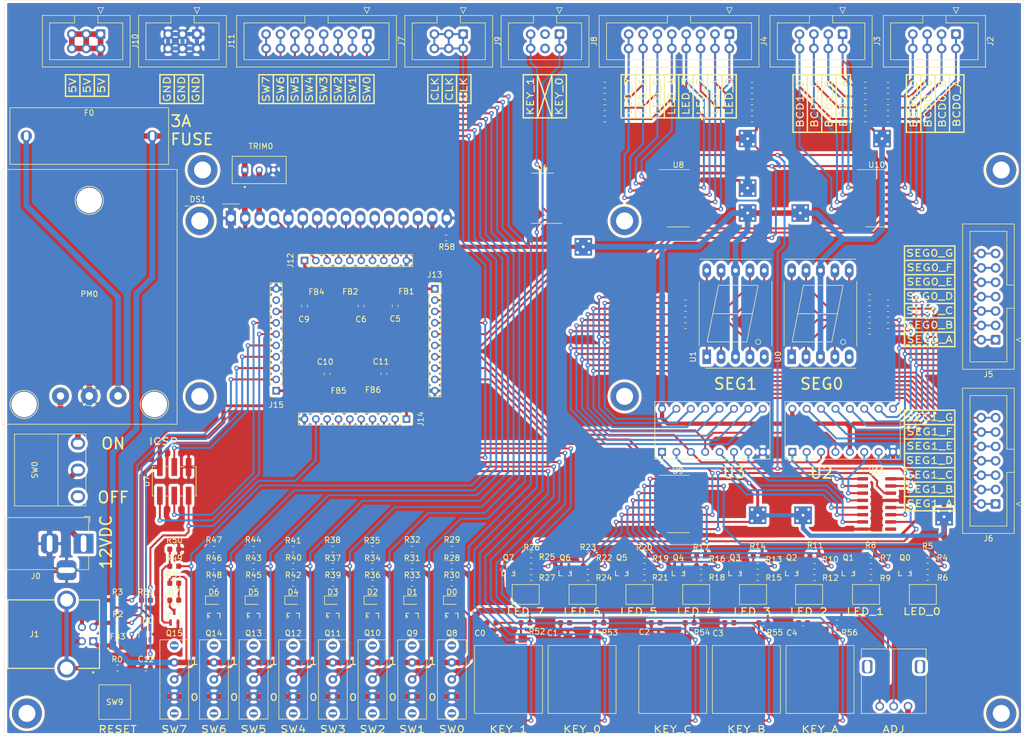
<source format=kicad_pcb>
(kicad_pcb (version 20171130) (host pcbnew "(5.1.6)-1")
  (layers (0 F.Cu signal) (31 B.Cu signal) (34 B.Paste user) (35 F.Paste user) (36 B.SilkS user) (37 F.SilkS user) (38 B.Mask user) (39 F.Mask user) (44 Edge.Cuts user))
  (net 0 "")
  (net 1 GND)
  (net 2 "Net-(D2-Pad2)")
  (net 3 "Net-(D2-Pad1)")
  (net 4 "Net-(D3-Pad2)")
  (net 5 "Net-(D3-Pad1)")
  (net 6 "Net-(D4-Pad2)")
  (net 7 "Net-(D4-Pad1)")
  (net 8 "Net-(D5-Pad2)")
  (net 9 "Net-(D5-Pad1)")
  (net 10 "Net-(D6-Pad2)")
  (net 11 "Net-(D6-Pad1)")
  (net 12 "Net-(D7-Pad2)")
  (net 13 "Net-(D7-Pad1)")
  (net 14 /CLK_OUT)
  (net 15 "Net-(Q2-Pad1)")
  (net 16 "Net-(Q3-Pad1)")
  (net 17 "Net-(Q4-Pad1)")
  (net 18 "Net-(Q5-Pad1)")
  (net 19 "Net-(Q6-Pad1)")
  (net 20 "Net-(Q7-Pad1)")
  (net 21 "Net-(Q8-Pad1)")
  (net 22 "Net-(Q9-Pad1)")
  (net 23 "Net-(Q10-Pad1)")
  (net 24 "Net-(Q11-Pad1)")
  (net 25 "Net-(Q12-Pad1)")
  (net 26 "Net-(Q13-Pad1)")
  (net 27 "Net-(Q14-Pad1)")
  (net 28 "Net-(Q15-Pad1)")
  (net 29 /KEY0)
  (net 30 /UP_CLOCK)
  (net 31 /DOWN_CLOCK)
  (net 32 /CHANGE_CLK_SRC)
  (net 33 /MCU/RESET)
  (net 34 /MCU/VBUS)
  (net 35 /VCC5V)
  (net 36 /MCU/LCD_7)
  (net 37 /MCU/LCD_6)
  (net 38 /MCU/LCD_5)
  (net 39 /MCU/LCD_4)
  (net 40 /MCU/LCD_3)
  (net 41 /MCU/LCD_2)
  (net 42 /MCU/LCD_1)
  (net 43 /MCU/LCD_0)
  (net 44 /MCU/LCD_ENABLE)
  (net 45 /MCU/LCD_RS)
  (net 46 /GPIO_BCD_A_0)
  (net 47 /GPIO_BCD_B_0)
  (net 48 /GPIO_BCD_C_0)
  (net 49 /GPIO_BCD_D_0)
  (net 50 /SEG_G_0)
  (net 51 /SEG_F_0)
  (net 52 /SEG_E_0)
  (net 53 /SEG_D_0)
  (net 54 /SEG_C_0)
  (net 55 /SEG_B_0)
  (net 56 /SEG_A_0)
  (net 57 /GPIO_BCD_A_1)
  (net 58 /GPIO_BCD_B_1)
  (net 59 /GPIO_BCD_C_1)
  (net 60 /GPIO_BCD_D_1)
  (net 61 /SEG_G_1)
  (net 62 /SEG_F_1)
  (net 63 /SEG_E_1)
  (net 64 /SEG_D_1)
  (net 65 /SEG_C_1)
  (net 66 /SEG_B_1)
  (net 67 /SEG_A_1)
  (net 68 /GPIO_LED_8)
  (net 69 /GPIO_LED_7)
  (net 70 /GPIO_LED_1)
  (net 71 /GPIO_LED_2)
  (net 72 /GPIO_LED_3)
  (net 73 /GPIO_LED_5)
  (net 74 /GPIO_LED_6)
  (net 75 /GPIO_LED_4)
  (net 76 /SW8)
  (net 77 /SW7)
  (net 78 /SW1)
  (net 79 /SW2)
  (net 80 /SW3)
  (net 81 /SW5)
  (net 82 /SW6)
  (net 83 /SW4)
  (net 84 /KEY1)
  (net 85 "Net-(LED1-Pad2)")
  (net 86 "Net-(LED1-Pad1)")
  (net 87 "Net-(LED2-Pad2)")
  (net 88 "Net-(LED2-Pad1)")
  (net 89 "Net-(LED3-Pad2)")
  (net 90 "Net-(LED3-Pad1)")
  (net 91 "Net-(LED4-Pad2)")
  (net 92 "Net-(LED4-Pad1)")
  (net 93 "Net-(LED5-Pad2)")
  (net 94 "Net-(LED5-Pad1)")
  (net 95 "Net-(LED6-Pad2)")
  (net 96 "Net-(LED6-Pad1)")
  (net 97 "Net-(LED7-Pad2)")
  (net 98 "Net-(LED7-Pad1)")
  (net 99 /LED1)
  (net 100 /LED2)
  (net 101 /LED3)
  (net 102 /LED5)
  (net 103 /LED4)
  (net 104 /LED6)
  (net 105 /LED7)
  (net 106 /LED8)
  (net 107 /MCU/D+)
  (net 108 /MCU/D-)
  (net 109 /BCD_A_0)
  (net 110 /BCD_C_0)
  (net 111 /7SEGLED_TEST_OFF)
  (net 112 /7SEGLED_TEST_ON)
  (net 113 /BCD_D_0)
  (net 114 /BCD_B_0)
  (net 115 /BCD_A_1)
  (net 116 /BCD_D_1)
  (net 117 /BCD_C_1)
  (net 118 /BCD_B_1)
  (net 119 /ADJ_CLOCK)
  (net 120 /MCU/IC_165_CTRL)
  (net 121 /MCU/IC_165_TO_MCU)
  (net 122 /MCU/IC_CLOCK)
  (net 123 /MCU/MISO)
  (net 124 /MCU/MOSI)
  (net 125 /MCU/SCK)
  (net 126 "Net-(R63-Pad1)")
  (net 127 "Net-(R64-Pad1)")
  (net 128 "Net-(R65-Pad1)")
  (net 129 "Net-(R66-Pad1)")
  (net 130 "Net-(R67-Pad1)")
  (net 131 "Net-(R68-Pad1)")
  (net 132 "Net-(R69-Pad1)")
  (net 133 "Net-(R70-Pad1)")
  (net 134 "Net-(R71-Pad1)")
  (net 135 "Net-(R72-Pad1)")
  (net 136 "Net-(R73-Pad1)")
  (net 137 /MCU/IC_595_CTRL)
  (net 138 /MCU/MCU_TO_IC_595)
  (net 139 "Net-(SW9-Pad2)")
  (net 140 "Net-(SW9-Pad4)")
  (net 141 "Net-(C0-Pad1)")
  (net 142 "Net-(D0-Pad2)")
  (net 143 "Net-(D0-Pad1)")
  (net 144 "Net-(D1-Pad2)")
  (net 145 "Net-(D1-Pad1)")
  (net 146 "Net-(F0-Pad2)")
  (net 147 "Net-(J0-Pad1)")
  (net 148 "Net-(J1-Pad2)")
  (net 149 "Net-(J1-Pad3)")
  (net 150 "Net-(J1-PadS1)")
  (net 151 "Net-(J8-Pad4)")
  (net 152 "Net-(J8-Pad3)")
  (net 153 "Net-(LED0-Pad2)")
  (net 154 "Net-(LED0-Pad1)")
  (net 155 "Net-(PM0-Pad1)")
  (net 156 "Net-(Q0-Pad1)")
  (net 157 "Net-(Q1-Pad1)")
  (net 158 "Net-(R60-Pad1)")
  (net 159 "Net-(R61-Pad1)")
  (net 160 "Net-(R62-Pad1)")
  (net 161 "Net-(SW0-Pad3)")
  (net 162 "Net-(TD0-Pad5)")
  (net 163 "Net-(TD0-Pad3)")
  (net 164 "Net-(U0-Pad5)")
  (net 165 "Net-(U1-Pad5)")
  (net 166 "Net-(U10-Pad10)")
  (net 167 "Net-(U8-Pad7)")
  (net 168 "Net-(U11-Pad14)")
  (net 169 "Net-(U10-Pad7)")
  (net 170 "Net-(U11-Pad9)")
  (net 171 "Net-(DS1-Pad15)")
  (net 172 "Net-(DS1-Pad3)")
  (net 173 "Net-(FB3-Pad2)")
  (net 174 /MCU/VCC_1)
  (net 175 /MCU/VCC_0)
  (net 176 /MCU/VCC_4)
  (net 177 /MCU/VCC_3)
  (net 178 /MCU/VCC_2)
  (net 179 "Net-(J15-Pad9)")
  (module digitalSystemBoard:WC1602A (layer F.Cu) (at 90 69)
    (fp_text reference DS1 (at -5.82 -3.81) (layer F.SilkS))
    (fp_text value WC1602A)
    (pad "" np_thru_hole circle (at 69.5 0) (size 5 5) (drill 3) (layers *.Cu *.Mask))
    (pad "" np_thru_hole circle (at 69.5 31) (size 5 5) (drill 3) (layers *.Cu *.Mask))
    (pad "" np_thru_hole circle (at -5.5 31) (size 5 5) (drill 3) (layers *.Cu *.Mask))
    (pad "" np_thru_hole circle (at -5.5 0) (size 5 5) (drill 3) (layers *.Cu *.Mask))
    (pad 16 thru_hole oval (at 38.1 -0.5) (size 1.8 2.6) (drill 1.2) (layers *.Cu *.Mask) (net 1 GND))
    (pad 15 thru_hole oval (at 35.56 -0.5) (size 1.8 2.6) (drill 1.2) (layers *.Cu *.Mask) (net 171 "Net-(DS1-Pad15)"))
    (pad 14 thru_hole oval (at 33.02 -0.5) (size 1.8 2.6) (drill 1.2) (layers *.Cu *.Mask) (net 36 /MCU/LCD_7))
    (pad 13 thru_hole oval (at 30.48 -0.5) (size 1.8 2.6) (drill 1.2) (layers *.Cu *.Mask) (net 37 /MCU/LCD_6))
    (pad 12 thru_hole oval (at 27.94 -0.5) (size 1.8 2.6) (drill 1.2) (layers *.Cu *.Mask) (net 38 /MCU/LCD_5))
    (pad 11 thru_hole oval (at 25.4 -0.5) (size 1.8 2.6) (drill 1.2) (layers *.Cu *.Mask) (net 39 /MCU/LCD_4))
    (pad 10 thru_hole oval (at 22.86 -0.5) (size 1.8 2.6) (drill 1.2) (layers *.Cu *.Mask) (net 40 /MCU/LCD_3))
    (pad 9 thru_hole oval (at 20.32 -0.5) (size 1.8 2.6) (drill 1.2) (layers *.Cu *.Mask) (net 41 /MCU/LCD_2))
    (pad 8 thru_hole oval (at 17.78 -0.5) (size 1.8 2.6) (drill 1.2) (layers *.Cu *.Mask) (net 42 /MCU/LCD_1))
    (pad 7 thru_hole oval (at 15.24 -0.5) (size 1.8 2.6) (drill 1.2) (layers *.Cu *.Mask) (net 43 /MCU/LCD_0))
    (pad 6 thru_hole oval (at 12.7 -0.5) (size 1.8 2.6) (drill 1.2) (layers *.Cu *.Mask) (net 44 /MCU/LCD_ENABLE))
    (pad 5 thru_hole oval (at 10.16 -0.5) (size 1.8 2.6) (drill 1.2) (layers *.Cu *.Mask) (net 1 GND))
    (pad 4 thru_hole oval (at 7.62 -0.5) (size 1.8 2.6) (drill 1.2) (layers *.Cu *.Mask) (net 45 /MCU/LCD_RS))
    (pad 3 thru_hole oval (at 5.08 -0.5) (size 1.8 2.6) (drill 1.2) (layers *.Cu *.Mask) (net 172 "Net-(DS1-Pad3)"))
    (pad 2 thru_hole oval (at 2.54 -0.5) (size 1.8 2.6) (drill 1.2) (layers *.Cu *.Mask) (net 35 /VCC5V))
    (pad 1 thru_hole rect (at 0 -0.5) (size 1.8 2.6) (drill 1.2) (layers *.Cu *.Mask) (net 1 GND))
  )
  (module digitalSystemBoard:FerriteBead (layer F.Cu) (at 115 96 270)
    (fp_text reference FB6 (at 2.85 -0.09 180) (layer F.SilkS))
    (fp_text value 80Ohm)
    (pad 1 smd rect (at -0.86 0 270) (size 1.2 1.47) (layers F.Cu F.Paste F.Mask) (net 35 /VCC5V))
    (pad 2 smd rect (at 0.86 0 270) (size 1.2 1.47) (layers F.Cu F.Paste F.Mask) (net 178 /MCU/VCC_2))
  )
  (module digitalSystemBoard:FerriteBead (layer F.Cu) (at 109 96 270)
    (fp_text reference FB5 (at 3 0 180) (layer F.SilkS))
    (fp_text value 80Ohm)
    (pad 1 smd rect (at -0.86 0 270) (size 1.2 1.47) (layers F.Cu F.Paste F.Mask) (net 35 /VCC5V))
    (pad 2 smd rect (at 0.86 0 270) (size 1.2 1.47) (layers F.Cu F.Paste F.Mask) (net 177 /MCU/VCC_3))
  )
  (module digitalSystemBoard:FerriteBead (layer F.Cu) (at 105 84 90)
    (fp_text reference FB4 (at 2.45 0.1 180) (layer F.SilkS))
    (fp_text value 80Ohm)
    (pad 1 smd rect (at -0.86 0 90) (size 1.2 1.47) (layers F.Cu F.Paste F.Mask) (net 35 /VCC5V))
    (pad 2 smd rect (at 0.86 0 90) (size 1.2 1.47) (layers F.Cu F.Paste F.Mask) (net 176 /MCU/VCC_4))
  )
  (module digitalSystemBoard:FerriteBead (layer F.Cu) (at 111 84 90)
    (fp_text reference FB2 (at 2.49 0.07 180) (layer F.SilkS))
    (fp_text value 80Ohm)
    (pad 1 smd rect (at -0.86 0 90) (size 1.2 1.47) (layers F.Cu F.Paste F.Mask) (net 35 /VCC5V))
    (pad 2 smd rect (at 0.86 0 90) (size 1.2 1.47) (layers F.Cu F.Paste F.Mask) (net 175 /MCU/VCC_0))
  )
  (module digitalSystemBoard:FerriteBead (layer F.Cu) (at 121 84 90)
    (fp_text reference FB1 (at 2.54 -0.03 180) (layer F.SilkS))
    (fp_text value 80Ohm)
    (pad 1 smd rect (at -0.86 0 90) (size 1.2 1.47) (layers F.Cu F.Paste F.Mask) (net 35 /VCC5V))
    (pad 2 smd rect (at 0.86 0 90) (size 1.2 1.47) (layers F.Cu F.Paste F.Mask) (net 174 /MCU/VCC_1))
  )
  (module Capacitor_SMD:C_0603_1608Metric (layer F.Cu) (at 117 96 90)
    (fp_text reference C11 (at 2.15 -0.51 180) (layer F.SilkS))
    (fp_text value 0.1uF)
    (pad 2 smd roundrect (at 0.7875 0 90) (size 0.875 0.95) (layers F.Cu F.Paste F.Mask) (net 1 GND))
    (pad 1 smd roundrect (at -0.7875 0 90) (size 0.875 0.95) (layers F.Cu F.Paste F.Mask) (net 178 /MCU/VCC_2))
  )
  (module Capacitor_SMD:C_0603_1608Metric (layer F.Cu) (at 107 96 90)
    (fp_text reference C10 (at 2.11 -0.36 180) (layer F.SilkS))
    (fp_text value 0.1uF)
    (pad 2 smd roundrect (at 0.7875 0 90) (size 0.875 0.95) (layers F.Cu F.Paste F.Mask) (net 1 GND))
    (pad 1 smd roundrect (at -0.7875 0 90) (size 0.875 0.95) (layers F.Cu F.Paste F.Mask) (net 177 /MCU/VCC_3))
  )
  (module Capacitor_SMD:C_0603_1608Metric (layer F.Cu) (at 103 84 270)
    (fp_text reference C9 (at 2.3725 0.09 180) (layer F.SilkS))
    (fp_text value 0.1uF)
    (pad 2 smd roundrect (at 0.7875 0 270) (size 0.875 0.95) (layers F.Cu F.Paste F.Mask) (net 1 GND))
    (pad 1 smd roundrect (at -0.7875 0 270) (size 0.875 0.95) (layers F.Cu F.Paste F.Mask) (net 176 /MCU/VCC_4))
  )
  (module Capacitor_SMD:C_0603_1608Metric (layer F.Cu) (at 113 84 270)
    (fp_text reference C6 (at 2.38 0.03 180) (layer F.SilkS))
    (fp_text value 0.1uF)
    (pad 2 smd roundrect (at 0.7875 0 270) (size 0.875 0.95) (layers F.Cu F.Paste F.Mask) (net 1 GND))
    (pad 1 smd roundrect (at -0.7875 0 270) (size 0.875 0.95) (layers F.Cu F.Paste F.Mask) (net 175 /MCU/VCC_0))
  )
  (module Capacitor_SMD:C_0603_1608Metric (layer F.Cu) (at 119 84 270)
    (fp_text reference C5 (at 2.29 -0.01 180) (layer F.SilkS))
    (fp_text value 0.1uF)
    (pad 2 smd roundrect (at 0.7875 0 270) (size 0.875 0.95) (layers F.Cu F.Paste F.Mask) (net 1 GND))
    (pad 1 smd roundrect (at -0.7875 0 270) (size 0.875 0.95) (layers F.Cu F.Paste F.Mask) (net 174 /MCU/VCC_1))
  )
  (module digitalSystemBoard:POWER_VIA (layer F.Cu) (at 183 121)
    (fp_text reference REF** hide)
    (fp_text value POWER_VIA)
    (fp_poly (pts (xy 1.5 1.5) (xy -1.5 1.5) (xy -1.5 -1.5) (xy 1.5 -1.5)) (layer B.Cu) (width 0.1))
    (fp_poly (pts (xy 1.5 1.5) (xy -1.5 1.5) (xy -1.5 -1.5) (xy 1.5 -1.5)) (layer F.Cu) (width 0.1))
    (pad 1 thru_hole circle (at 1 1) (size 0.75 0.75) (drill 0.5) (layers *.Cu *.Mask) (net 35 /VCC5V))
    (pad 1 thru_hole circle (at -1 1) (size 0.75 0.75) (drill 0.5) (layers *.Cu *.Mask) (net 35 /VCC5V))
    (pad 1 thru_hole circle (at -1 -1) (size 0.75 0.75) (drill 0.5) (layers *.Cu *.Mask) (net 35 /VCC5V))
    (pad 1 thru_hole circle (at 1 -1) (size 0.75 0.75) (drill 0.5) (layers *.Cu *.Mask) (net 35 /VCC5V))
    (pad 1 thru_hole circle (at 0 0) (size 0.75 0.75) (drill 0.5) (layers *.Cu *.Mask) (net 35 /VCC5V))
  )
  (module digitalSystemBoard:POWER_VIA (layer F.Cu) (at 191 121)
    (fp_text reference REF** hide)
    (fp_text value POWER_VIA)
    (fp_poly (pts (xy 1.5 1.5) (xy -1.5 1.5) (xy -1.5 -1.5) (xy 1.5 -1.5)) (layer B.Cu) (width 0.1))
    (fp_poly (pts (xy 1.5 1.5) (xy -1.5 1.5) (xy -1.5 -1.5) (xy 1.5 -1.5)) (layer F.Cu) (width 0.1))
    (pad 1 thru_hole circle (at 0 0) (size 0.75 0.75) (drill 0.5) (layers *.Cu *.Mask) (net 35 /VCC5V))
    (pad 1 thru_hole circle (at 1 -1) (size 0.75 0.75) (drill 0.5) (layers *.Cu *.Mask) (net 35 /VCC5V))
    (pad 1 thru_hole circle (at -1 -1) (size 0.75 0.75) (drill 0.5) (layers *.Cu *.Mask) (net 35 /VCC5V))
    (pad 1 thru_hole circle (at -1 1) (size 0.75 0.75) (drill 0.5) (layers *.Cu *.Mask) (net 35 /VCC5V))
    (pad 1 thru_hole circle (at 1 1) (size 0.75 0.75) (drill 0.5) (layers *.Cu *.Mask) (net 35 /VCC5V))
  )
  (module digitalSystemBoard:POWER_VIA (layer F.Cu) (at 215.91 121.25)
    (fp_text reference REF** hide)
    (fp_text value POWER_VIA)
    (fp_poly (pts (xy 1.5 1.5) (xy -1.5 1.5) (xy -1.5 -1.5) (xy 1.5 -1.5)) (layer F.Cu) (width 0.1))
    (fp_poly (pts (xy 1.5 1.5) (xy -1.5 1.5) (xy -1.5 -1.5) (xy 1.5 -1.5)) (layer B.Cu) (width 0.1))
    (pad 1 thru_hole circle (at 1 1) (size 0.75 0.75) (drill 0.5) (layers *.Cu *.Mask) (net 35 /VCC5V))
    (pad 1 thru_hole circle (at -1 1) (size 0.75 0.75) (drill 0.5) (layers *.Cu *.Mask) (net 35 /VCC5V))
    (pad 1 thru_hole circle (at -1 -1) (size 0.75 0.75) (drill 0.5) (layers *.Cu *.Mask) (net 35 /VCC5V))
    (pad 1 thru_hole circle (at 1 -1) (size 0.75 0.75) (drill 0.5) (layers *.Cu *.Mask) (net 35 /VCC5V))
    (pad 1 thru_hole circle (at 0 0) (size 0.75 0.75) (drill 0.5) (layers *.Cu *.Mask) (net 35 /VCC5V))
  )
  (module digitalSystemBoard:POWER_VIA (layer F.Cu) (at 181.22 54.46)
    (fp_text reference REF** hide)
    (fp_text value POWER_VIA)
    (fp_poly (pts (xy 1.5 1.5) (xy -1.5 1.5) (xy -1.5 -1.5) (xy 1.5 -1.5)) (layer F.Cu) (width 0.1))
    (fp_poly (pts (xy 1.5 1.5) (xy -1.5 1.5) (xy -1.5 -1.5) (xy 1.5 -1.5)) (layer B.Cu) (width 0.1))
    (pad 1 thru_hole circle (at 0 0) (size 0.75 0.75) (drill 0.5) (layers *.Cu *.Mask) (net 1 GND))
    (pad 1 thru_hole circle (at 1 -1) (size 0.75 0.75) (drill 0.5) (layers *.Cu *.Mask) (net 1 GND))
    (pad 1 thru_hole circle (at -1 -1) (size 0.75 0.75) (drill 0.5) (layers *.Cu *.Mask) (net 1 GND))
    (pad 1 thru_hole circle (at -1 1) (size 0.75 0.75) (drill 0.5) (layers *.Cu *.Mask) (net 1 GND))
    (pad 1 thru_hole circle (at 1 1) (size 0.75 0.75) (drill 0.5) (layers *.Cu *.Mask) (net 1 GND))
  )
  (module digitalSystemBoard:POWER_VIA (layer F.Cu) (at 181.22 63.2)
    (fp_text reference REF** hide)
    (fp_text value POWER_VIA)
    (fp_poly (pts (xy 1.5 1.5) (xy -1.5 1.5) (xy -1.5 -1.5) (xy 1.5 -1.5)) (layer B.Cu) (width 0.1))
    (fp_poly (pts (xy 1.5 1.5) (xy -1.5 1.5) (xy -1.5 -1.5) (xy 1.5 -1.5)) (layer F.Cu) (width 0.1))
    (pad 1 thru_hole circle (at 1 1) (size 0.75 0.75) (drill 0.5) (layers *.Cu *.Mask) (net 1 GND))
    (pad 1 thru_hole circle (at -1 1) (size 0.75 0.75) (drill 0.5) (layers *.Cu *.Mask) (net 1 GND))
    (pad 1 thru_hole circle (at -1 -1) (size 0.75 0.75) (drill 0.5) (layers *.Cu *.Mask) (net 1 GND))
    (pad 1 thru_hole circle (at 1 -1) (size 0.75 0.75) (drill 0.5) (layers *.Cu *.Mask) (net 1 GND))
    (pad 1 thru_hole circle (at 0 0) (size 0.75 0.75) (drill 0.5) (layers *.Cu *.Mask) (net 1 GND))
  )
  (module digitalSystemBoard:POWER_VIA (layer F.Cu) (at 190.51 67.61)
    (fp_text reference REF** hide)
    (fp_text value POWER_VIA)
    (fp_poly (pts (xy 1.5 1.5) (xy -1.5 1.5) (xy -1.5 -1.5) (xy 1.5 -1.5)) (layer B.Cu) (width 0.1))
    (fp_poly (pts (xy 1.5 1.5) (xy -1.5 1.5) (xy -1.5 -1.5) (xy 1.5 -1.5)) (layer F.Cu) (width 0.1))
    (pad 1 thru_hole circle (at 0 0) (size 0.75 0.75) (drill 0.5) (layers *.Cu *.Mask) (net 35 /VCC5V))
    (pad 1 thru_hole circle (at 1 -1) (size 0.75 0.75) (drill 0.5) (layers *.Cu *.Mask) (net 35 /VCC5V))
    (pad 1 thru_hole circle (at -1 -1) (size 0.75 0.75) (drill 0.5) (layers *.Cu *.Mask) (net 35 /VCC5V))
    (pad 1 thru_hole circle (at -1 1) (size 0.75 0.75) (drill 0.5) (layers *.Cu *.Mask) (net 35 /VCC5V))
    (pad 1 thru_hole circle (at 1 1) (size 0.75 0.75) (drill 0.5) (layers *.Cu *.Mask) (net 35 /VCC5V))
  )
  (module digitalSystemBoard:POWER_VIA (layer F.Cu) (at 204.95 54.46)
    (fp_text reference REF** hide)
    (fp_text value POWER_VIA)
    (fp_poly (pts (xy 1.5 1.5) (xy -1.5 1.5) (xy -1.5 -1.5) (xy 1.5 -1.5)) (layer F.Cu) (width 0.1))
    (fp_poly (pts (xy 1.5 1.5) (xy -1.5 1.5) (xy -1.5 -1.5) (xy 1.5 -1.5)) (layer B.Cu) (width 0.1))
    (pad 1 thru_hole circle (at 1 1) (size 0.75 0.75) (drill 0.5) (layers *.Cu *.Mask) (net 35 /VCC5V))
    (pad 1 thru_hole circle (at -1 1) (size 0.75 0.75) (drill 0.5) (layers *.Cu *.Mask) (net 35 /VCC5V))
    (pad 1 thru_hole circle (at -1 -1) (size 0.75 0.75) (drill 0.5) (layers *.Cu *.Mask) (net 35 /VCC5V))
    (pad 1 thru_hole circle (at 1 -1) (size 0.75 0.75) (drill 0.5) (layers *.Cu *.Mask) (net 35 /VCC5V))
    (pad 1 thru_hole circle (at 0 0) (size 0.75 0.75) (drill 0.5) (layers *.Cu *.Mask) (net 35 /VCC5V))
  )
  (module digitalSystemBoard:POWER_VIA (layer F.Cu) (at 181.22 67.61)
    (fp_text reference REF** hide)
    (fp_text value POWER_VIA)
    (fp_poly (pts (xy 1.5 1.5) (xy -1.5 1.5) (xy -1.5 -1.5) (xy 1.5 -1.5)) (layer F.Cu) (width 0.1))
    (fp_poly (pts (xy 1.5 1.5) (xy -1.5 1.5) (xy -1.5 -1.5) (xy 1.5 -1.5)) (layer B.Cu) (width 0.1))
    (pad 1 thru_hole circle (at 1 1) (size 0.75 0.75) (drill 0.5) (layers *.Cu *.Mask) (net 35 /VCC5V))
    (pad 1 thru_hole circle (at -1 1) (size 0.75 0.75) (drill 0.5) (layers *.Cu *.Mask) (net 35 /VCC5V))
    (pad 1 thru_hole circle (at -1 -1) (size 0.75 0.75) (drill 0.5) (layers *.Cu *.Mask) (net 35 /VCC5V))
    (pad 1 thru_hole circle (at 1 -1) (size 0.75 0.75) (drill 0.5) (layers *.Cu *.Mask) (net 35 /VCC5V))
    (pad 1 thru_hole circle (at 0 0) (size 0.75 0.75) (drill 0.5) (layers *.Cu *.Mask) (net 35 /VCC5V))
  )
  (module digitalSystemBoard:POWER_VIA (layer F.Cu) (at 152.21 73.57)
    (fp_text reference REF** hide)
    (fp_text value POWER_VIA)
    (fp_poly (pts (xy 1.5 1.5) (xy -1.5 1.5) (xy -1.5 -1.5) (xy 1.5 -1.5)) (layer F.Cu) (width 0.1))
    (fp_poly (pts (xy 1.5 1.5) (xy -1.5 1.5) (xy -1.5 -1.5) (xy 1.5 -1.5)) (layer B.Cu) (width 0.1))
    (pad 1 thru_hole circle (at 1 1) (size 0.75 0.75) (drill 0.5) (layers *.Cu *.Mask) (net 35 /VCC5V))
    (pad 1 thru_hole circle (at -1 1) (size 0.75 0.75) (drill 0.5) (layers *.Cu *.Mask) (net 35 /VCC5V))
    (pad 1 thru_hole circle (at -1 -1) (size 0.75 0.75) (drill 0.5) (layers *.Cu *.Mask) (net 35 /VCC5V))
    (pad 1 thru_hole circle (at 1 -1) (size 0.75 0.75) (drill 0.5) (layers *.Cu *.Mask) (net 35 /VCC5V))
    (pad 1 thru_hole circle (at 0 0) (size 0.75 0.75) (drill 0.5) (layers *.Cu *.Mask) (net 35 /VCC5V))
  )
  (module Connector_PinSocket_2.00mm:PinSocket_1x10_P2.00mm_Vertical (layer F.Cu) (at 98 99 180)
    (fp_text reference J15 (at 0 -2.5) (layer F.SilkS))
    (fp_text value Conn_01x10_Female)
    (pad 10 thru_hole oval (at 0 18 180) (size 1.35 1.35) (drill 0.8) (layers *.Cu *.Mask) (net 1 GND))
    (pad 9 thru_hole oval (at 0 16 180) (size 1.35 1.35) (drill 0.8) (layers *.Cu *.Mask) (net 179 "Net-(J15-Pad9)"))
    (pad 8 thru_hole oval (at 0 14 180) (size 1.35 1.35) (drill 0.8) (layers *.Cu *.Mask) (net 176 /MCU/VCC_4))
    (pad 7 thru_hole oval (at 0 12 180) (size 1.35 1.35) (drill 0.8) (layers *.Cu *.Mask) (net 125 /MCU/SCK))
    (pad 6 thru_hole oval (at 0 10 180) (size 1.35 1.35) (drill 0.8) (layers *.Cu *.Mask) (net 123 /MCU/MISO))
    (pad 5 thru_hole oval (at 0 8 180) (size 1.35 1.35) (drill 0.8) (layers *.Cu *.Mask) (net 124 /MCU/MOSI))
    (pad 4 thru_hole oval (at 0 6 180) (size 1.35 1.35) (drill 0.8) (layers *.Cu *.Mask) (net 34 /MCU/VBUS))
    (pad 3 thru_hole oval (at 0 4 180) (size 1.35 1.35) (drill 0.8) (layers *.Cu *.Mask) (net 108 /MCU/D-))
    (pad 2 thru_hole oval (at 0 2 180) (size 1.35 1.35) (drill 0.8) (layers *.Cu *.Mask) (net 107 /MCU/D+))
    (pad 1 thru_hole rect (at 0 0 180) (size 1.35 1.35) (drill 0.8) (layers *.Cu *.Mask) (net 177 /MCU/VCC_3))
  )
  (module Connector_PinSocket_2.00mm:PinSocket_1x10_P2.00mm_Vertical (layer F.Cu) (at 121 104 270)
    (fp_text reference J14 (at 0 -2.5 90) (layer F.SilkS))
    (fp_text value Conn_01x10_Female)
    (pad 10 thru_hole oval (at 0 18 270) (size 1.35 1.35) (drill 0.8) (layers *.Cu *.Mask) (net 1 GND))
    (pad 9 thru_hole oval (at 0 16 270) (size 1.35 1.35) (drill 0.8) (layers *.Cu *.Mask) (net 33 /MCU/RESET))
    (pad 8 thru_hole oval (at 0 14 270) (size 1.35 1.35) (drill 0.8) (layers *.Cu *.Mask) (net 30 /UP_CLOCK))
    (pad 7 thru_hole oval (at 0 12 270) (size 1.35 1.35) (drill 0.8) (layers *.Cu *.Mask) (net 31 /DOWN_CLOCK))
    (pad 6 thru_hole oval (at 0 10 270) (size 1.35 1.35) (drill 0.8) (layers *.Cu *.Mask) (net 32 /CHANGE_CLK_SRC))
    (pad 5 thru_hole oval (at 0 8 270) (size 1.35 1.35) (drill 0.8) (layers *.Cu *.Mask) (net 14 /CLK_OUT))
    (pad 4 thru_hole oval (at 0 6 270) (size 1.35 1.35) (drill 0.8) (layers *.Cu *.Mask) (net 119 /ADJ_CLOCK))
    (pad 3 thru_hole oval (at 0 4 270) (size 1.35 1.35) (drill 0.8) (layers *.Cu *.Mask) (net 137 /MCU/IC_595_CTRL))
    (pad 2 thru_hole oval (at 0 2 270) (size 1.35 1.35) (drill 0.8) (layers *.Cu *.Mask) (net 138 /MCU/MCU_TO_IC_595))
    (pad 1 thru_hole rect (at 0 0 270) (size 1.35 1.35) (drill 0.8) (layers *.Cu *.Mask) (net 178 /MCU/VCC_2))
  )
  (module Connector_PinSocket_2.00mm:PinSocket_1x10_P2.00mm_Vertical (layer F.Cu) (at 126 81)
    (fp_text reference J13 (at 0 -2.5) (layer F.SilkS))
    (fp_text value Conn_01x10_Female)
    (pad 10 thru_hole oval (at 0 18) (size 1.35 1.35) (drill 0.8) (layers *.Cu *.Mask) (net 1 GND))
    (pad 9 thru_hole oval (at 0 16) (size 1.35 1.35) (drill 0.8) (layers *.Cu *.Mask) (net 122 /MCU/IC_CLOCK))
    (pad 8 thru_hole oval (at 0 14) (size 1.35 1.35) (drill 0.8) (layers *.Cu *.Mask) (net 112 /7SEGLED_TEST_ON))
    (pad 7 thru_hole oval (at 0 12) (size 1.35 1.35) (drill 0.8) (layers *.Cu *.Mask) (net 111 /7SEGLED_TEST_OFF))
    (pad 6 thru_hole oval (at 0 10) (size 1.35 1.35) (drill 0.8) (layers *.Cu *.Mask) (net 120 /MCU/IC_165_CTRL))
    (pad 5 thru_hole oval (at 0 8) (size 1.35 1.35) (drill 0.8) (layers *.Cu *.Mask) (net 121 /MCU/IC_165_TO_MCU))
    (pad 4 thru_hole oval (at 0 6) (size 1.35 1.35) (drill 0.8) (layers *.Cu *.Mask) (net 14 /CLK_OUT))
    (pad 3 thru_hole oval (at 0 4) (size 1.35 1.35) (drill 0.8) (layers *.Cu *.Mask) (net 36 /MCU/LCD_7))
    (pad 2 thru_hole oval (at 0 2) (size 1.35 1.35) (drill 0.8) (layers *.Cu *.Mask) (net 37 /MCU/LCD_6))
    (pad 1 thru_hole rect (at 0 0) (size 1.35 1.35) (drill 0.8) (layers *.Cu *.Mask) (net 174 /MCU/VCC_1))
  )
  (module Connector_PinSocket_2.00mm:PinSocket_1x10_P2.00mm_Vertical (layer F.Cu) (at 103 76 90)
    (fp_text reference J12 (at 0 -2.5 90) (layer F.SilkS))
    (fp_text value Conn_01x10_Female)
    (pad 10 thru_hole oval (at 0 18 90) (size 1.35 1.35) (drill 0.8) (layers *.Cu *.Mask) (net 1 GND))
    (pad 9 thru_hole oval (at 0 16 90) (size 1.35 1.35) (drill 0.8) (layers *.Cu *.Mask) (net 38 /MCU/LCD_5))
    (pad 8 thru_hole oval (at 0 14 90) (size 1.35 1.35) (drill 0.8) (layers *.Cu *.Mask) (net 39 /MCU/LCD_4))
    (pad 7 thru_hole oval (at 0 12 90) (size 1.35 1.35) (drill 0.8) (layers *.Cu *.Mask) (net 40 /MCU/LCD_3))
    (pad 6 thru_hole oval (at 0 10 90) (size 1.35 1.35) (drill 0.8) (layers *.Cu *.Mask) (net 41 /MCU/LCD_2))
    (pad 5 thru_hole oval (at 0 8 90) (size 1.35 1.35) (drill 0.8) (layers *.Cu *.Mask) (net 42 /MCU/LCD_1))
    (pad 4 thru_hole oval (at 0 6 90) (size 1.35 1.35) (drill 0.8) (layers *.Cu *.Mask) (net 43 /MCU/LCD_0))
    (pad 3 thru_hole oval (at 0 4 90) (size 1.35 1.35) (drill 0.8) (layers *.Cu *.Mask) (net 44 /MCU/LCD_ENABLE))
    (pad 2 thru_hole oval (at 0 2 90) (size 1.35 1.35) (drill 0.8) (layers *.Cu *.Mask) (net 45 /MCU/LCD_RS))
    (pad 1 thru_hole rect (at 0 0 90) (size 1.35 1.35) (drill 0.8) (layers *.Cu *.Mask) (net 175 /MCU/VCC_0))
  )
  (module digitalSystemBoard:LED_3528 (layer F.Cu) (at 212.433 134.981)
    (fp_text reference LED0 hide)
    (fp_text value LED)
    (pad 2 smd rect (at 1.249909 0) (size 1.399997 2.599995) (layers F.Cu F.Paste F.Mask) (net 153 "Net-(LED0-Pad2)"))
    (pad 1 smd rect (at -1.249959 0) (size 2.399995 2.599995) (layers F.Cu F.Paste F.Mask) (net 154 "Net-(LED0-Pad1)"))
  )
  (module digitalSystemBoard:LED_3528 (layer F.Cu) (at 202.4 134.981)
    (fp_text reference LED1 hide)
    (fp_text value LED)
    (pad 2 smd rect (at 1.249909 0) (size 1.399997 2.599995) (layers F.Cu F.Paste F.Mask) (net 85 "Net-(LED1-Pad2)"))
    (pad 1 smd rect (at -1.249959 0) (size 2.399995 2.599995) (layers F.Cu F.Paste F.Mask) (net 86 "Net-(LED1-Pad1)"))
  )
  (module digitalSystemBoard:LED_3528 (layer F.Cu) (at 192.367 134.981)
    (fp_text reference LED2 hide)
    (fp_text value LED)
    (pad 2 smd rect (at 1.249909 0) (size 1.399997 2.599995) (layers F.Cu F.Paste F.Mask) (net 87 "Net-(LED2-Pad2)"))
    (pad 1 smd rect (at -1.249959 0) (size 2.399995 2.599995) (layers F.Cu F.Paste F.Mask) (net 88 "Net-(LED2-Pad1)"))
  )
  (module digitalSystemBoard:LED_3528 (layer F.Cu) (at 182.461 134.981)
    (fp_text reference LED3 hide)
    (fp_text value LED)
    (pad 2 smd rect (at 1.249909 0) (size 1.399997 2.599995) (layers F.Cu F.Paste F.Mask) (net 89 "Net-(LED3-Pad2)"))
    (pad 1 smd rect (at -1.249959 0) (size 2.399995 2.599995) (layers F.Cu F.Paste F.Mask) (net 90 "Net-(LED3-Pad1)"))
  )
  (module digitalSystemBoard:LED_3528 (layer F.Cu) (at 172.428 134.981)
    (fp_text reference LED4 hide)
    (fp_text value LED)
    (pad 2 smd rect (at 1.249909 0) (size 1.399997 2.599995) (layers F.Cu F.Paste F.Mask) (net 91 "Net-(LED4-Pad2)"))
    (pad 1 smd rect (at -1.249959 0) (size 2.399995 2.599995) (layers F.Cu F.Paste F.Mask) (net 92 "Net-(LED4-Pad1)"))
  )
  (module digitalSystemBoard:LED_3528 (layer F.Cu) (at 162.395 134.981)
    (fp_text reference LED5 hide)
    (fp_text value LED)
    (pad 2 smd rect (at 1.249909 0) (size 1.399997 2.599995) (layers F.Cu F.Paste F.Mask) (net 93 "Net-(LED5-Pad2)"))
    (pad 1 smd rect (at -1.249959 0) (size 2.399995 2.599995) (layers F.Cu F.Paste F.Mask) (net 94 "Net-(LED5-Pad1)"))
  )
  (module digitalSystemBoard:LED_3528 (layer F.Cu) (at 152.362 134.981)
    (fp_text reference LED6 hide)
    (fp_text value LED)
    (pad 2 smd rect (at 1.249909 0) (size 1.399997 2.599995) (layers F.Cu F.Paste F.Mask) (net 95 "Net-(LED6-Pad2)"))
    (pad 1 smd rect (at -1.249959 0) (size 2.399995 2.599995) (layers F.Cu F.Paste F.Mask) (net 96 "Net-(LED6-Pad1)"))
  )
  (module digitalSystemBoard:Button_CLOCK (layer F.Cu) (at 69.5 154 180)
    (fp_text reference SW9 (at 0 0) (layer F.SilkS))
    (fp_text value ButtonFirst)
    (pad 1 smd rect (at -4.15 -2.25 180) (size 2 1.5) (layers F.Cu F.Paste F.Mask) (net 33 /MCU/RESET))
    (pad 2 smd rect (at -4.15 2.25 180) (size 2 1.5) (layers F.Cu F.Paste F.Mask) (net 139 "Net-(SW9-Pad2)"))
    (pad 4 smd rect (at 4.15 -2.25 180) (size 2 1.5) (layers F.Cu F.Paste F.Mask) (net 140 "Net-(SW9-Pad4)"))
    (pad 3 smd rect (at 4.15 2.25 180) (size 2 1.5) (layers F.Cu F.Paste F.Mask) (net 1 GND))
  )
  (module digitalSystemBoard:LED_3528 (layer F.Cu) (at 142.329 134.981)
    (fp_text reference LED7 hide)
    (fp_text value LED)
    (pad 2 smd rect (at 1.249909 0) (size 1.399997 2.599995) (layers F.Cu F.Paste F.Mask) (net 97 "Net-(LED7-Pad2)"))
    (pad 1 smd rect (at -1.249959 0) (size 2.399995 2.599995) (layers F.Cu F.Paste F.Mask) (net 98 "Net-(LED7-Pad1)"))
  )
  (module digitalSystemBoard:Power_Module (layer F.Cu) (at 65 82.42 180)
    (fp_text reference PM0 (at 0 0.5) (layer F.SilkS))
    (fp_text value Power_Module)
    (pad 3 thru_hole circle (at -5.08 -17.5 180) (size 3 3) (drill 1.35) (layers *.Cu *.Mask) (net 146 "Net-(F0-Pad2)"))
    (pad 1 thru_hole circle (at 5.08 -17.5 180) (size 3 3) (drill 1.3) (layers *.Cu *.Mask) (net 155 "Net-(PM0-Pad1)"))
    (pad 2 thru_hole circle (at 0 -17.5 180) (size 3 3) (drill 1.35) (layers *.Cu *.Mask) (net 1 GND))
    (pad "" np_thru_hole circle (at -11.5 -19 180) (size 3.5 3.5) (drill 3.5) (layers *.Cu *.Mask))
    (pad "" np_thru_hole circle (at 11.5 -19 180) (size 3.5 3.5) (drill 3.5) (layers *.Cu *.Mask))
    (pad "" np_thru_hole circle (at 0 17.05 180) (size 3.5 3.5) (drill 3.5) (layers *.Cu *.Mask))
  )
  (module Package_SO:SOIC-16_3.9x9.9mm_P1.27mm (layer F.Cu) (at 204 119)
    (fp_text reference U11 (at 0 -5.9) (layer F.SilkS))
    (fp_text value 74HC595)
    (pad 16 smd roundrect (at 2.475 -4.445) (size 1.95 0.6) (layers F.Cu F.Paste F.Mask) (net 35 /VCC5V))
    (pad 15 smd roundrect (at 2.475 -3.175) (size 1.95 0.6) (layers F.Cu F.Paste F.Mask) (net 109 /BCD_A_0))
    (pad 14 smd roundrect (at 2.475 -1.905) (size 1.95 0.6) (layers F.Cu F.Paste F.Mask) (net 168 "Net-(U11-Pad14)"))
    (pad 13 smd roundrect (at 2.475 -0.635) (size 1.95 0.6) (layers F.Cu F.Paste F.Mask) (net 1 GND))
    (pad 12 smd roundrect (at 2.475 0.635) (size 1.95 0.6) (layers F.Cu F.Paste F.Mask) (net 137 /MCU/IC_595_CTRL))
    (pad 11 smd roundrect (at 2.475 1.905) (size 1.95 0.6) (layers F.Cu F.Paste F.Mask) (net 122 /MCU/IC_CLOCK))
    (pad 10 smd roundrect (at 2.475 3.175) (size 1.95 0.6) (layers F.Cu F.Paste F.Mask) (net 35 /VCC5V))
    (pad 9 smd roundrect (at 2.475 4.445) (size 1.95 0.6) (layers F.Cu F.Paste F.Mask) (net 170 "Net-(U11-Pad9)"))
    (pad 8 smd roundrect (at -2.475 4.445) (size 1.95 0.6) (layers F.Cu F.Paste F.Mask) (net 1 GND))
    (pad 7 smd roundrect (at -2.475 3.175) (size 1.95 0.6) (layers F.Cu F.Paste F.Mask) (net 116 /BCD_D_1))
    (pad 6 smd roundrect (at -2.475 1.905) (size 1.95 0.6) (layers F.Cu F.Paste F.Mask) (net 117 /BCD_C_1))
    (pad 5 smd roundrect (at -2.475 0.635) (size 1.95 0.6) (layers F.Cu F.Paste F.Mask) (net 118 /BCD_B_1))
    (pad 4 smd roundrect (at -2.475 -0.635) (size 1.95 0.6) (layers F.Cu F.Paste F.Mask) (net 115 /BCD_A_1))
    (pad 3 smd roundrect (at -2.475 -1.905) (size 1.95 0.6) (layers F.Cu F.Paste F.Mask) (net 113 /BCD_D_0))
    (pad 2 smd roundrect (at -2.475 -3.175) (size 1.95 0.6) (layers F.Cu F.Paste F.Mask) (net 110 /BCD_C_0))
    (pad 1 smd roundrect (at -2.475 -4.445) (size 1.95 0.6) (layers F.Cu F.Paste F.Mask) (net 114 /BCD_B_0))
  )
  (module Package_SO:SOIC-16_3.9x9.9mm_P1.27mm (layer F.Cu) (at 169 119)
    (fp_text reference U9 (at -0.09 -5.83) (layer F.SilkS))
    (fp_text value 74HC595)
    (pad 16 smd roundrect (at 2.475 -4.445) (size 1.95 0.6) (layers F.Cu F.Paste F.Mask) (net 35 /VCC5V))
    (pad 15 smd roundrect (at 2.475 -3.175) (size 1.95 0.6) (layers F.Cu F.Paste F.Mask) (net 99 /LED1))
    (pad 14 smd roundrect (at 2.475 -1.905) (size 1.95 0.6) (layers F.Cu F.Paste F.Mask) (net 138 /MCU/MCU_TO_IC_595))
    (pad 13 smd roundrect (at 2.475 -0.635) (size 1.95 0.6) (layers F.Cu F.Paste F.Mask) (net 1 GND))
    (pad 12 smd roundrect (at 2.475 0.635) (size 1.95 0.6) (layers F.Cu F.Paste F.Mask) (net 137 /MCU/IC_595_CTRL))
    (pad 11 smd roundrect (at 2.475 1.905) (size 1.95 0.6) (layers F.Cu F.Paste F.Mask) (net 122 /MCU/IC_CLOCK))
    (pad 10 smd roundrect (at 2.475 3.175) (size 1.95 0.6) (layers F.Cu F.Paste F.Mask) (net 35 /VCC5V))
    (pad 9 smd roundrect (at 2.475 4.445) (size 1.95 0.6) (layers F.Cu F.Paste F.Mask) (net 168 "Net-(U11-Pad14)"))
    (pad 8 smd roundrect (at -2.475 4.445) (size 1.95 0.6) (layers F.Cu F.Paste F.Mask) (net 1 GND))
    (pad 7 smd roundrect (at -2.475 3.175) (size 1.95 0.6) (layers F.Cu F.Paste F.Mask) (net 106 /LED8))
    (pad 6 smd roundrect (at -2.475 1.905) (size 1.95 0.6) (layers F.Cu F.Paste F.Mask) (net 105 /LED7))
    (pad 5 smd roundrect (at -2.475 0.635) (size 1.95 0.6) (layers F.Cu F.Paste F.Mask) (net 104 /LED6))
    (pad 4 smd roundrect (at -2.475 -0.635) (size 1.95 0.6) (layers F.Cu F.Paste F.Mask) (net 102 /LED5))
    (pad 3 smd roundrect (at -2.475 -1.905) (size 1.95 0.6) (layers F.Cu F.Paste F.Mask) (net 103 /LED4))
    (pad 2 smd roundrect (at -2.475 -3.175) (size 1.95 0.6) (layers F.Cu F.Paste F.Mask) (net 101 /LED3))
    (pad 1 smd roundrect (at -2.475 -4.445) (size 1.95 0.6) (layers F.Cu F.Paste F.Mask) (net 100 /LED2))
  )
  (module Resistor_SMD:R_0603_1608Metric (layer F.Cu) (at 202 51 180)
    (fp_text reference R89 hide)
    (fp_text value 10k)
    (pad 2 smd roundrect (at 0.7875 0 180) (size 0.875 0.95) (layers F.Cu F.Paste F.Mask) (net 60 /GPIO_BCD_D_1))
    (pad 1 smd roundrect (at -0.7875 0 180) (size 0.875 0.95) (layers F.Cu F.Paste F.Mask) (net 35 /VCC5V))
  )
  (module Resistor_SMD:R_0603_1608Metric (layer F.Cu) (at 202 49 180)
    (fp_text reference R88 hide)
    (fp_text value 10k)
    (pad 2 smd roundrect (at 0.7875 0 180) (size 0.875 0.95) (layers F.Cu F.Paste F.Mask) (net 59 /GPIO_BCD_C_1))
    (pad 1 smd roundrect (at -0.7875 0 180) (size 0.875 0.95) (layers F.Cu F.Paste F.Mask) (net 35 /VCC5V))
  )
  (module Resistor_SMD:R_0603_1608Metric (layer F.Cu) (at 202 47 180)
    (fp_text reference R87 hide)
    (fp_text value 10k)
    (pad 2 smd roundrect (at 0.7875 0 180) (size 0.875 0.95) (layers F.Cu F.Paste F.Mask) (net 58 /GPIO_BCD_B_1))
    (pad 1 smd roundrect (at -0.7875 0 180) (size 0.875 0.95) (layers F.Cu F.Paste F.Mask) (net 35 /VCC5V))
  )
  (module Resistor_SMD:R_0603_1608Metric (layer F.Cu) (at 202 45 180)
    (fp_text reference R86 hide)
    (fp_text value 10k)
    (pad 2 smd roundrect (at 0.7875 0 180) (size 0.875 0.95) (layers F.Cu F.Paste F.Mask) (net 57 /GPIO_BCD_A_1))
    (pad 1 smd roundrect (at -0.7875 0 180) (size 0.875 0.95) (layers F.Cu F.Paste F.Mask) (net 35 /VCC5V))
  )
  (module Resistor_SMD:R_0603_1608Metric (layer F.Cu) (at 206 45)
    (fp_text reference R85 hide)
    (fp_text value 10k)
    (pad 2 smd roundrect (at 0.7875 0) (size 0.875 0.95) (layers F.Cu F.Paste F.Mask) (net 49 /GPIO_BCD_D_0))
    (pad 1 smd roundrect (at -0.7875 0) (size 0.875 0.95) (layers F.Cu F.Paste F.Mask) (net 35 /VCC5V))
  )
  (module Resistor_SMD:R_0603_1608Metric (layer F.Cu) (at 206 47)
    (fp_text reference R84 hide)
    (fp_text value 10k)
    (pad 2 smd roundrect (at 0.7875 0) (size 0.875 0.95) (layers F.Cu F.Paste F.Mask) (net 48 /GPIO_BCD_C_0))
    (pad 1 smd roundrect (at -0.7875 0) (size 0.875 0.95) (layers F.Cu F.Paste F.Mask) (net 35 /VCC5V))
  )
  (module Resistor_SMD:R_0603_1608Metric (layer F.Cu) (at 206 49)
    (fp_text reference R83 hide)
    (fp_text value 10k)
    (pad 2 smd roundrect (at 0.7875 0) (size 0.875 0.95) (layers F.Cu F.Paste F.Mask) (net 47 /GPIO_BCD_B_0))
    (pad 1 smd roundrect (at -0.7875 0) (size 0.875 0.95) (layers F.Cu F.Paste F.Mask) (net 35 /VCC5V))
  )
  (module Resistor_SMD:R_0603_1608Metric (layer F.Cu) (at 206 51)
    (fp_text reference R82 hide)
    (fp_text value 10k)
    (pad 2 smd roundrect (at 0.7875 0) (size 0.875 0.95) (layers F.Cu F.Paste F.Mask) (net 46 /GPIO_BCD_A_0))
    (pad 1 smd roundrect (at -0.7875 0) (size 0.875 0.95) (layers F.Cu F.Paste F.Mask) (net 35 /VCC5V))
  )
  (module Resistor_SMD:R_0603_1608Metric (layer F.Cu) (at 156 45)
    (fp_text reference R81 hide)
    (fp_text value 47k)
    (pad 2 smd roundrect (at 0.7875 0) (size 0.875 0.95) (layers F.Cu F.Paste F.Mask) (net 68 /GPIO_LED_8))
    (pad 1 smd roundrect (at -0.7875 0) (size 0.875 0.95) (layers F.Cu F.Paste F.Mask) (net 1 GND))
  )
  (module Resistor_SMD:R_0603_1608Metric (layer F.Cu) (at 156 47)
    (fp_text reference R80 hide)
    (fp_text value 47k)
    (pad 2 smd roundrect (at 0.7875 0) (size 0.875 0.95) (layers F.Cu F.Paste F.Mask) (net 69 /GPIO_LED_7))
    (pad 1 smd roundrect (at -0.7875 0) (size 0.875 0.95) (layers F.Cu F.Paste F.Mask) (net 1 GND))
  )
  (module Resistor_SMD:R_0603_1608Metric (layer F.Cu) (at 156 49)
    (fp_text reference R79 hide)
    (fp_text value 47k)
    (pad 2 smd roundrect (at 0.7875 0) (size 0.875 0.95) (layers F.Cu F.Paste F.Mask) (net 74 /GPIO_LED_6))
    (pad 1 smd roundrect (at -0.7875 0) (size 0.875 0.95) (layers F.Cu F.Paste F.Mask) (net 1 GND))
  )
  (module Resistor_SMD:R_0603_1608Metric (layer F.Cu) (at 156 51)
    (fp_text reference R78 hide)
    (fp_text value 47k)
    (pad 2 smd roundrect (at 0.7875 0) (size 0.875 0.95) (layers F.Cu F.Paste F.Mask) (net 73 /GPIO_LED_5))
    (pad 1 smd roundrect (at -0.7875 0) (size 0.875 0.95) (layers F.Cu F.Paste F.Mask) (net 1 GND))
  )
  (module Resistor_SMD:R_0603_1608Metric (layer F.Cu) (at 182 51 180)
    (fp_text reference R77 hide)
    (fp_text value 47k)
    (pad 2 smd roundrect (at 0.7875 0 180) (size 0.875 0.95) (layers F.Cu F.Paste F.Mask) (net 75 /GPIO_LED_4))
    (pad 1 smd roundrect (at -0.7875 0 180) (size 0.875 0.95) (layers F.Cu F.Paste F.Mask) (net 1 GND))
  )
  (module Resistor_SMD:R_0603_1608Metric (layer F.Cu) (at 182 49 180)
    (fp_text reference R76 hide)
    (fp_text value 47k)
    (pad 2 smd roundrect (at 0.7875 0 180) (size 0.875 0.95) (layers F.Cu F.Paste F.Mask) (net 72 /GPIO_LED_3))
    (pad 1 smd roundrect (at -0.7875 0 180) (size 0.875 0.95) (layers F.Cu F.Paste F.Mask) (net 1 GND))
  )
  (module Resistor_SMD:R_0603_1608Metric (layer F.Cu) (at 182 47 180)
    (fp_text reference R75 hide)
    (fp_text value 47k)
    (pad 2 smd roundrect (at 0.7875 0 180) (size 0.875 0.95) (layers F.Cu F.Paste F.Mask) (net 71 /GPIO_LED_2))
    (pad 1 smd roundrect (at -0.7875 0 180) (size 0.875 0.95) (layers F.Cu F.Paste F.Mask) (net 1 GND))
  )
  (module Resistor_SMD:R_0603_1608Metric (layer F.Cu) (at 182 45 180)
    (fp_text reference R74 hide)
    (fp_text value 47k)
    (pad 2 smd roundrect (at 0.7875 0 180) (size 0.875 0.95) (layers F.Cu F.Paste F.Mask) (net 70 /GPIO_LED_1))
    (pad 1 smd roundrect (at -0.7875 0 180) (size 0.875 0.95) (layers F.Cu F.Paste F.Mask) (net 1 GND))
  )
  (module digitalSystemBoard:TRIM_3296W-1-501 (layer F.Cu) (at 95 60 90)
    (fp_text reference TRIM0 (at 4.18 0.29 180) (layer F.SilkS))
    (fp_text value Potentiometer)
    (pad 3 thru_hole circle (at 0 2.54 90) (size 1.248 1.248) (drill 0.74) (layers *.Cu *.Mask) (net 1 GND))
    (pad 2 thru_hole circle (at 0 0 90) (size 1.248 1.248) (drill 0.74) (layers *.Cu *.Mask) (net 172 "Net-(DS1-Pad3)"))
    (pad 1 thru_hole rect (at 0 -2.54 90) (size 1.248 1.248) (drill 0.74) (layers *.Cu *.Mask) (net 35 /VCC5V))
  )
  (module Resistor_SMD:R_0603_1608Metric (layer F.Cu) (at 128 72)
    (fp_text reference R58 (at 0.11 1.59) (layer F.SilkS))
    (fp_text value 220)
    (pad 2 smd roundrect (at 0.7875 0) (size 0.875 0.95) (layers F.Cu F.Paste F.Mask) (net 35 /VCC5V))
    (pad 1 smd roundrect (at -0.7875 0) (size 0.875 0.95) (layers F.Cu F.Paste F.Mask) (net 171 "Net-(DS1-Pad15)"))
  )
  (module digitalSystemBoard:Fuse (layer F.Cu) (at 65 54 180)
    (fp_text reference F0 (at 0.04 4.09) (layer F.SilkS))
    (fp_text value 3A)
    (pad 1 thru_hole circle (at -11.125 0 180) (size 2 2) (drill oval 0.8 1.5) (layers *.Cu *.Mask) (net 35 /VCC5V))
    (pad 2 thru_hole circle (at 11.125 0 180) (size 2 2) (drill oval 0.8 1.5) (layers *.Cu *.Mask) (net 146 "Net-(F0-Pad2)"))
  )
  (module digitalSystemBoard:SS-12D11 (layer F.Cu) (at 63 113 270)
    (fp_text reference SW0 (at 0 7.62 90) (layer F.SilkS))
    (fp_text value SW_SPDT)
    (pad 3 thru_hole oval (at 4.7 0 270) (size 2.25 2.5) (drill oval 1.25 1.75) (layers *.Cu *.Mask) (net 161 "Net-(SW0-Pad3)"))
    (pad 1 thru_hole oval (at -4.7 0 270) (size 2.25 2.5) (drill oval 1.25 1.75) (layers *.Cu *.Mask) (net 155 "Net-(PM0-Pad1)"))
    (pad 2 thru_hole oval (at 0 0 270) (size 2.25 2.5) (drill oval 1.25 1.75) (layers *.Cu *.Mask) (net 147 "Net-(J0-Pad1)"))
  )
  (module digitalSystemBoard:Button (layer F.Cu) (at 194 150 90)
    (fp_text reference KEY4 hide)
    (fp_text value ButtonFirst)
    (pad 2 smd rect (at -7.25 2.5 90) (size 1.5 1.5) (layers F.Cu F.Paste F.Mask) (net 32 /CHANGE_CLK_SRC))
    (pad 3 smd rect (at 7.25 2.5 90) (size 1.5 1.5) (layers F.Cu F.Paste F.Mask) (net 32 /CHANGE_CLK_SRC))
    (pad 4 smd rect (at 7.25 -2.5 90) (size 1.5 1.5) (layers F.Cu F.Paste F.Mask) (net 1 GND))
    (pad 1 smd rect (at -7.25 -2.5 90) (size 1.5 1.5) (layers F.Cu F.Paste F.Mask) (net 1 GND))
  )
  (module digitalSystemBoard:Button (layer F.Cu) (at 181 150 90)
    (fp_text reference KEY3 hide)
    (fp_text value ButtonFirst)
    (pad 2 smd rect (at -7.25 2.5 90) (size 1.5 1.5) (layers F.Cu F.Paste F.Mask) (net 31 /DOWN_CLOCK))
    (pad 3 smd rect (at 7.25 2.5 90) (size 1.5 1.5) (layers F.Cu F.Paste F.Mask) (net 31 /DOWN_CLOCK))
    (pad 4 smd rect (at 7.25 -2.5 90) (size 1.5 1.5) (layers F.Cu F.Paste F.Mask) (net 1 GND))
    (pad 1 smd rect (at -7.25 -2.5 90) (size 1.5 1.5) (layers F.Cu F.Paste F.Mask) (net 1 GND))
  )
  (module digitalSystemBoard:Button (layer F.Cu) (at 168 150 90)
    (fp_text reference KEY2 hide)
    (fp_text value ButtonFirst)
    (pad 2 smd rect (at -7.25 2.5 90) (size 1.5 1.5) (layers F.Cu F.Paste F.Mask) (net 30 /UP_CLOCK))
    (pad 3 smd rect (at 7.25 2.5 90) (size 1.5 1.5) (layers F.Cu F.Paste F.Mask) (net 30 /UP_CLOCK))
    (pad 4 smd rect (at 7.25 -2.5 90) (size 1.5 1.5) (layers F.Cu F.Paste F.Mask) (net 1 GND))
    (pad 1 smd rect (at -7.25 -2.5 90) (size 1.5 1.5) (layers F.Cu F.Paste F.Mask) (net 1 GND))
  )
  (module digitalSystemBoard:Button (layer F.Cu) (at 152 150 90)
    (fp_text reference KEY0 hide)
    (fp_text value ButtonFirst)
    (pad 2 smd rect (at -7.25 2.5 90) (size 1.5 1.5) (layers F.Cu F.Paste F.Mask) (net 29 /KEY0))
    (pad 3 smd rect (at 7.25 2.5 90) (size 1.5 1.5) (layers F.Cu F.Paste F.Mask) (net 29 /KEY0))
    (pad 4 smd rect (at 7.25 -2.5 90) (size 1.5 1.5) (layers F.Cu F.Paste F.Mask) (net 1 GND))
    (pad 1 smd rect (at -7.25 -2.5 90) (size 1.5 1.5) (layers F.Cu F.Paste F.Mask) (net 1 GND))
  )
  (module digitalSystemBoard:Button (layer F.Cu) (at 139 150 90)
    (fp_text reference KEY1 hide)
    (fp_text value ButtonFirst)
    (pad 2 smd rect (at -7.25 2.5 90) (size 1.5 1.5) (layers F.Cu F.Paste F.Mask) (net 141 "Net-(C0-Pad1)"))
    (pad 3 smd rect (at 7.25 2.5 90) (size 1.5 1.5) (layers F.Cu F.Paste F.Mask) (net 141 "Net-(C0-Pad1)"))
    (pad 4 smd rect (at 7.25 -2.5 90) (size 1.5 1.5) (layers F.Cu F.Paste F.Mask) (net 1 GND))
    (pad 1 smd rect (at -7.25 -2.5 90) (size 1.5 1.5) (layers F.Cu F.Paste F.Mask) (net 1 GND))
  )
  (module digitalSystemBoard:SO65P210X100-3N (layer F.Cu) (at 80 139 90)
    (fp_text reference Q15 (at -2.85 0) (layer F.SilkS))
    (fp_text value BC847)
    (pad 1 smd rect (at -0.9652 -0.6604 90) (size 1.1176 0.4572) (layers F.Cu F.Paste F.Mask) (net 28 "Net-(Q15-Pad1)"))
    (pad 2 smd rect (at -0.9652 0.6604 90) (size 1.1176 0.4572) (layers F.Cu F.Paste F.Mask) (net 1 GND))
    (pad 3 smd rect (at 0.9652 0 90) (size 1.1176 0.4572) (layers F.Cu F.Paste F.Mask) (net 13 "Net-(D7-Pad1)"))
  )
  (module digitalSystemBoard:SO65P210X100-3N (layer F.Cu) (at 87 139 90)
    (fp_text reference Q14 (at -2.85 0 180) (layer F.SilkS))
    (fp_text value BC847)
    (pad 1 smd rect (at -0.9652 -0.6604 90) (size 1.1176 0.4572) (layers F.Cu F.Paste F.Mask) (net 27 "Net-(Q14-Pad1)"))
    (pad 2 smd rect (at -0.9652 0.6604 90) (size 1.1176 0.4572) (layers F.Cu F.Paste F.Mask) (net 1 GND))
    (pad 3 smd rect (at 0.9652 0 90) (size 1.1176 0.4572) (layers F.Cu F.Paste F.Mask) (net 11 "Net-(D6-Pad1)"))
  )
  (module digitalSystemBoard:SO65P210X100-3N (layer F.Cu) (at 94 139 90)
    (fp_text reference Q13 (at -2.85 0 180) (layer F.SilkS))
    (fp_text value BC847)
    (pad 1 smd rect (at -0.9652 -0.6604 90) (size 1.1176 0.4572) (layers F.Cu F.Paste F.Mask) (net 26 "Net-(Q13-Pad1)"))
    (pad 2 smd rect (at -0.9652 0.6604 90) (size 1.1176 0.4572) (layers F.Cu F.Paste F.Mask) (net 1 GND))
    (pad 3 smd rect (at 0.9652 0 90) (size 1.1176 0.4572) (layers F.Cu F.Paste F.Mask) (net 9 "Net-(D5-Pad1)"))
  )
  (module digitalSystemBoard:SO65P210X100-3N (layer F.Cu) (at 101 139 90)
    (fp_text reference Q12 (at -2.85 0 180) (layer F.SilkS))
    (fp_text value BC847)
    (pad 1 smd rect (at -0.9652 -0.6604 90) (size 1.1176 0.4572) (layers F.Cu F.Paste F.Mask) (net 25 "Net-(Q12-Pad1)"))
    (pad 2 smd rect (at -0.9652 0.6604 90) (size 1.1176 0.4572) (layers F.Cu F.Paste F.Mask) (net 1 GND))
    (pad 3 smd rect (at 0.9652 0 90) (size 1.1176 0.4572) (layers F.Cu F.Paste F.Mask) (net 7 "Net-(D4-Pad1)"))
  )
  (module digitalSystemBoard:SO65P210X100-3N (layer F.Cu) (at 108 139 90)
    (fp_text reference Q11 (at -2.85 0 180) (layer F.SilkS))
    (fp_text value BC847)
    (pad 1 smd rect (at -0.9652 -0.6604 90) (size 1.1176 0.4572) (layers F.Cu F.Paste F.Mask) (net 24 "Net-(Q11-Pad1)"))
    (pad 2 smd rect (at -0.9652 0.6604 90) (size 1.1176 0.4572) (layers F.Cu F.Paste F.Mask) (net 1 GND))
    (pad 3 smd rect (at 0.9652 0 90) (size 1.1176 0.4572) (layers F.Cu F.Paste F.Mask) (net 5 "Net-(D3-Pad1)"))
  )
  (module digitalSystemBoard:SO65P210X100-3N (layer F.Cu) (at 115 139 90)
    (fp_text reference Q10 (at -2.8 0 180) (layer F.SilkS))
    (fp_text value BC847)
    (pad 1 smd rect (at -0.9652 -0.6604 90) (size 1.1176 0.4572) (layers F.Cu F.Paste F.Mask) (net 23 "Net-(Q10-Pad1)"))
    (pad 2 smd rect (at -0.9652 0.6604 90) (size 1.1176 0.4572) (layers F.Cu F.Paste F.Mask) (net 1 GND))
    (pad 3 smd rect (at 0.9652 0 90) (size 1.1176 0.4572) (layers F.Cu F.Paste F.Mask) (net 3 "Net-(D2-Pad1)"))
  )
  (module digitalSystemBoard:SO65P210X100-3N (layer F.Cu) (at 122 139 90)
    (fp_text reference Q9 (at -2.85 0 180) (layer F.SilkS))
    (fp_text value BC847)
    (pad 1 smd rect (at -0.9652 -0.6604 90) (size 1.1176 0.4572) (layers F.Cu F.Paste F.Mask) (net 22 "Net-(Q9-Pad1)"))
    (pad 2 smd rect (at -0.9652 0.6604 90) (size 1.1176 0.4572) (layers F.Cu F.Paste F.Mask) (net 1 GND))
    (pad 3 smd rect (at 0.9652 0 90) (size 1.1176 0.4572) (layers F.Cu F.Paste F.Mask) (net 145 "Net-(D1-Pad1)"))
  )
  (module digitalSystemBoard:SO65P210X100-3N (layer F.Cu) (at 129 139 90)
    (fp_text reference Q8 (at -2.85 0 180) (layer F.SilkS))
    (fp_text value BC847)
    (pad 1 smd rect (at -0.9652 -0.6604 90) (size 1.1176 0.4572) (layers F.Cu F.Paste F.Mask) (net 21 "Net-(Q8-Pad1)"))
    (pad 2 smd rect (at -0.9652 0.6604 90) (size 1.1176 0.4572) (layers F.Cu F.Paste F.Mask) (net 1 GND))
    (pad 3 smd rect (at 0.9652 0 90) (size 1.1176 0.4572) (layers F.Cu F.Paste F.Mask) (net 143 "Net-(D0-Pad1)"))
  )
  (module digitalSystemBoard:SO65P210X100-3N (layer F.Cu) (at 139 131 270)
    (fp_text reference Q7 (at -2.5 0) (layer F.SilkS))
    (fp_text value BC847)
    (pad 1 smd rect (at -0.9652 -0.6604 270) (size 1.1176 0.4572) (layers F.Cu F.Paste F.Mask) (net 20 "Net-(Q7-Pad1)"))
    (pad 2 smd rect (at -0.9652 0.6604 270) (size 1.1176 0.4572) (layers F.Cu F.Paste F.Mask) (net 1 GND))
    (pad 3 smd rect (at 0.9652 0 270) (size 1.1176 0.4572) (layers F.Cu F.Paste F.Mask) (net 98 "Net-(LED7-Pad1)"))
  )
  (module digitalSystemBoard:SO65P210X100-3N (layer F.Cu) (at 149 131 270)
    (fp_text reference Q6 (at -2.5 0 180) (layer F.SilkS))
    (fp_text value BC847)
    (pad 1 smd rect (at -0.9652 -0.6604 270) (size 1.1176 0.4572) (layers F.Cu F.Paste F.Mask) (net 19 "Net-(Q6-Pad1)"))
    (pad 2 smd rect (at -0.9652 0.6604 270) (size 1.1176 0.4572) (layers F.Cu F.Paste F.Mask) (net 1 GND))
    (pad 3 smd rect (at 0.9652 0 270) (size 1.1176 0.4572) (layers F.Cu F.Paste F.Mask) (net 96 "Net-(LED6-Pad1)"))
  )
  (module digitalSystemBoard:SO65P210X100-3N (layer F.Cu) (at 159 131 270)
    (fp_text reference Q5 (at -2.5 0 180) (layer F.SilkS))
    (fp_text value BC847)
    (pad 1 smd rect (at -0.9652 -0.6604 270) (size 1.1176 0.4572) (layers F.Cu F.Paste F.Mask) (net 18 "Net-(Q5-Pad1)"))
    (pad 2 smd rect (at -0.9652 0.6604 270) (size 1.1176 0.4572) (layers F.Cu F.Paste F.Mask) (net 1 GND))
    (pad 3 smd rect (at 0.9652 0 270) (size 1.1176 0.4572) (layers F.Cu F.Paste F.Mask) (net 94 "Net-(LED5-Pad1)"))
  )
  (module digitalSystemBoard:SO65P210X100-3N (layer F.Cu) (at 169 131 270)
    (fp_text reference Q4 (at -2.5 0 180) (layer F.SilkS))
    (fp_text value BC847)
    (pad 1 smd rect (at -0.9652 -0.6604 270) (size 1.1176 0.4572) (layers F.Cu F.Paste F.Mask) (net 17 "Net-(Q4-Pad1)"))
    (pad 2 smd rect (at -0.9652 0.6604 270) (size 1.1176 0.4572) (layers F.Cu F.Paste F.Mask) (net 1 GND))
    (pad 3 smd rect (at 0.9652 0 270) (size 1.1176 0.4572) (layers F.Cu F.Paste F.Mask) (net 92 "Net-(LED4-Pad1)"))
  )
  (module digitalSystemBoard:SO65P210X100-3N (layer F.Cu) (at 179 131 270)
    (fp_text reference Q3 (at -2.5 0 180) (layer F.SilkS))
    (fp_text value BC847)
    (pad 1 smd rect (at -0.9652 -0.6604 270) (size 1.1176 0.4572) (layers F.Cu F.Paste F.Mask) (net 16 "Net-(Q3-Pad1)"))
    (pad 2 smd rect (at -0.9652 0.6604 270) (size 1.1176 0.4572) (layers F.Cu F.Paste F.Mask) (net 1 GND))
    (pad 3 smd rect (at 0.9652 0 270) (size 1.1176 0.4572) (layers F.Cu F.Paste F.Mask) (net 90 "Net-(LED3-Pad1)"))
  )
  (module digitalSystemBoard:SO65P210X100-3N (layer F.Cu) (at 189 131 270)
    (fp_text reference Q2 (at -2.5 0 180) (layer F.SilkS))
    (fp_text value BC847)
    (pad 1 smd rect (at -0.9652 -0.6604 270) (size 1.1176 0.4572) (layers F.Cu F.Paste F.Mask) (net 15 "Net-(Q2-Pad1)"))
    (pad 2 smd rect (at -0.9652 0.6604 270) (size 1.1176 0.4572) (layers F.Cu F.Paste F.Mask) (net 1 GND))
    (pad 3 smd rect (at 0.9652 0 270) (size 1.1176 0.4572) (layers F.Cu F.Paste F.Mask) (net 88 "Net-(LED2-Pad1)"))
  )
  (module digitalSystemBoard:SO65P210X100-3N (layer F.Cu) (at 199 131 270)
    (fp_text reference Q1 (at -2.5 0 180) (layer F.SilkS))
    (fp_text value BC847)
    (pad 1 smd rect (at -0.9652 -0.6604 270) (size 1.1176 0.4572) (layers F.Cu F.Paste F.Mask) (net 157 "Net-(Q1-Pad1)"))
    (pad 2 smd rect (at -0.9652 0.6604 270) (size 1.1176 0.4572) (layers F.Cu F.Paste F.Mask) (net 1 GND))
    (pad 3 smd rect (at 0.9652 0 270) (size 1.1176 0.4572) (layers F.Cu F.Paste F.Mask) (net 86 "Net-(LED1-Pad1)"))
  )
  (module digitalSystemBoard:SO65P210X100-3N (layer F.Cu) (at 209 131 270)
    (fp_text reference Q0 (at -2.5 0 180) (layer F.SilkS))
    (fp_text value BC847)
    (pad 1 smd rect (at -0.9652 -0.6604 270) (size 1.1176 0.4572) (layers F.Cu F.Paste F.Mask) (net 156 "Net-(Q0-Pad1)"))
    (pad 2 smd rect (at -0.9652 0.6604 270) (size 1.1176 0.4572) (layers F.Cu F.Paste F.Mask) (net 1 GND))
    (pad 3 smd rect (at 0.9652 0 270) (size 1.1176 0.4572) (layers F.Cu F.Paste F.Mask) (net 154 "Net-(LED0-Pad1)"))
  )
  (module Resistor_SMD:R_0603_1608Metric (layer F.Cu) (at 167 82.5 180)
    (fp_text reference R73 hide)
    (fp_text value 330)
    (pad 2 smd roundrect (at 0.7875 0 180) (size 0.875 0.95) (layers F.Cu F.Paste F.Mask) (net 61 /SEG_G_1))
    (pad 1 smd roundrect (at -0.7875 0 180) (size 0.875 0.95) (layers F.Cu F.Paste F.Mask) (net 136 "Net-(R73-Pad1)"))
  )
  (module Resistor_SMD:R_0603_1608Metric (layer F.Cu) (at 170.25 83.5 180)
    (fp_text reference R72 hide)
    (fp_text value 330)
    (pad 2 smd roundrect (at 0.7875 0 180) (size 0.875 0.95) (layers F.Cu F.Paste F.Mask) (net 62 /SEG_F_1))
    (pad 1 smd roundrect (at -0.7875 0 180) (size 0.875 0.95) (layers F.Cu F.Paste F.Mask) (net 135 "Net-(R72-Pad1)"))
  )
  (module Resistor_SMD:R_0603_1608Metric (layer F.Cu) (at 167 88.5 180)
    (fp_text reference R71 hide)
    (fp_text value 330)
    (pad 2 smd roundrect (at 0.7875 0 180) (size 0.875 0.95) (layers F.Cu F.Paste F.Mask) (net 63 /SEG_E_1))
    (pad 1 smd roundrect (at -0.7875 0 180) (size 0.875 0.95) (layers F.Cu F.Paste F.Mask) (net 134 "Net-(R71-Pad1)"))
  )
  (module Resistor_SMD:R_0603_1608Metric (layer F.Cu) (at 170.25 87.5 180)
    (fp_text reference R70 hide)
    (fp_text value 330)
    (pad 2 smd roundrect (at 0.7875 0 180) (size 0.875 0.95) (layers F.Cu F.Paste F.Mask) (net 64 /SEG_D_1))
    (pad 1 smd roundrect (at -0.7875 0 180) (size 0.875 0.95) (layers F.Cu F.Paste F.Mask) (net 133 "Net-(R70-Pad1)"))
  )
  (module Resistor_SMD:R_0603_1608Metric (layer F.Cu) (at 167 86.5 180)
    (fp_text reference R69 hide)
    (fp_text value 330)
    (pad 2 smd roundrect (at 0.7875 0 180) (size 0.875 0.95) (layers F.Cu F.Paste F.Mask) (net 65 /SEG_C_1))
    (pad 1 smd roundrect (at -0.7875 0 180) (size 0.875 0.95) (layers F.Cu F.Paste F.Mask) (net 132 "Net-(R69-Pad1)"))
  )
  (module Resistor_SMD:R_0603_1608Metric (layer F.Cu) (at 170.25 85.5 180)
    (fp_text reference R68 hide)
    (fp_text value 330)
    (pad 2 smd roundrect (at 0.7875 0 180) (size 0.875 0.95) (layers F.Cu F.Paste F.Mask) (net 66 /SEG_B_1))
    (pad 1 smd roundrect (at -0.7875 0 180) (size 0.875 0.95) (layers F.Cu F.Paste F.Mask) (net 131 "Net-(R68-Pad1)"))
  )
  (module Resistor_SMD:R_0603_1608Metric (layer F.Cu) (at 167 84.5 180)
    (fp_text reference R67 hide)
    (fp_text value 330)
    (pad 2 smd roundrect (at 0.7875 0 180) (size 0.875 0.95) (layers F.Cu F.Paste F.Mask) (net 67 /SEG_A_1))
    (pad 1 smd roundrect (at -0.7875 0 180) (size 0.875 0.95) (layers F.Cu F.Paste F.Mask) (net 130 "Net-(R67-Pad1)"))
  )
  (module Resistor_SMD:R_0603_1608Metric (layer F.Cu) (at 206 85.5)
    (fp_text reference R66 hide)
    (fp_text value 330)
    (pad 2 smd roundrect (at 0.7875 0) (size 0.875 0.95) (layers F.Cu F.Paste F.Mask) (net 50 /SEG_G_0))
    (pad 1 smd roundrect (at -0.7875 0) (size 0.875 0.95) (layers F.Cu F.Paste F.Mask) (net 129 "Net-(R66-Pad1)"))
  )
  (module Resistor_SMD:R_0603_1608Metric (layer F.Cu) (at 202.75 84.5)
    (fp_text reference R65 hide)
    (fp_text value 330)
    (pad 2 smd roundrect (at 0.7875 0) (size 0.875 0.95) (layers F.Cu F.Paste F.Mask) (net 51 /SEG_F_0))
    (pad 1 smd roundrect (at -0.7875 0) (size 0.875 0.95) (layers F.Cu F.Paste F.Mask) (net 128 "Net-(R65-Pad1)"))
  )
  (module Resistor_SMD:R_0603_1608Metric (layer F.Cu) (at 202.75 86.5)
    (fp_text reference R64 hide)
    (fp_text value 330)
    (pad 2 smd roundrect (at 0.7875 0) (size 0.875 0.95) (layers F.Cu F.Paste F.Mask) (net 52 /SEG_E_0))
    (pad 1 smd roundrect (at -0.7875 0) (size 0.875 0.95) (layers F.Cu F.Paste F.Mask) (net 127 "Net-(R64-Pad1)"))
  )
  (module Resistor_SMD:R_0603_1608Metric (layer F.Cu) (at 206 87.5)
    (fp_text reference R63 hide)
    (fp_text value 330)
    (pad 2 smd roundrect (at 0.7875 0) (size 0.875 0.95) (layers F.Cu F.Paste F.Mask) (net 53 /SEG_D_0))
    (pad 1 smd roundrect (at -0.7875 0) (size 0.875 0.95) (layers F.Cu F.Paste F.Mask) (net 126 "Net-(R63-Pad1)"))
  )
  (module Resistor_SMD:R_0603_1608Metric (layer F.Cu) (at 202.75 88.5)
    (fp_text reference R62 hide)
    (fp_text value 330)
    (pad 2 smd roundrect (at 0.7875 0) (size 0.875 0.95) (layers F.Cu F.Paste F.Mask) (net 54 /SEG_C_0))
    (pad 1 smd roundrect (at -0.7875 0) (size 0.875 0.95) (layers F.Cu F.Paste F.Mask) (net 160 "Net-(R62-Pad1)"))
  )
  (module Resistor_SMD:R_0603_1608Metric (layer F.Cu) (at 202.75 82.5)
    (fp_text reference R61 hide)
    (fp_text value 330)
    (pad 2 smd roundrect (at 0.7875 0) (size 0.875 0.95) (layers F.Cu F.Paste F.Mask) (net 55 /SEG_B_0))
    (pad 1 smd roundrect (at -0.7875 0) (size 0.875 0.95) (layers F.Cu F.Paste F.Mask) (net 159 "Net-(R61-Pad1)"))
  )
  (module Resistor_SMD:R_0603_1608Metric (layer F.Cu) (at 206 83.5)
    (fp_text reference R60 hide)
    (fp_text value 330)
    (pad 2 smd roundrect (at 0.7875 0) (size 0.875 0.95) (layers F.Cu F.Paste F.Mask) (net 56 /SEG_A_0))
    (pad 1 smd roundrect (at -0.7875 0) (size 0.875 0.95) (layers F.Cu F.Paste F.Mask) (net 158 "Net-(R60-Pad1)"))
  )
  (module Display_7Segment:7SegmentLED_LTS6760_LTS6780 (layer F.Cu) (at 174 93 90)
    (fp_text reference U1 (at 0 -2.42 90) (layer F.SilkS))
    (fp_text value KCSA02-105)
    (pad 1 thru_hole rect (at 0 0) (size 1.524 2.524) (drill 0.8) (layers *.Cu *.Mask) (net 134 "Net-(R71-Pad1)"))
    (pad 2 thru_hole oval (at 0 2.54) (size 1.524 2.524) (drill 0.8) (layers *.Cu *.Mask) (net 133 "Net-(R70-Pad1)"))
    (pad 3 thru_hole oval (at 0 5.08) (size 1.524 2.524) (drill 0.8) (layers *.Cu *.Mask) (net 35 /VCC5V))
    (pad 4 thru_hole oval (at 0 7.62) (size 1.524 2.524) (drill 0.8) (layers *.Cu *.Mask) (net 132 "Net-(R69-Pad1)"))
    (pad 5 thru_hole oval (at 0 10.16) (size 1.524 2.524) (drill 0.8) (layers *.Cu *.Mask) (net 165 "Net-(U1-Pad5)"))
    (pad 6 thru_hole oval (at 15.24 10.16) (size 1.524 2.524) (drill 0.8) (layers *.Cu *.Mask) (net 131 "Net-(R68-Pad1)"))
    (pad 7 thru_hole oval (at 15.24 7.62) (size 1.524 2.524) (drill 0.8) (layers *.Cu *.Mask) (net 130 "Net-(R67-Pad1)"))
    (pad 8 thru_hole oval (at 15.24 5.08) (size 1.524 2.524) (drill 0.8) (layers *.Cu *.Mask) (net 35 /VCC5V))
    (pad 9 thru_hole oval (at 15.24 2.54) (size 1.524 2.524) (drill 0.8) (layers *.Cu *.Mask) (net 135 "Net-(R72-Pad1)"))
    (pad 10 thru_hole oval (at 15.24 0) (size 1.524 2.524) (drill 0.8) (layers *.Cu *.Mask) (net 136 "Net-(R73-Pad1)"))
  )
  (module Connector_IDC:IDC-Header_2x03_P2.54mm_Vertical (layer F.Cu) (at 148 36 270)
    (fp_text reference J8 (at 1.27 -6.1 90) (layer F.SilkS))
    (fp_text value Conn_02x03_Odd_Even)
    (pad 6 thru_hole circle (at 2.54 5.08 270) (size 1.7 1.7) (drill 1) (layers *.Cu *.Mask) (net 84 /KEY1))
    (pad 4 thru_hole circle (at 2.54 2.54 270) (size 1.7 1.7) (drill 1) (layers *.Cu *.Mask) (net 151 "Net-(J8-Pad4)"))
    (pad 2 thru_hole circle (at 2.54 0 270) (size 1.7 1.7) (drill 1) (layers *.Cu *.Mask) (net 29 /KEY0))
    (pad 5 thru_hole circle (at 0 5.08 270) (size 1.7 1.7) (drill 1) (layers *.Cu *.Mask) (net 84 /KEY1))
    (pad 3 thru_hole circle (at 0 2.54 270) (size 1.7 1.7) (drill 1) (layers *.Cu *.Mask) (net 152 "Net-(J8-Pad3)"))
    (pad 1 thru_hole roundrect (at 0 0 270) (size 1.7 1.7) (drill 1) (layers *.Cu *.Mask) (roundrect_rratio 0.1470588235294118) (net 29 /KEY0))
  )
  (module digitalSystemBoard:DIP_16_PIN_SOCKET (layer F.Cu) (at 175 106 90)
    (fp_text reference U3 (at -7.44 3.84 180) (layer F.SilkS) (effects (font (size 2 2) (thickness 0.3))))
    (fp_text value 74LS47)
    (pad 16 thru_hole circle (at 3.81 -8.89 90) (size 1.397 1.397) (drill 0.889) (layers *.Cu *.Mask) (net 35 /VCC5V))
    (pad 15 thru_hole circle (at 3.81 -6.35 90) (size 1.397 1.397) (drill 0.889) (layers *.Cu *.Mask) (net 62 /SEG_F_1))
    (pad 8 thru_hole circle (at -3.81 8.89 90) (size 1.397 1.397) (drill 0.889) (layers *.Cu *.Mask) (net 1 GND))
    (pad 13 thru_hole circle (at 3.81 -1.27 90) (size 1.397 1.397) (drill 0.889) (layers *.Cu *.Mask) (net 67 /SEG_A_1))
    (pad 12 thru_hole circle (at 3.81 1.27 90) (size 1.397 1.397) (drill 0.889) (layers *.Cu *.Mask) (net 66 /SEG_B_1))
    (pad 11 thru_hole circle (at 3.81 3.81 90) (size 1.397 1.397) (drill 0.889) (layers *.Cu *.Mask) (net 65 /SEG_C_1))
    (pad 10 thru_hole circle (at 3.81 6.35 90) (size 1.397 1.397) (drill 0.889) (layers *.Cu *.Mask) (net 64 /SEG_D_1))
    (pad 9 thru_hole circle (at 3.81 8.89 90) (size 1.397 1.397) (drill 0.889) (layers *.Cu *.Mask) (net 63 /SEG_E_1))
    (pad 7 thru_hole circle (at -3.81 6.35 90) (size 1.397 1.397) (drill 0.889) (layers *.Cu *.Mask) (net 115 /BCD_A_1))
    (pad 6 thru_hole circle (at -3.81 3.81 90) (size 1.397 1.397) (drill 0.889) (layers *.Cu *.Mask) (net 116 /BCD_D_1))
    (pad 5 thru_hole circle (at -3.81 1.27 90) (size 1.397 1.397) (drill 0.889) (layers *.Cu *.Mask) (net 35 /VCC5V))
    (pad 14 thru_hole circle (at 3.81 -3.81 90) (size 1.397 1.397) (drill 0.889) (layers *.Cu *.Mask) (net 61 /SEG_G_1))
    (pad 4 thru_hole circle (at -3.81 -1.27 90) (size 1.397 1.397) (drill 0.889) (layers *.Cu *.Mask) (net 111 /7SEGLED_TEST_OFF))
    (pad 3 thru_hole circle (at -3.81 -3.81 90) (size 1.397 1.397) (drill 0.889) (layers *.Cu *.Mask) (net 112 /7SEGLED_TEST_ON))
    (pad 2 thru_hole circle (at -3.81 -6.35 90) (size 1.397 1.397) (drill 0.889) (layers *.Cu *.Mask) (net 117 /BCD_C_1))
    (pad 1 thru_hole rect (at -3.81 -8.89 90) (size 1.397 1.397) (drill 0.889) (layers *.Cu *.Mask) (net 118 /BCD_B_1))
  )
  (module Resistor_SMD:R_0603_1608Metric (layer F.Cu) (at 183 130)
    (fp_text reference R13 (at 2.85672 -1.18392) (layer F.SilkS))
    (fp_text value 15k)
    (pad 2 smd roundrect (at 0.7875 0) (size 0.875 0.95) (layers F.Cu F.Paste F.Mask) (net 103 /LED4))
    (pad 1 smd roundrect (at -0.7875 0) (size 0.875 0.95) (layers F.Cu F.Paste F.Mask) (net 16 "Net-(Q3-Pad1)"))
  )
  (module Resistor_SMD:R_0603_1608Metric (layer F.Cu) (at 183 132 180)
    (fp_text reference R15 (at -2.81672 -0.02608) (layer F.SilkS))
    (fp_text value 2.49k)
    (pad 2 smd roundrect (at 0.7875 0 180) (size 0.875 0.95) (layers F.Cu F.Paste F.Mask) (net 89 "Net-(LED3-Pad2)"))
    (pad 1 smd roundrect (at -0.7875 0 180) (size 0.875 0.95) (layers F.Cu F.Paste F.Mask) (net 35 /VCC5V))
  )
  (module Resistor_SMD:R_0603_1608Metric (layer F.Cu) (at 183 128 180)
    (fp_text reference R14 (at 0.01328 1.52392) (layer F.SilkS))
    (fp_text value 2.49k)
    (pad 2 smd roundrect (at 0.7875 0 180) (size 0.875 0.95) (layers F.Cu F.Paste F.Mask) (net 16 "Net-(Q3-Pad1)"))
    (pad 1 smd roundrect (at -0.7875 0 180) (size 0.875 0.95) (layers F.Cu F.Paste F.Mask) (net 1 GND))
  )
  (module digitalSystemBoard:SS-12F44G5 (layer F.Cu) (at 129 150 270)
    (fp_text reference SW1 hide)
    (fp_text value IO_Switch)
    (pad "" np_thru_hole circle (at -6 0 270) (size 1.524 1.524) (drill oval 0.41 1.21) (layers *.Cu *.Mask))
    (pad "" np_thru_hole circle (at 6 0 270) (size 1.524 1.524) (drill oval 0.41 1.21) (layers *.Cu *.Mask))
    (pad 1 thru_hole circle (at -3 0 270) (size 1.524 1.524) (drill 0.8) (layers *.Cu *.Mask) (net 35 /VCC5V))
    (pad 3 thru_hole circle (at 3 0 270) (size 1.524 1.524) (drill 0.8) (layers *.Cu *.Mask) (net 1 GND))
    (pad 2 thru_hole circle (at 0 0 270) (size 1.524 1.524) (drill 0.8) (layers *.Cu *.Mask) (net 78 /SW1))
  )
  (module LED_SMD:LED_0603_1608Metric (layer F.Cu) (at 101 136)
    (fp_text reference D4 (at 0 -1.43) (layer F.SilkS))
    (fp_text value LED)
    (pad 2 smd roundrect (at 0.7875 0) (size 0.875 0.95) (layers F.Cu F.Paste F.Mask) (net 6 "Net-(D4-Pad2)"))
    (pad 1 smd roundrect (at -0.7875 0) (size 0.875 0.95) (layers F.Cu F.Paste F.Mask) (net 7 "Net-(D4-Pad1)"))
  )
  (module Resistor_SMD:R_0603_1608Metric (layer F.Cu) (at 101 133)
    (fp_text reference R42 (at 0 -1.43) (layer F.SilkS))
    (fp_text value 1.8k)
    (pad 2 smd roundrect (at 0.7875 0) (size 0.875 0.95) (layers F.Cu F.Paste F.Mask) (net 6 "Net-(D4-Pad2)"))
    (pad 1 smd roundrect (at -0.7875 0) (size 0.875 0.95) (layers F.Cu F.Paste F.Mask) (net 35 /VCC5V))
  )
  (module Resistor_SMD:R_0603_1608Metric (layer F.Cu) (at 101 130)
    (fp_text reference R40 (at 0.05672 -1.5) (layer F.SilkS))
    (fp_text value 27k)
    (pad 2 smd roundrect (at 0.7875 0) (size 0.875 0.95) (layers F.Cu F.Paste F.Mask) (net 81 /SW5))
    (pad 1 smd roundrect (at -0.7875 0) (size 0.875 0.95) (layers F.Cu F.Paste F.Mask) (net 25 "Net-(Q12-Pad1)"))
  )
  (module Resistor_SMD:R_0603_1608Metric (layer F.Cu) (at 101 127 180)
    (fp_text reference R41 (at 0 1.55) (layer F.SilkS))
    (fp_text value 4.7k)
    (pad 2 smd roundrect (at 0.7875 0 180) (size 0.875 0.95) (layers F.Cu F.Paste F.Mask) (net 25 "Net-(Q12-Pad1)"))
    (pad 1 smd roundrect (at -0.7875 0 180) (size 0.875 0.95) (layers F.Cu F.Paste F.Mask) (net 1 GND))
  )
  (module digitalSystemBoard:SS-12F44G5 (layer F.Cu) (at 80 150 270)
    (fp_text reference SW8 hide)
    (fp_text value IO_Switch)
    (pad "" np_thru_hole circle (at -6 0 270) (size 1.524 1.524) (drill oval 0.41 1.21) (layers *.Cu *.Mask))
    (pad "" np_thru_hole circle (at 6 0 270) (size 1.524 1.524) (drill oval 0.41 1.21) (layers *.Cu *.Mask))
    (pad 1 thru_hole circle (at -3 0 270) (size 1.524 1.524) (drill 0.8) (layers *.Cu *.Mask) (net 35 /VCC5V))
    (pad 3 thru_hole circle (at 3 0 270) (size 1.524 1.524) (drill 0.8) (layers *.Cu *.Mask) (net 1 GND))
    (pad 2 thru_hole circle (at 0 0 270) (size 1.524 1.524) (drill 0.8) (layers *.Cu *.Mask) (net 76 /SW8))
  )
  (module Connector_IDC:IDC-Header_2x03_P2.54mm_Vertical (layer F.Cu) (at 84 36 270)
    (fp_text reference J11 (at 1.27 -6.1 90) (layer F.SilkS))
    (fp_text value Conn_02x03_Odd_Even)
    (pad 6 thru_hole circle (at 2.54 5.08 270) (size 1.7 1.7) (drill 1) (layers *.Cu *.Mask) (net 1 GND))
    (pad 4 thru_hole circle (at 2.54 2.54 270) (size 1.7 1.7) (drill 1) (layers *.Cu *.Mask) (net 1 GND))
    (pad 2 thru_hole circle (at 2.54 0 270) (size 1.7 1.7) (drill 1) (layers *.Cu *.Mask) (net 1 GND))
    (pad 5 thru_hole circle (at 0 5.08 270) (size 1.7 1.7) (drill 1) (layers *.Cu *.Mask) (net 1 GND))
    (pad 3 thru_hole circle (at 0 2.54 270) (size 1.7 1.7) (drill 1) (layers *.Cu *.Mask) (net 1 GND))
    (pad 1 thru_hole roundrect (at 0 0 270) (size 1.7 1.7) (drill 1) (layers *.Cu *.Mask) (roundrect_rratio 0.1470588235294118) (net 1 GND))
  )
  (module Connector_IDC:IDC-Header_2x03_P2.54mm_Vertical (layer F.Cu) (at 67 36 270)
    (fp_text reference J10 (at 1.27 -6.1 90) (layer F.SilkS))
    (fp_text value Conn_02x03_Odd_Even)
    (pad 6 thru_hole circle (at 2.54 5.08 270) (size 1.7 1.7) (drill 1) (layers *.Cu *.Mask) (net 35 /VCC5V))
    (pad 4 thru_hole circle (at 2.54 2.54 270) (size 1.7 1.7) (drill 1) (layers *.Cu *.Mask) (net 35 /VCC5V))
    (pad 2 thru_hole circle (at 2.54 0 270) (size 1.7 1.7) (drill 1) (layers *.Cu *.Mask) (net 35 /VCC5V))
    (pad 5 thru_hole circle (at 0 5.08 270) (size 1.7 1.7) (drill 1) (layers *.Cu *.Mask) (net 35 /VCC5V))
    (pad 3 thru_hole circle (at 0 2.54 270) (size 1.7 1.7) (drill 1) (layers *.Cu *.Mask) (net 35 /VCC5V))
    (pad 1 thru_hole roundrect (at 0 0 270) (size 1.7 1.7) (drill 1) (layers *.Cu *.Mask) (roundrect_rratio 0.1470588235294118) (net 35 /VCC5V))
  )
  (module Connector_IDC:IDC-Header_2x03_P2.54mm_Vertical (layer F.Cu) (at 131 36 270)
    (fp_text reference J9 (at 1.27 -6.1 90) (layer F.SilkS))
    (fp_text value Conn_02x03_Odd_Even)
    (pad 6 thru_hole circle (at 2.54 5.08 270) (size 1.7 1.7) (drill 1) (layers *.Cu *.Mask) (net 14 /CLK_OUT))
    (pad 4 thru_hole circle (at 2.54 2.54 270) (size 1.7 1.7) (drill 1) (layers *.Cu *.Mask) (net 14 /CLK_OUT))
    (pad 2 thru_hole circle (at 2.54 0 270) (size 1.7 1.7) (drill 1) (layers *.Cu *.Mask) (net 14 /CLK_OUT))
    (pad 5 thru_hole circle (at 0 5.08 270) (size 1.7 1.7) (drill 1) (layers *.Cu *.Mask) (net 14 /CLK_OUT))
    (pad 3 thru_hole circle (at 0 2.54 270) (size 1.7 1.7) (drill 1) (layers *.Cu *.Mask) (net 14 /CLK_OUT))
    (pad 1 thru_hole roundrect (at 0 0 270) (size 1.7 1.7) (drill 1) (layers *.Cu *.Mask) (roundrect_rratio 0.1470588235294118) (net 14 /CLK_OUT))
  )
  (module Connector_IDC:IDC-Header_2x08_P2.54mm_Vertical (layer F.Cu) (at 114 36 270)
    (fp_text reference J7 (at 1.27 -6.1 90) (layer F.SilkS))
    (fp_text value Conn_02x08_Odd_Even)
    (pad 16 thru_hole circle (at 2.54 17.78 270) (size 1.7 1.7) (drill 1) (layers *.Cu *.Mask) (net 76 /SW8))
    (pad 14 thru_hole circle (at 2.54 15.24 270) (size 1.7 1.7) (drill 1) (layers *.Cu *.Mask) (net 77 /SW7))
    (pad 12 thru_hole circle (at 2.54 12.7 270) (size 1.7 1.7) (drill 1) (layers *.Cu *.Mask) (net 82 /SW6))
    (pad 10 thru_hole circle (at 2.54 10.16 270) (size 1.7 1.7) (drill 1) (layers *.Cu *.Mask) (net 81 /SW5))
    (pad 8 thru_hole circle (at 2.54 7.62 270) (size 1.7 1.7) (drill 1) (layers *.Cu *.Mask) (net 83 /SW4))
    (pad 6 thru_hole circle (at 2.54 5.08 270) (size 1.7 1.7) (drill 1) (layers *.Cu *.Mask) (net 80 /SW3))
    (pad 4 thru_hole circle (at 2.54 2.54 270) (size 1.7 1.7) (drill 1) (layers *.Cu *.Mask) (net 79 /SW2))
    (pad 2 thru_hole circle (at 2.54 0 270) (size 1.7 1.7) (drill 1) (layers *.Cu *.Mask) (net 78 /SW1))
    (pad 15 thru_hole circle (at 0 17.78 270) (size 1.7 1.7) (drill 1) (layers *.Cu *.Mask) (net 76 /SW8))
    (pad 13 thru_hole circle (at 0 15.24 270) (size 1.7 1.7) (drill 1) (layers *.Cu *.Mask) (net 77 /SW7))
    (pad 11 thru_hole circle (at 0 12.7 270) (size 1.7 1.7) (drill 1) (layers *.Cu *.Mask) (net 82 /SW6))
    (pad 9 thru_hole circle (at 0 10.16 270) (size 1.7 1.7) (drill 1) (layers *.Cu *.Mask) (net 81 /SW5))
    (pad 7 thru_hole circle (at 0 7.62 270) (size 1.7 1.7) (drill 1) (layers *.Cu *.Mask) (net 83 /SW4))
    (pad 5 thru_hole circle (at 0 5.08 270) (size 1.7 1.7) (drill 1) (layers *.Cu *.Mask) (net 80 /SW3))
    (pad 3 thru_hole circle (at 0 2.54 270) (size 1.7 1.7) (drill 1) (layers *.Cu *.Mask) (net 79 /SW2))
    (pad 1 thru_hole roundrect (at 0 0 270) (size 1.7 1.7) (drill 1) (layers *.Cu *.Mask) (roundrect_rratio 0.1470588235294118) (net 78 /SW1))
  )
  (module Connector_IDC:IDC-Header_2x07_P2.54mm_Vertical (layer F.Cu) (at 225 119 180)
    (fp_text reference J6 (at 1.27 -6.1) (layer F.SilkS))
    (fp_text value Conn_02x07_Odd_Even)
    (pad 14 thru_hole circle (at 2.54 15.24 180) (size 1.7 1.7) (drill 1) (layers *.Cu *.Mask) (net 61 /SEG_G_1))
    (pad 12 thru_hole circle (at 2.54 12.7 180) (size 1.7 1.7) (drill 1) (layers *.Cu *.Mask) (net 62 /SEG_F_1))
    (pad 10 thru_hole circle (at 2.54 10.16 180) (size 1.7 1.7) (drill 1) (layers *.Cu *.Mask) (net 63 /SEG_E_1))
    (pad 8 thru_hole circle (at 2.54 7.62 180) (size 1.7 1.7) (drill 1) (layers *.Cu *.Mask) (net 64 /SEG_D_1))
    (pad 6 thru_hole circle (at 2.54 5.08 180) (size 1.7 1.7) (drill 1) (layers *.Cu *.Mask) (net 65 /SEG_C_1))
    (pad 4 thru_hole circle (at 2.54 2.54 180) (size 1.7 1.7) (drill 1) (layers *.Cu *.Mask) (net 66 /SEG_B_1))
    (pad 2 thru_hole circle (at 2.54 0 180) (size 1.7 1.7) (drill 1) (layers *.Cu *.Mask) (net 67 /SEG_A_1))
    (pad 13 thru_hole circle (at 0 15.24 180) (size 1.7 1.7) (drill 1) (layers *.Cu *.Mask) (net 61 /SEG_G_1))
    (pad 11 thru_hole circle (at 0 12.7 180) (size 1.7 1.7) (drill 1) (layers *.Cu *.Mask) (net 62 /SEG_F_1))
    (pad 9 thru_hole circle (at 0 10.16 180) (size 1.7 1.7) (drill 1) (layers *.Cu *.Mask) (net 63 /SEG_E_1))
    (pad 7 thru_hole circle (at 0 7.62 180) (size 1.7 1.7) (drill 1) (layers *.Cu *.Mask) (net 64 /SEG_D_1))
    (pad 5 thru_hole circle (at 0 5.08 180) (size 1.7 1.7) (drill 1) (layers *.Cu *.Mask) (net 65 /SEG_C_1))
    (pad 3 thru_hole circle (at 0 2.54 180) (size 1.7 1.7) (drill 1) (layers *.Cu *.Mask) (net 66 /SEG_B_1))
    (pad 1 thru_hole roundrect (at 0 0 180) (size 1.7 1.7) (drill 1) (layers *.Cu *.Mask) (roundrect_rratio 0.1470588235294118) (net 67 /SEG_A_1))
  )
  (module Connector_IDC:IDC-Header_2x07_P2.54mm_Vertical (layer F.Cu) (at 225 90 180)
    (fp_text reference J5 (at 1.27 -6.1) (layer F.SilkS))
    (fp_text value Conn_02x07_Odd_Even)
    (pad 14 thru_hole circle (at 2.54 15.24 180) (size 1.7 1.7) (drill 1) (layers *.Cu *.Mask) (net 50 /SEG_G_0))
    (pad 12 thru_hole circle (at 2.54 12.7 180) (size 1.7 1.7) (drill 1) (layers *.Cu *.Mask) (net 51 /SEG_F_0))
    (pad 10 thru_hole circle (at 2.54 10.16 180) (size 1.7 1.7) (drill 1) (layers *.Cu *.Mask) (net 52 /SEG_E_0))
    (pad 8 thru_hole circle (at 2.54 7.62 180) (size 1.7 1.7) (drill 1) (layers *.Cu *.Mask) (net 53 /SEG_D_0))
    (pad 6 thru_hole circle (at 2.54 5.08 180) (size 1.7 1.7) (drill 1) (layers *.Cu *.Mask) (net 54 /SEG_C_0))
    (pad 4 thru_hole circle (at 2.54 2.54 180) (size 1.7 1.7) (drill 1) (layers *.Cu *.Mask) (net 55 /SEG_B_0))
    (pad 2 thru_hole circle (at 2.54 0 180) (size 1.7 1.7) (drill 1) (layers *.Cu *.Mask) (net 56 /SEG_A_0))
    (pad 13 thru_hole circle (at 0 15.24 180) (size 1.7 1.7) (drill 1) (layers *.Cu *.Mask) (net 50 /SEG_G_0))
    (pad 11 thru_hole circle (at 0 12.7 180) (size 1.7 1.7) (drill 1) (layers *.Cu *.Mask) (net 51 /SEG_F_0))
    (pad 9 thru_hole circle (at 0 10.16 180) (size 1.7 1.7) (drill 1) (layers *.Cu *.Mask) (net 52 /SEG_E_0))
    (pad 7 thru_hole circle (at 0 7.62 180) (size 1.7 1.7) (drill 1) (layers *.Cu *.Mask) (net 53 /SEG_D_0))
    (pad 5 thru_hole circle (at 0 5.08 180) (size 1.7 1.7) (drill 1) (layers *.Cu *.Mask) (net 54 /SEG_C_0))
    (pad 3 thru_hole circle (at 0 2.54 180) (size 1.7 1.7) (drill 1) (layers *.Cu *.Mask) (net 55 /SEG_B_0))
    (pad 1 thru_hole roundrect (at 0 0 180) (size 1.7 1.7) (drill 1) (layers *.Cu *.Mask) (roundrect_rratio 0.1470588235294118) (net 56 /SEG_A_0))
  )
  (module Connector_IDC:IDC-Header_2x08_P2.54mm_Vertical (layer F.Cu) (at 178 36 270)
    (fp_text reference J4 (at 1.27 -6.1 90) (layer F.SilkS))
    (fp_text value Conn_02x08_Odd_Even)
    (pad 16 thru_hole circle (at 2.54 17.78 270) (size 1.7 1.7) (drill 1) (layers *.Cu *.Mask) (net 68 /GPIO_LED_8))
    (pad 14 thru_hole circle (at 2.54 15.24 270) (size 1.7 1.7) (drill 1) (layers *.Cu *.Mask) (net 69 /GPIO_LED_7))
    (pad 12 thru_hole circle (at 2.54 12.7 270) (size 1.7 1.7) (drill 1) (layers *.Cu *.Mask) (net 74 /GPIO_LED_6))
    (pad 10 thru_hole circle (at 2.54 10.16 270) (size 1.7 1.7) (drill 1) (layers *.Cu *.Mask) (net 73 /GPIO_LED_5))
    (pad 8 thru_hole circle (at 2.54 7.62 270) (size 1.7 1.7) (drill 1) (layers *.Cu *.Mask) (net 75 /GPIO_LED_4))
    (pad 6 thru_hole circle (at 2.54 5.08 270) (size 1.7 1.7) (drill 1) (layers *.Cu *.Mask) (net 72 /GPIO_LED_3))
    (pad 4 thru_hole circle (at 2.54 2.54 270) (size 1.7 1.7) (drill 1) (layers *.Cu *.Mask) (net 71 /GPIO_LED_2))
    (pad 2 thru_hole circle (at 2.54 0 270) (size 1.7 1.7) (drill 1) (layers *.Cu *.Mask) (net 70 /GPIO_LED_1))
    (pad 15 thru_hole circle (at 0 17.78 270) (size 1.7 1.7) (drill 1) (layers *.Cu *.Mask) (net 68 /GPIO_LED_8))
    (pad 13 thru_hole circle (at 0 15.24 270) (size 1.7 1.7) (drill 1) (layers *.Cu *.Mask) (net 69 /GPIO_LED_7))
    (pad 11 thru_hole circle (at 0 12.7 270) (size 1.7 1.7) (drill 1) (layers *.Cu *.Mask) (net 74 /GPIO_LED_6))
    (pad 9 thru_hole circle (at 0 10.16 270) (size 1.7 1.7) (drill 1) (layers *.Cu *.Mask) (net 73 /GPIO_LED_5))
    (pad 7 thru_hole circle (at 0 7.62 270) (size 1.7 1.7) (drill 1) (layers *.Cu *.Mask) (net 75 /GPIO_LED_4))
    (pad 5 thru_hole circle (at 0 5.08 270) (size 1.7 1.7) (drill 1) (layers *.Cu *.Mask) (net 72 /GPIO_LED_3))
    (pad 3 thru_hole circle (at 0 2.54 270) (size 1.7 1.7) (drill 1) (layers *.Cu *.Mask) (net 71 /GPIO_LED_2))
    (pad 1 thru_hole roundrect (at 0 0 270) (size 1.7 1.7) (drill 1) (layers *.Cu *.Mask) (roundrect_rratio 0.1470588235294118) (net 70 /GPIO_LED_1))
  )
  (module Connector_IDC:IDC-Header_2x04_P2.54mm_Vertical (layer F.Cu) (at 198 36 270)
    (fp_text reference J3 (at 1.27 -6.1 90) (layer F.SilkS))
    (fp_text value Conn_02x04_Odd_Even)
    (pad 8 thru_hole circle (at 2.54 7.62 270) (size 1.7 1.7) (drill 1) (layers *.Cu *.Mask) (net 60 /GPIO_BCD_D_1))
    (pad 6 thru_hole circle (at 2.54 5.08 270) (size 1.7 1.7) (drill 1) (layers *.Cu *.Mask) (net 59 /GPIO_BCD_C_1))
    (pad 4 thru_hole circle (at 2.54 2.54 270) (size 1.7 1.7) (drill 1) (layers *.Cu *.Mask) (net 58 /GPIO_BCD_B_1))
    (pad 2 thru_hole circle (at 2.54 0 270) (size 1.7 1.7) (drill 1) (layers *.Cu *.Mask) (net 57 /GPIO_BCD_A_1))
    (pad 7 thru_hole circle (at 0 7.62 270) (size 1.7 1.7) (drill 1) (layers *.Cu *.Mask) (net 60 /GPIO_BCD_D_1))
    (pad 5 thru_hole circle (at 0 5.08 270) (size 1.7 1.7) (drill 1) (layers *.Cu *.Mask) (net 59 /GPIO_BCD_C_1))
    (pad 3 thru_hole circle (at 0 2.54 270) (size 1.7 1.7) (drill 1) (layers *.Cu *.Mask) (net 58 /GPIO_BCD_B_1))
    (pad 1 thru_hole roundrect (at 0 0 270) (size 1.7 1.7) (drill 1) (layers *.Cu *.Mask) (roundrect_rratio 0.1470588235294118) (net 57 /GPIO_BCD_A_1))
  )
  (module Connector_IDC:IDC-Header_2x04_P2.54mm_Vertical (layer F.Cu) (at 218 36 270)
    (fp_text reference J2 (at 1.27 -6.1 90) (layer F.SilkS))
    (fp_text value Conn_02x04_Odd_Even)
    (pad 8 thru_hole circle (at 2.54 7.62 270) (size 1.7 1.7) (drill 1) (layers *.Cu *.Mask) (net 49 /GPIO_BCD_D_0))
    (pad 6 thru_hole circle (at 2.54 5.08 270) (size 1.7 1.7) (drill 1) (layers *.Cu *.Mask) (net 48 /GPIO_BCD_C_0))
    (pad 4 thru_hole circle (at 2.54 2.54 270) (size 1.7 1.7) (drill 1) (layers *.Cu *.Mask) (net 47 /GPIO_BCD_B_0))
    (pad 2 thru_hole circle (at 2.54 0 270) (size 1.7 1.7) (drill 1) (layers *.Cu *.Mask) (net 46 /GPIO_BCD_A_0))
    (pad 7 thru_hole circle (at 0 7.62 270) (size 1.7 1.7) (drill 1) (layers *.Cu *.Mask) (net 49 /GPIO_BCD_D_0))
    (pad 5 thru_hole circle (at 0 5.08 270) (size 1.7 1.7) (drill 1) (layers *.Cu *.Mask) (net 48 /GPIO_BCD_C_0))
    (pad 3 thru_hole circle (at 0 2.54 270) (size 1.7 1.7) (drill 1) (layers *.Cu *.Mask) (net 47 /GPIO_BCD_B_0))
    (pad 1 thru_hole roundrect (at 0 0 270) (size 1.7 1.7) (drill 1) (layers *.Cu *.Mask) (roundrect_rratio 0.1470588235294118) (net 46 /GPIO_BCD_A_0))
  )
  (module Connector_BarrelJack:BarrelJack_Horizontal (layer F.Cu) (at 64 126)
    (fp_text reference J0 (at -8.45 5.75) (layer F.SilkS))
    (fp_text value Barrel_Jack)
    (pad 3 thru_hole roundrect (at -3 4.7) (size 3.5 3.5) (drill oval 3 1) (layers *.Cu *.Mask) (net 1 GND))
    (pad 2 thru_hole roundrect (at -6 0) (size 3 3.5) (drill oval 1 3) (layers *.Cu *.Mask) (net 1 GND))
    (pad 1 thru_hole rect (at 0 0) (size 3.5 3.5) (drill oval 1 3) (layers *.Cu *.Mask) (net 147 "Net-(J0-Pad1)"))
  )
  (module Connector_PinHeader_2.54mm:PinHeader_2x03_P2.54mm_Vertical_SMD (layer F.Cu) (at 80 115 90)
    (fp_text reference U7 (at 0 -4.87 90) (layer F.SilkS))
    (fp_text value ICSP)
    (pad 6 smd rect (at 2.525 2.54 90) (size 3.15 1) (layers F.Cu F.Paste F.Mask) (net 1 GND))
    (pad 5 smd rect (at -2.525 2.54 90) (size 3.15 1) (layers F.Cu F.Paste F.Mask) (net 33 /MCU/RESET))
    (pad 4 smd rect (at 2.525 0 90) (size 3.15 1) (layers F.Cu F.Paste F.Mask) (net 124 /MCU/MOSI))
    (pad 3 smd rect (at -2.525 0 90) (size 3.15 1) (layers F.Cu F.Paste F.Mask) (net 125 /MCU/SCK))
    (pad 2 smd rect (at 2.525 -2.54 90) (size 3.15 1) (layers F.Cu F.Paste F.Mask) (net 35 /VCC5V))
    (pad 1 smd rect (at -2.525 -2.54 90) (size 3.15 1) (layers F.Cu F.Paste F.Mask) (net 123 /MCU/MISO))
  )
  (module digitalSystemBoard:SS-12F44G5 (layer F.Cu) (at 87 150 270)
    (fp_text reference SW7 hide)
    (fp_text value IO_Switch)
    (pad "" np_thru_hole circle (at -6 0 270) (size 1.524 1.524) (drill oval 0.41 1.21) (layers *.Cu *.Mask))
    (pad "" np_thru_hole circle (at 6 0 270) (size 1.524 1.524) (drill oval 0.41 1.21) (layers *.Cu *.Mask))
    (pad 1 thru_hole circle (at -3 0 270) (size 1.524 1.524) (drill 0.8) (layers *.Cu *.Mask) (net 35 /VCC5V))
    (pad 3 thru_hole circle (at 3 0 270) (size 1.524 1.524) (drill 0.8) (layers *.Cu *.Mask) (net 1 GND))
    (pad 2 thru_hole circle (at 0 0 270) (size 1.524 1.524) (drill 0.8) (layers *.Cu *.Mask) (net 77 /SW7))
  )
  (module digitalSystemBoard:SS-12F44G5 (layer F.Cu) (at 94 150 270)
    (fp_text reference SW6 hide)
    (fp_text value IO_Switch)
    (pad "" np_thru_hole circle (at -6 0 270) (size 1.524 1.524) (drill oval 0.41 1.21) (layers *.Cu *.Mask))
    (pad "" np_thru_hole circle (at 6 0 270) (size 1.524 1.524) (drill oval 0.41 1.21) (layers *.Cu *.Mask))
    (pad 1 thru_hole circle (at -3 0 270) (size 1.524 1.524) (drill 0.8) (layers *.Cu *.Mask) (net 35 /VCC5V))
    (pad 3 thru_hole circle (at 3 0 270) (size 1.524 1.524) (drill 0.8) (layers *.Cu *.Mask) (net 1 GND))
    (pad 2 thru_hole circle (at 0 0 270) (size 1.524 1.524) (drill 0.8) (layers *.Cu *.Mask) (net 82 /SW6))
  )
  (module digitalSystemBoard:SS-12F44G5 (layer F.Cu) (at 101 150 270)
    (fp_text reference SW5 hide)
    (fp_text value IO_Switch)
    (pad "" np_thru_hole circle (at -6 0 270) (size 1.524 1.524) (drill oval 0.41 1.21) (layers *.Cu *.Mask))
    (pad "" np_thru_hole circle (at 6 0 270) (size 1.524 1.524) (drill oval 0.41 1.21) (layers *.Cu *.Mask))
    (pad 1 thru_hole circle (at -3 0 270) (size 1.524 1.524) (drill 0.8) (layers *.Cu *.Mask) (net 35 /VCC5V))
    (pad 3 thru_hole circle (at 3 0 270) (size 1.524 1.524) (drill 0.8) (layers *.Cu *.Mask) (net 1 GND))
    (pad 2 thru_hole circle (at 0 0 270) (size 1.524 1.524) (drill 0.8) (layers *.Cu *.Mask) (net 81 /SW5))
  )
  (module digitalSystemBoard:SS-12F44G5 (layer F.Cu) (at 108 150 270)
    (fp_text reference SW4 hide)
    (fp_text value IO_Switch)
    (pad "" np_thru_hole circle (at -6 0 270) (size 1.524 1.524) (drill oval 0.41 1.21) (layers *.Cu *.Mask))
    (pad "" np_thru_hole circle (at 6 0 270) (size 1.524 1.524) (drill oval 0.41 1.21) (layers *.Cu *.Mask))
    (pad 1 thru_hole circle (at -3 0 270) (size 1.524 1.524) (drill 0.8) (layers *.Cu *.Mask) (net 35 /VCC5V))
    (pad 3 thru_hole circle (at 3 0 270) (size 1.524 1.524) (drill 0.8) (layers *.Cu *.Mask) (net 1 GND))
    (pad 2 thru_hole circle (at 0 0 270) (size 1.524 1.524) (drill 0.8) (layers *.Cu *.Mask) (net 83 /SW4))
  )
  (module digitalSystemBoard:SS-12F44G5 (layer F.Cu) (at 115 150 270)
    (fp_text reference SW3 hide)
    (fp_text value IO_Switch)
    (pad "" np_thru_hole circle (at -6 0 270) (size 1.524 1.524) (drill oval 0.41 1.21) (layers *.Cu *.Mask))
    (pad "" np_thru_hole circle (at 6 0 270) (size 1.524 1.524) (drill oval 0.41 1.21) (layers *.Cu *.Mask))
    (pad 1 thru_hole circle (at -3 0 270) (size 1.524 1.524) (drill 0.8) (layers *.Cu *.Mask) (net 35 /VCC5V))
    (pad 3 thru_hole circle (at 3 0 270) (size 1.524 1.524) (drill 0.8) (layers *.Cu *.Mask) (net 1 GND))
    (pad 2 thru_hole circle (at 0 0 270) (size 1.524 1.524) (drill 0.8) (layers *.Cu *.Mask) (net 80 /SW3))
  )
  (module digitalSystemBoard:SS-12F44G5 (layer F.Cu) (at 122 150 270)
    (fp_text reference SW2 hide)
    (fp_text value IO_Switch)
    (pad "" np_thru_hole circle (at -6 0 270) (size 1.524 1.524) (drill oval 0.41 1.21) (layers *.Cu *.Mask))
    (pad "" np_thru_hole circle (at 6 0 270) (size 1.524 1.524) (drill oval 0.41 1.21) (layers *.Cu *.Mask))
    (pad 1 thru_hole circle (at -3 0 270) (size 1.524 1.524) (drill 0.8) (layers *.Cu *.Mask) (net 35 /VCC5V))
    (pad 3 thru_hole circle (at 3 0 270) (size 1.524 1.524) (drill 0.8) (layers *.Cu *.Mask) (net 1 GND))
    (pad 2 thru_hole circle (at 0 0 270) (size 1.524 1.524) (drill 0.8) (layers *.Cu *.Mask) (net 79 /SW2))
  )
  (module LED_SMD:LED_0603_1608Metric (layer F.Cu) (at 80 136)
    (fp_text reference D7 (at 0 -1.43) (layer F.SilkS))
    (fp_text value LED)
    (pad 2 smd roundrect (at 0.7875 0) (size 0.875 0.95) (layers F.Cu F.Paste F.Mask) (net 12 "Net-(D7-Pad2)"))
    (pad 1 smd roundrect (at -0.7875 0) (size 0.875 0.95) (layers F.Cu F.Paste F.Mask) (net 13 "Net-(D7-Pad1)"))
  )
  (module LED_SMD:LED_0603_1608Metric (layer F.Cu) (at 87 136)
    (fp_text reference D6 (at 0 -1.43) (layer F.SilkS))
    (fp_text value LED)
    (pad 2 smd roundrect (at 0.7875 0) (size 0.875 0.95) (layers F.Cu F.Paste F.Mask) (net 10 "Net-(D6-Pad2)"))
    (pad 1 smd roundrect (at -0.7875 0) (size 0.875 0.95) (layers F.Cu F.Paste F.Mask) (net 11 "Net-(D6-Pad1)"))
  )
  (module LED_SMD:LED_0603_1608Metric (layer F.Cu) (at 94 136)
    (fp_text reference D5 (at 0 -1.43) (layer F.SilkS))
    (fp_text value LED)
    (pad 2 smd roundrect (at 0.7875 0) (size 0.875 0.95) (layers F.Cu F.Paste F.Mask) (net 8 "Net-(D5-Pad2)"))
    (pad 1 smd roundrect (at -0.7875 0) (size 0.875 0.95) (layers F.Cu F.Paste F.Mask) (net 9 "Net-(D5-Pad1)"))
  )
  (module LED_SMD:LED_0603_1608Metric (layer F.Cu) (at 108 136)
    (fp_text reference D3 (at 0 -1.43) (layer F.SilkS))
    (fp_text value LED)
    (pad 2 smd roundrect (at 0.7875 0) (size 0.875 0.95) (layers F.Cu F.Paste F.Mask) (net 4 "Net-(D3-Pad2)"))
    (pad 1 smd roundrect (at -0.7875 0) (size 0.875 0.95) (layers F.Cu F.Paste F.Mask) (net 5 "Net-(D3-Pad1)"))
  )
  (module LED_SMD:LED_0603_1608Metric (layer F.Cu) (at 115 136)
    (fp_text reference D2 (at 0 -1.43) (layer F.SilkS))
    (fp_text value LED)
    (pad 2 smd roundrect (at 0.7875 0) (size 0.875 0.95) (layers F.Cu F.Paste F.Mask) (net 2 "Net-(D2-Pad2)"))
    (pad 1 smd roundrect (at -0.7875 0) (size 0.875 0.95) (layers F.Cu F.Paste F.Mask) (net 3 "Net-(D2-Pad1)"))
  )
  (module LED_SMD:LED_0603_1608Metric (layer F.Cu) (at 122 136)
    (fp_text reference D1 (at 0 -1.43) (layer F.SilkS))
    (fp_text value LED)
    (pad 2 smd roundrect (at 0.7875 0) (size 0.875 0.95) (layers F.Cu F.Paste F.Mask) (net 144 "Net-(D1-Pad2)"))
    (pad 1 smd roundrect (at -0.7875 0) (size 0.875 0.95) (layers F.Cu F.Paste F.Mask) (net 145 "Net-(D1-Pad1)"))
  )
  (module LED_SMD:LED_0603_1608Metric (layer F.Cu) (at 129 136)
    (fp_text reference D0 (at 0 -1.43) (layer F.SilkS))
    (fp_text value LED)
    (pad 2 smd roundrect (at 0.7875 0) (size 0.875 0.95) (layers F.Cu F.Paste F.Mask) (net 142 "Net-(D0-Pad2)"))
    (pad 1 smd roundrect (at -0.7875 0) (size 0.875 0.95) (layers F.Cu F.Paste F.Mask) (net 143 "Net-(D0-Pad1)"))
  )
  (module digitalSystemBoard:RV09S (layer F.Cu) (at 207 150.93 180)
    (fp_text reference U5 hide)
    (fp_text value Potentiometer)
    (pad "" np_thru_hole roundrect (at -4.65 3.19 180) (size 1.8 2.3) (drill oval 1 2.1) (layers *.Cu *.Mask))
    (pad "" np_thru_hole roundrect (at 4.65 3.19 180) (size 1.8 2.3) (drill oval 1 2.1) (layers *.Cu *.Mask))
    (pad 2 thru_hole circle (at 0 -3.81 180) (size 1.524 1.524) (drill 1) (layers *.Cu *.Mask) (net 119 /ADJ_CLOCK))
    (pad 1 thru_hole circle (at 2.46 -3.81 180) (size 1.524 1.524) (drill 1) (layers *.Cu *.Mask) (net 35 /VCC5V))
    (pad 3 thru_hole circle (at -2.54 -3.81 180) (size 1.524 1.524) (drill 1) (layers *.Cu *.Mask) (net 1 GND))
  )
  (module digitalSystemBoard:Mountinghole_M3 (layer F.Cu) (at 226 60)
    (fp_text reference H3 (at 0 0) (layer F.SilkS))
    (fp_text value MountingHole)
    (pad "" np_thru_hole circle (at 0 0) (size 5.3 5.3) (drill 3) (layers *.Cu *.Mask))
  )
  (module digitalSystemBoard:Mountinghole_M3 (layer F.Cu) (at 85 60)
    (fp_text reference H2 (at 0 0) (layer F.SilkS))
    (fp_text value MountingHole)
    (pad "" np_thru_hole circle (at 0 0) (size 5.3 5.3) (drill 3) (layers *.Cu *.Mask))
  )
  (module digitalSystemBoard:Mountinghole_M3 (layer F.Cu) (at 226 156)
    (fp_text reference H1 (at 0 0) (layer F.SilkS))
    (fp_text value MountingHole)
    (pad "" np_thru_hole circle (at 0 0) (size 5.3 5.3) (drill 3) (layers *.Cu *.Mask))
  )
  (module digitalSystemBoard:Mountinghole_M3 (layer F.Cu) (at 54 156)
    (fp_text reference H0 (at 0 0) (layer F.SilkS))
    (fp_text value MountingHole)
    (pad "" np_thru_hole circle (at 0 0) (size 5.3 5.3) (drill 3) (layers *.Cu *.Mask))
  )
  (module Package_SO:SOIC-16_3.9x9.9mm_P1.27mm (layer F.Cu) (at 204 65)
    (fp_text reference U10 (at 0 -5.9) (layer F.SilkS))
    (fp_text value 74HC165)
    (pad 16 smd roundrect (at 2.475 -4.445) (size 1.95 0.6) (layers F.Cu F.Paste F.Mask) (net 35 /VCC5V))
    (pad 15 smd roundrect (at 2.475 -3.175) (size 1.95 0.6) (layers F.Cu F.Paste F.Mask) (net 1 GND))
    (pad 14 smd roundrect (at 2.475 -1.905) (size 1.95 0.6) (layers F.Cu F.Paste F.Mask) (net 49 /GPIO_BCD_D_0))
    (pad 13 smd roundrect (at 2.475 -0.635) (size 1.95 0.6) (layers F.Cu F.Paste F.Mask) (net 48 /GPIO_BCD_C_0))
    (pad 12 smd roundrect (at 2.475 0.635) (size 1.95 0.6) (layers F.Cu F.Paste F.Mask) (net 47 /GPIO_BCD_B_0))
    (pad 11 smd roundrect (at 2.475 1.905) (size 1.95 0.6) (layers F.Cu F.Paste F.Mask) (net 46 /GPIO_BCD_A_0))
    (pad 10 smd roundrect (at 2.475 3.175) (size 1.95 0.6) (layers F.Cu F.Paste F.Mask) (net 166 "Net-(U10-Pad10)"))
    (pad 9 smd roundrect (at 2.475 4.445) (size 1.95 0.6) (layers F.Cu F.Paste F.Mask) (net 121 /MCU/IC_165_TO_MCU))
    (pad 8 smd roundrect (at -2.475 4.445) (size 1.95 0.6) (layers F.Cu F.Paste F.Mask) (net 1 GND))
    (pad 7 smd roundrect (at -2.475 3.175) (size 1.95 0.6) (layers F.Cu F.Paste F.Mask) (net 169 "Net-(U10-Pad7)"))
    (pad 6 smd roundrect (at -2.475 1.905) (size 1.95 0.6) (layers F.Cu F.Paste F.Mask) (net 60 /GPIO_BCD_D_1))
    (pad 5 smd roundrect (at -2.475 0.635) (size 1.95 0.6) (layers F.Cu F.Paste F.Mask) (net 59 /GPIO_BCD_C_1))
    (pad 4 smd roundrect (at -2.475 -0.635) (size 1.95 0.6) (layers F.Cu F.Paste F.Mask) (net 58 /GPIO_BCD_B_1))
    (pad 3 smd roundrect (at -2.475 -1.905) (size 1.95 0.6) (layers F.Cu F.Paste F.Mask) (net 57 /GPIO_BCD_A_1))
    (pad 2 smd roundrect (at -2.475 -3.175) (size 1.95 0.6) (layers F.Cu F.Paste F.Mask) (net 122 /MCU/IC_CLOCK))
    (pad 1 smd roundrect (at -2.475 -4.445) (size 1.95 0.6) (layers F.Cu F.Paste F.Mask) (net 120 /MCU/IC_165_CTRL))
  )
  (module Package_SO:SOIC-16_3.9x9.9mm_P1.27mm (layer F.Cu) (at 169 65)
    (fp_text reference U8 (at 0 -5.9) (layer F.SilkS))
    (fp_text value 74HC165)
    (pad 16 smd roundrect (at 2.475 -4.445) (size 1.95 0.6) (layers F.Cu F.Paste F.Mask) (net 35 /VCC5V))
    (pad 15 smd roundrect (at 2.475 -3.175) (size 1.95 0.6) (layers F.Cu F.Paste F.Mask) (net 1 GND))
    (pad 14 smd roundrect (at 2.475 -1.905) (size 1.95 0.6) (layers F.Cu F.Paste F.Mask) (net 75 /GPIO_LED_4))
    (pad 13 smd roundrect (at 2.475 -0.635) (size 1.95 0.6) (layers F.Cu F.Paste F.Mask) (net 72 /GPIO_LED_3))
    (pad 12 smd roundrect (at 2.475 0.635) (size 1.95 0.6) (layers F.Cu F.Paste F.Mask) (net 71 /GPIO_LED_2))
    (pad 11 smd roundrect (at 2.475 1.905) (size 1.95 0.6) (layers F.Cu F.Paste F.Mask) (net 70 /GPIO_LED_1))
    (pad 10 smd roundrect (at 2.475 3.175) (size 1.95 0.6) (layers F.Cu F.Paste F.Mask) (net 1 GND))
    (pad 9 smd roundrect (at 2.475 4.445) (size 1.95 0.6) (layers F.Cu F.Paste F.Mask) (net 166 "Net-(U10-Pad10)"))
    (pad 8 smd roundrect (at -2.475 4.445) (size 1.95 0.6) (layers F.Cu F.Paste F.Mask) (net 1 GND))
    (pad 7 smd roundrect (at -2.475 3.175) (size 1.95 0.6) (layers F.Cu F.Paste F.Mask) (net 167 "Net-(U8-Pad7)"))
    (pad 6 smd roundrect (at -2.475 1.905) (size 1.95 0.6) (layers F.Cu F.Paste F.Mask) (net 68 /GPIO_LED_8))
    (pad 5 smd roundrect (at -2.475 0.635) (size 1.95 0.6) (layers F.Cu F.Paste F.Mask) (net 69 /GPIO_LED_7))
    (pad 4 smd roundrect (at -2.475 -0.635) (size 1.95 0.6) (layers F.Cu F.Paste F.Mask) (net 74 /GPIO_LED_6))
    (pad 3 smd roundrect (at -2.475 -1.905) (size 1.95 0.6) (layers F.Cu F.Paste F.Mask) (net 73 /GPIO_LED_5))
    (pad 2 smd roundrect (at -2.475 -3.175) (size 1.95 0.6) (layers F.Cu F.Paste F.Mask) (net 122 /MCU/IC_CLOCK))
    (pad 1 smd roundrect (at -2.475 -4.445) (size 1.95 0.6) (layers F.Cu F.Paste F.Mask) (net 120 /MCU/IC_165_CTRL))
  )
  (module Package_SO:SOIC-14_3.9x8.7mm_P1.27mm (layer F.Cu) (at 145 65 180)
    (fp_text reference U4 (at -0.01 5.37) (layer F.SilkS))
    (fp_text value 74LS04)
    (pad 14 smd roundrect (at 2.475 -3.81 180) (size 1.95 0.6) (layers F.Cu F.Paste F.Mask) (net 35 /VCC5V))
    (pad 13 smd roundrect (at 2.475 -2.54 180) (size 1.95 0.6) (layers F.Cu F.Paste F.Mask))
    (pad 12 smd roundrect (at 2.475 -1.27 180) (size 1.95 0.6) (layers F.Cu F.Paste F.Mask))
    (pad 11 smd roundrect (at 2.475 0 180) (size 1.95 0.6) (layers F.Cu F.Paste F.Mask))
    (pad 10 smd roundrect (at 2.475 1.27 180) (size 1.95 0.6) (layers F.Cu F.Paste F.Mask))
    (pad 9 smd roundrect (at 2.475 2.54 180) (size 1.95 0.6) (layers F.Cu F.Paste F.Mask))
    (pad 8 smd roundrect (at 2.475 3.81 180) (size 1.95 0.6) (layers F.Cu F.Paste F.Mask))
    (pad 7 smd roundrect (at -2.475 3.81 180) (size 1.95 0.6) (layers F.Cu F.Paste F.Mask) (net 1 GND))
    (pad 6 smd roundrect (at -2.475 2.54 180) (size 1.95 0.6) (layers F.Cu F.Paste F.Mask))
    (pad 5 smd roundrect (at -2.475 1.27 180) (size 1.95 0.6) (layers F.Cu F.Paste F.Mask))
    (pad 4 smd roundrect (at -2.475 0 180) (size 1.95 0.6) (layers F.Cu F.Paste F.Mask))
    (pad 3 smd roundrect (at -2.475 -1.27 180) (size 1.95 0.6) (layers F.Cu F.Paste F.Mask))
    (pad 2 smd roundrect (at -2.475 -2.54 180) (size 1.95 0.6) (layers F.Cu F.Paste F.Mask) (net 84 /KEY1))
    (pad 1 smd roundrect (at -2.475 -3.81 180) (size 1.95 0.6) (layers F.Cu F.Paste F.Mask) (net 141 "Net-(C0-Pad1)"))
  )
  (module digitalSystemBoard:DIP_16_PIN_SOCKET (layer F.Cu) (at 198 106 90)
    (fp_text reference U2 (at -7.51 -3.75 180) (layer F.SilkS) (effects (font (size 2 2) (thickness 0.3))))
    (fp_text value 74LS47)
    (pad 16 thru_hole circle (at 3.81 -8.89 90) (size 1.397 1.397) (drill 0.889) (layers *.Cu *.Mask) (net 35 /VCC5V))
    (pad 15 thru_hole circle (at 3.81 -6.35 90) (size 1.397 1.397) (drill 0.889) (layers *.Cu *.Mask) (net 51 /SEG_F_0))
    (pad 8 thru_hole circle (at -3.81 8.89 90) (size 1.397 1.397) (drill 0.889) (layers *.Cu *.Mask) (net 1 GND))
    (pad 13 thru_hole circle (at 3.81 -1.27 90) (size 1.397 1.397) (drill 0.889) (layers *.Cu *.Mask) (net 56 /SEG_A_0))
    (pad 12 thru_hole circle (at 3.81 1.27 90) (size 1.397 1.397) (drill 0.889) (layers *.Cu *.Mask) (net 55 /SEG_B_0))
    (pad 11 thru_hole circle (at 3.81 3.81 90) (size 1.397 1.397) (drill 0.889) (layers *.Cu *.Mask) (net 54 /SEG_C_0))
    (pad 10 thru_hole circle (at 3.81 6.35 90) (size 1.397 1.397) (drill 0.889) (layers *.Cu *.Mask) (net 53 /SEG_D_0))
    (pad 9 thru_hole circle (at 3.81 8.89 90) (size 1.397 1.397) (drill 0.889) (layers *.Cu *.Mask) (net 52 /SEG_E_0))
    (pad 7 thru_hole circle (at -3.81 6.35 90) (size 1.397 1.397) (drill 0.889) (layers *.Cu *.Mask) (net 109 /BCD_A_0))
    (pad 6 thru_hole circle (at -3.81 3.81 90) (size 1.397 1.397) (drill 0.889) (layers *.Cu *.Mask) (net 113 /BCD_D_0))
    (pad 5 thru_hole circle (at -3.81 1.27 90) (size 1.397 1.397) (drill 0.889) (layers *.Cu *.Mask) (net 35 /VCC5V))
    (pad 14 thru_hole circle (at 3.81 -3.81 90) (size 1.397 1.397) (drill 0.889) (layers *.Cu *.Mask) (net 50 /SEG_G_0))
    (pad 4 thru_hole circle (at -3.81 -1.27 90) (size 1.397 1.397) (drill 0.889) (layers *.Cu *.Mask) (net 111 /7SEGLED_TEST_OFF))
    (pad 3 thru_hole circle (at -3.81 -3.81 90) (size 1.397 1.397) (drill 0.889) (layers *.Cu *.Mask) (net 112 /7SEGLED_TEST_ON))
    (pad 2 thru_hole circle (at -3.81 -6.35 90) (size 1.397 1.397) (drill 0.889) (layers *.Cu *.Mask) (net 110 /BCD_C_0))
    (pad 1 thru_hole rect (at -3.81 -8.89 90) (size 1.397 1.397) (drill 0.889) (layers *.Cu *.Mask) (net 114 /BCD_B_0))
  )
  (module Display_7Segment:7SegmentLED_LTS6760_LTS6780 (layer F.Cu) (at 189 93 90)
    (fp_text reference U0 (at 0 -2.42 90) (layer F.SilkS))
    (fp_text value KCSA02-105)
    (pad 1 thru_hole rect (at 0 0) (size 1.524 2.524) (drill 0.8) (layers *.Cu *.Mask) (net 127 "Net-(R64-Pad1)"))
    (pad 2 thru_hole oval (at 0 2.54) (size 1.524 2.524) (drill 0.8) (layers *.Cu *.Mask) (net 126 "Net-(R63-Pad1)"))
    (pad 3 thru_hole oval (at 0 5.08) (size 1.524 2.524) (drill 0.8) (layers *.Cu *.Mask) (net 35 /VCC5V))
    (pad 4 thru_hole oval (at 0 7.62) (size 1.524 2.524) (drill 0.8) (layers *.Cu *.Mask) (net 160 "Net-(R62-Pad1)"))
    (pad 5 thru_hole oval (at 0 10.16) (size 1.524 2.524) (drill 0.8) (layers *.Cu *.Mask) (net 164 "Net-(U0-Pad5)"))
    (pad 6 thru_hole oval (at 15.24 10.16) (size 1.524 2.524) (drill 0.8) (layers *.Cu *.Mask) (net 159 "Net-(R61-Pad1)"))
    (pad 7 thru_hole oval (at 15.24 7.62) (size 1.524 2.524) (drill 0.8) (layers *.Cu *.Mask) (net 158 "Net-(R60-Pad1)"))
    (pad 8 thru_hole oval (at 15.24 5.08) (size 1.524 2.524) (drill 0.8) (layers *.Cu *.Mask) (net 35 /VCC5V))
    (pad 9 thru_hole oval (at 15.24 2.54) (size 1.524 2.524) (drill 0.8) (layers *.Cu *.Mask) (net 128 "Net-(R65-Pad1)"))
    (pad 10 thru_hole oval (at 15.24 0) (size 1.524 2.524) (drill 0.8) (layers *.Cu *.Mask) (net 129 "Net-(R66-Pad1)"))
  )
  (module Resistor_SMD:R_0603_1608Metric (layer F.Cu) (at 75 136)
    (fp_text reference R59 (at 0 -1.43) (layer F.SilkS))
    (fp_text value 10k)
    (pad 2 smd roundrect (at 0.7875 0) (size 0.875 0.95) (layers F.Cu F.Paste F.Mask) (net 33 /MCU/RESET))
    (pad 1 smd roundrect (at -0.7875 0) (size 0.875 0.95) (layers F.Cu F.Paste F.Mask) (net 35 /VCC5V))
  )
  (module Resistor_SMD:R_0603_1608Metric (layer F.Cu) (at 70 140 180)
    (fp_text reference R2 (at -0.05672 1.54392) (layer F.SilkS))
    (fp_text value 22)
    (pad 2 smd roundrect (at 0.7875 0 180) (size 0.875 0.95) (layers F.Cu F.Paste F.Mask) (net 148 "Net-(J1-Pad2)"))
    (pad 1 smd roundrect (at -0.7875 0 180) (size 0.875 0.95) (layers F.Cu F.Paste F.Mask) (net 108 /MCU/D-))
  )
  (module Resistor_SMD:R_0603_1608Metric (layer F.Cu) (at 70 136 180)
    (fp_text reference R3 (at 0.02328 1.43392) (layer F.SilkS))
    (fp_text value 22)
    (pad 2 smd roundrect (at 0.7875 0 180) (size 0.875 0.95) (layers F.Cu F.Paste F.Mask) (net 149 "Net-(J1-Pad3)"))
    (pad 1 smd roundrect (at -0.7875 0 180) (size 0.875 0.95) (layers F.Cu F.Paste F.Mask) (net 107 /MCU/D+))
  )
  (module Resistor_SMD:R_0603_1608Metric (layer F.Cu) (at 70 148 180)
    (fp_text reference R0 (at 0.08328 1.55392) (layer F.SilkS))
    (fp_text value 22)
    (pad 2 smd roundrect (at 0.7875 0 180) (size 0.875 0.95) (layers F.Cu F.Paste F.Mask) (net 150 "Net-(J1-PadS1)"))
    (pad 1 smd roundrect (at -0.7875 0 180) (size 0.875 0.95) (layers F.Cu F.Paste F.Mask) (net 1 GND))
  )
  (module Resistor_SMD:R_0603_1608Metric (layer F.Cu) (at 197 140)
    (fp_text reference R56 (at 2.21672 1.71608) (layer F.SilkS))
    (fp_text value 10k)
    (pad 2 smd roundrect (at 0.7875 0) (size 0.875 0.95) (layers F.Cu F.Paste F.Mask) (net 35 /VCC5V))
    (pad 1 smd roundrect (at -0.7875 0) (size 0.875 0.95) (layers F.Cu F.Paste F.Mask) (net 32 /CHANGE_CLK_SRC))
  )
  (module Resistor_SMD:R_0603_1608Metric (layer F.Cu) (at 184 140)
    (fp_text reference R55 (at 2.02672 1.70608) (layer F.SilkS))
    (fp_text value 10k)
    (pad 2 smd roundrect (at 0.7875 0) (size 0.875 0.95) (layers F.Cu F.Paste F.Mask) (net 35 /VCC5V))
    (pad 1 smd roundrect (at -0.7875 0) (size 0.875 0.95) (layers F.Cu F.Paste F.Mask) (net 31 /DOWN_CLOCK))
  )
  (module Resistor_SMD:R_0603_1608Metric (layer F.Cu) (at 171 140)
    (fp_text reference R54 (at 2.16672 1.71608) (layer F.SilkS))
    (fp_text value 10k)
    (pad 2 smd roundrect (at 0.7875 0) (size 0.875 0.95) (layers F.Cu F.Paste F.Mask) (net 35 /VCC5V))
    (pad 1 smd roundrect (at -0.7875 0) (size 0.875 0.95) (layers F.Cu F.Paste F.Mask) (net 30 /UP_CLOCK))
  )
  (module Resistor_SMD:R_0603_1608Metric (layer F.Cu) (at 142 140)
    (fp_text reference R52 (at 2.03672 1.52608) (layer F.SilkS))
    (fp_text value 10k)
    (pad 2 smd roundrect (at 0.7875 0) (size 0.875 0.95) (layers F.Cu F.Paste F.Mask) (net 35 /VCC5V))
    (pad 1 smd roundrect (at -0.7875 0) (size 0.875 0.95) (layers F.Cu F.Paste F.Mask) (net 141 "Net-(C0-Pad1)"))
  )
  (module Resistor_SMD:R_0603_1608Metric (layer F.Cu) (at 155 140)
    (fp_text reference R53 (at 1.89672 1.72608) (layer F.SilkS))
    (fp_text value 10k)
    (pad 2 smd roundrect (at 0.7875 0) (size 0.875 0.95) (layers F.Cu F.Paste F.Mask) (net 35 /VCC5V))
    (pad 1 smd roundrect (at -0.7875 0) (size 0.875 0.95) (layers F.Cu F.Paste F.Mask) (net 29 /KEY0))
  )
  (module Resistor_SMD:R_0603_1608Metric (layer F.Cu) (at 80 133)
    (fp_text reference R51 (at 0 -1.43) (layer F.SilkS))
    (fp_text value 1.8k)
    (pad 2 smd roundrect (at 0.7875 0) (size 0.875 0.95) (layers F.Cu F.Paste F.Mask) (net 12 "Net-(D7-Pad2)"))
    (pad 1 smd roundrect (at -0.7875 0) (size 0.875 0.95) (layers F.Cu F.Paste F.Mask) (net 35 /VCC5V))
  )
  (module Resistor_SMD:R_0603_1608Metric (layer F.Cu) (at 80 127 180)
    (fp_text reference R50 (at -0.02672 1.61392) (layer F.SilkS))
    (fp_text value 4.7k)
    (pad 2 smd roundrect (at 0.7875 0 180) (size 0.875 0.95) (layers F.Cu F.Paste F.Mask) (net 28 "Net-(Q15-Pad1)"))
    (pad 1 smd roundrect (at -0.7875 0 180) (size 0.875 0.95) (layers F.Cu F.Paste F.Mask) (net 1 GND))
  )
  (module Resistor_SMD:R_0603_1608Metric (layer F.Cu) (at 80 130)
    (fp_text reference R49 (at 0 -1.43) (layer F.SilkS))
    (fp_text value 27k)
    (pad 2 smd roundrect (at 0.7875 0) (size 0.875 0.95) (layers F.Cu F.Paste F.Mask) (net 76 /SW8))
    (pad 1 smd roundrect (at -0.7875 0) (size 0.875 0.95) (layers F.Cu F.Paste F.Mask) (net 28 "Net-(Q15-Pad1)"))
  )
  (module Resistor_SMD:R_0603_1608Metric (layer F.Cu) (at 87 133)
    (fp_text reference R48 (at 0 -1.43) (layer F.SilkS))
    (fp_text value 1.8k)
    (pad 2 smd roundrect (at 0.7875 0) (size 0.875 0.95) (layers F.Cu F.Paste F.Mask) (net 10 "Net-(D6-Pad2)"))
    (pad 1 smd roundrect (at -0.7875 0) (size 0.875 0.95) (layers F.Cu F.Paste F.Mask) (net 35 /VCC5V))
  )
  (module Resistor_SMD:R_0603_1608Metric (layer F.Cu) (at 87 127 180)
    (fp_text reference R47 (at 0.01328 1.63392) (layer F.SilkS))
    (fp_text value 4.7k)
    (pad 2 smd roundrect (at 0.7875 0 180) (size 0.875 0.95) (layers F.Cu F.Paste F.Mask) (net 27 "Net-(Q14-Pad1)"))
    (pad 1 smd roundrect (at -0.7875 0 180) (size 0.875 0.95) (layers F.Cu F.Paste F.Mask) (net 1 GND))
  )
  (module Resistor_SMD:R_0603_1608Metric (layer F.Cu) (at 87 130)
    (fp_text reference R46 (at 0 -1.43) (layer F.SilkS))
    (fp_text value 27k)
    (pad 2 smd roundrect (at 0.7875 0) (size 0.875 0.95) (layers F.Cu F.Paste F.Mask) (net 77 /SW7))
    (pad 1 smd roundrect (at -0.7875 0) (size 0.875 0.95) (layers F.Cu F.Paste F.Mask) (net 27 "Net-(Q14-Pad1)"))
  )
  (module Resistor_SMD:R_0603_1608Metric (layer F.Cu) (at 94 133)
    (fp_text reference R45 (at 0 -1.43) (layer F.SilkS))
    (fp_text value 1.8k)
    (pad 2 smd roundrect (at 0.7875 0) (size 0.875 0.95) (layers F.Cu F.Paste F.Mask) (net 8 "Net-(D5-Pad2)"))
    (pad 1 smd roundrect (at -0.7875 0) (size 0.875 0.95) (layers F.Cu F.Paste F.Mask) (net 35 /VCC5V))
  )
  (module Resistor_SMD:R_0603_1608Metric (layer F.Cu) (at 94 127 180)
    (fp_text reference R44 (at 0.05328 1.66392) (layer F.SilkS))
    (fp_text value 4.7k)
    (pad 2 smd roundrect (at 0.7875 0 180) (size 0.875 0.95) (layers F.Cu F.Paste F.Mask) (net 26 "Net-(Q13-Pad1)"))
    (pad 1 smd roundrect (at -0.7875 0 180) (size 0.875 0.95) (layers F.Cu F.Paste F.Mask) (net 1 GND))
  )
  (module Resistor_SMD:R_0603_1608Metric (layer F.Cu) (at 94 130)
    (fp_text reference R43 (at 0 -1.43) (layer F.SilkS))
    (fp_text value 27k)
    (pad 2 smd roundrect (at 0.7875 0) (size 0.875 0.95) (layers F.Cu F.Paste F.Mask) (net 82 /SW6))
    (pad 1 smd roundrect (at -0.7875 0) (size 0.875 0.95) (layers F.Cu F.Paste F.Mask) (net 26 "Net-(Q13-Pad1)"))
  )
  (module Resistor_SMD:R_0603_1608Metric (layer F.Cu) (at 108 133)
    (fp_text reference R39 (at 0 -1.43) (layer F.SilkS))
    (fp_text value 1.8k)
    (pad 2 smd roundrect (at 0.7875 0) (size 0.875 0.95) (layers F.Cu F.Paste F.Mask) (net 4 "Net-(D3-Pad2)"))
    (pad 1 smd roundrect (at -0.7875 0) (size 0.875 0.95) (layers F.Cu F.Paste F.Mask) (net 35 /VCC5V))
  )
  (module Resistor_SMD:R_0603_1608Metric (layer F.Cu) (at 108 127 180)
    (fp_text reference R38 (at 0.05328 1.61392) (layer F.SilkS))
    (fp_text value 4.7k)
    (pad 2 smd roundrect (at 0.7875 0 180) (size 0.875 0.95) (layers F.Cu F.Paste F.Mask) (net 24 "Net-(Q11-Pad1)"))
    (pad 1 smd roundrect (at -0.7875 0 180) (size 0.875 0.95) (layers F.Cu F.Paste F.Mask) (net 1 GND))
  )
  (module Resistor_SMD:R_0603_1608Metric (layer F.Cu) (at 108 130)
    (fp_text reference R37 (at 0 -1.43) (layer F.SilkS))
    (fp_text value 27k)
    (pad 2 smd roundrect (at 0.7875 0) (size 0.875 0.95) (layers F.Cu F.Paste F.Mask) (net 83 /SW4))
    (pad 1 smd roundrect (at -0.7875 0) (size 0.875 0.95) (layers F.Cu F.Paste F.Mask) (net 24 "Net-(Q11-Pad1)"))
  )
  (module Resistor_SMD:R_0603_1608Metric (layer F.Cu) (at 115 133)
    (fp_text reference R36 (at 0 -1.43) (layer F.SilkS))
    (fp_text value 1.8k)
    (pad 2 smd roundrect (at 0.7875 0) (size 0.875 0.95) (layers F.Cu F.Paste F.Mask) (net 2 "Net-(D2-Pad2)"))
    (pad 1 smd roundrect (at -0.7875 0) (size 0.875 0.95) (layers F.Cu F.Paste F.Mask) (net 35 /VCC5V))
  )
  (module Resistor_SMD:R_0603_1608Metric (layer F.Cu) (at 115 127 180)
    (fp_text reference R35 (at 0.08328 1.54392) (layer F.SilkS))
    (fp_text value 4.7k)
    (pad 2 smd roundrect (at 0.7875 0 180) (size 0.875 0.95) (layers F.Cu F.Paste F.Mask) (net 23 "Net-(Q10-Pad1)"))
    (pad 1 smd roundrect (at -0.7875 0 180) (size 0.875 0.95) (layers F.Cu F.Paste F.Mask) (net 1 GND))
  )
  (module Resistor_SMD:R_0603_1608Metric (layer F.Cu) (at 115 130)
    (fp_text reference R34 (at 0 -1.43) (layer F.SilkS))
    (fp_text value 27k)
    (pad 2 smd roundrect (at 0.7875 0) (size 0.875 0.95) (layers F.Cu F.Paste F.Mask) (net 80 /SW3))
    (pad 1 smd roundrect (at -0.7875 0) (size 0.875 0.95) (layers F.Cu F.Paste F.Mask) (net 23 "Net-(Q10-Pad1)"))
  )
  (module Resistor_SMD:R_0603_1608Metric (layer F.Cu) (at 122 133)
    (fp_text reference R33 (at 0 -1.43) (layer F.SilkS))
    (fp_text value 1.8k)
    (pad 2 smd roundrect (at 0.7875 0) (size 0.875 0.95) (layers F.Cu F.Paste F.Mask) (net 144 "Net-(D1-Pad2)"))
    (pad 1 smd roundrect (at -0.7875 0) (size 0.875 0.95) (layers F.Cu F.Paste F.Mask) (net 35 /VCC5V))
  )
  (module Resistor_SMD:R_0603_1608Metric (layer F.Cu) (at 122 127 180)
    (fp_text reference R32 (at -0.01672 1.67392) (layer F.SilkS))
    (fp_text value 4.7k)
    (pad 2 smd roundrect (at 0.7875 0 180) (size 0.875 0.95) (layers F.Cu F.Paste F.Mask) (net 22 "Net-(Q9-Pad1)"))
    (pad 1 smd roundrect (at -0.7875 0 180) (size 0.875 0.95) (layers F.Cu F.Paste F.Mask) (net 1 GND))
  )
  (module Resistor_SMD:R_0603_1608Metric (layer F.Cu) (at 122 130)
    (fp_text reference R31 (at 0 -1.43) (layer F.SilkS))
    (fp_text value 27k)
    (pad 2 smd roundrect (at 0.7875 0) (size 0.875 0.95) (layers F.Cu F.Paste F.Mask) (net 79 /SW2))
    (pad 1 smd roundrect (at -0.7875 0) (size 0.875 0.95) (layers F.Cu F.Paste F.Mask) (net 22 "Net-(Q9-Pad1)"))
  )
  (module Resistor_SMD:R_0603_1608Metric (layer F.Cu) (at 129 133)
    (fp_text reference R30 (at 0 -1.43) (layer F.SilkS))
    (fp_text value 1.8k)
    (pad 2 smd roundrect (at 0.7875 0) (size 0.875 0.95) (layers F.Cu F.Paste F.Mask) (net 142 "Net-(D0-Pad2)"))
    (pad 1 smd roundrect (at -0.7875 0) (size 0.875 0.95) (layers F.Cu F.Paste F.Mask) (net 35 /VCC5V))
  )
  (module Resistor_SMD:R_0603_1608Metric (layer F.Cu) (at 129 127 180)
    (fp_text reference R29 (at -0.03672 1.68392) (layer F.SilkS))
    (fp_text value 4.7k)
    (pad 2 smd roundrect (at 0.7875 0 180) (size 0.875 0.95) (layers F.Cu F.Paste F.Mask) (net 21 "Net-(Q8-Pad1)"))
    (pad 1 smd roundrect (at -0.7875 0 180) (size 0.875 0.95) (layers F.Cu F.Paste F.Mask) (net 1 GND))
  )
  (module Resistor_SMD:R_0603_1608Metric (layer F.Cu) (at 129 130)
    (fp_text reference R28 (at 0 -1.43) (layer F.SilkS))
    (fp_text value 27k)
    (pad 2 smd roundrect (at 0.7875 0) (size 0.875 0.95) (layers F.Cu F.Paste F.Mask) (net 78 /SW1))
    (pad 1 smd roundrect (at -0.7875 0) (size 0.875 0.95) (layers F.Cu F.Paste F.Mask) (net 21 "Net-(Q8-Pad1)"))
  )
  (module Resistor_SMD:R_0603_1608Metric (layer F.Cu) (at 143 132 180)
    (fp_text reference R27 (at -2.81672 -0.04608) (layer F.SilkS))
    (fp_text value 2.49k)
    (pad 2 smd roundrect (at 0.7875 0 180) (size 0.875 0.95) (layers F.Cu F.Paste F.Mask) (net 97 "Net-(LED7-Pad2)"))
    (pad 1 smd roundrect (at -0.7875 0 180) (size 0.875 0.95) (layers F.Cu F.Paste F.Mask) (net 35 /VCC5V))
  )
  (module Resistor_SMD:R_0603_1608Metric (layer F.Cu) (at 143 128 180)
    (fp_text reference R26 (at -0.09672 1.32392) (layer F.SilkS))
    (fp_text value 2.49k)
    (pad 2 smd roundrect (at 0.7875 0 180) (size 0.875 0.95) (layers F.Cu F.Paste F.Mask) (net 20 "Net-(Q7-Pad1)"))
    (pad 1 smd roundrect (at -0.7875 0 180) (size 0.875 0.95) (layers F.Cu F.Paste F.Mask) (net 1 GND))
  )
  (module Resistor_SMD:R_0603_1608Metric (layer F.Cu) (at 143 130)
    (fp_text reference R25 (at 2.80672 -1.64392) (layer F.SilkS))
    (fp_text value 15k)
    (pad 2 smd roundrect (at 0.7875 0) (size 0.875 0.95) (layers F.Cu F.Paste F.Mask) (net 106 /LED8))
    (pad 1 smd roundrect (at -0.7875 0) (size 0.875 0.95) (layers F.Cu F.Paste F.Mask) (net 20 "Net-(Q7-Pad1)"))
  )
  (module Resistor_SMD:R_0603_1608Metric (layer F.Cu) (at 153 132 180)
    (fp_text reference R24 (at -2.83672 -0.02608) (layer F.SilkS))
    (fp_text value 2.49k)
    (pad 2 smd roundrect (at 0.7875 0 180) (size 0.875 0.95) (layers F.Cu F.Paste F.Mask) (net 95 "Net-(LED6-Pad2)"))
    (pad 1 smd roundrect (at -0.7875 0 180) (size 0.875 0.95) (layers F.Cu F.Paste F.Mask) (net 35 /VCC5V))
  )
  (module Resistor_SMD:R_0603_1608Metric (layer F.Cu) (at 153 128 180)
    (fp_text reference R23 (at -0.03672 1.36392) (layer F.SilkS))
    (fp_text value 2.49k)
    (pad 2 smd roundrect (at 0.7875 0 180) (size 0.875 0.95) (layers F.Cu F.Paste F.Mask) (net 19 "Net-(Q6-Pad1)"))
    (pad 1 smd roundrect (at -0.7875 0 180) (size 0.875 0.95) (layers F.Cu F.Paste F.Mask) (net 1 GND))
  )
  (module Resistor_SMD:R_0603_1608Metric (layer F.Cu) (at 153 130)
    (fp_text reference R22 (at 2.89672 -1.46392) (layer F.SilkS))
    (fp_text value 15k)
    (pad 2 smd roundrect (at 0.7875 0) (size 0.875 0.95) (layers F.Cu F.Paste F.Mask) (net 105 /LED7))
    (pad 1 smd roundrect (at -0.7875 0) (size 0.875 0.95) (layers F.Cu F.Paste F.Mask) (net 19 "Net-(Q6-Pad1)"))
  )
  (module Resistor_SMD:R_0603_1608Metric (layer F.Cu) (at 163 132 180)
    (fp_text reference R21 (at -2.79672 -0.01608) (layer F.SilkS))
    (fp_text value 2.49k)
    (pad 2 smd roundrect (at 0.7875 0 180) (size 0.875 0.95) (layers F.Cu F.Paste F.Mask) (net 93 "Net-(LED5-Pad2)"))
    (pad 1 smd roundrect (at -0.7875 0 180) (size 0.875 0.95) (layers F.Cu F.Paste F.Mask) (net 35 /VCC5V))
  )
  (module Resistor_SMD:R_0603_1608Metric (layer F.Cu) (at 163 128 180)
    (fp_text reference R20 (at 0.03328 1.30392) (layer F.SilkS))
    (fp_text value 2.49k)
    (pad 2 smd roundrect (at 0.7875 0 180) (size 0.875 0.95) (layers F.Cu F.Paste F.Mask) (net 18 "Net-(Q5-Pad1)"))
    (pad 1 smd roundrect (at -0.7875 0 180) (size 0.875 0.95) (layers F.Cu F.Paste F.Mask) (net 1 GND))
  )
  (module Resistor_SMD:R_0603_1608Metric (layer F.Cu) (at 163 130)
    (fp_text reference R19 (at 2.85 -1.36) (layer F.SilkS))
    (fp_text value 15k)
    (pad 2 smd roundrect (at 0.7875 0) (size 0.875 0.95) (layers F.Cu F.Paste F.Mask) (net 104 /LED6))
    (pad 1 smd roundrect (at -0.7875 0) (size 0.875 0.95) (layers F.Cu F.Paste F.Mask) (net 18 "Net-(Q5-Pad1)"))
  )
  (module Resistor_SMD:R_0603_1608Metric (layer F.Cu) (at 173 132 180)
    (fp_text reference R18 (at -2.80672 0.00392) (layer F.SilkS))
    (fp_text value 2.49k)
    (pad 2 smd roundrect (at 0.7875 0 180) (size 0.875 0.95) (layers F.Cu F.Paste F.Mask) (net 91 "Net-(LED4-Pad2)"))
    (pad 1 smd roundrect (at -0.7875 0 180) (size 0.875 0.95) (layers F.Cu F.Paste F.Mask) (net 35 /VCC5V))
  )
  (module Resistor_SMD:R_0603_1608Metric (layer F.Cu) (at 173 128 180)
    (fp_text reference R17 (at -0.00672 1.33392) (layer F.SilkS))
    (fp_text value 2.49k)
    (pad 2 smd roundrect (at 0.7875 0 180) (size 0.875 0.95) (layers F.Cu F.Paste F.Mask) (net 17 "Net-(Q4-Pad1)"))
    (pad 1 smd roundrect (at -0.7875 0 180) (size 0.875 0.95) (layers F.Cu F.Paste F.Mask) (net 1 GND))
  )
  (module Resistor_SMD:R_0603_1608Metric (layer F.Cu) (at 173 130)
    (fp_text reference R16 (at 2.86 -1.29) (layer F.SilkS))
    (fp_text value 15k)
    (pad 2 smd roundrect (at 0.7875 0) (size 0.875 0.95) (layers F.Cu F.Paste F.Mask) (net 102 /LED5))
    (pad 1 smd roundrect (at -0.7875 0) (size 0.875 0.95) (layers F.Cu F.Paste F.Mask) (net 17 "Net-(Q4-Pad1)"))
  )
  (module Resistor_SMD:R_0603_1608Metric (layer F.Cu) (at 193 132 180)
    (fp_text reference R12 (at -2.83672 -0.05608) (layer F.SilkS))
    (fp_text value 2.49k)
    (pad 2 smd roundrect (at 0.7875 0 180) (size 0.875 0.95) (layers F.Cu F.Paste F.Mask) (net 87 "Net-(LED2-Pad2)"))
    (pad 1 smd roundrect (at -0.7875 0 180) (size 0.875 0.95) (layers F.Cu F.Paste F.Mask) (net 35 /VCC5V))
  )
  (module Resistor_SMD:R_0603_1608Metric (layer F.Cu) (at 193 128 180)
    (fp_text reference R11 (at -0.14672 1.69392) (layer F.SilkS))
    (fp_text value 2.49k)
    (pad 2 smd roundrect (at 0.7875 0 180) (size 0.875 0.95) (layers F.Cu F.Paste F.Mask) (net 15 "Net-(Q2-Pad1)"))
    (pad 1 smd roundrect (at -0.7875 0 180) (size 0.875 0.95) (layers F.Cu F.Paste F.Mask) (net 1 GND))
  )
  (module Resistor_SMD:R_0603_1608Metric (layer F.Cu) (at 193 130)
    (fp_text reference R10 (at 2.82672 -1.19392) (layer F.SilkS))
    (fp_text value 15k)
    (pad 2 smd roundrect (at 0.7875 0) (size 0.875 0.95) (layers F.Cu F.Paste F.Mask) (net 101 /LED3))
    (pad 1 smd roundrect (at -0.7875 0) (size 0.875 0.95) (layers F.Cu F.Paste F.Mask) (net 15 "Net-(Q2-Pad1)"))
  )
  (module Resistor_SMD:R_0603_1608Metric (layer F.Cu) (at 203 132 180)
    (fp_text reference R9 (at -2.52672 -0.11608) (layer F.SilkS))
    (fp_text value 2.49k)
    (pad 2 smd roundrect (at 0.7875 0 180) (size 0.875 0.95) (layers F.Cu F.Paste F.Mask) (net 85 "Net-(LED1-Pad2)"))
    (pad 1 smd roundrect (at -0.7875 0 180) (size 0.875 0.95) (layers F.Cu F.Paste F.Mask) (net 35 /VCC5V))
  )
  (module Resistor_SMD:R_0603_1608Metric (layer F.Cu) (at 203 128 180)
    (fp_text reference R8 (at 0.05328 1.70392) (layer F.SilkS))
    (fp_text value 2.49k)
    (pad 2 smd roundrect (at 0.7875 0 180) (size 0.875 0.95) (layers F.Cu F.Paste F.Mask) (net 157 "Net-(Q1-Pad1)"))
    (pad 1 smd roundrect (at -0.7875 0 180) (size 0.875 0.95) (layers F.Cu F.Paste F.Mask) (net 1 GND))
  )
  (module Resistor_SMD:R_0603_1608Metric (layer F.Cu) (at 203 130)
    (fp_text reference R7 (at 2.60672 -1.46392) (layer F.SilkS))
    (fp_text value 15k)
    (pad 2 smd roundrect (at 0.7875 0) (size 0.875 0.95) (layers F.Cu F.Paste F.Mask) (net 100 /LED2))
    (pad 1 smd roundrect (at -0.7875 0) (size 0.875 0.95) (layers F.Cu F.Paste F.Mask) (net 157 "Net-(Q1-Pad1)"))
  )
  (module Resistor_SMD:R_0603_1608Metric (layer F.Cu) (at 213 132 180)
    (fp_text reference R6 (at -2.62672 -0.03608) (layer F.SilkS))
    (fp_text value 2.49k)
    (pad 2 smd roundrect (at 0.7875 0 180) (size 0.875 0.95) (layers F.Cu F.Paste F.Mask) (net 153 "Net-(LED0-Pad2)"))
    (pad 1 smd roundrect (at -0.7875 0 180) (size 0.875 0.95) (layers F.Cu F.Paste F.Mask) (net 35 /VCC5V))
  )
  (module Resistor_SMD:R_0603_1608Metric (layer F.Cu) (at 213 128 180)
    (fp_text reference R5 (at -0.01672 1.56392) (layer F.SilkS))
    (fp_text value 2.49k)
    (pad 2 smd roundrect (at 0.7875 0 180) (size 0.875 0.95) (layers F.Cu F.Paste F.Mask) (net 156 "Net-(Q0-Pad1)"))
    (pad 1 smd roundrect (at -0.7875 0 180) (size 0.875 0.95) (layers F.Cu F.Paste F.Mask) (net 1 GND))
  )
  (module Resistor_SMD:R_0603_1608Metric (layer F.Cu) (at 213 130)
    (fp_text reference R4 (at 2.59672 -1.48392) (layer F.SilkS))
    (fp_text value 15k)
    (pad 2 smd roundrect (at 0.7875 0) (size 0.875 0.95) (layers F.Cu F.Paste F.Mask) (net 99 /LED1))
    (pad 1 smd roundrect (at -0.7875 0) (size 0.875 0.95) (layers F.Cu F.Paste F.Mask) (net 156 "Net-(Q0-Pad1)"))
  )
  (module digitalSystemBoard:SAMTEC_USB-B-S-X-X-TH-TR (layer F.Cu) (at 61 142 270)
    (fp_text reference J1 (at 0.00608 5.68328 180) (layer F.SilkS))
    (fp_text value USB-B)
    (pad 1 thru_hole rect (at 1.25 -4.7 270) (size 1.408 1.408) (drill 0.9) (layers *.Cu *.Mask) (net 173 "Net-(FB3-Pad2)"))
    (pad 2 thru_hole circle (at -1.25 -4.7 270) (size 1.408 1.408) (drill 0.9) (layers *.Cu *.Mask) (net 148 "Net-(J1-Pad2)"))
    (pad 3 thru_hole circle (at -1.25 -2.7 270) (size 1.408 1.408) (drill 0.9) (layers *.Cu *.Mask) (net 149 "Net-(J1-Pad3)"))
    (pad 4 thru_hole circle (at 1.25 -2.7 270) (size 1.408 1.408) (drill 0.9) (layers *.Cu *.Mask) (net 1 GND))
    (pad S1 thru_hole circle (at -6.02 0 270) (size 3.316 3.316) (drill 2.3) (layers *.Cu *.Mask) (net 150 "Net-(J1-PadS1)"))
    (pad S2 thru_hole circle (at 6.02 0 270) (size 3.316 3.316) (drill 2.3) (layers *.Cu *.Mask) (net 150 "Net-(J1-PadS1)"))
  )
  (module digitalSystemBoard:FerriteBead (layer F.Cu) (at 70 144 180)
    (fp_text reference FB3 (at 0.00328 1.57392) (layer F.SilkS))
    (fp_text value 80Ohm)
    (pad 1 smd rect (at -0.86 0 180) (size 1.2 1.47) (layers F.Cu F.Paste F.Mask) (net 34 /MCU/VBUS))
    (pad 2 smd rect (at 0.86 0 180) (size 1.2 1.47) (layers F.Cu F.Paste F.Mask) (net 173 "Net-(FB3-Pad2)"))
  )
  (module digitalSystemBoard:SC70-6 (layer F.Cu) (at 75 142)
    (fp_text reference TD0 (at -0.08328 -2.37392) (layer F.SilkS) (effects (font (size 1.001709 1.001709))))
    (fp_text value SMF05C.TCT)
    (pad 6 smd rect (at -0.65 -0.95) (size 0.35 0.8) (layers F.Cu) (net 148 "Net-(J1-Pad2)"))
    (pad 5 smd rect (at 0 -0.95) (size 0.35 0.8) (layers F.Cu) (net 162 "Net-(TD0-Pad5)"))
    (pad 4 smd rect (at 0.65 -0.95) (size 0.35 0.8) (layers F.Cu) (net 149 "Net-(J1-Pad3)"))
    (pad 3 smd rect (at 0.65 0.95) (size 0.35 0.8) (layers F.Cu) (net 163 "Net-(TD0-Pad3)"))
    (pad 2 smd rect (at 0 0.95) (size 0.35 0.8) (layers F.Cu) (net 1 GND))
    (pad 1 smd rect (at -0.65 0.95) (size 0.35 0.8) (layers F.Cu) (net 34 /MCU/VBUS))
  )
  (module Capacitor_SMD:C_0603_1608Metric (layer F.Cu) (at 75 148 180)
    (fp_text reference C12 (at -0.01672 1.56392) (layer F.SilkS))
    (fp_text value 0.1uF)
    (pad 2 smd roundrect (at 0.7875 0 180) (size 0.875 0.95) (layers F.Cu F.Paste F.Mask) (net 1 GND))
    (pad 1 smd roundrect (at -0.7875 0 180) (size 0.875 0.95) (layers F.Cu F.Paste F.Mask) (net 33 /MCU/RESET))
  )
  (module Capacitor_SMD:C_0603_1608Metric (layer F.Cu) (at 191 140 180)
    (fp_text reference C4 (at 1.96328 -1.77608) (layer F.SilkS))
    (fp_text value 0.1uF)
    (pad 2 smd roundrect (at 0.7875 0 180) (size 0.875 0.95) (layers F.Cu F.Paste F.Mask) (net 1 GND))
    (pad 1 smd roundrect (at -0.7875 0 180) (size 0.875 0.95) (layers F.Cu F.Paste F.Mask) (net 32 /CHANGE_CLK_SRC))
  )
  (module Capacitor_SMD:C_0603_1608Metric (layer F.Cu) (at 178 140)
    (fp_text reference C3 (at -2.00328 1.85608) (layer F.SilkS))
    (fp_text value 0.1uF)
    (pad 2 smd roundrect (at 0.7875 0) (size 0.875 0.95) (layers F.Cu F.Paste F.Mask) (net 31 /DOWN_CLOCK))
    (pad 1 smd roundrect (at -0.7875 0) (size 0.875 0.95) (layers F.Cu F.Paste F.Mask) (net 1 GND))
  )
  (module Capacitor_SMD:C_0603_1608Metric (layer F.Cu) (at 165 140 180)
    (fp_text reference C2 (at 2.02328 -1.62608) (layer F.SilkS))
    (fp_text value 0.1uF)
    (pad 2 smd roundrect (at 0.7875 0 180) (size 0.875 0.95) (layers F.Cu F.Paste F.Mask) (net 1 GND))
    (pad 1 smd roundrect (at -0.7875 0 180) (size 0.875 0.95) (layers F.Cu F.Paste F.Mask) (net 30 /UP_CLOCK))
  )
  (module Capacitor_SMD:C_0603_1608Metric (layer F.Cu) (at 136 140 180)
    (fp_text reference C0 (at 2.02328 -1.83608) (layer F.SilkS))
    (fp_text value 0.1uF)
    (pad 2 smd roundrect (at 0.7875 0 180) (size 0.875 0.95) (layers F.Cu F.Paste F.Mask) (net 1 GND))
    (pad 1 smd roundrect (at -0.7875 0 180) (size 0.875 0.95) (layers F.Cu F.Paste F.Mask) (net 141 "Net-(C0-Pad1)"))
  )
  (module Capacitor_SMD:C_0603_1608Metric (layer F.Cu) (at 149 140 180)
    (fp_text reference C1 (at 2.20328 -1.81608) (layer F.SilkS))
    (fp_text value 0.1uF)
    (pad 2 smd roundrect (at 0.7875 0 180) (size 0.875 0.95) (layers F.Cu F.Paste F.Mask) (net 1 GND))
    (pad 1 smd roundrect (at -0.7875 0 180) (size 0.875 0.95) (layers F.Cu F.Paste F.Mask) (net 29 /KEY0))
  )
  (gr_text LED_7 (at 142 138) (layer F.SilkS) (effects (font (size 1.2 1.5) (thickness 0.2))))
  (gr_text ON (at 69.215 108.33) (layer F.SilkS) (effects (font (size 2 2) (thickness 0.3))))
  (gr_line (start 73.8 141.4) (end 73.8 142.6) (layer F.SilkS) (width 0.12))
  (gr_line (start 230 160) (end 50 160) (layer Edge.Cuts) (width 0.05))
  (gr_line (start 230 30) (end 230 160) (layer Edge.Cuts) (width 0.05))
  (gr_line (start 50 30) (end 230 30) (layer Edge.Cuts) (width 0.05))
  (gr_line (start 50 160) (end 50 30) (layer Edge.Cuts) (width 0.05))
  (gr_text 0 (at 125.566 153.162) (layer F.SilkS) (effects (font (size 1.2 1.5) (thickness 0.2))))
  (gr_text 0 (at 118.566 153.162) (layer F.SilkS) (effects (font (size 1.2 1.5) (thickness 0.2))))
  (gr_text 0 (at 111.566 153.162) (layer F.SilkS) (effects (font (size 1.2 1.5) (thickness 0.2))))
  (gr_text 0 (at 104.566 153.162) (layer F.SilkS) (effects (font (size 1.2 1.5) (thickness 0.2))))
  (gr_text 0 (at 97.566 153.162) (layer F.SilkS) (effects (font (size 1.2 1.5) (thickness 0.2))))
  (gr_text 0 (at 90.566 153.162) (layer F.SilkS) (effects (font (size 1.2 1.5) (thickness 0.2))))
  (gr_text 1 (at 125.566 146.812) (layer F.SilkS) (effects (font (size 1.2 1.5) (thickness 0.2))))
  (gr_text 1 (at 118.566 146.812) (layer F.SilkS) (effects (font (size 1.2 1.5) (thickness 0.2))))
  (gr_text 1 (at 111.566 146.812) (layer F.SilkS) (effects (font (size 1.2 1.5) (thickness 0.2))))
  (gr_text 1 (at 104.566 146.812) (layer F.SilkS) (effects (font (size 1.2 1.5) (thickness 0.2))))
  (gr_text 1 (at 97.566 146.812) (layer F.SilkS) (effects (font (size 1.2 1.5) (thickness 0.2))))
  (gr_text 1 (at 90.566 146.812) (layer F.SilkS) (effects (font (size 1.2 1.5) (thickness 0.2))))
  (gr_text 0 (at 83.566 153.162) (layer F.SilkS) (effects (font (size 1.2 1.5) (thickness 0.2))))
  (gr_text 1 (at 83.566 146.812) (layer F.SilkS) (effects (font (size 1.2 1.5) (thickness 0.2))))
  (gr_text "3A\nFUSE" (at 79.16 52.99) (layer F.SilkS) (effects (font (size 2 2) (thickness 0.3)) (justify left)))
  (gr_text OFF (at 69.215 117.855) (layer F.SilkS) (effects (font (size 2 2) (thickness 0.3))))
  (gr_text ICSP (at 78.105 107.95) (layer F.SilkS) (effects (font (size 1.2 1.5) (thickness 0.2))))
  (gr_text 12VDC (at 67.945 125.73 90) (layer F.SilkS) (effects (font (size 2 2) (thickness 0.3))))
  (gr_line (start 217.805 86.125) (end 217.805 83.585) (layer F.SilkS) (width 0.25))
  (gr_line (start 208.915 81.045) (end 217.805 81.045) (layer F.SilkS) (width 0.25))
  (gr_line (start 208.915 88.665) (end 208.915 91.205) (layer F.SilkS) (width 0.25))
  (gr_line (start 217.805 88.665) (end 217.805 86.125) (layer F.SilkS) (width 0.25))
  (gr_line (start 208.915 83.585) (end 208.915 86.125) (layer F.SilkS) (width 0.25))
  (gr_line (start 208.915 78.505) (end 208.915 81.045) (layer F.SilkS) (width 0.25))
  (gr_line (start 217.805 81.045) (end 217.805 78.505) (layer F.SilkS) (width 0.25))
  (gr_line (start 217.805 78.505) (end 217.805 75.965) (layer F.SilkS) (width 0.25))
  (gr_line (start 208.915 83.585) (end 217.805 83.585) (layer F.SilkS) (width 0.25))
  (gr_line (start 208.915 78.505) (end 217.805 78.505) (layer F.SilkS) (width 0.25))
  (gr_line (start 208.915 88.665) (end 217.805 88.665) (layer F.SilkS) (width 0.25))
  (gr_line (start 208.915 81.045) (end 208.915 83.585) (layer F.SilkS) (width 0.25))
  (gr_line (start 217.805 91.205) (end 217.805 88.665) (layer F.SilkS) (width 0.25))
  (gr_line (start 208.915 75.965) (end 217.805 75.965) (layer F.SilkS) (width 0.25))
  (gr_line (start 208.915 86.125) (end 208.915 88.665) (layer F.SilkS) (width 0.25))
  (gr_line (start 208.915 86.125) (end 217.805 86.125) (layer F.SilkS) (width 0.25))
  (gr_line (start 208.915 75.965) (end 208.915 78.505) (layer F.SilkS) (width 0.25))
  (gr_line (start 217.805 83.585) (end 217.805 81.045) (layer F.SilkS) (width 0.25))
  (gr_line (start 208.915 91.205) (end 217.805 91.205) (layer F.SilkS) (width 0.25))
  (gr_text SEG0_B (at 213.36 87.395) (layer F.SilkS) (effects (font (size 1.2 1.5) (thickness 0.2))))
  (gr_text SEG0_A (at 213.36 89.935) (layer F.SilkS) (effects (font (size 1.2 1.5) (thickness 0.2))))
  (gr_text SEG0_D (at 213.36 82.315) (layer F.SilkS) (effects (font (size 1.2 1.5) (thickness 0.2))))
  (gr_text SEG0_F (at 213.36 77.235) (layer F.SilkS) (effects (font (size 1.2 1.5) (thickness 0.2))))
  (gr_text SEG0_E (at 213.36 79.775) (layer F.SilkS) (effects (font (size 1.2 1.5) (thickness 0.2))))
  (gr_text SEG0_G (at 213.36 74.695) (layer F.SilkS) (effects (font (size 1.2 1.5) (thickness 0.2))))
  (gr_text SEG0_C (at 213.36 84.855) (layer F.SilkS) (effects (font (size 1.2 1.5) (thickness 0.2))))
  (gr_line (start 208.915 73.425) (end 208.915 75.965) (layer F.SilkS) (width 0.25))
  (gr_line (start 217.805 75.965) (end 217.805 73.425) (layer F.SilkS) (width 0.25))
  (gr_line (start 208.915 73.425) (end 217.805 73.425) (layer F.SilkS) (width 0.25))
  (gr_line (start 208.915 120.215) (end 217.805 120.215) (layer F.SilkS) (width 0.25))
  (gr_text SEG1_A (at 213.36 118.945) (layer F.SilkS) (effects (font (size 1.2 1.5) (thickness 0.2))))
  (gr_text SEG1_B (at 213.36 116.405) (layer F.SilkS) (effects (font (size 1.2 1.5) (thickness 0.2))))
  (gr_text SEG1_C (at 213.36 113.865) (layer F.SilkS) (effects (font (size 1.2 1.5) (thickness 0.2))))
  (gr_text SEG1_D (at 213.36 111.325) (layer F.SilkS) (effects (font (size 1.2 1.5) (thickness 0.2))))
  (gr_text SEG1_E (at 213.36 108.785) (layer F.SilkS) (effects (font (size 1.2 1.5) (thickness 0.2))))
  (gr_text SEG1_F (at 213.36 106.245) (layer F.SilkS) (effects (font (size 1.2 1.5) (thickness 0.2))))
  (gr_line (start 208.915 117.675) (end 208.915 120.215) (layer F.SilkS) (width 0.25))
  (gr_line (start 208.915 115.135) (end 208.915 117.675) (layer F.SilkS) (width 0.25))
  (gr_line (start 208.915 112.595) (end 208.915 115.135) (layer F.SilkS) (width 0.25))
  (gr_line (start 208.915 110.055) (end 208.915 112.595) (layer F.SilkS) (width 0.25))
  (gr_line (start 208.915 107.515) (end 208.915 110.055) (layer F.SilkS) (width 0.25))
  (gr_line (start 208.915 104.975) (end 208.915 107.515) (layer F.SilkS) (width 0.25))
  (gr_line (start 217.805 120.215) (end 217.805 117.675) (layer F.SilkS) (width 0.25))
  (gr_line (start 217.805 117.675) (end 217.805 115.135) (layer F.SilkS) (width 0.25))
  (gr_line (start 217.805 115.135) (end 217.805 112.595) (layer F.SilkS) (width 0.25))
  (gr_line (start 217.805 112.595) (end 217.805 110.055) (layer F.SilkS) (width 0.25))
  (gr_line (start 217.805 110.055) (end 217.805 107.515) (layer F.SilkS) (width 0.25))
  (gr_line (start 217.805 107.515) (end 217.805 104.975) (layer F.SilkS) (width 0.25))
  (gr_line (start 208.915 117.675) (end 217.805 117.675) (layer F.SilkS) (width 0.25))
  (gr_line (start 208.915 115.135) (end 217.805 115.135) (layer F.SilkS) (width 0.25))
  (gr_line (start 208.915 112.595) (end 217.805 112.595) (layer F.SilkS) (width 0.25))
  (gr_line (start 208.915 110.055) (end 217.805 110.055) (layer F.SilkS) (width 0.25))
  (gr_line (start 208.915 107.515) (end 217.805 107.515) (layer F.SilkS) (width 0.25))
  (gr_line (start 208.915 104.975) (end 217.805 104.975) (layer F.SilkS) (width 0.25))
  (gr_line (start 217.805 104.975) (end 217.805 102.435) (layer F.SilkS) (width 0.25))
  (gr_line (start 208.915 102.435) (end 217.805 102.435) (layer F.SilkS) (width 0.25))
  (gr_line (start 208.915 102.435) (end 208.915 104.975) (layer F.SilkS) (width 0.25))
  (gr_text SEG1_G (at 213.36 103.705) (layer F.SilkS) (effects (font (size 1.2 1.5) (thickness 0.2))))
  (gr_text RESET (at 70 158.8) (layer F.SilkS) (effects (font (size 1.2 1.5) (thickness 0.2))))
  (gr_text SEG0 (at 194.31 97.79) (layer F.SilkS) (effects (font (size 2 2) (thickness 0.3))))
  (gr_text SEG1 (at 179.07 97.79) (layer F.SilkS) (effects (font (size 2 2) (thickness 0.3))))
  (gr_text BCD0_D (at 210.52 48.26 90) (layer F.SilkS) (effects (font (size 1.2 1.5) (thickness 0.2))))
  (gr_text BCD0_B (at 215.6 48.26 90) (layer F.SilkS) (effects (font (size 1.2 1.5) (thickness 0.2))))
  (gr_text BCD0_A (at 218.14 48.26 90) (layer F.SilkS) (effects (font (size 1.2 1.5) (thickness 0.2))))
  (gr_text BCD0_C (at 213.06 48.26 90) (layer F.SilkS) (effects (font (size 1.2 1.5) (thickness 0.2))))
  (gr_line (start 211.79 43.18) (end 214.33 43.18) (layer F.SilkS) (width 0.25))
  (gr_line (start 219.41 53.34) (end 219.41 43.18) (layer F.SilkS) (width 0.25))
  (gr_line (start 214.33 53.34) (end 216.87 53.34) (layer F.SilkS) (width 0.25))
  (gr_line (start 214.33 43.18) (end 214.33 53.34) (layer F.SilkS) (width 0.25))
  (gr_line (start 216.87 43.18) (end 216.87 53.34) (layer F.SilkS) (width 0.25))
  (gr_line (start 216.87 53.34) (end 219.41 53.34) (layer F.SilkS) (width 0.25))
  (gr_line (start 211.79 43.18) (end 211.79 53.34) (layer F.SilkS) (width 0.25))
  (gr_line (start 209.25 53.34) (end 211.79 53.34) (layer F.SilkS) (width 0.25))
  (gr_line (start 209.25 43.18) (end 211.79 43.18) (layer F.SilkS) (width 0.25))
  (gr_line (start 211.79 53.34) (end 214.33 53.34) (layer F.SilkS) (width 0.25))
  (gr_line (start 214.33 43.18) (end 216.87 43.18) (layer F.SilkS) (width 0.25))
  (gr_line (start 209.25 43.18) (end 209.25 53.34) (layer F.SilkS) (width 0.25))
  (gr_line (start 216.87 43.18) (end 219.41 43.18) (layer F.SilkS) (width 0.25))
  (gr_line (start 199.39 53.34) (end 199.39 43.18) (layer F.SilkS) (width 0.25))
  (gr_text BCD1_A (at 198.12 48.26 90) (layer F.SilkS) (effects (font (size 1.2 1.5) (thickness 0.2))))
  (gr_text BCD1_B (at 195.58 48.26 90) (layer F.SilkS) (effects (font (size 1.2 1.5) (thickness 0.2))))
  (gr_text BCD1_C (at 193.04 48.26 90) (layer F.SilkS) (effects (font (size 1.2 1.5) (thickness 0.2))))
  (gr_line (start 196.85 53.34) (end 199.39 53.34) (layer F.SilkS) (width 0.25))
  (gr_line (start 194.31 53.34) (end 196.85 53.34) (layer F.SilkS) (width 0.25))
  (gr_line (start 191.77 53.34) (end 194.31 53.34) (layer F.SilkS) (width 0.25))
  (gr_line (start 196.85 43.18) (end 199.39 43.18) (layer F.SilkS) (width 0.25))
  (gr_line (start 194.31 43.18) (end 196.85 43.18) (layer F.SilkS) (width 0.25))
  (gr_line (start 191.77 43.18) (end 194.31 43.18) (layer F.SilkS) (width 0.25))
  (gr_line (start 196.85 43.18) (end 196.85 53.34) (layer F.SilkS) (width 0.25))
  (gr_line (start 194.31 43.18) (end 194.31 53.34) (layer F.SilkS) (width 0.25))
  (gr_line (start 191.77 43.18) (end 191.77 53.34) (layer F.SilkS) (width 0.25))
  (gr_text BCD1_D (at 190.5 48.26 90) (layer F.SilkS) (effects (font (size 1.2 1.5) (thickness 0.2))))
  (gr_line (start 189.23 43.18) (end 191.77 43.18) (layer F.SilkS) (width 0.25))
  (gr_line (start 189.23 53.34) (end 191.77 53.34) (layer F.SilkS) (width 0.25))
  (gr_line (start 189.23 43.18) (end 189.23 53.34) (layer F.SilkS) (width 0.25))
  (gr_text LED_0 (at 212 138) (layer F.SilkS) (effects (font (size 1.2 1.5) (thickness 0.2))))
  (gr_text LED_1 (at 202 138) (layer F.SilkS) (effects (font (size 1.2 1.5) (thickness 0.2))))
  (gr_text LED_2 (at 192 138) (layer F.SilkS) (effects (font (size 1.2 1.5) (thickness 0.2))))
  (gr_text LED_3 (at 182 138) (layer F.SilkS) (effects (font (size 1.2 1.5) (thickness 0.2))))
  (gr_text LED_4 (at 172 138) (layer F.SilkS) (effects (font (size 1.2 1.5) (thickness 0.2))))
  (gr_text LED_5 (at 162 138) (layer F.SilkS) (effects (font (size 1.2 1.5) (thickness 0.2))))
  (gr_text LED_6 (at 152 138) (layer F.SilkS) (effects (font (size 1.2 1.5) (thickness 0.2))))
  (gr_line (start 179.22 43.18) (end 179.22 50.8) (layer F.SilkS) (width 0.25))
  (gr_text LED_0 (at 177.95 46.99 90) (layer F.SilkS) (effects (font (size 1.2 1.5) (thickness 0.2))))
  (gr_text LED_1 (at 175.41 46.99 90) (layer F.SilkS) (effects (font (size 1.2 1.5) (thickness 0.2))))
  (gr_text LED_2 (at 172.87 46.99 90) (layer F.SilkS) (effects (font (size 1.2 1.5) (thickness 0.2))))
  (gr_text LED_3 (at 170.33 46.99 90) (layer F.SilkS) (effects (font (size 1.2 1.5) (thickness 0.2))))
  (gr_text LED_4 (at 167.79 46.99 90) (layer F.SilkS) (effects (font (size 1.2 1.5) (thickness 0.2))))
  (gr_text LED_5 (at 165.25 46.99 90) (layer F.SilkS) (effects (font (size 1.2 1.5) (thickness 0.2))))
  (gr_text LED_6 (at 162.71 46.99 90) (layer F.SilkS) (effects (font (size 1.2 1.5) (thickness 0.2))))
  (gr_line (start 176.68 43.18) (end 176.68 50.8) (layer F.SilkS) (width 0.25))
  (gr_line (start 174.14 43.18) (end 174.14 50.8) (layer F.SilkS) (width 0.25))
  (gr_line (start 171.6 43.18) (end 171.6 50.8) (layer F.SilkS) (width 0.25))
  (gr_line (start 169.06 43.18) (end 169.06 50.8) (layer F.SilkS) (width 0.25))
  (gr_line (start 166.52 43.18) (end 166.52 50.8) (layer F.SilkS) (width 0.25))
  (gr_line (start 163.98 43.18) (end 163.98 50.8) (layer F.SilkS) (width 0.25))
  (gr_line (start 161.44 43.18) (end 161.44 50.8) (layer F.SilkS) (width 0.25))
  (gr_line (start 176.68 50.8) (end 179.22 50.8) (layer F.SilkS) (width 0.25))
  (gr_line (start 174.14 50.8) (end 176.68 50.8) (layer F.SilkS) (width 0.25))
  (gr_line (start 171.6 50.8) (end 174.14 50.8) (layer F.SilkS) (width 0.25))
  (gr_line (start 169.06 50.8) (end 171.6 50.8) (layer F.SilkS) (width 0.25))
  (gr_line (start 166.52 50.8) (end 169.06 50.8) (layer F.SilkS) (width 0.25))
  (gr_line (start 163.98 50.8) (end 166.52 50.8) (layer F.SilkS) (width 0.25))
  (gr_line (start 161.44 50.8) (end 163.98 50.8) (layer F.SilkS) (width 0.25))
  (gr_line (start 179.22 43.18) (end 176.68 43.18) (layer F.SilkS) (width 0.25))
  (gr_line (start 176.68 43.18) (end 174.14 43.18) (layer F.SilkS) (width 0.25))
  (gr_line (start 174.14 43.18) (end 171.6 43.18) (layer F.SilkS) (width 0.25))
  (gr_line (start 171.6 43.18) (end 169.06 43.18) (layer F.SilkS) (width 0.25))
  (gr_line (start 169.06 43.18) (end 166.52 43.18) (layer F.SilkS) (width 0.25))
  (gr_line (start 166.52 43.18) (end 163.98 43.18) (layer F.SilkS) (width 0.25))
  (gr_line (start 163.98 43.18) (end 161.44 43.18) (layer F.SilkS) (width 0.25))
  (gr_text LED_7 (at 160.17 46.99 90) (layer F.SilkS) (effects (font (size 1.2 1.5) (thickness 0.2))))
  (gr_line (start 161.44 43.18) (end 158.9 43.18) (layer F.SilkS) (width 0.25))
  (gr_line (start 158.9 50.8) (end 161.44 50.8) (layer F.SilkS) (width 0.25))
  (gr_line (start 158.9 43.18) (end 158.9 50.8) (layer F.SilkS) (width 0.25))
  (gr_line (start 146.685 43.18) (end 144.145 50.8) (layer F.SilkS) (width 0.25))
  (gr_line (start 144.145 43.18) (end 146.685 50.8) (layer F.SilkS) (width 0.25))
  (gr_text KEY_0 (at 147.955 46.99 90) (layer F.SilkS) (effects (font (size 1.2 1.5) (thickness 0.2))))
  (gr_text KEY_1 (at 142.875 46.99 90) (layer F.SilkS) (effects (font (size 1.2 1.5) (thickness 0.2))))
  (gr_line (start 146.685 43.18) (end 146.685 50.8) (layer F.SilkS) (width 0.25))
  (gr_line (start 144.145 43.18) (end 144.145 50.8) (layer F.SilkS) (width 0.25))
  (gr_line (start 141.605 50.8) (end 141.605 43.18) (layer F.SilkS) (width 0.25))
  (gr_line (start 149.225 50.8) (end 141.605 50.8) (layer F.SilkS) (width 0.25))
  (gr_line (start 149.225 43.18) (end 149.225 50.8) (layer F.SilkS) (width 0.25))
  (gr_line (start 141.605 43.18) (end 149.225 43.18) (layer F.SilkS) (width 0.25))
  (gr_text CLK (at 131.11 45.72 90) (layer F.SilkS) (effects (font (size 1.2 1.5) (thickness 0.2))))
  (gr_text CLK (at 128.57 45.72 90) (layer F.SilkS) (effects (font (size 1.2 1.5) (thickness 0.2))))
  (gr_text CLK (at 126.03 45.72 90) (layer F.SilkS) (effects (font (size 1.2 1.5) (thickness 0.2))))
  (gr_line (start 129.84 43.18) (end 129.84 48.26) (layer F.SilkS) (width 0.25))
  (gr_line (start 127.3 43.18) (end 127.3 48.26) (layer F.SilkS) (width 0.25))
  (gr_line (start 124.76 48.26) (end 124.76 43.18) (layer F.SilkS) (width 0.25))
  (gr_line (start 132.38 48.26) (end 124.76 48.26) (layer F.SilkS) (width 0.25))
  (gr_line (start 132.38 43.18) (end 132.38 48.26) (layer F.SilkS) (width 0.25))
  (gr_line (start 124.76 43.18) (end 132.38 43.18) (layer F.SilkS) (width 0.25))
  (gr_text SW0 (at 114 45.72 90) (layer F.SilkS) (effects (font (size 1.2 1.5) (thickness 0.2))))
  (gr_text SW1 (at 111.46 45.72 90) (layer F.SilkS) (effects (font (size 1.2 1.5) (thickness 0.2))))
  (gr_text SW2 (at 108.92 45.72 90) (layer F.SilkS) (effects (font (size 1.2 1.5) (thickness 0.2))))
  (gr_text SW3 (at 106.38 45.72 90) (layer F.SilkS) (effects (font (size 1.2 1.5) (thickness 0.2))))
  (gr_text SW4 (at 103.84 45.72 90) (layer F.SilkS) (effects (font (size 1.2 1.5) (thickness 0.2))))
  (gr_text SW5 (at 101.3 45.72 90) (layer F.SilkS) (effects (font (size 1.2 1.5) (thickness 0.2))))
  (gr_text SW6 (at 98.76 45.72 90) (layer F.SilkS) (effects (font (size 1.2 1.5) (thickness 0.2))))
  (gr_text SW7 (at 96.22 45.72 90) (layer F.SilkS) (effects (font (size 1.2 1.5) (thickness 0.2))))
  (gr_line (start 112.73 43.18) (end 112.73 48.26) (layer F.SilkS) (width 0.25))
  (gr_line (start 110.19 43.18) (end 110.19 48.26) (layer F.SilkS) (width 0.25))
  (gr_line (start 107.65 43.18) (end 107.65 48.26) (layer F.SilkS) (width 0.25))
  (gr_line (start 105.11 43.18) (end 105.11 48.26) (layer F.SilkS) (width 0.25))
  (gr_line (start 102.57 43.18) (end 102.57 48.26) (layer F.SilkS) (width 0.25))
  (gr_line (start 115.27 48.26) (end 100.03 48.26) (layer F.SilkS) (width 0.25))
  (gr_line (start 115.27 43.18) (end 115.27 48.26) (layer F.SilkS) (width 0.25))
  (gr_line (start 100.03 43.18) (end 115.27 43.18) (layer F.SilkS) (width 0.25))
  (gr_line (start 100.03 48.26) (end 97.49 48.26) (layer F.SilkS) (width 0.25))
  (gr_line (start 100.03 43.18) (end 100.03 48.26) (layer F.SilkS) (width 0.25))
  (gr_line (start 97.49 43.18) (end 100.03 43.18) (layer F.SilkS) (width 0.25))
  (gr_line (start 97.49 43.18) (end 94.95 43.18) (layer F.SilkS) (width 0.25))
  (gr_line (start 97.49 48.26) (end 97.49 43.18) (layer F.SilkS) (width 0.25))
  (gr_line (start 94.95 48.26) (end 97.49 48.26) (layer F.SilkS) (width 0.25))
  (gr_line (start 94.95 43.18) (end 94.95 48.26) (layer F.SilkS) (width 0.25))
  (gr_text GND (at 83.82 45.72 90) (layer F.SilkS) (effects (font (size 1.2 1.5) (thickness 0.2))))
  (gr_text GND (at 81.28 45.72 90) (layer F.SilkS) (effects (font (size 1.2 1.5) (thickness 0.2))))
  (gr_line (start 85.09 48.26) (end 82.55 48.26) (layer F.SilkS) (width 0.25))
  (gr_line (start 85.09 43.18) (end 85.09 48.26) (layer F.SilkS) (width 0.25))
  (gr_line (start 82.55 43.18) (end 85.09 43.18) (layer F.SilkS) (width 0.25))
  (gr_line (start 82.55 48.26) (end 80.01 48.26) (layer F.SilkS) (width 0.25))
  (gr_line (start 82.55 43.18) (end 82.55 48.26) (layer F.SilkS) (width 0.25))
  (gr_line (start 80.01 43.18) (end 82.55 43.18) (layer F.SilkS) (width 0.25))
  (gr_line (start 77.47 43.18) (end 78.105 43.18) (layer F.SilkS) (width 0.25))
  (gr_line (start 77.47 48.26) (end 77.47 43.18) (layer F.SilkS) (width 0.25))
  (gr_line (start 80.01 48.26) (end 77.47 48.26) (layer F.SilkS) (width 0.25))
  (gr_line (start 80.01 43.18) (end 80.01 48.26) (layer F.SilkS) (width 0.25))
  (gr_line (start 78.105 43.18) (end 80.01 43.18) (layer F.SilkS) (width 0.25))
  (gr_text GND (at 78.74 45.72 90) (layer F.SilkS) (effects (font (size 1.2 1.5) (thickness 0.2))))
  (gr_text 5V (at 67.16 45.085 90) (layer F.SilkS) (effects (font (size 1.2 1.5) (thickness 0.2))))
  (gr_text 5V (at 64.62 45.085 90) (layer F.SilkS) (effects (font (size 1.2 1.5) (thickness 0.2))))
  (gr_text 5V (at 62.08 45.085 90) (layer F.SilkS) (effects (font (size 1.2 1.5) (thickness 0.2))))
  (gr_line (start 68.43 46.99) (end 65.89 46.99) (layer F.SilkS) (width 0.25))
  (gr_line (start 68.43 43.18) (end 68.43 46.99) (layer F.SilkS) (width 0.25))
  (gr_line (start 65.89 43.18) (end 68.43 43.18) (layer F.SilkS) (width 0.25))
  (gr_line (start 65.89 46.99) (end 63.35 46.99) (layer F.SilkS) (width 0.25))
  (gr_line (start 65.89 43.18) (end 65.89 46.99) (layer F.SilkS) (width 0.25))
  (gr_line (start 63.35 43.18) (end 65.89 43.18) (layer F.SilkS) (width 0.25))
  (gr_line (start 63.35 43.18) (end 60.81 43.18) (layer F.SilkS) (width 0.25))
  (gr_line (start 63.35 46.99) (end 63.35 43.18) (layer F.SilkS) (width 0.25))
  (gr_line (start 60.81 46.99) (end 63.35 46.99) (layer F.SilkS) (width 0.25))
  (gr_line (start 60.81 43.18) (end 60.81 46.99) (layer F.SilkS) (width 0.25))
  (gr_text ADJ (at 207 158.8) (layer F.SilkS) (effects (font (size 1.2 1.5) (thickness 0.2))))
  (gr_text KEY_A (at 194 158.8) (layer F.SilkS) (effects (font (size 1.2 1.5) (thickness 0.2))))
  (gr_text KEY_B (at 181 158.8) (layer F.SilkS) (effects (font (size 1.2 1.5) (thickness 0.2))))
  (gr_text KEY_C (at 168 158.8) (layer F.SilkS) (effects (font (size 1.2 1.5) (thickness 0.2))))
  (gr_text KEY_0 (at 152 158.8) (layer F.SilkS) (effects (font (size 1.2 1.5) (thickness 0.2))))
  (gr_text KEY_1 (at 139 158.8) (layer F.SilkS) (effects (font (size 1.2 1.5) (thickness 0.2))))
  (gr_text SW0 (at 129 158.8) (layer F.SilkS) (effects (font (size 1.2 1.5) (thickness 0.2))))
  (gr_text SW1 (at 122 158.8) (layer F.SilkS) (effects (font (size 1.2 1.5) (thickness 0.2))))
  (gr_text SW2 (at 115 158.8) (layer F.SilkS) (effects (font (size 1.2 1.5) (thickness 0.2))))
  (gr_text SW3 (at 108 158.8) (layer F.SilkS) (effects (font (size 1.2 1.5) (thickness 0.2))))
  (gr_text SW4 (at 101 158.8) (layer F.SilkS) (effects (font (size 1.2 1.5) (thickness 0.2))))
  (gr_text SW5 (at 94 158.8) (layer F.SilkS) (effects (font (size 1.2 1.5) (thickness 0.2))))
  (gr_text SW6 (at 87 158.8) (layer F.SilkS) (effects (font (size 1.2 1.5) (thickness 0.2))))
  (gr_text SW7 (at 80 158.8) (layer F.SilkS) (effects (font (size 1.2 1.5) (thickness 0.2))))
  (segment (start 92.316046 141.10608) (end 91.10671 139.896744) (width 0.35) (layer F.Cu) (net 1))
  (segment (start 99.356046 141.09608) (end 98.086711 139.826745) (width 0.35) (layer F.Cu) (net 1))
  (segment (start 106.358206 141.10608) (end 105.05671 139.804584) (width 0.35) (layer F.Cu) (net 1))
  (segment (start 113.406046 141.10608) (end 112.11671 139.816744) (width 0.35) (layer F.Cu) (net 1))
  (segment (start 120.298206 141.09608) (end 119.026711 139.824585) (width 0.35) (layer F.Cu) (net 1))
  (segment (start 127.316046 141.10608) (end 126.06671 139.856744) (width 0.35) (layer F.Cu) (net 1))
  (segment (start 171.475 61.825) (end 170.0978 61.825) (width 0.35) (layer F.Cu) (net 1))
  (segment (start 169.5378 62.385) (end 169.5378 68.175) (width 0.35) (layer F.Cu) (net 1))
  (segment (start 170.0978 61.825) (end 169.5378 62.385) (width 0.35) (layer F.Cu) (net 1))
  (segment (start 206.475 61.825) (end 205.0978 61.825) (width 0.35) (layer F.Cu) (net 1))
  (segment (start 205.0978 61.825) (end 204.00672 62.91608) (width 0.35) (layer F.Cu) (net 1))
  (segment (start 201.525 69.445) (end 202.85564 69.445) (width 0.35) (layer F.Cu) (net 1))
  (segment (start 204.00672 68.29392) (end 204.00672 62.91608) (width 0.35) (layer F.Cu) (net 1))
  (segment (start 202.85564 69.445) (end 204.00672 68.29392) (width 0.35) (layer F.Cu) (net 1))
  (segment (start 78.92 36) (end 81.46 36) (width 0.75) (layer B.Cu) (net 1))
  (segment (start 84 36) (end 81.46 36) (width 0.75) (layer B.Cu) (net 1))
  (segment (start 78.92 36) (end 78.92 38.54) (width 0.75) (layer B.Cu) (net 1))
  (segment (start 78.92 38.54) (end 81.46 38.54) (width 0.75) (layer B.Cu) (net 1))
  (segment (start 81.46 36) (end 81.46 38.54) (width 0.75) (layer B.Cu) (net 1))
  (segment (start 84 36) (end 84 38.54) (width 0.75) (layer B.Cu) (net 1))
  (segment (start 81.46 38.54) (end 84 38.54) (width 0.75) (layer B.Cu) (net 1))
  (segment (start 74.90001 147.31249) (end 74.2125 148) (width 0.35) (layer F.Cu) (net 1))
  (segment (start 75 142.95) (end 75 142.9928) (width 0.35) (layer F.Cu) (net 1))
  (segment (start 70.7875 148) (end 74.2125 148) (width 0.5) (layer F.Cu) (net 1))
  (segment (start 75 147.2125) (end 74.2125 148) (width 0.35) (layer F.Cu) (net 1))
  (segment (start 75 142.95) (end 75 147.2125) (width 0.35) (layer F.Cu) (net 1))
  (segment (start 90 44.54) (end 84 38.54) (width 1) (layer B.Cu) (net 1))
  (segment (start 80 153) (end 87 153) (width 1) (layer F.Cu) (net 1))
  (segment (start 87 153) (end 94 153) (width 1) (layer F.Cu) (net 1))
  (segment (start 94 153) (end 101 153) (width 1) (layer F.Cu) (net 1))
  (segment (start 101 153) (end 108 153) (width 1) (layer F.Cu) (net 1))
  (segment (start 108 153) (end 115 153) (width 1) (layer F.Cu) (net 1))
  (segment (start 122 153) (end 115 153) (width 1) (layer F.Cu) (net 1))
  (segment (start 122 153) (end 129 153) (width 1) (layer F.Cu) (net 1))
  (segment (start 77.11671 155.95329) (end 74.94 158.13) (width 1) (layer F.Cu) (net 1))
  (segment (start 77.11671 155.95329) (end 77.11671 153.92329) (width 1) (layer F.Cu) (net 1))
  (segment (start 78.04 153) (end 80 153) (width 1) (layer F.Cu) (net 1))
  (segment (start 77.11671 153.92329) (end 78.04 153) (width 1) (layer F.Cu) (net 1))
  (segment (start 82.54 112.475) (end 86.085 112.475) (width 0.35) (layer F.Cu) (net 1))
  (segment (start 171.475 68.175) (end 169.5378 68.175) (width 0.35) (layer F.Cu) (net 1))
  (segment (start 168.2678 69.445) (end 167.86564 69.445) (width 0.35) (layer F.Cu) (net 1))
  (segment (start 169.5378 68.175) (end 168.2678 69.445) (width 0.35) (layer F.Cu) (net 1))
  (segment (start 167.86564 69.445) (end 166.525 69.445) (width 0.35) (layer F.Cu) (net 1))
  (segment (start 136.64 54.46) (end 128.1 63) (width 1) (layer F.Cu) (net 1))
  (segment (start 147.475 54.495) (end 147.51 54.46) (width 0.5) (layer F.Cu) (net 1))
  (segment (start 147.475 61.19) (end 147.475 54.495) (width 0.5) (layer F.Cu) (net 1))
  (segment (start 147.51 54.46) (end 136.64 54.46) (width 1) (layer F.Cu) (net 1))
  (segment (start 181.22 54.46) (end 181.22 63.2) (width 1) (layer B.Cu) (net 1))
  (segment (start 181.22 54.46) (end 180.22 53.46) (width 1) (layer B.Cu) (net 1))
  (segment (start 181.22 54.46) (end 182.22 53.46) (width 1) (layer B.Cu) (net 1))
  (segment (start 181.22 54.46) (end 182.22 55.46) (width 1) (layer B.Cu) (net 1))
  (segment (start 181.22 54.46) (end 180.22 55.46) (width 1) (layer B.Cu) (net 1))
  (segment (start 181.22 63.2) (end 180.22 62.2) (width 1) (layer B.Cu) (net 1))
  (segment (start 181.22 63.2) (end 182.24 62.18) (width 1) (layer B.Cu) (net 1))
  (segment (start 181.22 63.2) (end 182.22 64.2) (width 1) (layer B.Cu) (net 1))
  (segment (start 181.22 63.2) (end 180.22 64.2) (width 1) (layer B.Cu) (net 1))
  (segment (start 179.845 61.825) (end 181.22 63.2) (width 0.5) (layer F.Cu) (net 1))
  (segment (start 171.475 61.825) (end 179.845 61.825) (width 0.5) (layer F.Cu) (net 1))
  (segment (start 183.89 109.81) (end 185.49 108.21) (width 0.35) (layer F.Cu) (net 1))
  (segment (start 185.49 108.21) (end 194.76 108.21) (width 0.35) (layer F.Cu) (net 1))
  (segment (start 194.76 108.21) (end 195.47 108.92) (width 0.35) (layer F.Cu) (net 1))
  (segment (start 195.47 108.92) (end 195.47 110.71) (width 0.35) (layer F.Cu) (net 1))
  (segment (start 206.89 109.81) (end 206.89 111.63) (width 0.75) (layer F.Cu) (net 1))
  (segment (start 196.39 111.63) (end 206.89 111.63) (width 0.35) (layer F.Cu) (net 1))
  (segment (start 195.47 110.71) (end 196.39 111.63) (width 0.35) (layer F.Cu) (net 1))
  (segment (start 90 65.8) (end 90 68.5) (width 1) (layer B.Cu) (net 1))
  (segment (start 100.16 66.95) (end 99.01 65.8) (width 1) (layer B.Cu) (net 1))
  (segment (start 100.16 68.5) (end 100.16 66.95) (width 1) (layer B.Cu) (net 1))
  (segment (start 128.1 63) (end 128.1 68.5) (width 1) (layer F.Cu) (net 1))
  (segment (start 90 68.5) (end 90 72.55) (width 0.75) (layer B.Cu) (net 1))
  (segment (start 58 152.06) (end 64.07 158.13) (width 1) (layer F.Cu) (net 1))
  (segment (start 58.05 143.25) (end 58 143.2) (width 1) (layer F.Cu) (net 1))
  (segment (start 63.7 143.25) (end 58.05 143.25) (width 1) (layer F.Cu) (net 1))
  (segment (start 58 143.2) (end 58 152.06) (width 1) (layer F.Cu) (net 1))
  (segment (start 78.04 153) (end 77 151.96) (width 0.75) (layer F.Cu) (net 1))
  (segment (start 77 126.95) (end 78.5 125.45) (width 0.75) (layer F.Cu) (net 1))
  (segment (start 131.25 125.45) (end 132.486079 126.686079) (width 0.75) (layer F.Cu) (net 1))
  (segment (start 77.00392 141.09608) (end 77 141.1) (width 0.35) (layer F.Cu) (net 1))
  (segment (start 77 141.1) (end 77 126.95) (width 0.75) (layer F.Cu) (net 1))
  (segment (start 77 151.96) (end 77 141.1) (width 0.75) (layer F.Cu) (net 1))
  (segment (start 74.94 158.13) (end 64.07 158.13) (width 1) (layer F.Cu) (net 1))
  (segment (start 80.7875 125.4625) (end 80.8 125.45) (width 0.35) (layer F.Cu) (net 1))
  (segment (start 80.7875 127) (end 80.7875 125.4625) (width 0.35) (layer F.Cu) (net 1))
  (segment (start 78.5 125.45) (end 80.8 125.45) (width 0.75) (layer F.Cu) (net 1))
  (segment (start 87.7875 125.4625) (end 87.8 125.45) (width 0.35) (layer F.Cu) (net 1))
  (segment (start 87.8 125.45) (end 131.25 125.45) (width 0.75) (layer F.Cu) (net 1))
  (segment (start 80.8 125.45) (end 87.8 125.45) (width 0.75) (layer F.Cu) (net 1))
  (segment (start 87.7875 127) (end 87.7875 125.4625) (width 0.35) (layer F.Cu) (net 1))
  (segment (start 87.8 114.19) (end 86.085 112.475) (width 0.35) (layer F.Cu) (net 1))
  (segment (start 87.8 125.45) (end 87.8 114.19) (width 0.35) (layer F.Cu) (net 1))
  (segment (start 84.07672 139.886754) (end 84.07672 125.45) (width 0.35) (layer F.Cu) (net 1))
  (segment (start 91.10671 139.896744) (end 91.10671 125.45) (width 0.35) (layer F.Cu) (net 1))
  (segment (start 98.086711 139.826745) (end 98.086711 125.45) (width 0.35) (layer F.Cu) (net 1))
  (segment (start 105.05671 139.804584) (end 105.05671 125.45) (width 0.35) (layer F.Cu) (net 1))
  (segment (start 112.11671 139.816744) (end 112.11671 125.45) (width 0.35) (layer F.Cu) (net 1))
  (segment (start 119.026711 139.824585) (end 119.026711 125.45) (width 0.35) (layer F.Cu) (net 1))
  (segment (start 126.06671 139.856744) (end 126.06671 125.45) (width 0.35) (layer F.Cu) (net 1))
  (segment (start 94.7875 127) (end 94.7875 125.45) (width 0.35) (layer F.Cu) (net 1))
  (segment (start 101.7875 127) (end 101.7875 125.45) (width 0.35) (layer F.Cu) (net 1))
  (segment (start 108.7875 127) (end 108.7875 125.45) (width 0.35) (layer F.Cu) (net 1))
  (segment (start 115.7875 127) (end 115.7875 125.45) (width 0.35) (layer F.Cu) (net 1))
  (segment (start 122.7875 127) (end 122.7875 125.45) (width 0.35) (layer F.Cu) (net 1))
  (segment (start 129.7875 127) (end 129.7875 125.45) (width 0.35) (layer F.Cu) (net 1))
  (segment (start 143.7875 128) (end 143.7875 126.686079) (width 0.35) (layer F.Cu) (net 1))
  (segment (start 153.7875 128) (end 153.7875 126.686079) (width 0.35) (layer F.Cu) (net 1))
  (segment (start 163.7875 128) (end 163.7875 126.686079) (width 0.35) (layer F.Cu) (net 1))
  (segment (start 173.7875 128) (end 173.7875 126.686079) (width 0.35) (layer F.Cu) (net 1))
  (segment (start 183.7875 128) (end 183.7875 126.686079) (width 0.35) (layer F.Cu) (net 1))
  (segment (start 193.7875 128) (end 193.7875 126.686079) (width 0.35) (layer F.Cu) (net 1))
  (segment (start 203.7875 128) (end 203.7875 126.686079) (width 0.35) (layer F.Cu) (net 1))
  (segment (start 80.6604 139.9652) (end 80.6604 140.7896) (width 0.35) (layer F.Cu) (net 1))
  (segment (start 80.35 141.1) (end 77 141.1) (width 0.35) (layer F.Cu) (net 1))
  (segment (start 80.6604 140.7896) (end 80.35 141.1) (width 0.35) (layer F.Cu) (net 1))
  (segment (start 84.07672 139.886754) (end 84.086754 139.886754) (width 0.35) (layer F.Cu) (net 1))
  (segment (start 84.086754 139.886754) (end 85.6 141.4) (width 0.35) (layer F.Cu) (net 1))
  (segment (start 85.6 141.4) (end 87.3 141.4) (width 0.35) (layer F.Cu) (net 1))
  (segment (start 87.6604 141.0396) (end 87.6604 139.9652) (width 0.35) (layer F.Cu) (net 1))
  (segment (start 87.3 141.4) (end 87.6604 141.0396) (width 0.35) (layer F.Cu) (net 1))
  (segment (start 92.316046 141.10608) (end 94.34392 141.10608) (width 0.35) (layer F.Cu) (net 1))
  (segment (start 94.6604 140.7896) (end 94.6604 139.9652) (width 0.35) (layer F.Cu) (net 1))
  (segment (start 94.34392 141.10608) (end 94.6604 140.7896) (width 0.35) (layer F.Cu) (net 1))
  (segment (start 99.356046 141.09608) (end 101.20392 141.09608) (width 0.35) (layer F.Cu) (net 1))
  (segment (start 101.6604 140.6396) (end 101.6604 139.9652) (width 0.35) (layer F.Cu) (net 1))
  (segment (start 101.20392 141.09608) (end 101.6604 140.6396) (width 0.35) (layer F.Cu) (net 1))
  (segment (start 106.358206 141.10608) (end 108.19392 141.10608) (width 0.35) (layer F.Cu) (net 1))
  (segment (start 108.6604 140.6396) (end 108.6604 139.9652) (width 0.35) (layer F.Cu) (net 1))
  (segment (start 108.19392 141.10608) (end 108.6604 140.6396) (width 0.35) (layer F.Cu) (net 1))
  (segment (start 113.406046 141.10608) (end 115.29392 141.10608) (width 0.35) (layer F.Cu) (net 1))
  (segment (start 115.6604 140.7396) (end 115.6604 139.9652) (width 0.35) (layer F.Cu) (net 1))
  (segment (start 115.29392 141.10608) (end 115.6604 140.7396) (width 0.35) (layer F.Cu) (net 1))
  (segment (start 120.298206 141.09608) (end 122.15392 141.09608) (width 0.35) (layer F.Cu) (net 1))
  (segment (start 122.6604 140.5896) (end 122.6604 139.9652) (width 0.35) (layer F.Cu) (net 1))
  (segment (start 122.15392 141.09608) (end 122.6604 140.5896) (width 0.35) (layer F.Cu) (net 1))
  (segment (start 127.316046 141.10608) (end 129.19392 141.10608) (width 0.35) (layer F.Cu) (net 1))
  (segment (start 129.6604 140.6396) (end 129.6604 139.9652) (width 0.35) (layer F.Cu) (net 1))
  (segment (start 129.19392 141.10608) (end 129.6604 140.6396) (width 0.35) (layer F.Cu) (net 1))
  (segment (start 138.3396 126.7104) (end 138.363921 126.686079) (width 0.35) (layer F.Cu) (net 1))
  (segment (start 132.486079 126.686079) (end 138.363921 126.686079) (width 0.75) (layer F.Cu) (net 1))
  (segment (start 138.3396 130.0348) (end 138.3396 126.7104) (width 0.35) (layer F.Cu) (net 1))
  (segment (start 148.3396 126.6896) (end 148.336079 126.686079) (width 0.35) (layer F.Cu) (net 1))
  (segment (start 138.363921 126.686079) (end 148.336079 126.686079) (width 0.75) (layer F.Cu) (net 1))
  (segment (start 148.3396 130.0348) (end 148.3396 126.6896) (width 0.35) (layer F.Cu) (net 1))
  (segment (start 158.3396 126.7104) (end 158.363921 126.686079) (width 0.35) (layer F.Cu) (net 1))
  (segment (start 158.3396 130.0348) (end 158.3396 126.7104) (width 0.35) (layer F.Cu) (net 1))
  (segment (start 148.336079 126.686079) (end 158.363921 126.686079) (width 0.75) (layer F.Cu) (net 1))
  (segment (start 158.363921 126.686079) (end 167.313921 126.686079) (width 0.75) (layer F.Cu) (net 1))
  (segment (start 168.3396 126.6896) (end 168.336079 126.686079) (width 0.35) (layer F.Cu) (net 1))
  (segment (start 168.3396 130.0348) (end 168.3396 126.6896) (width 0.35) (layer F.Cu) (net 1))
  (segment (start 167.313921 126.686079) (end 168.336079 126.686079) (width 0.75) (layer F.Cu) (net 1))
  (segment (start 178.3396 126.7604) (end 178.413921 126.686079) (width 0.35) (layer F.Cu) (net 1))
  (segment (start 178.3396 130.0348) (end 178.3396 126.7604) (width 0.35) (layer F.Cu) (net 1))
  (segment (start 188.3396 126.6896) (end 188.336079 126.686079) (width 0.35) (layer F.Cu) (net 1))
  (segment (start 188.3396 130.0348) (end 188.3396 126.6896) (width 0.35) (layer F.Cu) (net 1))
  (segment (start 178.413921 126.686079) (end 188.336079 126.686079) (width 0.75) (layer F.Cu) (net 1))
  (segment (start 198.3396 126.6896) (end 198.336079 126.686079) (width 0.35) (layer F.Cu) (net 1))
  (segment (start 198.3396 130.0348) (end 198.3396 126.6896) (width 0.35) (layer F.Cu) (net 1))
  (segment (start 188.336079 126.686079) (end 198.336079 126.686079) (width 0.75) (layer F.Cu) (net 1))
  (segment (start 208.3396 126.711758) (end 208.313921 126.686079) (width 0.35) (layer F.Cu) (net 1))
  (segment (start 208.3396 130.0348) (end 208.3396 126.711758) (width 0.35) (layer F.Cu) (net 1))
  (segment (start 198.336079 126.686079) (end 208.313921 126.686079) (width 0.75) (layer F.Cu) (net 1))
  (segment (start 208.313921 126.686079) (end 213.17672 126.686079) (width 0.75) (layer F.Cu) (net 1))
  (segment (start 129 153) (end 132.25 153) (width 1) (layer F.Cu) (net 1))
  (segment (start 132.25 153) (end 145.25 153) (width 1) (layer F.Cu) (net 1))
  (segment (start 145.25 153) (end 161.25 153) (width 1) (layer F.Cu) (net 1))
  (segment (start 174.25 153) (end 161.25 153) (width 1) (layer F.Cu) (net 1))
  (segment (start 174.25 153) (end 187.25 153) (width 1) (layer F.Cu) (net 1))
  (segment (start 187.25 153) (end 197.1 153) (width 1) (layer F.Cu) (net 1))
  (segment (start 197.1 153) (end 201.45 157.35) (width 1) (layer F.Cu) (net 1))
  (segment (start 201.45 157.35) (end 208.6 157.35) (width 1) (layer F.Cu) (net 1))
  (segment (start 209.54 156.41) (end 209.54 154.74) (width 1) (layer F.Cu) (net 1))
  (segment (start 208.6 157.35) (end 209.54 156.41) (width 1) (layer F.Cu) (net 1))
  (segment (start 135.2125 141.4625) (end 136.5 142.75) (width 0.35) (layer F.Cu) (net 1))
  (segment (start 135.2125 140) (end 135.2125 141.4625) (width 0.35) (layer F.Cu) (net 1))
  (segment (start 148.2125 141.4625) (end 149.5 142.75) (width 0.35) (layer F.Cu) (net 1))
  (segment (start 148.2125 140) (end 148.2125 141.4625) (width 0.35) (layer F.Cu) (net 1))
  (segment (start 164.2125 141.4625) (end 165.5 142.75) (width 0.35) (layer F.Cu) (net 1))
  (segment (start 164.2125 140) (end 164.2125 141.4625) (width 0.35) (layer F.Cu) (net 1))
  (segment (start 177.2125 141.4625) (end 178.5 142.75) (width 0.35) (layer F.Cu) (net 1))
  (segment (start 177.2125 140) (end 177.2125 141.4625) (width 0.35) (layer F.Cu) (net 1))
  (segment (start 190.2125 141.4625) (end 191.5 142.75) (width 0.35) (layer F.Cu) (net 1))
  (segment (start 190.2125 140) (end 190.2125 141.4625) (width 0.35) (layer F.Cu) (net 1))
  (segment (start 136.5 153) (end 136.5 157.25) (width 1) (layer F.Cu) (net 1))
  (segment (start 132.25 153) (end 136.5 153) (width 1) (layer F.Cu) (net 1))
  (segment (start 136.5 142.75) (end 136.5 153) (width 1) (layer F.Cu) (net 1))
  (segment (start 149.5 153) (end 149.5 157.25) (width 1) (layer F.Cu) (net 1))
  (segment (start 145.25 153) (end 149.5 153) (width 1) (layer F.Cu) (net 1))
  (segment (start 149.5 153) (end 149.5 142.75) (width 1) (layer F.Cu) (net 1))
  (segment (start 165.5 153) (end 165.5 157.25) (width 1) (layer F.Cu) (net 1))
  (segment (start 161.25 153) (end 165.5 153) (width 1) (layer F.Cu) (net 1))
  (segment (start 165.5 153) (end 165.5 142.75) (width 1) (layer F.Cu) (net 1))
  (segment (start 178.5 153) (end 174.25 153) (width 1) (layer F.Cu) (net 1))
  (segment (start 178.5 157.25) (end 178.5 153) (width 1) (layer F.Cu) (net 1))
  (segment (start 178.5 153) (end 178.5 142.75) (width 1) (layer F.Cu) (net 1))
  (segment (start 191.5 153) (end 191.5 157.25) (width 1) (layer F.Cu) (net 1))
  (segment (start 187.25 153) (end 191.5 153) (width 1) (layer F.Cu) (net 1))
  (segment (start 191.5 142.75) (end 191.5 153) (width 1) (layer F.Cu) (net 1))
  (segment (start 66.1 158.13) (end 64.07 158.13) (width 1) (layer F.Cu) (net 1))
  (segment (start 70.7875 148) (end 70.7875 158.13) (width 0.5) (layer F.Cu) (net 1))
  (segment (start 66.1 151.75) (end 70.7875 151.75) (width 0.35) (layer F.Cu) (net 1))
  (segment (start 126.95 65.8) (end 128.1 66.95) (width 1) (layer B.Cu) (net 1))
  (segment (start 128.1 66.95) (end 128.1 68.5) (width 1) (layer B.Cu) (net 1))
  (segment (start 126.95 65.8) (end 101.31 65.8) (width 1) (layer B.Cu) (net 1))
  (segment (start 100.16 66.95) (end 101.31 65.8) (width 1) (layer B.Cu) (net 1))
  (segment (start 90 65.8) (end 90 44.54) (width 1) (layer B.Cu) (net 1))
  (segment (start 90 65.8) (end 99.01 65.8) (width 1) (layer B.Cu) (net 1))
  (segment (start 99.01 61.47) (end 97.54 60) (width 1) (layer B.Cu) (net 1))
  (segment (start 99.01 65.8) (end 99.01 61.47) (width 1) (layer B.Cu) (net 1))
  (segment (start 183.24 56.48) (end 182.22 55.46) (width 0.35) (layer F.Cu) (net 1))
  (segment (start 204.795 61.825) (end 204.28 61.31) (width 0.35) (layer F.Cu) (net 1))
  (segment (start 205.0978 61.825) (end 204.795 61.825) (width 0.35) (layer F.Cu) (net 1))
  (segment (start 204.28 61.31) (end 204.28 59.15) (width 0.35) (layer F.Cu) (net 1))
  (segment (start 204.28 59.15) (end 201.61 56.48) (width 0.35) (layer F.Cu) (net 1))
  (segment (start 201.61 56.48) (end 183.24 56.48) (width 0.35) (layer F.Cu) (net 1))
  (segment (start 182.7875 45) (end 182.7875 47) (width 0.5) (layer F.Cu) (net 1))
  (segment (start 182.7875 47) (end 182.7875 49) (width 0.5) (layer F.Cu) (net 1))
  (segment (start 182.7875 49) (end 182.7875 51) (width 0.5) (layer F.Cu) (net 1))
  (segment (start 182.7875 52.8925) (end 182.22 53.46) (width 0.5) (layer F.Cu) (net 1))
  (segment (start 182.7875 51) (end 182.7875 52.8925) (width 0.5) (layer F.Cu) (net 1))
  (segment (start 155.2125 45) (end 155.2125 47) (width 0.5) (layer F.Cu) (net 1))
  (segment (start 155.2125 47) (end 155.2125 49) (width 0.5) (layer F.Cu) (net 1))
  (segment (start 155.2125 49) (end 155.2125 51) (width 0.5) (layer F.Cu) (net 1))
  (segment (start 155.2125 51) (end 155.2125 54.4375) (width 0.5) (layer F.Cu) (net 1))
  (segment (start 181.22 54.46) (end 155.19 54.46) (width 1) (layer F.Cu) (net 1))
  (segment (start 155.2125 54.4375) (end 155.19 54.46) (width 0.5) (layer F.Cu) (net 1))
  (segment (start 155.19 54.46) (end 147.51 54.46) (width 1) (layer F.Cu) (net 1))
  (segment (start 166.525 123.445) (end 167.945 123.445) (width 0.35) (layer F.Cu) (net 1))
  (segment (start 167.945 123.445) (end 169.01 122.38) (width 0.35) (layer F.Cu) (net 1))
  (segment (start 171.475 118.365) (end 170.315 118.365) (width 0.35) (layer F.Cu) (net 1))
  (segment (start 169.01 119.67) (end 169.01 122.38) (width 0.35) (layer F.Cu) (net 1))
  (segment (start 170.315 118.365) (end 169.01 119.67) (width 0.35) (layer F.Cu) (net 1))
  (segment (start 201.525 123.445) (end 202.735 123.445) (width 0.35) (layer F.Cu) (net 1))
  (segment (start 202.735 123.445) (end 204.09 122.09) (width 0.35) (layer F.Cu) (net 1))
  (segment (start 206.475 118.365) (end 205.335 118.365) (width 0.35) (layer F.Cu) (net 1))
  (segment (start 204.09 119.61) (end 204.09 122.09) (width 0.35) (layer F.Cu) (net 1))
  (segment (start 205.335 118.365) (end 204.09 119.61) (width 0.35) (layer F.Cu) (net 1))
  (segment (start 209.42 111.63) (end 206.89 111.63) (width 0.75) (layer F.Cu) (net 1))
  (segment (start 213.7875 128) (end 213.7875 127.29686) (width 0.75) (layer F.Cu) (net 1))
  (segment (start 213.17672 115.38672) (end 209.42 111.63) (width 0.75) (layer F.Cu) (net 1))
  (segment (start 213.7875 127.29686) (end 213.17672 126.68608) (width 0.75) (layer F.Cu) (net 1))
  (segment (start 166.525 123.445) (end 166.525 124.145) (width 0.5) (layer F.Cu) (net 1))
  (segment (start 166.525 124.145) (end 167.03 124.65) (width 0.5) (layer F.Cu) (net 1))
  (segment (start 172.02 124.65) (end 167.03 124.65) (width 0.5) (layer F.Cu) (net 1))
  (segment (start 168.336079 126.686079) (end 171.946079 126.686079) (width 0.75) (layer F.Cu) (net 1))
  (segment (start 171.946079 126.686079) (end 178.413921 126.686079) (width 0.75) (layer F.Cu) (net 1))
  (segment (start 213.17672 126.68608) (end 213.17672 115.38672) (width 0.75) (layer F.Cu) (net 1))
  (segment (start 195.085 123.445) (end 201.525 123.445) (width 0.5) (layer F.Cu) (net 1))
  (segment (start 187 123.83) (end 187 119.54) (width 0.5) (layer F.Cu) (net 1))
  (segment (start 186.18 124.65) (end 187 123.83) (width 0.5) (layer F.Cu) (net 1))
  (segment (start 192.84 118.75) (end 193.57 119.48) (width 0.5) (layer F.Cu) (net 1))
  (segment (start 172 124.65) (end 186.18 124.65) (width 0.5) (layer F.Cu) (net 1))
  (segment (start 194.625 123.445) (end 195.085 123.445) (width 0.5) (layer F.Cu) (net 1))
  (segment (start 171.946079 126.686079) (end 172 126.632158) (width 0.5) (layer F.Cu) (net 1))
  (segment (start 187 119.54) (end 187.79 118.75) (width 0.5) (layer F.Cu) (net 1))
  (segment (start 193.57 119.48) (end 193.57 122.39) (width 0.5) (layer F.Cu) (net 1))
  (segment (start 193.57 122.39) (end 194.625 123.445) (width 0.5) (layer F.Cu) (net 1))
  (segment (start 187.79 118.75) (end 192.84 118.75) (width 0.5) (layer F.Cu) (net 1))
  (segment (start 132.05 124.65) (end 131.25 125.45) (width 0.5) (layer F.Cu) (net 1))
  (segment (start 167.03 124.65) (end 132.05 124.65) (width 0.5) (layer F.Cu) (net 1))
  (segment (start 90 72.55) (end 89.97 72.55) (width 0.75) (layer B.Cu) (net 1))
  (segment (start 65 99.92) (end 65 97.16) (width 1) (layer F.Cu) (net 1))
  (segment (start 90 72.16) (end 90 68.5) (width 1) (layer F.Cu) (net 1))
  (segment (start 65 97.16) (end 90 72.16) (width 1) (layer F.Cu) (net 1))
  (segment (start 65 101.47) (end 65 99.92) (width 1) (layer B.Cu) (net 1))
  (segment (start 58 108.47) (end 65 101.47) (width 1) (layer B.Cu) (net 1))
  (segment (start 58 126) (end 58 108.47) (width 1) (layer B.Cu) (net 1))
  (segment (start 58 130) (end 58.7 130.7) (width 1) (layer F.Cu) (net 1))
  (segment (start 58 126) (end 58 130) (width 1) (layer F.Cu) (net 1))
  (segment (start 61 130.7) (end 58.7 130.7) (width 1) (layer F.Cu) (net 1))
  (segment (start 58 131.4) (end 58.7 130.7) (width 1) (layer F.Cu) (net 1))
  (segment (start 58 143.2) (end 58 131.4) (width 1) (layer F.Cu) (net 1))
  (segment (start 113 84.7875) (end 115.8975 84.7875) (width 0.5) (layer F.Cu) (net 1))
  (segment (start 115.8975 84.7875) (end 119 84.7875) (width 0.5) (layer F.Cu) (net 1))
  (segment (start 122.79 99) (end 126 99) (width 0.5) (layer F.Cu) (net 1))
  (segment (start 119.0025 95.2125) (end 122.79 99) (width 0.5) (layer F.Cu) (net 1))
  (segment (start 98 81) (end 102.86 81) (width 0.75) (layer B.Cu) (net 1))
  (segment (start 102.86 81) (end 103 81.14) (width 0.75) (layer B.Cu) (net 1))
  (segment (start 103.23 99) (end 103 99.23) (width 0.75) (layer B.Cu) (net 1))
  (segment (start 103 104) (end 103 99.23) (width 0.75) (layer B.Cu) (net 1))
  (segment (start 103 99.23) (end 103 81.14) (width 0.75) (layer B.Cu) (net 1))
  (segment (start 121 98.94) (end 120.94 99) (width 0.75) (layer B.Cu) (net 1))
  (segment (start 126 99) (end 120.94 99) (width 0.75) (layer B.Cu) (net 1))
  (segment (start 120.94 99) (end 103.23 99) (width 0.75) (layer B.Cu) (net 1))
  (segment (start 120.96 81) (end 121 81.04) (width 0.75) (layer B.Cu) (net 1))
  (segment (start 98 81) (end 120.96 81) (width 0.75) (layer B.Cu) (net 1))
  (segment (start 121 76) (end 121 81.04) (width 0.75) (layer B.Cu) (net 1))
  (segment (start 121 81.04) (end 121 98.94) (width 0.75) (layer B.Cu) (net 1))
  (segment (start 94.92 81) (end 98 81) (width 0.75) (layer B.Cu) (net 1))
  (segment (start 90 72.55) (end 90 76.08) (width 0.75) (layer B.Cu) (net 1))
  (segment (start 90 76.08) (end 94.92 81) (width 0.75) (layer B.Cu) (net 1))
  (segment (start 107 95.2125) (end 107 91.97) (width 0.5) (layer F.Cu) (net 1))
  (segment (start 103 87.97) (end 103 84.7875) (width 0.5) (layer F.Cu) (net 1))
  (segment (start 103 87.97) (end 107 91.97) (width 0.5) (layer F.Cu) (net 1))
  (segment (start 115.11 91.97) (end 115.17 92.03) (width 0.5) (layer F.Cu) (net 1))
  (segment (start 107 91.97) (end 115.11 91.97) (width 0.5) (layer F.Cu) (net 1))
  (segment (start 117 93.86) (end 115.17 92.03) (width 0.5) (layer F.Cu) (net 1))
  (segment (start 117 95.2125) (end 117 93.86) (width 0.5) (layer F.Cu) (net 1))
  (segment (start 117 95.2125) (end 119.0025 95.2125) (width 0.5) (layer F.Cu) (net 1))
  (segment (start 115.83 84.72) (end 115.8975 84.7875) (width 0.5) (layer F.Cu) (net 1))
  (segment (start 121 77.12) (end 118.73 79.39) (width 0.5) (layer F.Cu) (net 1))
  (segment (start 121 76) (end 121 77.12) (width 0.5) (layer F.Cu) (net 1))
  (segment (start 117.54 79.39) (end 115.83 81.1) (width 0.5) (layer F.Cu) (net 1))
  (segment (start 118.73 79.39) (end 117.54 79.39) (width 0.5) (layer F.Cu) (net 1))
  (segment (start 115.83 81.1) (end 115.83 84.72) (width 0.5) (layer F.Cu) (net 1))
  (segment (start 115.7875 133) (end 115.7875 136) (width 0.35) (layer F.Cu) (net 2))
  (segment (start 114.2125 136) (end 114.2125 137.2125) (width 0.35) (layer F.Cu) (net 3))
  (segment (start 114.2125 137.2125) (end 115 138) (width 0.35) (layer F.Cu) (net 3))
  (segment (start 108.7875 133) (end 108.7875 136) (width 0.35) (layer F.Cu) (net 4))
  (segment (start 107.2125 137.2125) (end 108 138) (width 0.35) (layer F.Cu) (net 5))
  (segment (start 107.2125 136) (end 107.2125 137.2125) (width 0.35) (layer F.Cu) (net 5))
  (segment (start 101.7875 133) (end 101.7875 136) (width 0.35) (layer F.Cu) (net 6))
  (segment (start 100.2125 136) (end 100.2125 137.2125) (width 0.35) (layer F.Cu) (net 7))
  (segment (start 100.2125 137.2125) (end 101 138) (width 0.35) (layer F.Cu) (net 7))
  (segment (start 94.7875 136) (end 94.7875 133) (width 0.35) (layer F.Cu) (net 8))
  (segment (start 93.2125 136) (end 93.2125 137.2125) (width 0.35) (layer F.Cu) (net 9))
  (segment (start 93.2125 137.2125) (end 94 138) (width 0.35) (layer F.Cu) (net 9))
  (segment (start 87.7875 133) (end 87.7875 136) (width 0.35) (layer F.Cu) (net 10))
  (segment (start 86.2125 136) (end 86.2125 137.2125) (width 0.35) (layer F.Cu) (net 11))
  (segment (start 86.2125 137.2125) (end 87 138) (width 0.35) (layer F.Cu) (net 11))
  (segment (start 80.7875 136) (end 80.7875 133) (width 0.35) (layer F.Cu) (net 12))
  (segment (start 79.2125 136) (end 79.2125 137.2125) (width 0.35) (layer F.Cu) (net 13))
  (segment (start 79.2125 137.2125) (end 80 138) (width 0.35) (layer F.Cu) (net 13))
  (via (at 134.9 110.8) (size 0.8) (drill 0.4) (layers F.Cu B.Cu) (net 14))
  (via (at 134.9 87) (size 0.8) (drill 0.4) (layers F.Cu B.Cu) (net 14))
  (segment (start 131 36) (end 131 38.54) (width 0.35) (layer B.Cu) (net 14))
  (segment (start 128.46 36) (end 128.46 38.54) (width 0.35) (layer B.Cu) (net 14))
  (segment (start 125.92 36) (end 125.92 38.54) (width 0.35) (layer B.Cu) (net 14))
  (segment (start 125.92 36) (end 128.46 36) (width 0.35) (layer B.Cu) (net 14))
  (segment (start 131 36) (end 128.46 36) (width 0.35) (layer B.Cu) (net 14))
  (segment (start 125.92 38.54) (end 128.46 38.54) (width 0.35) (layer B.Cu) (net 14))
  (segment (start 131 38.54) (end 128.46 38.54) (width 0.35) (layer B.Cu) (net 14))
  (segment (start 130.99 38.55) (end 131 38.54) (width 0.35) (layer B.Cu) (net 14))
  (segment (start 134.9 87) (end 134.9 76.78) (width 0.35) (layer B.Cu) (net 14))
  (segment (start 130.99 72.87) (end 130.99 38.55) (width 0.35) (layer B.Cu) (net 14))
  (segment (start 134.9 76.78) (end 130.99 72.87) (width 0.35) (layer B.Cu) (net 14))
  (segment (start 126 87) (end 134.9 87) (width 0.35) (layer F.Cu) (net 14))
  (segment (start 113 105.7) (end 113 104) (width 0.35) (layer F.Cu) (net 14))
  (segment (start 134.9 110.8) (end 118.1 110.8) (width 0.35) (layer F.Cu) (net 14))
  (segment (start 118.1 110.8) (end 113 105.7) (width 0.35) (layer F.Cu) (net 14))
  (segment (start 134.9 87) (end 134.9 110.8) (width 0.35) (layer B.Cu) (net 14))
  (segment (start 192.2125 128) (end 192.2125 130) (width 0.35) (layer F.Cu) (net 15))
  (segment (start 192.1777 130.0348) (end 192.2125 130) (width 0.35) (layer F.Cu) (net 15))
  (segment (start 189.6604 130.0348) (end 192.1777 130.0348) (width 0.35) (layer F.Cu) (net 15))
  (segment (start 182.2125 128) (end 182.2125 130) (width 0.35) (layer F.Cu) (net 16))
  (segment (start 182.1777 130.0348) (end 182.2125 130) (width 0.35) (layer F.Cu) (net 16))
  (segment (start 179.6604 130.0348) (end 182.1777 130.0348) (width 0.35) (layer F.Cu) (net 16))
  (segment (start 172.2125 128) (end 172.2125 130) (width 0.35) (layer F.Cu) (net 17))
  (segment (start 172.1777 130.0348) (end 172.2125 130) (width 0.35) (layer F.Cu) (net 17))
  (segment (start 169.6604 130.0348) (end 172.1777 130.0348) (width 0.35) (layer F.Cu) (net 17))
  (segment (start 162.2125 128) (end 162.2125 130) (width 0.35) (layer F.Cu) (net 18))
  (segment (start 162.1777 130.0348) (end 162.2125 130) (width 0.35) (layer F.Cu) (net 18))
  (segment (start 159.6604 130.0348) (end 162.1777 130.0348) (width 0.35) (layer F.Cu) (net 18))
  (segment (start 152.2125 128) (end 152.2125 130) (width 0.35) (layer F.Cu) (net 19))
  (segment (start 152.1777 130.0348) (end 152.2125 130) (width 0.35) (layer F.Cu) (net 19))
  (segment (start 149.6604 130.0348) (end 152.1777 130.0348) (width 0.35) (layer F.Cu) (net 19))
  (segment (start 142.2125 128) (end 142.2125 130) (width 0.35) (layer F.Cu) (net 20))
  (segment (start 139.6952 130) (end 139.6604 130.0348) (width 0.35) (layer F.Cu) (net 20))
  (segment (start 142.2125 130) (end 139.6952 130) (width 0.35) (layer F.Cu) (net 20))
  (segment (start 128.2125 130) (end 128.2125 127) (width 0.35) (layer F.Cu) (net 21))
  (segment (start 127.54064 130) (end 126.81672 130.72392) (width 0.35) (layer F.Cu) (net 21))
  (segment (start 126.81672 130.72392) (end 126.81672 139.54608) (width 0.35) (layer F.Cu) (net 21))
  (segment (start 128.2125 130) (end 127.54064 130) (width 0.35) (layer F.Cu) (net 21))
  (segment (start 127.23584 139.9652) (end 126.81672 139.54608) (width 0.35) (layer F.Cu) (net 21))
  (segment (start 128.3396 139.9652) (end 127.23584 139.9652) (width 0.35) (layer F.Cu) (net 21))
  (segment (start 120.5228 130) (end 119.77672 130.74608) (width 0.35) (layer F.Cu) (net 22))
  (segment (start 121.2125 127) (end 121.2125 130) (width 0.35) (layer F.Cu) (net 22))
  (segment (start 121.2125 130) (end 120.5228 130) (width 0.35) (layer F.Cu) (net 22))
  (segment (start 119.77672 130.74608) (end 119.77672 139.51392) (width 0.35) (layer F.Cu) (net 22))
  (segment (start 120.228 139.9652) (end 119.77672 139.51392) (width 0.35) (layer F.Cu) (net 22))
  (segment (start 121.3396 139.9652) (end 120.228 139.9652) (width 0.35) (layer F.Cu) (net 22))
  (segment (start 114.2125 130) (end 114.2125 127) (width 0.35) (layer F.Cu) (net 23))
  (segment (start 114.2125 130) (end 113.5628 130) (width 0.35) (layer F.Cu) (net 23))
  (segment (start 113.5628 130) (end 112.86672 130.69608) (width 0.35) (layer F.Cu) (net 23))
  (segment (start 112.86672 139.50608) (end 112.86672 130.69608) (width 0.35) (layer F.Cu) (net 23))
  (segment (start 113.32584 139.9652) (end 112.86672 139.50608) (width 0.35) (layer F.Cu) (net 23))
  (segment (start 114.3396 139.9652) (end 113.32584 139.9652) (width 0.35) (layer F.Cu) (net 23))
  (segment (start 106.54064 130) (end 105.80672 130.73392) (width 0.35) (layer F.Cu) (net 24))
  (segment (start 105.80672 130.73392) (end 105.80672 139.49392) (width 0.35) (layer F.Cu) (net 24))
  (segment (start 107.2125 130) (end 107.2125 127) (width 0.35) (layer F.Cu) (net 24))
  (segment (start 107.2125 130) (end 106.54064 130) (width 0.35) (layer F.Cu) (net 24))
  (segment (start 106.278 139.9652) (end 105.80672 139.49392) (width 0.35) (layer F.Cu) (net 24))
  (segment (start 107.3396 139.9652) (end 106.278 139.9652) (width 0.35) (layer F.Cu) (net 24))
  (segment (start 99.5428 130) (end 98.83672 130.70608) (width 0.35) (layer F.Cu) (net 25))
  (segment (start 100.2125 130) (end 100.2125 127) (width 0.35) (layer F.Cu) (net 25))
  (segment (start 100.2125 130) (end 99.5428 130) (width 0.35) (layer F.Cu) (net 25))
  (segment (start 98.83672 130.70608) (end 98.83672 139.51608) (width 0.35) (layer F.Cu) (net 25))
  (segment (start 99.28584 139.9652) (end 98.83672 139.51608) (width 0.35) (layer F.Cu) (net 25))
  (segment (start 100.3396 139.9652) (end 99.28584 139.9652) (width 0.35) (layer F.Cu) (net 25))
  (segment (start 92.54064 130) (end 91.86672 130.67392) (width 0.35) (layer F.Cu) (net 26))
  (segment (start 93.2125 130) (end 93.2125 127) (width 0.35) (layer F.Cu) (net 26))
  (segment (start 91.86672 130.67392) (end 91.85672 130.67392) (width 0.35) (layer F.Cu) (net 26))
  (segment (start 93.2125 130) (end 92.54064 130) (width 0.35) (layer F.Cu) (net 26))
  (segment (start 91.85672 130.67392) (end 91.85672 139.58608) (width 0.35) (layer F.Cu) (net 26))
  (segment (start 92.23584 139.9652) (end 91.85672 139.58608) (width 0.35) (layer F.Cu) (net 26))
  (segment (start 93.3396 139.9652) (end 92.23584 139.9652) (width 0.35) (layer F.Cu) (net 26))
  (segment (start 86.2125 130) (end 85.5728 130) (width 0.35) (layer F.Cu) (net 27))
  (segment (start 84.83888 130.73392) (end 84.83672 130.73392) (width 0.35) (layer F.Cu) (net 27))
  (segment (start 84.83672 139.58608) (end 84.83672 130.73392) (width 0.35) (layer F.Cu) (net 27))
  (segment (start 86.2125 130) (end 86.2125 127) (width 0.35) (layer F.Cu) (net 27))
  (segment (start 85.5728 130) (end 84.83888 130.73392) (width 0.35) (layer F.Cu) (net 27))
  (segment (start 85.21584 139.9652) (end 84.83672 139.58608) (width 0.35) (layer F.Cu) (net 27))
  (segment (start 86.3396 139.9652) (end 85.21584 139.9652) (width 0.35) (layer F.Cu) (net 27))
  (segment (start 79.2125 130) (end 79.2125 127) (width 0.35) (layer F.Cu) (net 28))
  (segment (start 79.2125 130) (end 78.55064 130) (width 0.35) (layer F.Cu) (net 28))
  (segment (start 78.55064 130) (end 77.86672 130.68392) (width 0.35) (layer F.Cu) (net 28))
  (segment (start 77.86672 130.68392) (end 77.86672 139.56608) (width 0.35) (layer F.Cu) (net 28))
  (segment (start 78.26584 139.9652) (end 77.86672 139.56608) (width 0.35) (layer F.Cu) (net 28))
  (segment (start 79.3396 139.9652) (end 78.26584 139.9652) (width 0.35) (layer F.Cu) (net 28))
  (via (at 156 157.25) (size 0.8) (drill 0.4) (layers F.Cu B.Cu) (net 29))
  (segment (start 149.7875 140) (end 154.2125 140) (width 0.35) (layer F.Cu) (net 29))
  (segment (start 154.2125 142.4625) (end 154.5 142.75) (width 0.35) (layer F.Cu) (net 29))
  (segment (start 154.2125 140) (end 154.2125 142.4625) (width 0.35) (layer F.Cu) (net 29))
  (segment (start 155.75 142.75) (end 156 143) (width 0.35) (layer F.Cu) (net 29))
  (segment (start 154.5 142.75) (end 155.75 142.75) (width 0.35) (layer F.Cu) (net 29))
  (segment (start 156 143) (end 155.024999 142.024999) (width 0.35) (layer B.Cu) (net 29))
  (segment (start 133.950002 130.442798) (end 133.950002 130.332798) (width 0.35) (layer B.Cu) (net 29))
  (segment (start 155.024999 142.024999) (end 145.647801 142.024999) (width 0.35) (layer B.Cu) (net 29))
  (segment (start 133.950002 136.659362) (end 133.950002 133.492798) (width 0.35) (layer B.Cu) (net 29))
  (segment (start 139.315639 142.024999) (end 134.70672 137.41608) (width 0.35) (layer B.Cu) (net 29))
  (segment (start 133.950002 133.492798) (end 133.950002 130.442798) (width 0.35) (layer B.Cu) (net 29))
  (segment (start 134.70672 137.41608) (end 133.950002 136.659362) (width 0.35) (layer B.Cu) (net 29))
  (segment (start 145.647801 142.024999) (end 139.315639 142.024999) (width 0.35) (layer B.Cu) (net 29))
  (segment (start 133.950002 129.592798) (end 133.950002 129.592798) (width 0.35) (layer B.Cu) (net 29))
  (via (at 156 143) (size 0.8) (drill 0.4) (layers F.Cu B.Cu) (net 29))
  (segment (start 148 36) (end 148 38.54) (width 0.35) (layer B.Cu) (net 29))
  (segment (start 145.024999 44.605001) (end 148 41.63) (width 0.35) (layer B.Cu) (net 29))
  (segment (start 145.024999 116.575001) (end 145.024999 44.605001) (width 0.35) (layer B.Cu) (net 29))
  (segment (start 148 41.63) (end 148 38.54) (width 0.35) (layer B.Cu) (net 29))
  (segment (start 133.950002 130.442798) (end 133.950002 127.649998) (width 0.35) (layer B.Cu) (net 29))
  (segment (start 133.950002 127.649998) (end 145.024999 116.575001) (width 0.35) (layer B.Cu) (net 29))
  (segment (start 154.5 157.25) (end 156 157.25) (width 0.35) (layer F.Cu) (net 29))
  (segment (start 156 157.25) (end 156 143) (width 0.35) (layer B.Cu) (net 29))
  (via (at 146 113.2) (size 0.8) (drill 0.4) (layers F.Cu B.Cu) (net 30))
  (via (at 172 157.25) (size 0.8) (drill 0.4) (layers F.Cu B.Cu) (net 30))
  (via (at 172 143) (size 0.8) (drill 0.4) (layers F.Cu B.Cu) (net 30))
  (segment (start 165.7875 140) (end 170.2125 140) (width 0.35) (layer F.Cu) (net 30))
  (segment (start 134.925003 129.624363) (end 134.925003 129.624363) (width 0.35) (layer B.Cu) (net 30))
  (segment (start 170.2125 140) (end 170.2125 142.4625) (width 0.35) (layer F.Cu) (net 30))
  (segment (start 170.75 143) (end 170.5 142.75) (width 0.35) (layer F.Cu) (net 30))
  (segment (start 171.75 142.75) (end 172 143) (width 0.35) (layer F.Cu) (net 30))
  (segment (start 170.5 142.75) (end 171.75 142.75) (width 0.35) (layer F.Cu) (net 30))
  (segment (start 170.5 157.25) (end 172 157.25) (width 0.35) (layer F.Cu) (net 30))
  (segment (start 172 157.25) (end 172 143) (width 0.35) (layer B.Cu) (net 30))
  (segment (start 107 105.7) (end 107 104) (width 0.35) (layer F.Cu) (net 30))
  (segment (start 170.049998 141.049998) (end 172 143) (width 0.35) (layer B.Cu) (net 30))
  (segment (start 146 113.2) (end 146 117.2) (width 0.35) (layer B.Cu) (net 30))
  (segment (start 134.925003 128.274997) (end 134.925003 136.191361) (width 0.35) (layer B.Cu) (net 30))
  (segment (start 134.925003 136.191361) (end 139.78364 141.049998) (width 0.35) (layer B.Cu) (net 30))
  (segment (start 146 117.2) (end 134.925003 128.274997) (width 0.35) (layer B.Cu) (net 30))
  (segment (start 139.78364 141.049998) (end 170.049998 141.049998) (width 0.35) (layer B.Cu) (net 30))
  (segment (start 114.5 113.2) (end 107 105.7) (width 0.35) (layer F.Cu) (net 30))
  (segment (start 146 113.2) (end 114.5 113.2) (width 0.35) (layer F.Cu) (net 30))
  (via (at 147 112.4) (size 0.8) (drill 0.4) (layers F.Cu B.Cu) (net 31))
  (via (at 185 157.25) (size 0.8) (drill 0.4) (layers F.Cu B.Cu) (net 31))
  (via (at 185 143) (size 0.8) (drill 0.4) (layers F.Cu B.Cu) (net 31))
  (segment (start 183.2125 140) (end 183.2125 142.4625) (width 0.35) (layer F.Cu) (net 31))
  (segment (start 183.2125 142.4625) (end 183.5 142.75) (width 0.35) (layer F.Cu) (net 31))
  (segment (start 178.7875 140) (end 183.2125 140) (width 0.35) (layer F.Cu) (net 31))
  (segment (start 184.75 142.75) (end 185 143) (width 0.35) (layer F.Cu) (net 31))
  (segment (start 183.5 142.75) (end 184.75 142.75) (width 0.35) (layer F.Cu) (net 31))
  (segment (start 135.900004 131.685798) (end 135.900004 131.685798) (width 0.35) (layer B.Cu) (net 31))
  (segment (start 135.900004 129.642796) (end 135.900004 129.642796) (width 0.35) (layer B.Cu) (net 31))
  (segment (start 135.900004 129.642796) (end 135.900004 129.642796) (width 0.35) (layer B.Cu) (net 31))
  (segment (start 135.900004 129.642796) (end 135.900004 129.642796) (width 0.35) (layer B.Cu) (net 31))
  (segment (start 158.737803 140.074997) (end 158.737803 140.074997) (width 0.35) (layer B.Cu) (net 31))
  (segment (start 183.5 157.25) (end 185 157.25) (width 0.35) (layer F.Cu) (net 31))
  (segment (start 185 157.25) (end 185 143) (width 0.35) (layer B.Cu) (net 31))
  (segment (start 109 105.7) (end 109 104) (width 0.35) (layer F.Cu) (net 31))
  (segment (start 147 112.4) (end 147 117.75) (width 0.35) (layer B.Cu) (net 31))
  (segment (start 182.074997 140.074997) (end 185 143) (width 0.35) (layer B.Cu) (net 31))
  (segment (start 147 117.75) (end 135.900004 128.849996) (width 0.35) (layer B.Cu) (net 31))
  (segment (start 140.195637 140.074997) (end 182.074997 140.074997) (width 0.35) (layer B.Cu) (net 31))
  (segment (start 135.900004 128.849996) (end 135.900004 135.779364) (width 0.35) (layer B.Cu) (net 31))
  (segment (start 135.900004 135.779364) (end 140.195637 140.074997) (width 0.35) (layer B.Cu) (net 31))
  (segment (start 115.7 112.4) (end 109 105.7) (width 0.35) (layer F.Cu) (net 31))
  (segment (start 147 112.4) (end 115.7 112.4) (width 0.35) (layer F.Cu) (net 31))
  (via (at 148 111.6) (size 0.8) (drill 0.4) (layers F.Cu B.Cu) (net 32))
  (via (at 198 157.25) (size 0.8) (drill 0.4) (layers F.Cu B.Cu) (net 32))
  (via (at 198 143) (size 0.8) (drill 0.4) (layers F.Cu B.Cu) (net 32))
  (segment (start 196.2125 140) (end 196.2125 142.4625) (width 0.35) (layer F.Cu) (net 32))
  (segment (start 196.2125 142.4625) (end 196.5 142.75) (width 0.35) (layer F.Cu) (net 32))
  (segment (start 191.7875 140) (end 196.2125 140) (width 0.35) (layer F.Cu) (net 32))
  (segment (start 197.75 142.75) (end 198 143) (width 0.35) (layer F.Cu) (net 32))
  (segment (start 196.5 142.75) (end 197.75 142.75) (width 0.35) (layer F.Cu) (net 32))
  (segment (start 194.099996 139.099996) (end 187.242804 139.099996) (width 0.35) (layer B.Cu) (net 32))
  (segment (start 198 143) (end 194.099996 139.099996) (width 0.35) (layer B.Cu) (net 32))
  (segment (start 172.762804 139.099996) (end 160.922804 139.099996) (width 0.35) (layer B.Cu) (net 32))
  (segment (start 142.312804 139.099996) (end 140.610636 139.099996) (width 0.35) (layer B.Cu) (net 32))
  (segment (start 136.875005 135.364365) (end 136.875005 132.217795) (width 0.35) (layer B.Cu) (net 32))
  (segment (start 140.610636 139.099996) (end 138.70172 137.19108) (width 0.35) (layer B.Cu) (net 32))
  (segment (start 136.875005 130.110797) (end 136.875005 129.667795) (width 0.35) (layer B.Cu) (net 32))
  (segment (start 136.875005 129.667795) (end 136.875005 129.62608) (width 0.35) (layer B.Cu) (net 32))
  (segment (start 187.242804 139.099996) (end 172.762804 139.099996) (width 0.35) (layer B.Cu) (net 32))
  (segment (start 160.922804 139.099996) (end 145.122804 139.099996) (width 0.35) (layer B.Cu) (net 32))
  (segment (start 145.122804 139.099996) (end 142.312804 139.099996) (width 0.35) (layer B.Cu) (net 32))
  (segment (start 138.70172 137.19108) (end 136.875005 135.364365) (width 0.35) (layer B.Cu) (net 32))
  (segment (start 136.875005 132.217795) (end 136.875005 130.110797) (width 0.35) (layer B.Cu) (net 32))
  (segment (start 196.5 157.25) (end 198 157.25) (width 0.35) (layer F.Cu) (net 32))
  (segment (start 198 143) (end 198 157.25) (width 0.35) (layer B.Cu) (net 32))
  (segment (start 148 118.372706) (end 136.875005 129.497701) (width 0.35) (layer B.Cu) (net 32))
  (segment (start 136.875005 129.497701) (end 136.875005 129.667795) (width 0.35) (layer B.Cu) (net 32))
  (segment (start 111 105.7) (end 111 104) (width 0.35) (layer F.Cu) (net 32))
  (segment (start 148 118.372706) (end 148 111.6) (width 0.35) (layer B.Cu) (net 32))
  (segment (start 116.9 111.6) (end 111 105.7) (width 0.35) (layer F.Cu) (net 32))
  (segment (start 148 111.6) (end 116.9 111.6) (width 0.35) (layer F.Cu) (net 32))
  (via (at 82.54 122.9) (size 0.8) (drill 0.4) (layers F.Cu B.Cu) (net 33))
  (via (at 75.7875 133.75) (size 0.8) (drill 0.4) (layers F.Cu B.Cu) (net 33))
  (via (at 75.7875 145.475) (size 0.8) (drill 0.4) (layers F.Cu B.Cu) (net 33))
  (segment (start 75.7875 148) (end 75.7875 145.475) (width 0.35) (layer F.Cu) (net 33))
  (segment (start 75.7875 145.475) (end 75.7875 133.75) (width 0.35) (layer B.Cu) (net 33))
  (segment (start 75.7875 136) (end 75.7875 133.75) (width 0.35) (layer F.Cu) (net 33))
  (segment (start 82.54 122.9) (end 82.54 117.525) (width 0.35) (layer F.Cu) (net 33))
  (segment (start 75.7875 126.8125) (end 75.7875 133.75) (width 0.35) (layer F.Cu) (net 33))
  (segment (start 81.95 124.55) (end 78.05 124.55) (width 0.35) (layer F.Cu) (net 33))
  (segment (start 82.54 123.96) (end 81.95 124.55) (width 0.35) (layer F.Cu) (net 33))
  (segment (start 78.05 124.55) (end 75.7875 126.8125) (width 0.35) (layer F.Cu) (net 33))
  (segment (start 82.54 122.9) (end 82.54 123.96) (width 0.35) (layer F.Cu) (net 33))
  (segment (start 74.95 156.25) (end 73.9 156.25) (width 0.35) (layer F.Cu) (net 33))
  (segment (start 75.7875 148) (end 75.7875 155.4125) (width 0.35) (layer F.Cu) (net 33))
  (segment (start 75.7875 155.4125) (end 74.95 156.25) (width 0.35) (layer F.Cu) (net 33))
  (segment (start 105 111.31) (end 105 104) (width 0.35) (layer B.Cu) (net 33))
  (segment (start 101.4 114.91) (end 105 111.31) (width 0.35) (layer B.Cu) (net 33))
  (segment (start 94.892998 114.91) (end 101.4 114.91) (width 0.35) (layer B.Cu) (net 33))
  (segment (start 82.54 122.9) (end 86.902998 122.9) (width 0.35) (layer B.Cu) (net 33))
  (segment (start 86.902998 122.9) (end 94.892998 114.91) (width 0.35) (layer B.Cu) (net 33))
  (via (at 92 93) (size 0.8) (drill 0.4) (layers F.Cu B.Cu) (net 34))
  (via (at 72.5 142) (size 0.8) (drill 0.4) (layers F.Cu B.Cu) (net 34))
  (segment (start 74.35 142.95) (end 74.35 143.56936) (width 0.35) (layer F.Cu) (net 34))
  (segment (start 74.35 143.56936) (end 73.91936 144) (width 0.35) (layer F.Cu) (net 34))
  (segment (start 73.91936 144) (end 72.5 144) (width 0.35) (layer F.Cu) (net 34))
  (segment (start 72.5 142) (end 72.5 144) (width 0.35) (layer F.Cu) (net 34))
  (segment (start 72.5 144) (end 70.86 144) (width 0.35) (layer F.Cu) (net 34))
  (segment (start 75.012499 139.487501) (end 75.012499 112.940499) (width 0.35) (layer B.Cu) (net 34))
  (segment (start 92 102.292998) (end 92 93) (width 0.35) (layer B.Cu) (net 34))
  (segment (start 75.012499 112.940499) (end 79.627999 108.324999) (width 0.35) (layer B.Cu) (net 34))
  (segment (start 85.967999 108.324999) (end 92 102.292998) (width 0.35) (layer B.Cu) (net 34))
  (segment (start 72.5 142) (end 75.012499 139.487501) (width 0.35) (layer B.Cu) (net 34))
  (segment (start 79.627999 108.324999) (end 85.967999 108.324999) (width 0.35) (layer B.Cu) (net 34))
  (segment (start 92 93) (end 98 93) (width 0.35) (layer F.Cu) (net 34))
  (segment (start 89.16672 146.98608) (end 89.18064 147) (width 0.35) (layer F.Cu) (net 35))
  (segment (start 88.68672 131.90608) (end 89.16672 132.38608) (width 0.35) (layer F.Cu) (net 35))
  (segment (start 93.63672 131.85608) (end 95.65672 131.85608) (width 0.35) (layer F.Cu) (net 35))
  (segment (start 93.2125 132.2803) (end 93.63672 131.85608) (width 0.35) (layer F.Cu) (net 35))
  (segment (start 86.2125 133) (end 86.2125 132.2603) (width 0.35) (layer F.Cu) (net 35))
  (segment (start 79.63672 131.87608) (end 81.65672 131.87608) (width 0.35) (layer F.Cu) (net 35))
  (segment (start 86.2125 132.2603) (end 86.56672 131.90608) (width 0.35) (layer F.Cu) (net 35))
  (segment (start 96.15672 132.35608) (end 96.15672 146.88392) (width 0.35) (layer F.Cu) (net 35))
  (segment (start 93.2125 133) (end 93.2125 132.2803) (width 0.35) (layer F.Cu) (net 35))
  (segment (start 89.16672 132.38608) (end 89.16672 146.98608) (width 0.35) (layer F.Cu) (net 35))
  (segment (start 81.65672 131.87608) (end 82.1428 132.36216) (width 0.35) (layer F.Cu) (net 35))
  (segment (start 79.2125 132.3003) (end 79.63672 131.87608) (width 0.35) (layer F.Cu) (net 35))
  (segment (start 79.2125 133) (end 79.2125 132.3003) (width 0.35) (layer F.Cu) (net 35))
  (segment (start 82.1428 132.36216) (end 82.1428 147) (width 0.35) (layer F.Cu) (net 35))
  (segment (start 95.65672 131.85608) (end 96.15672 132.35608) (width 0.35) (layer F.Cu) (net 35))
  (segment (start 103.12672 132.40608) (end 103.12672 146.96392) (width 0.35) (layer F.Cu) (net 35))
  (segment (start 100.2125 133) (end 100.2125 132.2703) (width 0.35) (layer F.Cu) (net 35))
  (segment (start 102.62672 131.90608) (end 103.12672 132.40608) (width 0.35) (layer F.Cu) (net 35))
  (segment (start 100.57672 131.90608) (end 102.62672 131.90608) (width 0.35) (layer F.Cu) (net 35))
  (segment (start 100.2125 132.2703) (end 100.57672 131.90608) (width 0.35) (layer F.Cu) (net 35))
  (segment (start 110.10672 132.38608) (end 110.10672 146.93608) (width 0.35) (layer F.Cu) (net 35))
  (segment (start 109.62672 131.90608) (end 110.10672 132.38608) (width 0.35) (layer F.Cu) (net 35))
  (segment (start 107.2125 133) (end 107.2125 132.26186) (width 0.35) (layer F.Cu) (net 35))
  (segment (start 107.2125 132.26186) (end 107.56828 131.90608) (width 0.35) (layer F.Cu) (net 35))
  (segment (start 107.56828 131.90608) (end 109.62672 131.90608) (width 0.35) (layer F.Cu) (net 35))
  (segment (start 114.2125 133) (end 114.2125 132.27186) (width 0.35) (layer F.Cu) (net 35))
  (segment (start 114.2125 132.27186) (end 114.56828 131.91608) (width 0.35) (layer F.Cu) (net 35))
  (segment (start 114.56828 131.91608) (end 116.62672 131.91608) (width 0.35) (layer F.Cu) (net 35))
  (segment (start 116.62672 131.91608) (end 117.11672 132.40608) (width 0.35) (layer F.Cu) (net 35))
  (segment (start 117.11672 146.96608) (end 117.0828 147) (width 0.35) (layer F.Cu) (net 35))
  (segment (start 117.11672 132.40608) (end 117.11672 146.96608) (width 0.35) (layer F.Cu) (net 35))
  (segment (start 121.2125 133) (end 121.2125 132.27186) (width 0.35) (layer F.Cu) (net 35))
  (segment (start 121.2125 132.27186) (end 121.58828 131.89608) (width 0.35) (layer F.Cu) (net 35))
  (segment (start 121.58828 131.89608) (end 123.61672 131.89608) (width 0.35) (layer F.Cu) (net 35))
  (segment (start 123.61672 131.89608) (end 124.10672 132.38608) (width 0.35) (layer F.Cu) (net 35))
  (segment (start 124.10672 132.38608) (end 124.10672 146.92608) (width 0.35) (layer F.Cu) (net 35))
  (segment (start 86.56672 131.90608) (end 88.68672 131.90608) (width 0.35) (layer F.Cu) (net 35))
  (segment (start 61.92 38.54) (end 61.92 36) (width 1) (layer F.Cu) (net 35))
  (segment (start 61.92 38.54) (end 64.46 38.54) (width 1) (layer F.Cu) (net 35))
  (segment (start 64.46 38.54) (end 64.46 36) (width 1) (layer F.Cu) (net 35))
  (segment (start 64.46 38.54) (end 67 38.54) (width 1) (layer F.Cu) (net 35))
  (segment (start 67 38.54) (end 67 36) (width 1) (layer F.Cu) (net 35))
  (segment (start 75.765 112.475) (end 77.46 112.475) (width 0.75) (layer F.Cu) (net 35))
  (segment (start 74.2125 136) (end 74.2125 114.0275) (width 0.75) (layer F.Cu) (net 35))
  (segment (start 74.2125 114.0275) (end 75.765 112.475) (width 0.75) (layer F.Cu) (net 35))
  (segment (start 189.11 102.19) (end 189.11 104.21) (width 0.75) (layer F.Cu) (net 35))
  (segment (start 189.11 104.21) (end 189.71 104.81) (width 0.75) (layer F.Cu) (net 35))
  (segment (start 189.71 104.81) (end 198.6 104.81) (width 0.75) (layer F.Cu) (net 35))
  (segment (start 198.6 104.81) (end 199.27 105.48) (width 0.75) (layer F.Cu) (net 35))
  (segment (start 151.21 74.57) (end 152.21 73.57) (width 1) (layer B.Cu) (net 35))
  (segment (start 153.21 72.57) (end 152.21 73.57) (width 1) (layer B.Cu) (net 35))
  (segment (start 151.21 72.57) (end 152.21 73.57) (width 1) (layer B.Cu) (net 35))
  (segment (start 153.21 74.57) (end 152.21 73.57) (width 1) (layer B.Cu) (net 35))
  (segment (start 166.11 73.58) (end 166.1 73.57) (width 1) (layer B.Cu) (net 35))
  (segment (start 166.11 102.19) (end 166.11 73.58) (width 1) (layer B.Cu) (net 35))
  (segment (start 152.21 73.57) (end 166.1 73.57) (width 1) (layer B.Cu) (net 35))
  (segment (start 181.22 67.61) (end 180.22 66.61) (width 1) (layer F.Cu) (net 35))
  (segment (start 181.22 67.61) (end 182.22 66.61) (width 1) (layer F.Cu) (net 35))
  (segment (start 181.22 67.61) (end 182.22 68.61) (width 1) (layer F.Cu) (net 35))
  (segment (start 181.22 67.61) (end 180.22 68.61) (width 1) (layer F.Cu) (net 35))
  (segment (start 171.475 60.555) (end 183.405 60.555) (width 0.5) (layer F.Cu) (net 35))
  (segment (start 183.405 60.555) (end 184.07 61.22) (width 0.5) (layer F.Cu) (net 35))
  (segment (start 184.07 67.57) (end 184.03 67.61) (width 0.5) (layer F.Cu) (net 35))
  (segment (start 184.07 61.22) (end 184.07 67.57) (width 0.5) (layer F.Cu) (net 35))
  (segment (start 181.22 67.61) (end 184.03 67.61) (width 1) (layer F.Cu) (net 35))
  (segment (start 184.03 67.61) (end 190.51 67.61) (width 1) (layer F.Cu) (net 35))
  (segment (start 166.1 73.57) (end 172.54 73.57) (width 1) (layer B.Cu) (net 35))
  (segment (start 178.5 67.61) (end 181.22 67.61) (width 1) (layer B.Cu) (net 35))
  (segment (start 172.54 73.57) (end 178.5 67.61) (width 1) (layer B.Cu) (net 35))
  (segment (start 203.27 72.21) (end 204.95 70.53) (width 1) (layer B.Cu) (net 35))
  (segment (start 198.04 72.21) (end 203.27 72.21) (width 1) (layer B.Cu) (net 35))
  (segment (start 190.51 67.61) (end 193.44 67.61) (width 1) (layer B.Cu) (net 35))
  (segment (start 193.44 67.61) (end 198.04 72.21) (width 1) (layer B.Cu) (net 35))
  (segment (start 190.51 67.61) (end 191.51 66.61) (width 1) (layer B.Cu) (net 35))
  (segment (start 190.51 67.61) (end 189.51 66.61) (width 0.75) (layer B.Cu) (net 35))
  (segment (start 190.51 67.61) (end 189.51 68.61) (width 0.75) (layer B.Cu) (net 35))
  (segment (start 190.51 67.61) (end 191.51 68.61) (width 0.75) (layer B.Cu) (net 35))
  (segment (start 166.11 102.19) (end 166.11 103.84) (width 0.75) (layer F.Cu) (net 35))
  (segment (start 166.11 103.84) (end 167.09 104.82) (width 0.75) (layer F.Cu) (net 35))
  (segment (start 188.5 104.82) (end 189.11 104.21) (width 0.75) (layer F.Cu) (net 35))
  (segment (start 167.09 104.82) (end 188.5 104.82) (width 0.75) (layer F.Cu) (net 35))
  (segment (start 199.27 105.48) (end 199.27 109.81) (width 0.75) (layer F.Cu) (net 35))
  (segment (start 215.91 121.25) (end 216.91 120.25) (width 0.75) (layer F.Cu) (net 35))
  (segment (start 215.91 121.25) (end 214.91 120.25) (width 0.75) (layer F.Cu) (net 35))
  (segment (start 215.91 121.25) (end 214.91 122.25) (width 0.75) (layer F.Cu) (net 35))
  (segment (start 215.91 121.25) (end 216.91 122.25) (width 0.75) (layer F.Cu) (net 35))
  (segment (start 215.91 121.25) (end 215.91 123.93) (width 0.75) (layer B.Cu) (net 35))
  (segment (start 215.91 123.93) (end 215.23 124.61) (width 0.75) (layer B.Cu) (net 35))
  (segment (start 128.2125 132.2903) (end 128.58672 131.91608) (width 0.35) (layer F.Cu) (net 35))
  (segment (start 128.2125 133) (end 128.2125 132.2903) (width 0.35) (layer F.Cu) (net 35))
  (segment (start 128.58672 131.91608) (end 130.63672 131.91608) (width 0.35) (layer F.Cu) (net 35))
  (segment (start 130.63672 131.91608) (end 131.08672 132.36608) (width 0.35) (layer F.Cu) (net 35))
  (segment (start 80 147) (end 87 147) (width 1) (layer F.Cu) (net 35))
  (segment (start 87 147) (end 94 147) (width 1) (layer F.Cu) (net 35))
  (segment (start 94 147) (end 101 147) (width 1) (layer F.Cu) (net 35))
  (segment (start 101 147) (end 108 147) (width 1) (layer F.Cu) (net 35))
  (segment (start 108 147) (end 115 147) (width 1) (layer F.Cu) (net 35))
  (segment (start 115 147) (end 122 147) (width 1) (layer F.Cu) (net 35))
  (segment (start 122 147) (end 129 147) (width 1) (layer F.Cu) (net 35))
  (segment (start 218.51 127.56) (end 215.91 124.96) (width 1) (layer F.Cu) (net 35))
  (segment (start 218.51 135.13) (end 218.51 127.56) (width 1) (layer F.Cu) (net 35))
  (segment (start 131.26 147) (end 132.64 145.62) (width 1) (layer F.Cu) (net 35))
  (segment (start 132.64 145.62) (end 132.64 139.29) (width 1) (layer F.Cu) (net 35))
  (segment (start 129 147) (end 131.26 147) (width 1) (layer F.Cu) (net 35))
  (segment (start 132.64 139.29) (end 134.05 137.88) (width 1) (layer F.Cu) (net 35))
  (segment (start 215.91 124.96) (end 215.91 121.25) (width 1) (layer F.Cu) (net 35))
  (segment (start 215.76 137.88) (end 218.51 135.13) (width 1) (layer F.Cu) (net 35))
  (segment (start 131.08672 137.73672) (end 132.64 139.29) (width 0.35) (layer F.Cu) (net 35))
  (segment (start 131.08672 132.36608) (end 131.08672 137.73672) (width 0.35) (layer F.Cu) (net 35))
  (segment (start 142.7875 138.0075) (end 142.66 137.88) (width 0.35) (layer F.Cu) (net 35))
  (segment (start 142.7875 140) (end 142.7875 138.0075) (width 0.35) (layer F.Cu) (net 35))
  (segment (start 134.05 137.88) (end 142.66 137.88) (width 1) (layer F.Cu) (net 35))
  (segment (start 155.7875 137.9175) (end 155.75 137.88) (width 0.35) (layer F.Cu) (net 35))
  (segment (start 155.7875 140) (end 155.7875 137.9175) (width 0.35) (layer F.Cu) (net 35))
  (segment (start 171.7875 137.8875) (end 171.78 137.88) (width 0.35) (layer F.Cu) (net 35))
  (segment (start 171.7875 140) (end 171.7875 137.8875) (width 0.35) (layer F.Cu) (net 35))
  (segment (start 184.7875 137.9025) (end 184.81 137.88) (width 0.35) (layer F.Cu) (net 35))
  (segment (start 184.7875 140) (end 184.7875 137.9025) (width 0.35) (layer F.Cu) (net 35))
  (segment (start 197.7875 137.9125) (end 197.82 137.88) (width 0.35) (layer F.Cu) (net 35))
  (segment (start 184.81 137.88) (end 197.82 137.88) (width 1) (layer F.Cu) (net 35))
  (segment (start 197.7875 140) (end 197.7875 137.9125) (width 0.35) (layer F.Cu) (net 35))
  (segment (start 143.7875 132) (end 144.5 132) (width 0.35) (layer F.Cu) (net 35))
  (segment (start 145.21 132.71) (end 145.21 137.88) (width 0.35) (layer F.Cu) (net 35))
  (segment (start 144.5 132) (end 145.21 132.71) (width 0.35) (layer F.Cu) (net 35))
  (segment (start 142.66 137.88) (end 145.21 137.88) (width 1) (layer F.Cu) (net 35))
  (segment (start 153.7875 132) (end 154.55 132) (width 0.35) (layer F.Cu) (net 35))
  (segment (start 154.55 132) (end 155.27 132.72) (width 0.35) (layer F.Cu) (net 35))
  (segment (start 155.27 132.72) (end 155.27 137.88) (width 0.35) (layer F.Cu) (net 35))
  (segment (start 145.21 137.88) (end 155.27 137.88) (width 1) (layer F.Cu) (net 35))
  (segment (start 155.27 137.88) (end 155.75 137.88) (width 1) (layer F.Cu) (net 35))
  (segment (start 163.7875 132) (end 164.53 132) (width 0.35) (layer F.Cu) (net 35))
  (segment (start 165.29 132.76) (end 165.29 137.88) (width 0.35) (layer F.Cu) (net 35))
  (segment (start 164.53 132) (end 165.29 132.76) (width 0.35) (layer F.Cu) (net 35))
  (segment (start 155.75 137.88) (end 165.29 137.88) (width 1) (layer F.Cu) (net 35))
  (segment (start 165.29 137.88) (end 171.78 137.88) (width 1) (layer F.Cu) (net 35))
  (segment (start 173.7875 132) (end 174.51 132) (width 0.35) (layer F.Cu) (net 35))
  (segment (start 175.14 132.63) (end 175.14 137.88) (width 0.35) (layer F.Cu) (net 35))
  (segment (start 174.51 132) (end 175.14 132.63) (width 0.35) (layer F.Cu) (net 35))
  (segment (start 171.78 137.88) (end 175.14 137.88) (width 1) (layer F.Cu) (net 35))
  (segment (start 175.14 137.88) (end 184.81 137.88) (width 1) (layer F.Cu) (net 35))
  (segment (start 183.7875 132) (end 184.44 132) (width 0.35) (layer F.Cu) (net 35))
  (segment (start 184.44 132) (end 185.07 132.63) (width 0.35) (layer F.Cu) (net 35))
  (segment (start 185.07 137.62) (end 184.81 137.88) (width 0.35) (layer F.Cu) (net 35))
  (segment (start 185.07 132.63) (end 185.07 137.62) (width 0.35) (layer F.Cu) (net 35))
  (segment (start 193.7875 132) (end 194.5 132) (width 0.35) (layer F.Cu) (net 35))
  (segment (start 194.5 132) (end 195.23 132.73) (width 0.35) (layer F.Cu) (net 35))
  (segment (start 195.23 132.73) (end 195.23 137.88) (width 0.35) (layer F.Cu) (net 35))
  (segment (start 203.7875 132) (end 204.43 132) (width 0.35) (layer F.Cu) (net 35))
  (segment (start 204.43 132) (end 205.15 132.72) (width 0.35) (layer F.Cu) (net 35))
  (segment (start 205.15 132.72) (end 205.15 137.88) (width 0.35) (layer F.Cu) (net 35))
  (segment (start 213.7875 132) (end 218.51 132) (width 0.35) (layer F.Cu) (net 35))
  (segment (start 204.54 154.74) (end 204.54 151.88) (width 0.35) (layer F.Cu) (net 35))
  (segment (start 206.01 150.41) (end 206.01 137.88) (width 0.35) (layer F.Cu) (net 35))
  (segment (start 197.82 137.88) (end 206.01 137.88) (width 1) (layer F.Cu) (net 35))
  (segment (start 204.54 151.88) (end 206.01 150.41) (width 0.35) (layer F.Cu) (net 35))
  (segment (start 206.01 137.88) (end 215.76 137.88) (width 1) (layer F.Cu) (net 35))
  (segment (start 181.22 67.61) (end 181.22 70.73) (width 1) (layer B.Cu) (net 35))
  (segment (start 179.08 72.87) (end 179.08 77.76) (width 1) (layer B.Cu) (net 35))
  (segment (start 181.22 70.73) (end 179.08 72.87) (width 1) (layer B.Cu) (net 35))
  (segment (start 179.08 77.76) (end 179.08 93) (width 1) (layer B.Cu) (net 35))
  (segment (start 194.08 77.76) (end 194.08 93) (width 1) (layer B.Cu) (net 35))
  (segment (start 194.08 76.17) (end 198.04 72.21) (width 1) (layer B.Cu) (net 35))
  (segment (start 194.08 77.76) (end 194.08 76.17) (width 1) (layer B.Cu) (net 35))
  (segment (start 206.475 60.555) (end 206.475 58.935) (width 0.5) (layer F.Cu) (net 35))
  (segment (start 206.475 58.935) (end 204.95 57.41) (width 0.5) (layer F.Cu) (net 35))
  (segment (start 92.46 60) (end 92.46 68.42) (width 1) (layer F.Cu) (net 35))
  (segment (start 205.95 55.46) (end 204.95 54.46) (width 1) (layer B.Cu) (net 35))
  (segment (start 205.95 53.46) (end 204.95 54.46) (width 1) (layer B.Cu) (net 35))
  (segment (start 203.95 53.46) (end 204.95 54.46) (width 1) (layer B.Cu) (net 35))
  (segment (start 203.95 55.46) (end 204.95 54.46) (width 1) (layer B.Cu) (net 35))
  (segment (start 204.95 54.46) (end 204.95 70.53) (width 1) (layer B.Cu) (net 35))
  (segment (start 204.95 57.41) (end 204.95 54.46) (width 0.5) (layer F.Cu) (net 35))
  (segment (start 202.7875 45) (end 202.7875 47) (width 0.5) (layer F.Cu) (net 35))
  (segment (start 202.7875 47) (end 202.7875 49) (width 0.5) (layer F.Cu) (net 35))
  (segment (start 202.7875 49) (end 202.7875 51) (width 0.5) (layer F.Cu) (net 35))
  (segment (start 205.2125 45) (end 205.2125 47) (width 0.5) (layer F.Cu) (net 35))
  (segment (start 205.2125 49) (end 205.2125 51) (width 0.5) (layer F.Cu) (net 35))
  (segment (start 205.2125 47) (end 205.2125 49) (width 0.5) (layer F.Cu) (net 35))
  (segment (start 202.7875 52.2975) (end 203.95 53.46) (width 0.5) (layer F.Cu) (net 35))
  (segment (start 202.7875 51) (end 202.7875 52.2975) (width 0.5) (layer F.Cu) (net 35))
  (segment (start 204.95 53.1) (end 204.95 54.46) (width 0.5) (layer F.Cu) (net 35))
  (segment (start 205.2125 51) (end 205.2125 52.8375) (width 0.5) (layer F.Cu) (net 35))
  (segment (start 205.2125 52.8375) (end 204.95 53.1) (width 0.5) (layer F.Cu) (net 35))
  (segment (start 215.91 118.23) (end 215.91 121.25) (width 0.75) (layer F.Cu) (net 35))
  (segment (start 214.62 116.94) (end 215.91 118.23) (width 0.75) (layer F.Cu) (net 35))
  (segment (start 199.27 105.44) (end 199.9 104.81) (width 0.75) (layer F.Cu) (net 35))
  (segment (start 199.27 109.81) (end 199.27 105.44) (width 0.75) (layer F.Cu) (net 35))
  (segment (start 211.47 104.81) (end 214.62 107.96) (width 0.75) (layer F.Cu) (net 35))
  (segment (start 214.62 107.96) (end 214.62 116.94) (width 0.75) (layer F.Cu) (net 35))
  (via (at 181.5 115.3) (size 0.8) (drill 0.4) (layers F.Cu B.Cu) (net 35))
  (segment (start 176.27 109.81) (end 176.27 110.07) (width 0.35) (layer B.Cu) (net 35))
  (segment (start 176.27 110.07) (end 181.5 115.3) (width 0.35) (layer B.Cu) (net 35))
  (segment (start 180.755 114.555) (end 181.5 115.3) (width 0.5) (layer F.Cu) (net 35))
  (segment (start 171.475 114.555) (end 180.755 114.555) (width 0.5) (layer F.Cu) (net 35))
  (segment (start 199.9 104.81) (end 211.47 104.81) (width 0.75) (layer F.Cu) (net 35))
  (segment (start 182 120) (end 183 121) (width 0.75) (layer F.Cu) (net 35))
  (segment (start 184 120) (end 183 121) (width 0.75) (layer F.Cu) (net 35))
  (segment (start 182 122) (end 183 121) (width 0.75) (layer F.Cu) (net 35))
  (segment (start 184 122) (end 183 121) (width 0.75) (layer F.Cu) (net 35))
  (segment (start 190 120) (end 191 121) (width 0.75) (layer F.Cu) (net 35))
  (segment (start 192 120) (end 191 121) (width 0.75) (layer F.Cu) (net 35))
  (segment (start 190 122) (end 191 121) (width 0.75) (layer F.Cu) (net 35))
  (segment (start 192 122) (end 191 121) (width 0.75) (layer F.Cu) (net 35))
  (segment (start 215.23 124.61) (end 192.27 124.61) (width 0.75) (layer B.Cu) (net 35))
  (segment (start 191 123.34) (end 191 121) (width 0.75) (layer B.Cu) (net 35))
  (segment (start 192.27 124.61) (end 191 123.34) (width 0.75) (layer B.Cu) (net 35))
  (segment (start 191 121) (end 187.04 121) (width 0.75) (layer B.Cu) (net 35))
  (segment (start 183 116.8) (end 181.5 115.3) (width 0.5) (layer F.Cu) (net 35))
  (segment (start 183 121) (end 183 116.8) (width 0.5) (layer F.Cu) (net 35))
  (segment (start 191 123.31) (end 191 121) (width 0.5) (layer F.Cu) (net 35))
  (segment (start 192.31 124.62) (end 191 123.31) (width 0.5) (layer F.Cu) (net 35))
  (segment (start 210.405 114.555) (end 211.28 115.43) (width 0.5) (layer F.Cu) (net 35))
  (segment (start 206.475 114.555) (end 210.405 114.555) (width 0.5) (layer F.Cu) (net 35))
  (segment (start 208.19 124.62) (end 192.31 124.62) (width 0.5) (layer F.Cu) (net 35))
  (segment (start 211.28 115.43) (end 211.28 121.53) (width 0.5) (layer F.Cu) (net 35))
  (segment (start 210.525 122.175) (end 210.58 122.23) (width 0.35) (layer F.Cu) (net 35))
  (segment (start 211.28 121.53) (end 210.58 122.23) (width 0.5) (layer F.Cu) (net 35))
  (segment (start 206.475 122.175) (end 210.525 122.175) (width 0.35) (layer F.Cu) (net 35))
  (segment (start 210.58 122.23) (end 208.19 124.62) (width 0.5) (layer F.Cu) (net 35))
  (segment (start 181.825 122.175) (end 182 122) (width 0.35) (layer F.Cu) (net 35))
  (segment (start 171.475 122.175) (end 181.825 122.175) (width 0.35) (layer F.Cu) (net 35))
  (segment (start 187.04 121) (end 183 121) (width 0.75) (layer B.Cu) (net 35))
  (segment (start 61.92 36) (end 64.46 36) (width 1) (layer F.Cu) (net 35))
  (segment (start 64.46 36) (end 67 36) (width 1) (layer F.Cu) (net 35))
  (segment (start 72.4 54) (end 76.125 54) (width 1) (layer F.Cu) (net 35))
  (segment (start 67 38.54) (end 67 48.6) (width 1) (layer F.Cu) (net 35))
  (segment (start 67 48.6) (end 72.4 54) (width 1) (layer F.Cu) (net 35))
  (segment (start 76.125 54) (end 88.95 54) (width 1) (layer F.Cu) (net 35))
  (segment (start 92.46 57.51) (end 92.46 60) (width 1) (layer F.Cu) (net 35))
  (segment (start 88.95 54) (end 92.46 57.51) (width 1) (layer F.Cu) (net 35))
  (segment (start 69.14 109.94) (end 73.31 105.77) (width 1) (layer B.Cu) (net 35))
  (segment (start 73.31 81.82) (end 76.125 79.005) (width 1) (layer B.Cu) (net 35))
  (segment (start 69.14 144.14) (end 69.14 109.94) (width 1) (layer B.Cu) (net 35))
  (segment (start 80 147) (end 72 147) (width 1) (layer B.Cu) (net 35))
  (segment (start 73.31 105.77) (end 73.31 81.82) (width 1) (layer B.Cu) (net 35))
  (segment (start 72 147) (end 69.14 144.14) (width 1) (layer B.Cu) (net 35))
  (segment (start 76.125 79.005) (end 76.125 54) (width 1) (layer B.Cu) (net 35))
  (segment (start 130.3575 73.57) (end 128.7875 72) (width 0.75) (layer F.Cu) (net 35))
  (segment (start 142.525 73.325) (end 142.77 73.57) (width 0.5) (layer F.Cu) (net 35))
  (segment (start 142.525 68.81) (end 142.525 73.325) (width 0.5) (layer F.Cu) (net 35))
  (segment (start 152.21 73.57) (end 142.77 73.57) (width 0.75) (layer F.Cu) (net 35))
  (segment (start 142.77 73.57) (end 130.3575 73.57) (width 0.75) (layer F.Cu) (net 35))
  (segment (start 92.54 78.04) (end 92.54 68.5) (width 0.75) (layer F.Cu) (net 35))
  (segment (start 105 84.86) (end 107.79 84.86) (width 0.5) (layer F.Cu) (net 35))
  (segment (start 92.54 78.63) (end 92.54 78.04) (width 0.75) (layer F.Cu) (net 35))
  (segment (start 92.54 87.8) (end 92.54 78.63) (width 0.75) (layer F.Cu) (net 35))
  (segment (start 88.67 91.67) (end 92.54 87.8) (width 0.75) (layer F.Cu) (net 35))
  (segment (start 77.46 108.98) (end 79.32 107.12) (width 0.75) (layer F.Cu) (net 35))
  (segment (start 79.32 107.12) (end 86.03 107.12) (width 0.75) (layer F.Cu) (net 35))
  (segment (start 86.03 107.12) (end 88.67 104.48) (width 0.75) (layer F.Cu) (net 35))
  (segment (start 77.46 112.475) (end 77.46 108.98) (width 0.75) (layer F.Cu) (net 35))
  (segment (start 88.67 101.66) (end 88.67 91.67) (width 0.75) (layer F.Cu) (net 35))
  (segment (start 88.67 104.48) (end 88.67 101.66) (width 0.75) (layer F.Cu) (net 35))
  (segment (start 109 95.14) (end 112.25 95.14) (width 0.5) (layer F.Cu) (net 35))
  (segment (start 112.25 95.14) (end 115 95.14) (width 0.5) (layer F.Cu) (net 35))
  (segment (start 107.79 81.86) (end 107.79 84.86) (width 0.5) (layer F.Cu) (net 35))
  (segment (start 106.39 80.46) (end 107.79 81.86) (width 0.5) (layer F.Cu) (net 35))
  (segment (start 102.97 80.46) (end 106.39 80.46) (width 0.5) (layer F.Cu) (net 35))
  (segment (start 92.54 78.63) (end 101.14 78.63) (width 0.5) (layer F.Cu) (net 35))
  (segment (start 101.14 78.63) (end 102.97 80.46) (width 0.5) (layer F.Cu) (net 35))
  (segment (start 107.79 84.89) (end 107.79 84.86) (width 0.5) (layer F.Cu) (net 35))
  (segment (start 110.13 87.23) (end 107.79 84.89) (width 0.5) (layer F.Cu) (net 35))
  (segment (start 121 84.86) (end 121 85.97) (width 0.5) (layer F.Cu) (net 35))
  (segment (start 121 85.97) (end 119.74 87.23) (width 0.5) (layer F.Cu) (net 35))
  (segment (start 111 87.14) (end 111.09 87.23) (width 0.5) (layer F.Cu) (net 35))
  (segment (start 111 84.86) (end 111 87.14) (width 0.5) (layer F.Cu) (net 35))
  (segment (start 119.74 87.23) (end 111.09 87.23) (width 0.5) (layer F.Cu) (net 35))
  (segment (start 111.09 87.23) (end 110.13 87.23) (width 0.5) (layer F.Cu) (net 35))
  (segment (start 112.25 98.97) (end 112.25 95.14) (width 0.5) (layer F.Cu) (net 35))
  (segment (start 88.67 101.66) (end 109.56 101.66) (width 0.5) (layer F.Cu) (net 35))
  (segment (start 109.56 101.66) (end 112.25 98.97) (width 0.5) (layer F.Cu) (net 35))
  (segment (start 127.56 85) (end 126 85) (width 0.35) (layer F.Cu) (net 36))
  (segment (start 130 82.56) (end 127.56 85) (width 0.35) (layer F.Cu) (net 36))
  (segment (start 123.02 68.5) (end 123.02 70.85) (width 0.35) (layer F.Cu) (net 36))
  (segment (start 130 77.83) (end 130 82.56) (width 0.35) (layer F.Cu) (net 36))
  (segment (start 123.02 70.85) (end 130 77.83) (width 0.35) (layer F.Cu) (net 36))
  (segment (start 120.48 70.91) (end 120.48 68.5) (width 0.35) (layer F.Cu) (net 37))
  (segment (start 128.54 78.97) (end 120.48 70.91) (width 0.35) (layer F.Cu) (net 37))
  (segment (start 126 83) (end 127.52 83) (width 0.35) (layer F.Cu) (net 37))
  (segment (start 128.54 81.98) (end 128.54 78.97) (width 0.35) (layer F.Cu) (net 37))
  (segment (start 127.52 83) (end 128.54 81.98) (width 0.35) (layer F.Cu) (net 37))
  (segment (start 119 72.97) (end 119 76) (width 0.35) (layer F.Cu) (net 38))
  (segment (start 117.94 68.5) (end 117.94 71.91) (width 0.35) (layer F.Cu) (net 38))
  (segment (start 117.94 71.91) (end 119 72.97) (width 0.35) (layer F.Cu) (net 38))
  (segment (start 117 73.35) (end 117 76) (width 0.35) (layer F.Cu) (net 39))
  (segment (start 115.4 68.5) (end 115.4 71.75) (width 0.35) (layer F.Cu) (net 39))
  (segment (start 115.4 71.75) (end 117 73.35) (width 0.35) (layer F.Cu) (net 39))
  (segment (start 115 73.63) (end 115 76) (width 0.35) (layer F.Cu) (net 40))
  (segment (start 112.86 68.5) (end 112.86 71.49) (width 0.35) (layer F.Cu) (net 40))
  (segment (start 112.86 71.49) (end 115 73.63) (width 0.35) (layer F.Cu) (net 40))
  (segment (start 113 73.97) (end 113 76) (width 0.35) (layer F.Cu) (net 41))
  (segment (start 110.32 68.5) (end 110.32 71.29) (width 0.35) (layer F.Cu) (net 41))
  (segment (start 110.32 71.29) (end 113 73.97) (width 0.35) (layer F.Cu) (net 41))
  (segment (start 107.78 71.07) (end 107.78 68.5) (width 0.35) (layer F.Cu) (net 42))
  (segment (start 111 76) (end 111 74.29) (width 0.35) (layer F.Cu) (net 42))
  (segment (start 111 74.29) (end 107.78 71.07) (width 0.35) (layer F.Cu) (net 42))
  (segment (start 105.24 70.99) (end 105.24 68.5) (width 0.35) (layer F.Cu) (net 43))
  (segment (start 109 76) (end 109 74.75) (width 0.35) (layer F.Cu) (net 43))
  (segment (start 109 74.75) (end 105.24 70.99) (width 0.35) (layer F.Cu) (net 43))
  (segment (start 102.7 70.98) (end 102.7 68.5) (width 0.35) (layer F.Cu) (net 44))
  (segment (start 107 76) (end 107 75.28) (width 0.35) (layer F.Cu) (net 44))
  (segment (start 107 75.28) (end 102.7 70.98) (width 0.35) (layer F.Cu) (net 44))
  (segment (start 97.7 68.5) (end 97.62 68.5) (width 0.35) (layer F.Cu) (net 45))
  (segment (start 105 76) (end 105 75.8) (width 0.35) (layer F.Cu) (net 45))
  (segment (start 105 75.8) (end 97.7 68.5) (width 0.35) (layer F.Cu) (net 45))
  (via (at 212 66.905) (size 0.8) (drill 0.4) (layers F.Cu B.Cu) (net 46))
  (segment (start 218 36) (end 218 38.54) (width 0.35) (layer B.Cu) (net 46))
  (segment (start 206.475 66.905) (end 212 66.905) (width 0.35) (layer F.Cu) (net 46))
  (segment (start 218 44.06) (end 218 38.54) (width 0.35) (layer B.Cu) (net 46))
  (segment (start 212 66.905) (end 212 50.06) (width 0.35) (layer B.Cu) (net 46))
  (segment (start 212 50.06) (end 218 44.06) (width 0.35) (layer B.Cu) (net 46))
  (segment (start 218 44.85) (end 218 38.54) (width 0.35) (layer F.Cu) (net 46))
  (segment (start 206.7875 51) (end 211.85 51) (width 0.35) (layer F.Cu) (net 46))
  (segment (start 211.85 51) (end 218 44.85) (width 0.35) (layer F.Cu) (net 46))
  (via (at 211 65.635) (size 0.8) (drill 0.4) (layers F.Cu B.Cu) (net 47))
  (segment (start 215.46 36) (end 215.46 38.54) (width 0.35) (layer B.Cu) (net 47))
  (segment (start 206.475 65.635) (end 211 65.635) (width 0.35) (layer F.Cu) (net 47))
  (segment (start 215.46 44.35) (end 215.46 38.54) (width 0.35) (layer B.Cu) (net 47))
  (segment (start 211 65.635) (end 211 48.81) (width 0.35) (layer B.Cu) (net 47))
  (segment (start 211 48.81) (end 215.46 44.35) (width 0.35) (layer B.Cu) (net 47))
  (segment (start 215.46 44.21) (end 215.46 38.54) (width 0.35) (layer F.Cu) (net 47))
  (segment (start 206.7875 49) (end 210.67 49) (width 0.35) (layer F.Cu) (net 47))
  (segment (start 210.67 49) (end 215.46 44.21) (width 0.35) (layer F.Cu) (net 47))
  (via (at 210 64.365) (size 0.8) (drill 0.4) (layers F.Cu B.Cu) (net 48))
  (segment (start 212.92 36) (end 212.92 38.54) (width 0.35) (layer B.Cu) (net 48))
  (segment (start 206.475 64.365) (end 210 64.365) (width 0.35) (layer F.Cu) (net 48))
  (segment (start 210 64.365) (end 210 47.86) (width 0.35) (layer B.Cu) (net 48))
  (segment (start 212.92 44.94) (end 212.92 38.54) (width 0.35) (layer B.Cu) (net 48))
  (segment (start 210 47.86) (end 212.92 44.94) (width 0.35) (layer B.Cu) (net 48))
  (segment (start 206.7875 47) (end 209.91 47) (width 0.35) (layer F.Cu) (net 48))
  (segment (start 212.92 43.99) (end 212.92 38.54) (width 0.35) (layer F.Cu) (net 48))
  (segment (start 209.91 47) (end 212.92 43.99) (width 0.35) (layer F.Cu) (net 48))
  (via (at 209 63.095) (size 0.8) (drill 0.4) (layers F.Cu B.Cu) (net 49))
  (segment (start 210.38 36) (end 210.38 38.54) (width 0.35) (layer B.Cu) (net 49))
  (segment (start 206.475 63.095) (end 209 63.095) (width 0.35) (layer F.Cu) (net 49))
  (segment (start 209 63.095) (end 209 46.68) (width 0.35) (layer B.Cu) (net 49))
  (segment (start 210.38 45.3) (end 210.38 38.54) (width 0.35) (layer B.Cu) (net 49))
  (segment (start 209 46.68) (end 210.38 45.3) (width 0.35) (layer B.Cu) (net 49))
  (segment (start 210.38 43.82) (end 210.38 38.54) (width 0.35) (layer F.Cu) (net 49))
  (segment (start 206.7875 45) (end 209.2 45) (width 0.35) (layer F.Cu) (net 49))
  (segment (start 209.2 45) (end 210.38 43.82) (width 0.35) (layer F.Cu) (net 49))
  (via (at 213 85.5) (size 0.8) (drill 0.4) (layers F.Cu B.Cu) (net 50))
  (segment (start 212.975001 85.524999) (end 213 85.5) (width 0.35) (layer F.Cu) (net 50))
  (segment (start 213 85.5) (end 213 89.4828) (width 0.35) (layer B.Cu) (net 50))
  (via (at 213 89.5) (size 0.8) (drill 0.4) (layers F.Cu B.Cu) (net 50))
  (segment (start 222.46 74.76) (end 225 74.76) (width 0.35) (layer B.Cu) (net 50))
  (segment (start 221.03 74.76) (end 222.46 74.76) (width 0.35) (layer F.Cu) (net 50))
  (segment (start 213 91.4828) (end 213 92.31) (width 0.35) (layer B.Cu) (net 50))
  (segment (start 213 89.5) (end 213 92.31) (width 0.35) (layer B.Cu) (net 50))
  (segment (start 215.52999 80.26001) (end 216.065 79.725) (width 0.35) (layer F.Cu) (net 50))
  (segment (start 216.065 79.725) (end 221.03 74.76) (width 0.35) (layer F.Cu) (net 50))
  (segment (start 215.529991 88.820009) (end 215.529991 80.260009) (width 0.35) (layer F.Cu) (net 50))
  (segment (start 213 89.5) (end 214.85 89.5) (width 0.35) (layer F.Cu) (net 50))
  (segment (start 215.529991 80.260009) (end 216.065 79.725) (width 0.35) (layer F.Cu) (net 50))
  (segment (start 214.85 89.5) (end 215.529991 88.820009) (width 0.35) (layer F.Cu) (net 50))
  (segment (start 208.845085 106.68) (end 198.68 106.68) (width 0.35) (layer B.Cu) (net 50))
  (segment (start 213 92.31) (end 213 102.525085) (width 0.35) (layer B.Cu) (net 50))
  (segment (start 198.68 106.68) (end 194.19 102.19) (width 0.35) (layer B.Cu) (net 50))
  (segment (start 213 102.525085) (end 208.845085 106.68) (width 0.35) (layer B.Cu) (net 50))
  (segment (start 206.7875 85.5) (end 213 85.5) (width 0.35) (layer F.Cu) (net 50))
  (via (at 214 84.5) (size 0.8) (drill 0.4) (layers F.Cu B.Cu) (net 51))
  (via (at 214 90.5) (size 0.8) (drill 0.4) (layers F.Cu B.Cu) (net 51))
  (segment (start 222.46 77.3) (end 225 77.3) (width 0.35) (layer B.Cu) (net 51))
  (segment (start 214 90.5) (end 214 92.46) (width 0.35) (layer B.Cu) (net 51))
  (segment (start 214 91.5628) (end 214 92.46) (width 0.35) (layer B.Cu) (net 51))
  (segment (start 214 90.5) (end 214 88.67) (width 0.35) (layer B.Cu) (net 51))
  (segment (start 214 84.5) (end 214 88.67) (width 0.35) (layer B.Cu) (net 51))
  (segment (start 214 88.67) (end 214 89.5628) (width 0.35) (layer B.Cu) (net 51))
  (segment (start 221 77.3) (end 222.46 77.3) (width 0.35) (layer F.Cu) (net 51))
  (segment (start 216.28 82.02) (end 216.63 81.67) (width 0.35) (layer F.Cu) (net 51))
  (segment (start 216.63 81.67) (end 221 77.3) (width 0.35) (layer F.Cu) (net 51))
  (segment (start 216.30667 89.19333) (end 216.30667 81.99333) (width 0.35) (layer F.Cu) (net 51))
  (segment (start 214 90.5) (end 215 90.5) (width 0.35) (layer F.Cu) (net 51))
  (segment (start 216.30667 81.99333) (end 216.63 81.67) (width 0.35) (layer F.Cu) (net 51))
  (segment (start 215 90.5) (end 216.30667 89.19333) (width 0.35) (layer F.Cu) (net 51))
  (segment (start 196.89 107.43) (end 191.65 102.19) (width 0.35) (layer B.Cu) (net 51))
  (segment (start 209.155758 107.43) (end 196.89 107.43) (width 0.35) (layer B.Cu) (net 51))
  (segment (start 214 92.46) (end 214 102.585758) (width 0.35) (layer B.Cu) (net 51))
  (segment (start 214 102.585758) (end 209.155758 107.43) (width 0.35) (layer B.Cu) (net 51))
  (segment (start 214 84.5) (end 203.5375 84.5) (width 0.35) (layer F.Cu) (net 51))
  (via (at 208 86.5) (size 0.8) (drill 0.4) (layers F.Cu B.Cu) (net 52))
  (segment (start 208 101.08) (end 206.89 102.19) (width 0.35) (layer B.Cu) (net 52))
  (segment (start 208 91.5828) (end 208 101.08) (width 0.35) (layer B.Cu) (net 52))
  (via (at 208 91.5) (size 0.8) (drill 0.4) (layers F.Cu B.Cu) (net 52))
  (segment (start 222.46 79.84) (end 225 79.84) (width 0.35) (layer B.Cu) (net 52))
  (segment (start 208 91.5) (end 208 89.19) (width 0.35) (layer B.Cu) (net 52))
  (segment (start 208 86.5) (end 208 89.19) (width 0.35) (layer B.Cu) (net 52))
  (segment (start 208 89.19) (end 208 89.5828) (width 0.35) (layer B.Cu) (net 52))
  (segment (start 220.99 79.84) (end 222.46 79.84) (width 0.35) (layer F.Cu) (net 52))
  (segment (start 217.056679 83.773321) (end 217.575 83.255) (width 0.35) (layer F.Cu) (net 52))
  (segment (start 217.575 83.255) (end 220.99 79.84) (width 0.35) (layer F.Cu) (net 52))
  (segment (start 208 91.5) (end 215.13 91.5) (width 0.35) (layer F.Cu) (net 52))
  (segment (start 217.05668 83.77332) (end 217.575 83.255) (width 0.35) (layer F.Cu) (net 52))
  (segment (start 217.05668 89.57332) (end 217.05668 83.77332) (width 0.35) (layer F.Cu) (net 52))
  (segment (start 215.13 91.5) (end 217.05668 89.57332) (width 0.35) (layer F.Cu) (net 52))
  (segment (start 208 86.5) (end 203.5375 86.5) (width 0.35) (layer F.Cu) (net 52))
  (via (at 209 87.5) (size 0.8) (drill 0.4) (layers F.Cu B.Cu) (net 53))
  (via (at 209 92.5) (size 0.8) (drill 0.4) (layers F.Cu B.Cu) (net 53))
  (segment (start 222.46 82.38) (end 225 82.38) (width 0.35) (layer B.Cu) (net 53))
  (segment (start 209 87.5) (end 209 89.22) (width 0.35) (layer B.Cu) (net 53))
  (segment (start 209 92.5) (end 209 89.22) (width 0.35) (layer B.Cu) (net 53))
  (segment (start 209 89.22) (end 209 89.5928) (width 0.35) (layer B.Cu) (net 53))
  (segment (start 221.03 82.38) (end 222.46 82.38) (width 0.35) (layer F.Cu) (net 53))
  (segment (start 217.80669 85.60331) (end 221.03 82.38) (width 0.35) (layer F.Cu) (net 53))
  (segment (start 217.80669 89.89331) (end 217.80669 85.60331) (width 0.35) (layer F.Cu) (net 53))
  (segment (start 209 92.5) (end 215.2 92.5) (width 0.35) (layer F.Cu) (net 53))
  (segment (start 215.2 92.5) (end 217.80669 89.89331) (width 0.35) (layer F.Cu) (net 53))
  (segment (start 205.8 103.64) (end 204.35 102.19) (width 0.35) (layer B.Cu) (net 53))
  (segment (start 207.642391 103.64) (end 205.8 103.64) (width 0.35) (layer B.Cu) (net 53))
  (segment (start 209 91.5928) (end 209 102.282391) (width 0.35) (layer B.Cu) (net 53))
  (segment (start 209 102.282391) (end 207.642391 103.64) (width 0.35) (layer B.Cu) (net 53))
  (segment (start 206.7875 87.5) (end 209 87.5) (width 0.35) (layer F.Cu) (net 53))
  (via (at 210 88.5) (size 0.8) (drill 0.4) (layers F.Cu B.Cu) (net 54))
  (via (at 210 93.5) (size 0.8) (drill 0.4) (layers F.Cu B.Cu) (net 54))
  (segment (start 222.46 84.92) (end 225 84.92) (width 0.35) (layer B.Cu) (net 54))
  (segment (start 210 93.5) (end 210 89.27) (width 0.35) (layer B.Cu) (net 54))
  (segment (start 210 88.5) (end 210 89.27) (width 0.35) (layer B.Cu) (net 54))
  (segment (start 210 89.27) (end 210 89.5628) (width 0.35) (layer B.Cu) (net 54))
  (segment (start 221 84.92) (end 222.46 84.92) (width 0.35) (layer F.Cu) (net 54))
  (segment (start 218.556698 87.363302) (end 221 84.92) (width 0.35) (layer F.Cu) (net 54))
  (segment (start 218.556698 90.243302) (end 218.556698 87.363302) (width 0.35) (layer F.Cu) (net 54))
  (segment (start 210 93.5) (end 215.3 93.5) (width 0.35) (layer F.Cu) (net 54))
  (segment (start 215.3 93.5) (end 218.556698 90.243302) (width 0.35) (layer F.Cu) (net 54))
  (segment (start 204.03 104.41) (end 201.81 102.19) (width 0.35) (layer B.Cu) (net 54))
  (segment (start 207.933066 104.41) (end 204.03 104.41) (width 0.35) (layer B.Cu) (net 54))
  (segment (start 210 91.5628) (end 210 102.343066) (width 0.35) (layer B.Cu) (net 54))
  (segment (start 210 102.343066) (end 207.933066 104.41) (width 0.35) (layer B.Cu) (net 54))
  (segment (start 203.5375 88.5) (end 210 88.5) (width 0.35) (layer F.Cu) (net 54))
  (via (at 211 82.5) (size 0.8) (drill 0.4) (layers F.Cu B.Cu) (net 55))
  (via (at 211 94.5) (size 0.8) (drill 0.4) (layers F.Cu B.Cu) (net 55))
  (segment (start 222.46 87.46) (end 225 87.46) (width 0.35) (layer B.Cu) (net 55))
  (segment (start 211 94.5) (end 211 89.04) (width 0.35) (layer B.Cu) (net 55))
  (segment (start 211 89.04) (end 211 89.5528) (width 0.35) (layer B.Cu) (net 55))
  (segment (start 220.97 87.46) (end 222.46 87.46) (width 0.35) (layer F.Cu) (net 55))
  (segment (start 219.306709 90.573291) (end 219.306709 89.123291) (width 0.35) (layer F.Cu) (net 55))
  (segment (start 211 94.5) (end 215.38 94.5) (width 0.35) (layer F.Cu) (net 55))
  (segment (start 219.306709 89.123291) (end 220.97 87.46) (width 0.35) (layer F.Cu) (net 55))
  (segment (start 215.38 94.5) (end 219.306709 90.573291) (width 0.35) (layer F.Cu) (net 55))
  (segment (start 202.25 105.17) (end 199.27 102.19) (width 0.35) (layer B.Cu) (net 55))
  (segment (start 208.233739 105.17) (end 202.25 105.17) (width 0.35) (layer B.Cu) (net 55))
  (segment (start 211 102.403739) (end 208.233739 105.17) (width 0.35) (layer B.Cu) (net 55))
  (segment (start 211 91.5528) (end 211 102.403739) (width 0.35) (layer B.Cu) (net 55))
  (segment (start 211 89.04) (end 211 82.5) (width 0.35) (layer B.Cu) (net 55))
  (segment (start 203.5375 82.5) (end 211 82.5) (width 0.35) (layer F.Cu) (net 55))
  (via (at 212 83.5) (size 0.8) (drill 0.4) (layers F.Cu B.Cu) (net 56))
  (via (at 212 95.5) (size 0.8) (drill 0.4) (layers F.Cu B.Cu) (net 56))
  (segment (start 222.46 90) (end 225 90) (width 0.35) (layer B.Cu) (net 56))
  (segment (start 212 95.5) (end 212 89.07) (width 0.35) (layer B.Cu) (net 56))
  (segment (start 212 83.5) (end 212 89.07) (width 0.35) (layer B.Cu) (net 56))
  (segment (start 212 89.07) (end 212 89.7028) (width 0.35) (layer B.Cu) (net 56))
  (segment (start 212.034666 95.465334) (end 212 95.5) (width 0.35) (layer F.Cu) (net 56))
  (segment (start 215.534666 95.465334) (end 212.034666 95.465334) (width 0.35) (layer F.Cu) (net 56))
  (segment (start 222.44 89.98) (end 221.02 89.98) (width 0.35) (layer F.Cu) (net 56))
  (segment (start 221.02 89.98) (end 215.534666 95.465334) (width 0.35) (layer F.Cu) (net 56))
  (segment (start 208.544403 105.920011) (end 200.460011 105.920011) (width 0.35) (layer B.Cu) (net 56))
  (segment (start 200.460011 105.920011) (end 196.73 102.19) (width 0.35) (layer B.Cu) (net 56))
  (segment (start 212 102.464412) (end 208.544403 105.920011) (width 0.35) (layer B.Cu) (net 56))
  (segment (start 212 91.7028) (end 212 102.464412) (width 0.35) (layer B.Cu) (net 56))
  (segment (start 212 83.5) (end 206.7875 83.5) (width 0.35) (layer F.Cu) (net 56))
  (via (at 199 63.095) (size 0.8) (drill 0.4) (layers F.Cu B.Cu) (net 57))
  (segment (start 198 36) (end 198 38.54) (width 0.35) (layer B.Cu) (net 57))
  (segment (start 201.525 63.095) (end 199 63.095) (width 0.35) (layer F.Cu) (net 57))
  (segment (start 199 63.095) (end 199 41.63) (width 0.35) (layer B.Cu) (net 57))
  (segment (start 198 40.63) (end 198 38.54) (width 0.35) (layer B.Cu) (net 57))
  (segment (start 199 41.63) (end 198 40.63) (width 0.35) (layer B.Cu) (net 57))
  (segment (start 199.44 45) (end 201.2125 45) (width 0.35) (layer F.Cu) (net 57))
  (segment (start 198 38.54) (end 198 43.56) (width 0.35) (layer F.Cu) (net 57))
  (segment (start 198 43.56) (end 199.44 45) (width 0.35) (layer F.Cu) (net 57))
  (via (at 198 64.365) (size 0.8) (drill 0.4) (layers F.Cu B.Cu) (net 58))
  (segment (start 195.46 36) (end 195.46 38.54) (width 0.35) (layer B.Cu) (net 58))
  (segment (start 201.525 64.365) (end 198 64.365) (width 0.35) (layer F.Cu) (net 58))
  (segment (start 198 64.365) (end 198 47.63) (width 0.35) (layer B.Cu) (net 58))
  (segment (start 195.46 45.09) (end 195.46 38.54) (width 0.35) (layer B.Cu) (net 58))
  (segment (start 198 47.63) (end 195.46 45.09) (width 0.35) (layer B.Cu) (net 58))
  (segment (start 195.46 38.54) (end 195.46 44.1) (width 0.35) (layer F.Cu) (net 58))
  (segment (start 198.36 47) (end 201.2125 47) (width 0.35) (layer F.Cu) (net 58))
  (segment (start 195.46 44.1) (end 198.36 47) (width 0.35) (layer F.Cu) (net 58))
  (via (at 197 65.635) (size 0.8) (drill 0.4) (layers F.Cu B.Cu) (net 59))
  (segment (start 192.92 36) (end 192.92 38.54) (width 0.35) (layer B.Cu) (net 59))
  (segment (start 201.525 65.635) (end 197 65.635) (width 0.35) (layer F.Cu) (net 59))
  (segment (start 197 65.635) (end 197 53.88) (width 0.35) (layer B.Cu) (net 59))
  (segment (start 192.92 49.8) (end 192.92 38.54) (width 0.35) (layer B.Cu) (net 59))
  (segment (start 197 53.88) (end 192.92 49.8) (width 0.35) (layer B.Cu) (net 59))
  (segment (start 192.92 38.54) (end 192.92 44.6) (width 0.35) (layer F.Cu) (net 59))
  (segment (start 197.32 49) (end 201.2125 49) (width 0.35) (layer F.Cu) (net 59))
  (segment (start 192.92 44.6) (end 197.32 49) (width 0.35) (layer F.Cu) (net 59))
  (via (at 196 66.905) (size 0.8) (drill 0.4) (layers F.Cu B.Cu) (net 60))
  (segment (start 190.38 38.54) (end 190.38 36) (width 0.35) (layer B.Cu) (net 60))
  (segment (start 201.525 66.905) (end 196 66.905) (width 0.35) (layer F.Cu) (net 60))
  (segment (start 190.38 55.79) (end 190.38 38.54) (width 0.35) (layer B.Cu) (net 60))
  (segment (start 196 66.905) (end 196 61.41) (width 0.35) (layer B.Cu) (net 60))
  (segment (start 196 61.41) (end 190.38 55.79) (width 0.35) (layer B.Cu) (net 60))
  (segment (start 196.11 51) (end 201.2125 51) (width 0.35) (layer F.Cu) (net 60))
  (segment (start 190.38 38.54) (end 190.38 45.27) (width 0.35) (layer F.Cu) (net 60))
  (segment (start 190.38 45.27) (end 196.11 51) (width 0.35) (layer F.Cu) (net 60))
  (via (at 155 82.5) (size 0.8) (drill 0.4) (layers F.Cu B.Cu) (net 61))
  (segment (start 155 82.5) (end 155 85.19) (width 0.35) (layer B.Cu) (net 61))
  (segment (start 155 84.5) (end 155 85.19) (width 0.35) (layer B.Cu) (net 61))
  (via (at 155 89.5) (size 0.8) (drill 0.4) (layers F.Cu B.Cu) (net 61))
  (segment (start 218.816998 103.76) (end 222.46 103.76) (width 0.35) (layer F.Cu) (net 61))
  (segment (start 173.730998 95.79) (end 210.846998 95.79) (width 0.35) (layer F.Cu) (net 61))
  (segment (start 167.440998 89.5) (end 173.730998 95.79) (width 0.35) (layer F.Cu) (net 61))
  (segment (start 210.846998 95.79) (end 218.816998 103.76) (width 0.35) (layer F.Cu) (net 61))
  (segment (start 155 89.5) (end 167.440998 89.5) (width 0.35) (layer F.Cu) (net 61))
  (segment (start 222.46 103.76) (end 225 103.76) (width 0.35) (layer B.Cu) (net 61))
  (segment (start 155 102.00663) (end 157.683381 104.690011) (width 0.35) (layer B.Cu) (net 61))
  (segment (start 168.689989 104.690011) (end 171.19 102.19) (width 0.35) (layer B.Cu) (net 61))
  (segment (start 157.683381 104.690011) (end 168.689989 104.690011) (width 0.35) (layer B.Cu) (net 61))
  (segment (start 155 85.19) (end 155 102.00663) (width 0.35) (layer B.Cu) (net 61))
  (segment (start 166.2125 82.5) (end 155 82.5) (width 0.35) (layer F.Cu) (net 61))
  (via (at 156 83.5) (size 0.8) (drill 0.4) (layers F.Cu B.Cu) (net 62))
  (segment (start 156 83.5) (end 156 86.78) (width 0.35) (layer B.Cu) (net 62))
  (segment (start 156 85.5) (end 156 86.78) (width 0.35) (layer B.Cu) (net 62))
  (via (at 156 90.5) (size 0.8) (drill 0.4) (layers F.Cu B.Cu) (net 62))
  (segment (start 220.296324 106.3) (end 222.46 106.3) (width 0.35) (layer F.Cu) (net 62))
  (segment (start 210.536334 96.54001) (end 220.296324 106.3) (width 0.35) (layer F.Cu) (net 62))
  (segment (start 173.420334 96.540011) (end 210.536334 96.54001) (width 0.35) (layer F.Cu) (net 62))
  (segment (start 167.380324 90.5) (end 173.420334 96.540011) (width 0.35) (layer F.Cu) (net 62))
  (segment (start 156 90.5) (end 167.380324 90.5) (width 0.35) (layer F.Cu) (net 62))
  (segment (start 222.46 106.3) (end 225 106.3) (width 0.35) (layer B.Cu) (net 62))
  (segment (start 166.9 103.94) (end 168.65 102.19) (width 0.35) (layer B.Cu) (net 62))
  (segment (start 156 101.945956) (end 157.994044 103.94) (width 0.35) (layer B.Cu) (net 62))
  (segment (start 156 86.78) (end 156 101.945956) (width 0.35) (layer B.Cu) (net 62))
  (segment (start 157.994044 103.94) (end 166.9 103.94) (width 0.35) (layer B.Cu) (net 62))
  (segment (start 165.897794 83.5) (end 156 83.5) (width 0.35) (layer F.Cu) (net 62))
  (segment (start 169.4625 83.5) (end 165.897794 83.5) (width 0.35) (layer F.Cu) (net 62))
  (via (at 150 88.5) (size 0.8) (drill 0.4) (layers F.Cu B.Cu) (net 63))
  (segment (start 150 88.5) (end 150 89.75) (width 0.35) (layer B.Cu) (net 63))
  (segment (start 150 90.5) (end 150 91.22) (width 0.35) (layer B.Cu) (net 63))
  (segment (start 150 89.75) (end 150 91.22) (width 0.35) (layer B.Cu) (net 63))
  (via (at 150 91.5) (size 0.8) (drill 0.4) (layers F.Cu B.Cu) (net 63))
  (segment (start 222.46 108.84) (end 220.47 108.84) (width 0.35) (layer F.Cu) (net 63))
  (segment (start 220.47 108.84) (end 220.43 108.84) (width 0.35) (layer F.Cu) (net 63))
  (segment (start 167.31965 91.5) (end 150 91.5) (width 0.35) (layer F.Cu) (net 63))
  (segment (start 173.109671 97.290021) (end 167.31965 91.5) (width 0.35) (layer F.Cu) (net 63))
  (segment (start 219.19 107.62) (end 219.19 106.25435) (width 0.35) (layer F.Cu) (net 63))
  (segment (start 210.22567 97.29002) (end 173.109671 97.290021) (width 0.35) (layer F.Cu) (net 63))
  (segment (start 220.41 108.84) (end 219.19 107.62) (width 0.35) (layer F.Cu) (net 63))
  (segment (start 220.47 108.84) (end 220.41 108.84) (width 0.35) (layer F.Cu) (net 63))
  (segment (start 219.19 106.25435) (end 210.22567 97.29002) (width 0.35) (layer F.Cu) (net 63))
  (segment (start 222.46 108.84) (end 225 108.84) (width 0.35) (layer B.Cu) (net 63))
  (segment (start 166.2125 88.5) (end 150 88.5) (width 0.35) (layer F.Cu) (net 63))
  (segment (start 177.639934 108.440066) (end 183.89 102.19) (width 0.35) (layer B.Cu) (net 63))
  (segment (start 156.130066 108.440066) (end 177.639934 108.440066) (width 0.35) (layer B.Cu) (net 63))
  (segment (start 150 91.22) (end 150 102.31) (width 0.35) (layer B.Cu) (net 63))
  (segment (start 150 102.31) (end 156.130066 108.440066) (width 0.35) (layer B.Cu) (net 63))
  (via (at 151 87.5) (size 0.8) (drill 0.4) (layers F.Cu B.Cu) (net 64))
  (segment (start 151 87.5) (end 151 89.82) (width 0.35) (layer B.Cu) (net 64))
  (segment (start 151 89.5) (end 151 90.13) (width 0.35) (layer B.Cu) (net 64))
  (segment (start 151 89.82) (end 151 90.13) (width 0.35) (layer B.Cu) (net 64))
  (via (at 151 92.5) (size 0.8) (drill 0.4) (layers F.Cu B.Cu) (net 64))
  (segment (start 220.49 111.38) (end 220.51 111.38) (width 0.35) (layer F.Cu) (net 64))
  (segment (start 218.43999 109.32999) (end 220.49 111.38) (width 0.35) (layer F.Cu) (net 64))
  (segment (start 220.51 111.38) (end 222.46 111.38) (width 0.35) (layer F.Cu) (net 64))
  (segment (start 167.258978 92.5) (end 172.799008 98.04003) (width 0.35) (layer F.Cu) (net 64))
  (segment (start 209.915005 98.040029) (end 218.43999 106.565014) (width 0.35) (layer F.Cu) (net 64))
  (segment (start 218.43999 106.565014) (end 218.43999 109.32999) (width 0.35) (layer F.Cu) (net 64))
  (segment (start 151 92.5) (end 167.258978 92.5) (width 0.35) (layer F.Cu) (net 64))
  (segment (start 172.799008 98.04003) (end 209.915005 98.040029) (width 0.35) (layer F.Cu) (net 64))
  (segment (start 222.46 111.38) (end 225 111.38) (width 0.35) (layer B.Cu) (net 64))
  (segment (start 151 90.13) (end 151 102.249326) (width 0.35) (layer B.Cu) (net 64))
  (segment (start 175.849945 107.690055) (end 181.35 102.19) (width 0.35) (layer B.Cu) (net 64))
  (segment (start 156.440729 107.690055) (end 175.849945 107.690055) (width 0.35) (layer B.Cu) (net 64))
  (segment (start 151 102.249326) (end 156.440729 107.690055) (width 0.35) (layer B.Cu) (net 64))
  (segment (start 169.4625 87.5) (end 151 87.5) (width 0.35) (layer F.Cu) (net 64))
  (via (at 152 86.5) (size 0.8) (drill 0.4) (layers F.Cu B.Cu) (net 65))
  (segment (start 152 86.5) (end 152 89.37) (width 0.35) (layer B.Cu) (net 65))
  (segment (start 152 88.5) (end 152 89.37) (width 0.35) (layer B.Cu) (net 65))
  (via (at 152 93.5) (size 0.8) (drill 0.4) (layers F.Cu B.Cu) (net 65))
  (segment (start 220.48 113.92) (end 222.46 113.92) (width 0.35) (layer F.Cu) (net 65))
  (segment (start 217.68998 111.12998) (end 220.48 113.92) (width 0.35) (layer F.Cu) (net 65))
  (segment (start 217.68998 106.875678) (end 217.68998 111.12998) (width 0.35) (layer F.Cu) (net 65))
  (segment (start 152 93.5) (end 167.198304 93.5) (width 0.35) (layer F.Cu) (net 65))
  (segment (start 167.198304 93.5) (end 172.488345 98.790039) (width 0.35) (layer F.Cu) (net 65))
  (segment (start 172.488345 98.790039) (end 209.60434 98.790038) (width 0.35) (layer F.Cu) (net 65))
  (segment (start 209.60434 98.790038) (end 217.68998 106.875678) (width 0.35) (layer F.Cu) (net 65))
  (segment (start 222.46 113.92) (end 225 113.92) (width 0.35) (layer B.Cu) (net 65))
  (segment (start 174.059956 106.940044) (end 178.81 102.19) (width 0.35) (layer B.Cu) (net 65))
  (segment (start 152 102.188652) (end 156.751392 106.940044) (width 0.35) (layer B.Cu) (net 65))
  (segment (start 152 89.37) (end 152 102.188652) (width 0.35) (layer B.Cu) (net 65))
  (segment (start 156.751392 106.940044) (end 174.059956 106.940044) (width 0.35) (layer B.Cu) (net 65))
  (segment (start 152.852998 86.5) (end 152 86.5) (width 0.35) (layer F.Cu) (net 65))
  (segment (start 166.2125 86.5) (end 152.852998 86.5) (width 0.35) (layer F.Cu) (net 65))
  (via (at 153 85.5) (size 0.8) (drill 0.4) (layers F.Cu B.Cu) (net 66))
  (segment (start 153 87.5) (end 153 88.57) (width 0.35) (layer B.Cu) (net 66))
  (segment (start 153 85.5) (end 153 88.57) (width 0.35) (layer B.Cu) (net 66))
  (via (at 153 94.5) (size 0.8) (drill 0.4) (layers F.Cu B.Cu) (net 66))
  (segment (start 220.48 116.46) (end 222.46 116.46) (width 0.35) (layer F.Cu) (net 66))
  (segment (start 172.177682 99.540048) (end 209.293675 99.540047) (width 0.35) (layer F.Cu) (net 66))
  (segment (start 216.93997 112.91997) (end 220.48 116.46) (width 0.35) (layer F.Cu) (net 66))
  (segment (start 167.137634 94.5) (end 172.177682 99.540048) (width 0.35) (layer F.Cu) (net 66))
  (segment (start 209.293675 99.540047) (end 216.93997 107.186342) (width 0.35) (layer F.Cu) (net 66))
  (segment (start 153 94.5) (end 167.137634 94.5) (width 0.35) (layer F.Cu) (net 66))
  (segment (start 216.93997 107.186342) (end 216.93997 112.91997) (width 0.35) (layer F.Cu) (net 66))
  (segment (start 222.46 116.46) (end 225 116.46) (width 0.35) (layer B.Cu) (net 66))
  (segment (start 153 102.127978) (end 157.062055 106.190033) (width 0.35) (layer B.Cu) (net 66))
  (segment (start 172.269967 106.190033) (end 176.27 102.19) (width 0.35) (layer B.Cu) (net 66))
  (segment (start 157.062055 106.190033) (end 172.269967 106.190033) (width 0.35) (layer B.Cu) (net 66))
  (segment (start 153 88.57) (end 153 102.127978) (width 0.35) (layer B.Cu) (net 66))
  (segment (start 169.4625 85.5) (end 153 85.5) (width 0.35) (layer F.Cu) (net 66))
  (via (at 154 84.5) (size 0.8) (drill 0.4) (layers F.Cu B.Cu) (net 67))
  (segment (start 154 84.5) (end 154 87.35) (width 0.35) (layer B.Cu) (net 67))
  (segment (start 154 86.5) (end 154 87.35) (width 0.35) (layer B.Cu) (net 67))
  (via (at 154 95.5) (size 0.8) (drill 0.4) (layers F.Cu B.Cu) (net 67))
  (segment (start 220.49 119) (end 222.46 119) (width 0.35) (layer F.Cu) (net 67))
  (segment (start 216.18996 114.69996) (end 220.49 119) (width 0.35) (layer F.Cu) (net 67))
  (segment (start 167.07696 95.5) (end 171.867019 100.290057) (width 0.35) (layer F.Cu) (net 67))
  (segment (start 154 95.5) (end 167.07696 95.5) (width 0.35) (layer F.Cu) (net 67))
  (segment (start 171.867019 100.290057) (end 208.98301 100.290056) (width 0.35) (layer F.Cu) (net 67))
  (segment (start 208.98301 100.290056) (end 216.18996 107.497006) (width 0.35) (layer F.Cu) (net 67))
  (segment (start 216.18996 107.497006) (end 216.18996 114.69996) (width 0.35) (layer F.Cu) (net 67))
  (segment (start 222.46 119) (end 225 119) (width 0.35) (layer B.Cu) (net 67))
  (segment (start 154 102.067304) (end 157.372718 105.440022) (width 0.35) (layer B.Cu) (net 67))
  (segment (start 170.479978 105.440022) (end 173.73 102.19) (width 0.35) (layer B.Cu) (net 67))
  (segment (start 157.372718 105.440022) (end 170.479978 105.440022) (width 0.35) (layer B.Cu) (net 67))
  (segment (start 154 87.35) (end 154 102.067304) (width 0.35) (layer B.Cu) (net 67))
  (segment (start 166.2125 84.5) (end 154 84.5) (width 0.35) (layer F.Cu) (net 67))
  (via (at 159.5 64.905) (size 0.8) (drill 0.4) (layers F.Cu B.Cu) (net 68))
  (segment (start 160.22 36) (end 160.22 38.54) (width 0.35) (layer B.Cu) (net 68))
  (segment (start 159.5 64.905) (end 161.655 64.905) (width 0.35) (layer F.Cu) (net 68))
  (segment (start 163.655 66.905) (end 166.525 66.905) (width 0.35) (layer F.Cu) (net 68))
  (segment (start 161.655 64.905) (end 163.655 66.905) (width 0.35) (layer F.Cu) (net 68))
  (segment (start 160.22 56.5) (end 160.22 38.54) (width 0.35) (layer B.Cu) (net 68))
  (segment (start 159.5 64.905) (end 159.5 57.22) (width 0.35) (layer B.Cu) (net 68))
  (segment (start 159.5 57.22) (end 160.22 56.5) (width 0.35) (layer B.Cu) (net 68))
  (segment (start 158.86 45) (end 156.7875 45) (width 0.35) (layer F.Cu) (net 68))
  (segment (start 160.22 38.54) (end 160.22 43.64) (width 0.35) (layer F.Cu) (net 68))
  (segment (start 160.22 43.64) (end 158.86 45) (width 0.35) (layer F.Cu) (net 68))
  (via (at 160.5 63.635) (size 0.8) (drill 0.4) (layers F.Cu B.Cu) (net 69))
  (segment (start 162.76 36) (end 162.76 38.54) (width 0.35) (layer B.Cu) (net 69))
  (segment (start 160.5 63.635) (end 161.885 63.635) (width 0.35) (layer F.Cu) (net 69))
  (segment (start 163.885 65.635) (end 166.525 65.635) (width 0.35) (layer F.Cu) (net 69))
  (segment (start 161.885 63.635) (end 163.885 65.635) (width 0.35) (layer F.Cu) (net 69))
  (segment (start 162.76 55.38) (end 162.76 38.54) (width 0.35) (layer B.Cu) (net 69))
  (segment (start 160.5 63.635) (end 160.5 57.64) (width 0.35) (layer B.Cu) (net 69))
  (segment (start 160.5 57.64) (end 162.76 55.38) (width 0.35) (layer B.Cu) (net 69))
  (segment (start 156.7875 47) (end 160.65 47) (width 0.35) (layer F.Cu) (net 69))
  (segment (start 162.76 44.89) (end 162.76 38.54) (width 0.35) (layer F.Cu) (net 69))
  (segment (start 160.65 47) (end 162.76 44.89) (width 0.35) (layer F.Cu) (net 69))
  (via (at 176.5 66.905) (size 0.8) (drill 0.4) (layers F.Cu B.Cu) (net 70))
  (segment (start 178 36) (end 178 38.54) (width 0.35) (layer B.Cu) (net 70))
  (segment (start 171.475 66.905) (end 176.5 66.905) (width 0.35) (layer F.Cu) (net 70))
  (segment (start 176.5 66.905) (end 176.5 46.16) (width 0.35) (layer B.Cu) (net 70))
  (segment (start 178 44.66) (end 178 38.54) (width 0.35) (layer B.Cu) (net 70))
  (segment (start 176.5 46.16) (end 178 44.66) (width 0.35) (layer B.Cu) (net 70))
  (segment (start 179.25 45) (end 181.2125 45) (width 0.35) (layer F.Cu) (net 70))
  (segment (start 178 38.54) (end 178 43.75) (width 0.35) (layer F.Cu) (net 70))
  (segment (start 178 43.75) (end 179.25 45) (width 0.35) (layer F.Cu) (net 70))
  (segment (start 175.46 36) (end 175.46 38.54) (width 0.35) (layer B.Cu) (net 71))
  (via (at 175.5 65.635) (size 0.8) (drill 0.4) (layers F.Cu B.Cu) (net 71))
  (segment (start 171.475 65.635) (end 175.5 65.635) (width 0.35) (layer F.Cu) (net 71))
  (segment (start 175.5 38.58) (end 175.46 38.54) (width 0.35) (layer B.Cu) (net 71))
  (segment (start 175.5 65.635) (end 175.5 38.58) (width 0.35) (layer B.Cu) (net 71))
  (segment (start 175.46 38.54) (end 175.46 44.58) (width 0.35) (layer F.Cu) (net 71))
  (segment (start 177.88 47) (end 181.2125 47) (width 0.35) (layer F.Cu) (net 71))
  (segment (start 175.46 44.58) (end 177.88 47) (width 0.35) (layer F.Cu) (net 71))
  (via (at 174.5 64.365) (size 0.8) (drill 0.4) (layers F.Cu B.Cu) (net 72))
  (segment (start 172.92 36) (end 172.92 38.54) (width 0.35) (layer B.Cu) (net 72))
  (segment (start 171.475 64.365) (end 174.5 64.365) (width 0.35) (layer F.Cu) (net 72))
  (segment (start 174.5 64.365) (end 174.5 46.16) (width 0.35) (layer B.Cu) (net 72))
  (segment (start 172.92 44.58) (end 172.92 38.54) (width 0.35) (layer B.Cu) (net 72))
  (segment (start 174.5 46.16) (end 172.92 44.58) (width 0.35) (layer B.Cu) (net 72))
  (segment (start 172.92 38.54) (end 172.92 46.04) (width 0.35) (layer F.Cu) (net 72))
  (segment (start 175.88 49) (end 181.2125 49) (width 0.35) (layer F.Cu) (net 72))
  (segment (start 172.92 46.04) (end 175.88 49) (width 0.35) (layer F.Cu) (net 72))
  (via (at 162.5 61.095) (size 0.8) (drill 0.4) (layers F.Cu B.Cu) (net 73))
  (segment (start 167.84 36) (end 167.84 38.54) (width 0.35) (layer B.Cu) (net 73))
  (segment (start 162.505 61.095) (end 162.5 61.095) (width 0.35) (layer F.Cu) (net 73))
  (segment (start 166.525 63.095) (end 164.505 63.095) (width 0.35) (layer F.Cu) (net 73))
  (segment (start 164.505 63.095) (end 162.505 61.095) (width 0.35) (layer F.Cu) (net 73))
  (segment (start 167.84 53.06) (end 167.84 38.54) (width 0.35) (layer B.Cu) (net 73))
  (segment (start 162.5 61.095) (end 162.5 58.4) (width 0.35) (layer B.Cu) (net 73))
  (segment (start 162.5 58.4) (end 167.84 53.06) (width 0.35) (layer B.Cu) (net 73))
  (segment (start 156.7875 51) (end 164.24 51) (width 0.35) (layer F.Cu) (net 73))
  (segment (start 167.84 47.4) (end 167.84 38.54) (width 0.35) (layer F.Cu) (net 73))
  (segment (start 164.24 51) (end 167.84 47.4) (width 0.35) (layer F.Cu) (net 73))
  (via (at 161.5 62.365) (size 0.8) (drill 0.4) (layers F.Cu B.Cu) (net 74))
  (segment (start 165.3 36) (end 165.3 38.54) (width 0.35) (layer B.Cu) (net 74))
  (segment (start 164.165 64.365) (end 166.525 64.365) (width 0.35) (layer F.Cu) (net 74))
  (segment (start 161.5 62.365) (end 162.165 62.365) (width 0.35) (layer F.Cu) (net 74))
  (segment (start 162.165 62.365) (end 164.165 64.365) (width 0.35) (layer F.Cu) (net 74))
  (segment (start 161.5 57.98) (end 161.5 62.365) (width 0.35) (layer B.Cu) (net 74))
  (segment (start 165.3 38.54) (end 165.3 54.18) (width 0.35) (layer B.Cu) (net 74))
  (segment (start 165.3 54.18) (end 161.5 57.98) (width 0.35) (layer B.Cu) (net 74))
  (segment (start 156.7875 49) (end 162.61 49) (width 0.35) (layer F.Cu) (net 74))
  (segment (start 165.3 46.31) (end 165.3 38.54) (width 0.35) (layer F.Cu) (net 74))
  (segment (start 162.61 49) (end 165.3 46.31) (width 0.35) (layer F.Cu) (net 74))
  (via (at 173.5 63.095) (size 0.8) (drill 0.4) (layers F.Cu B.Cu) (net 75))
  (segment (start 170.38 36) (end 170.38 38.54) (width 0.35) (layer B.Cu) (net 75))
  (segment (start 171.475 63.095) (end 173.5 63.095) (width 0.35) (layer F.Cu) (net 75))
  (segment (start 173.5 63.095) (end 173.5 47.55) (width 0.35) (layer B.Cu) (net 75))
  (segment (start 170.38 44.43) (end 170.38 38.54) (width 0.35) (layer B.Cu) (net 75))
  (segment (start 173.5 47.55) (end 170.38 44.43) (width 0.35) (layer B.Cu) (net 75))
  (segment (start 170.38 38.54) (end 170.38 47.42) (width 0.35) (layer F.Cu) (net 75))
  (segment (start 173.96 51) (end 170.38 47.42) (width 0.35) (layer F.Cu) (net 75))
  (segment (start 181.2125 51) (end 173.96 51) (width 0.35) (layer F.Cu) (net 75))
  (via (at 132 54) (size 0.8) (drill 0.4) (layers F.Cu B.Cu) (net 76))
  (via (at 83 130) (size 0.8) (drill 0.4) (layers F.Cu B.Cu) (net 76))
  (segment (start 80.7875 130) (end 83 130) (width 0.35) (layer F.Cu) (net 76))
  (segment (start 83 147) (end 80 150) (width 0.35) (layer B.Cu) (net 76))
  (segment (start 83 130) (end 83 147) (width 0.35) (layer B.Cu) (net 76))
  (segment (start 96.22 36) (end 96.22 38.54) (width 0.35) (layer B.Cu) (net 76))
  (segment (start 132 54) (end 108 54) (width 0.35) (layer F.Cu) (net 76))
  (segment (start 96.22 42.22) (end 96.22 38.54) (width 0.35) (layer F.Cu) (net 76))
  (segment (start 108 54) (end 96.22 42.22) (width 0.35) (layer F.Cu) (net 76))
  (segment (start 132 72.4) (end 132 54) (width 0.35) (layer B.Cu) (net 76))
  (segment (start 135.85 76.25) (end 132 72.4) (width 0.35) (layer B.Cu) (net 76))
  (segment (start 83 127.95) (end 95.22 115.73) (width 0.35) (layer B.Cu) (net 76))
  (segment (start 83 130) (end 83 127.95) (width 0.35) (layer B.Cu) (net 76))
  (segment (start 135.85 112.35) (end 135.85 76.25) (width 0.35) (layer B.Cu) (net 76))
  (segment (start 95.22 115.73) (end 98.07 115.73) (width 0.35) (layer B.Cu) (net 76))
  (segment (start 132.47 115.73) (end 135.85 112.35) (width 0.35) (layer B.Cu) (net 76))
  (segment (start 98.07 115.73) (end 132.47 115.73) (width 0.35) (layer B.Cu) (net 76))
  (via (at 133 53) (size 0.8) (drill 0.4) (layers F.Cu B.Cu) (net 77))
  (via (at 90 130) (size 0.8) (drill 0.4) (layers F.Cu B.Cu) (net 77))
  (segment (start 87.7875 130) (end 90 130) (width 0.35) (layer F.Cu) (net 77))
  (segment (start 90 147) (end 87 150) (width 0.35) (layer B.Cu) (net 77))
  (segment (start 90 130) (end 90 147) (width 0.35) (layer B.Cu) (net 77))
  (segment (start 98.76 36) (end 98.76 38.54) (width 0.35) (layer B.Cu) (net 77))
  (segment (start 133 72.05) (end 133 53) (width 0.35) (layer B.Cu) (net 77))
  (segment (start 136.85 75.9) (end 133 72.05) (width 0.35) (layer B.Cu) (net 77))
  (segment (start 132.95 116.6) (end 136.85 112.7) (width 0.35) (layer B.Cu) (net 77))
  (segment (start 136.85 112.7) (end 136.85 75.9) (width 0.35) (layer B.Cu) (net 77))
  (segment (start 90 127.8) (end 101.2 116.6) (width 0.35) (layer B.Cu) (net 77))
  (segment (start 90 130) (end 90 127.8) (width 0.35) (layer B.Cu) (net 77))
  (segment (start 101.2 116.6) (end 132.95 116.6) (width 0.35) (layer B.Cu) (net 77))
  (segment (start 98.76 42.31) (end 98.76 38.54) (width 0.35) (layer F.Cu) (net 77))
  (segment (start 133 53) (end 109.45 53) (width 0.35) (layer F.Cu) (net 77))
  (segment (start 109.45 53) (end 98.76 42.31) (width 0.35) (layer F.Cu) (net 77))
  (via (at 139 47) (size 0.8) (drill 0.4) (layers F.Cu B.Cu) (net 78))
  (via (at 132 130) (size 0.8) (drill 0.4) (layers F.Cu B.Cu) (net 78))
  (segment (start 129.7875 130) (end 132 130) (width 0.35) (layer F.Cu) (net 78))
  (segment (start 132 147) (end 132 136.5228) (width 0.35) (layer B.Cu) (net 78))
  (segment (start 129 150) (end 132 147) (width 0.35) (layer B.Cu) (net 78))
  (segment (start 114 36) (end 114 38.54) (width 0.35) (layer B.Cu) (net 78))
  (segment (start 132 136.5228) (end 132 130) (width 0.35) (layer B.Cu) (net 78))
  (segment (start 114 43.45) (end 114 38.54) (width 0.35) (layer F.Cu) (net 78))
  (segment (start 139 47) (end 117.55 47) (width 0.35) (layer F.Cu) (net 78))
  (segment (start 117.55 47) (end 114 43.45) (width 0.35) (layer F.Cu) (net 78))
  (segment (start 142.95 73.85) (end 139 69.9) (width 0.35) (layer B.Cu) (net 78))
  (segment (start 142.95 115.55) (end 142.95 73.85) (width 0.35) (layer B.Cu) (net 78))
  (segment (start 139 69.9) (end 139 47) (width 0.35) (layer B.Cu) (net 78))
  (segment (start 132 130) (end 132 126.5) (width 0.35) (layer B.Cu) (net 78))
  (segment (start 132 126.5) (end 142.95 115.55) (width 0.35) (layer B.Cu) (net 78))
  (via (at 138 48) (size 0.8) (drill 0.4) (layers F.Cu B.Cu) (net 79))
  (via (at 125 130) (size 0.8) (drill 0.4) (layers F.Cu B.Cu) (net 79))
  (segment (start 122.7875 130) (end 125 130) (width 0.35) (layer F.Cu) (net 79))
  (segment (start 125 147) (end 125 130) (width 0.35) (layer B.Cu) (net 79))
  (segment (start 122 150) (end 125 147) (width 0.35) (layer B.Cu) (net 79))
  (segment (start 111.46 36) (end 111.46 38.54) (width 0.35) (layer B.Cu) (net 79))
  (segment (start 111.46 43.41) (end 111.46 38.54) (width 0.35) (layer F.Cu) (net 79))
  (segment (start 138 48) (end 116.05 48) (width 0.35) (layer F.Cu) (net 79))
  (segment (start 116.05 48) (end 111.46 43.41) (width 0.35) (layer F.Cu) (net 79))
  (segment (start 141.9 115.05) (end 141.9 74.25) (width 0.35) (layer B.Cu) (net 79))
  (segment (start 125 127.2) (end 130.6 121.6) (width 0.35) (layer B.Cu) (net 79))
  (segment (start 130.6 121.6) (end 135.35 121.6) (width 0.35) (layer B.Cu) (net 79))
  (segment (start 135.35 121.6) (end 141.9 115.05) (width 0.35) (layer B.Cu) (net 79))
  (segment (start 141.9 74.25) (end 137.975001 70.325001) (width 0.35) (layer B.Cu) (net 79))
  (segment (start 125 130) (end 125 127.2) (width 0.35) (layer B.Cu) (net 79))
  (segment (start 137.975001 70.325001) (end 137.975001 48.024999) (width 0.35) (layer B.Cu) (net 79))
  (segment (start 137.975001 48.024999) (end 138 48) (width 0.35) (layer B.Cu) (net 79))
  (via (at 137 49) (size 0.8) (drill 0.4) (layers F.Cu B.Cu) (net 80))
  (via (at 118 130) (size 0.8) (drill 0.4) (layers F.Cu B.Cu) (net 80))
  (segment (start 115.7875 130) (end 118 130) (width 0.35) (layer F.Cu) (net 80))
  (segment (start 118 147) (end 118 130) (width 0.35) (layer B.Cu) (net 80))
  (segment (start 115 150) (end 118 147) (width 0.35) (layer B.Cu) (net 80))
  (segment (start 108.92 36) (end 108.92 38.54) (width 0.35) (layer B.Cu) (net 80))
  (segment (start 137 70.7) (end 137 49) (width 0.35) (layer B.Cu) (net 80))
  (segment (start 140.9 74.6) (end 137 70.7) (width 0.35) (layer B.Cu) (net 80))
  (segment (start 118 127.4) (end 124.8 120.6) (width 0.35) (layer B.Cu) (net 80))
  (segment (start 118 130) (end 118 127.4) (width 0.35) (layer B.Cu) (net 80))
  (segment (start 124.8 120.6) (end 134.8 120.6) (width 0.35) (layer B.Cu) (net 80))
  (segment (start 134.8 120.6) (end 140.9 114.5) (width 0.35) (layer B.Cu) (net 80))
  (segment (start 140.9 114.5) (end 140.9 74.6) (width 0.35) (layer B.Cu) (net 80))
  (segment (start 108.92 43.02) (end 108.92 38.54) (width 0.35) (layer F.Cu) (net 80))
  (segment (start 137 49) (end 114.9 49) (width 0.35) (layer F.Cu) (net 80))
  (segment (start 114.9 49) (end 108.92 43.02) (width 0.35) (layer F.Cu) (net 80))
  (via (at 135 51) (size 0.8) (drill 0.4) (layers F.Cu B.Cu) (net 81))
  (via (at 104 130) (size 0.8) (drill 0.4) (layers F.Cu B.Cu) (net 81))
  (segment (start 101.7875 130) (end 104 130) (width 0.35) (layer F.Cu) (net 81))
  (segment (start 104 147) (end 104 130) (width 0.35) (layer B.Cu) (net 81))
  (segment (start 101 150) (end 104 147) (width 0.35) (layer B.Cu) (net 81))
  (segment (start 103.84 36) (end 103.84 38.54) (width 0.35) (layer B.Cu) (net 81))
  (segment (start 135 71.45) (end 135 51) (width 0.35) (layer B.Cu) (net 81))
  (segment (start 138.9 75.35) (end 135 71.45) (width 0.35) (layer B.Cu) (net 81))
  (segment (start 104 127.65) (end 113.2 118.45) (width 0.35) (layer B.Cu) (net 81))
  (segment (start 104 130) (end 104 127.65) (width 0.35) (layer B.Cu) (net 81))
  (segment (start 138.9 113.5) (end 138.9 75.35) (width 0.35) (layer B.Cu) (net 81))
  (segment (start 113.2 118.45) (end 133.95 118.45) (width 0.35) (layer B.Cu) (net 81))
  (segment (start 133.95 118.45) (end 138.9 113.5) (width 0.35) (layer B.Cu) (net 81))
  (segment (start 103.84 42.74) (end 103.84 38.54) (width 0.35) (layer F.Cu) (net 81))
  (segment (start 135 51) (end 112.1 51) (width 0.35) (layer F.Cu) (net 81))
  (segment (start 112.1 51) (end 103.84 42.74) (width 0.35) (layer F.Cu) (net 81))
  (via (at 134 52) (size 0.8) (drill 0.4) (layers F.Cu B.Cu) (net 82))
  (via (at 97 130) (size 0.8) (drill 0.4) (layers F.Cu B.Cu) (net 82))
  (segment (start 94.7875 130) (end 97 130) (width 0.35) (layer F.Cu) (net 82))
  (segment (start 97 147) (end 97 130) (width 0.35) (layer B.Cu) (net 82))
  (segment (start 94 150) (end 97 147) (width 0.35) (layer B.Cu) (net 82))
  (segment (start 101.3 36) (end 101.3 38.54) (width 0.35) (layer B.Cu) (net 82))
  (segment (start 134 71.75) (end 134 52) (width 0.35) (layer B.Cu) (net 82))
  (segment (start 137.9 75.65) (end 134 71.75) (width 0.35) (layer B.Cu) (net 82))
  (segment (start 97 127.7) (end 107.25 117.45) (width 0.35) (layer B.Cu) (net 82))
  (segment (start 137.9 113) (end 137.9 75.65) (width 0.35) (layer B.Cu) (net 82))
  (segment (start 97 130) (end 97 127.7) (width 0.35) (layer B.Cu) (net 82))
  (segment (start 107.25 117.45) (end 133.45 117.45) (width 0.35) (layer B.Cu) (net 82))
  (segment (start 133.45 117.45) (end 137.9 113) (width 0.35) (layer B.Cu) (net 82))
  (segment (start 101.3 42.45) (end 101.3 38.54) (width 0.35) (layer F.Cu) (net 82))
  (segment (start 134 52) (end 110.85 52) (width 0.35) (layer F.Cu) (net 82))
  (segment (start 110.85 52) (end 101.3 42.45) (width 0.35) (layer F.Cu) (net 82))
  (via (at 136 50) (size 0.8) (drill 0.4) (layers F.Cu B.Cu) (net 83))
  (via (at 111 130) (size 0.8) (drill 0.4) (layers F.Cu B.Cu) (net 83))
  (segment (start 108.7875 130) (end 111 130) (width 0.35) (layer F.Cu) (net 83))
  (segment (start 111 147) (end 111 130) (width 0.35) (layer B.Cu) (net 83))
  (segment (start 108 150) (end 111 147) (width 0.35) (layer B.Cu) (net 83))
  (segment (start 106.38 36) (end 106.38 38.54) (width 0.35) (layer B.Cu) (net 83))
  (segment (start 136 71.05) (end 136 50) (width 0.35) (layer B.Cu) (net 83))
  (segment (start 139.9 74.95) (end 136 71.05) (width 0.35) (layer B.Cu) (net 83))
  (segment (start 111 127.5) (end 118.95 119.55) (width 0.35) (layer B.Cu) (net 83))
  (segment (start 111 130) (end 111 127.5) (width 0.35) (layer B.Cu) (net 83))
  (segment (start 134.3 119.55) (end 139.9 113.95) (width 0.35) (layer B.Cu) (net 83))
  (segment (start 118.95 119.55) (end 134.3 119.55) (width 0.35) (layer B.Cu) (net 83))
  (segment (start 139.9 113.95) (end 139.9 74.95) (width 0.35) (layer B.Cu) (net 83))
  (segment (start 106.38 42.98) (end 106.38 38.54) (width 0.35) (layer F.Cu) (net 83))
  (segment (start 136 50) (end 113.4 50) (width 0.35) (layer F.Cu) (net 83))
  (segment (start 113.4 50) (end 106.38 42.98) (width 0.35) (layer F.Cu) (net 83))
  (via (at 144 59) (size 0.8) (drill 0.4) (layers F.Cu B.Cu) (net 84))
  (segment (start 142.92 36) (end 142.92 38.54) (width 0.35) (layer B.Cu) (net 84))
  (segment (start 145.03 60.03) (end 144 59) (width 0.35) (layer F.Cu) (net 84))
  (segment (start 145.03 66.63) (end 145.03 60.03) (width 0.35) (layer F.Cu) (net 84))
  (segment (start 147.475 67.54) (end 145.94 67.54) (width 0.35) (layer F.Cu) (net 84))
  (segment (start 145.94 67.54) (end 145.03 66.63) (width 0.35) (layer F.Cu) (net 84))
  (segment (start 142.92 41) (end 142.92 38.54) (width 0.35) (layer B.Cu) (net 84))
  (segment (start 144 59) (end 144 42.08) (width 0.35) (layer B.Cu) (net 84))
  (segment (start 144 42.08) (end 142.92 41) (width 0.35) (layer B.Cu) (net 84))
  (segment (start 203.35 133.1375) (end 203.35 135) (width 0.35) (layer F.Cu) (net 85))
  (segment (start 202.2125 132) (end 203.35 133.1375) (width 0.35) (layer F.Cu) (net 85))
  (segment (start 199 133.35) (end 200.65 135) (width 0.35) (layer F.Cu) (net 86))
  (segment (start 199 132) (end 199 133.35) (width 0.35) (layer F.Cu) (net 86))
  (segment (start 193.35 133.1375) (end 193.35 135) (width 0.35) (layer F.Cu) (net 87))
  (segment (start 192.2125 132) (end 193.35 133.1375) (width 0.35) (layer F.Cu) (net 87))
  (segment (start 189 133.35) (end 190.65 135) (width 0.35) (layer F.Cu) (net 88))
  (segment (start 189 132) (end 189 133.35) (width 0.35) (layer F.Cu) (net 88))
  (segment (start 183.35 133.1375) (end 183.35 135) (width 0.35) (layer F.Cu) (net 89))
  (segment (start 182.2125 132) (end 183.35 133.1375) (width 0.35) (layer F.Cu) (net 89))
  (segment (start 179 133.35) (end 180.65 135) (width 0.35) (layer F.Cu) (net 90))
  (segment (start 179 132) (end 179 133.35) (width 0.35) (layer F.Cu) (net 90))
  (segment (start 173.35 133.1375) (end 173.35 135) (width 0.35) (layer F.Cu) (net 91))
  (segment (start 172.2125 132) (end 173.35 133.1375) (width 0.35) (layer F.Cu) (net 91))
  (segment (start 169 133.35) (end 170.65 135) (width 0.35) (layer F.Cu) (net 92))
  (segment (start 169 132) (end 169 133.35) (width 0.35) (layer F.Cu) (net 92))
  (segment (start 163.35 133.1375) (end 163.35 135) (width 0.35) (layer F.Cu) (net 93))
  (segment (start 162.2125 132) (end 163.35 133.1375) (width 0.35) (layer F.Cu) (net 93))
  (segment (start 159 133.35) (end 160.65 135) (width 0.35) (layer F.Cu) (net 94))
  (segment (start 159 132) (end 159 133.35) (width 0.35) (layer F.Cu) (net 94))
  (segment (start 153.35 133.1375) (end 153.35 135) (width 0.35) (layer F.Cu) (net 95))
  (segment (start 152.2125 132) (end 153.35 133.1375) (width 0.35) (layer F.Cu) (net 95))
  (segment (start 149 133.35) (end 150.65 135) (width 0.35) (layer F.Cu) (net 96))
  (segment (start 149 132) (end 149 133.35) (width 0.35) (layer F.Cu) (net 96))
  (segment (start 143.35 133.1375) (end 143.35 135) (width 0.35) (layer F.Cu) (net 97))
  (segment (start 142.2125 132) (end 143.35 133.1375) (width 0.35) (layer F.Cu) (net 97))
  (segment (start 139 133.35) (end 140.65 135) (width 0.35) (layer F.Cu) (net 98))
  (segment (start 139 132) (end 139 133.35) (width 0.35) (layer F.Cu) (net 98))
  (via (at 177 115.825) (size 0.8) (drill 0.4) (layers F.Cu B.Cu) (net 99))
  (via (at 216 130) (size 0.8) (drill 0.4) (layers F.Cu B.Cu) (net 99))
  (segment (start 213.7875 130) (end 216 130) (width 0.35) (layer F.Cu) (net 99))
  (segment (start 216 130) (end 212.091079 126.091079) (width 0.35) (layer B.Cu) (net 99))
  (segment (start 212.091079 126.091079) (end 197.871719 126.091079) (width 0.35) (layer B.Cu) (net 99))
  (segment (start 197.871719 126.091079) (end 197.801721 126.091079) (width 0.35) (layer B.Cu) (net 99))
  (segment (start 171.475 115.825) (end 177 115.825) (width 0.35) (layer F.Cu) (net 99))
  (segment (start 179.941079 126.091079) (end 197.871719 126.091079) (width 0.35) (layer B.Cu) (net 99))
  (segment (start 177 115.825) (end 177 123.15) (width 0.35) (layer B.Cu) (net 99))
  (segment (start 177 123.15) (end 179.941079 126.091079) (width 0.35) (layer B.Cu) (net 99))
  (via (at 206 130) (size 0.8) (drill 0.4) (layers F.Cu B.Cu) (net 100))
  (via (at 164 114.555) (size 0.8) (drill 0.4) (layers F.Cu B.Cu) (net 100))
  (segment (start 203.7875 130) (end 206 130) (width 0.35) (layer F.Cu) (net 100))
  (segment (start 167.40608 126.86608) (end 164 123.46) (width 0.35) (layer B.Cu) (net 100))
  (segment (start 206 130) (end 202.86608 126.86608) (width 0.35) (layer B.Cu) (net 100))
  (segment (start 202.86608 126.86608) (end 167.40608 126.86608) (width 0.35) (layer B.Cu) (net 100))
  (segment (start 164 114.555) (end 166.525 114.555) (width 0.35) (layer F.Cu) (net 100))
  (segment (start 164 114.555) (end 164 123.46) (width 0.35) (layer B.Cu) (net 100))
  (via (at 196 130) (size 0.8) (drill 0.4) (layers F.Cu B.Cu) (net 101))
  (via (at 163 115.825) (size 0.8) (drill 0.4) (layers F.Cu B.Cu) (net 101))
  (segment (start 193.7875 130) (end 196 130) (width 0.35) (layer F.Cu) (net 101))
  (segment (start 163 115.825) (end 166.525 115.825) (width 0.35) (layer F.Cu) (net 101))
  (segment (start 167.084997 127.674997) (end 163 123.59) (width 0.35) (layer B.Cu) (net 101))
  (segment (start 196 130) (end 193.674997 127.674997) (width 0.35) (layer B.Cu) (net 101))
  (segment (start 193.674997 127.674997) (end 167.084997 127.674997) (width 0.35) (layer B.Cu) (net 101))
  (segment (start 163 117.54) (end 163 115.825) (width 0.35) (layer B.Cu) (net 101))
  (segment (start 163 123.59) (end 163 117.54) (width 0.35) (layer B.Cu) (net 101))
  (via (at 176 130) (size 0.8) (drill 0.4) (layers F.Cu B.Cu) (net 102))
  (segment (start 173.7875 130) (end 176 130) (width 0.35) (layer F.Cu) (net 102))
  (via (at 161 118.365) (size 0.8) (drill 0.4) (layers F.Cu B.Cu) (net 102))
  (segment (start 166.372001 129.224999) (end 165.318501 128.171499) (width 0.35) (layer B.Cu) (net 102))
  (segment (start 175.224999 129.224999) (end 166.372001 129.224999) (width 0.35) (layer B.Cu) (net 102))
  (segment (start 176 130) (end 175.224999 129.224999) (width 0.35) (layer B.Cu) (net 102))
  (segment (start 165.318501 128.171499) (end 165.623915 128.476913) (width 0.35) (layer B.Cu) (net 102))
  (segment (start 166.525 118.365) (end 161 118.365) (width 0.35) (layer F.Cu) (net 102))
  (segment (start 165.318501 128.171499) (end 161 123.852998) (width 0.35) (layer B.Cu) (net 102))
  (segment (start 161 123.852998) (end 161 118.365) (width 0.35) (layer B.Cu) (net 102))
  (via (at 162 117.095) (size 0.8) (drill 0.4) (layers F.Cu B.Cu) (net 103))
  (segment (start 183.7875 130) (end 186 130) (width 0.35) (layer F.Cu) (net 103))
  (via (at 186 130) (size 0.8) (drill 0.4) (layers F.Cu B.Cu) (net 103))
  (segment (start 166.525 117.095) (end 162 117.095) (width 0.35) (layer F.Cu) (net 103))
  (segment (start 166.744002 128.449998) (end 162 123.705996) (width 0.35) (layer B.Cu) (net 103))
  (segment (start 186 130) (end 184.449998 128.449998) (width 0.35) (layer B.Cu) (net 103))
  (segment (start 184.449998 128.449998) (end 166.744002 128.449998) (width 0.35) (layer B.Cu) (net 103))
  (segment (start 162 123.705996) (end 162 117.095) (width 0.35) (layer B.Cu) (net 103))
  (via (at 160 119.635) (size 0.8) (drill 0.4) (layers F.Cu B.Cu) (net 104))
  (segment (start 163.7875 130) (end 166 130) (width 0.35) (layer F.Cu) (net 104))
  (via (at 166 130) (size 0.8) (drill 0.4) (layers F.Cu B.Cu) (net 104))
  (segment (start 166.525 119.635) (end 160 119.635) (width 0.35) (layer F.Cu) (net 104))
  (segment (start 166 130) (end 160 124) (width 0.35) (layer B.Cu) (net 104))
  (segment (start 160 124) (end 160 119.635) (width 0.35) (layer B.Cu) (net 104))
  (via (at 159 120.905) (size 0.8) (drill 0.4) (layers F.Cu B.Cu) (net 105))
  (segment (start 153.7875 130) (end 156 130) (width 0.35) (layer F.Cu) (net 105))
  (via (at 156 130) (size 0.8) (drill 0.4) (layers F.Cu B.Cu) (net 105))
  (segment (start 166.525 120.905) (end 159 120.905) (width 0.35) (layer F.Cu) (net 105))
  (segment (start 156 130) (end 156 126.99) (width 0.35) (layer B.Cu) (net 105))
  (segment (start 156 126.99) (end 159 123.99) (width 0.35) (layer B.Cu) (net 105))
  (segment (start 159 123.99) (end 159 120.905) (width 0.35) (layer B.Cu) (net 105))
  (segment (start 143.7875 130) (end 146 130) (width 0.35) (layer F.Cu) (net 106))
  (via (at 146 130) (size 0.8) (drill 0.4) (layers F.Cu B.Cu) (net 106))
  (segment (start 146.775001 129.224999) (end 146 130) (width 0.35) (layer B.Cu) (net 106))
  (segment (start 152.617999 129.224999) (end 152.325001 129.224999) (width 0.35) (layer B.Cu) (net 106))
  (segment (start 158 123.842998) (end 152.617999 129.224999) (width 0.35) (layer B.Cu) (net 106))
  (segment (start 152.655001 129.224999) (end 152.325001 129.224999) (width 0.35) (layer B.Cu) (net 106))
  (segment (start 152.325001 129.224999) (end 146.775001 129.224999) (width 0.35) (layer B.Cu) (net 106))
  (via (at 158 122.175) (size 0.8) (drill 0.4) (layers F.Cu B.Cu) (net 106))
  (segment (start 166.525 122.175) (end 158 122.175) (width 0.35) (layer F.Cu) (net 106))
  (segment (start 158 123.842998) (end 158 122.175) (width 0.35) (layer B.Cu) (net 106))
  (via (at 90 97) (size 0.8) (drill 0.4) (layers F.Cu B.Cu) (net 107))
  (via (at 72.5 136) (size 0.8) (drill 0.4) (layers F.Cu B.Cu) (net 107))
  (segment (start 70.7875 136) (end 72.5 136) (width 0.35) (layer F.Cu) (net 107))
  (segment (start 73.462497 135.037503) (end 72.5 136) (width 0.35) (layer B.Cu) (net 107))
  (segment (start 90 101.992998) (end 85.218001 106.774997) (width 0.35) (layer B.Cu) (net 107))
  (segment (start 85.218001 106.774997) (end 78.883997 106.774997) (width 0.35) (layer B.Cu) (net 107))
  (segment (start 73.462497 112.196497) (end 73.462497 135.037503) (width 0.35) (layer B.Cu) (net 107))
  (segment (start 90 97) (end 90 101.992998) (width 0.35) (layer B.Cu) (net 107))
  (segment (start 78.883997 106.774997) (end 73.462497 112.196497) (width 0.35) (layer B.Cu) (net 107))
  (segment (start 90 97) (end 98 97) (width 0.35) (layer F.Cu) (net 107))
  (via (at 91 95) (size 0.8) (drill 0.4) (layers F.Cu B.Cu) (net 108))
  (via (at 72.5 140) (size 0.8) (drill 0.4) (layers F.Cu B.Cu) (net 108))
  (segment (start 70.7875 140) (end 72.5 140) (width 0.35) (layer F.Cu) (net 108))
  (segment (start 74.237498 112.568498) (end 74.237498 138.262502) (width 0.35) (layer B.Cu) (net 108))
  (segment (start 74.237498 138.262502) (end 72.5 140) (width 0.35) (layer B.Cu) (net 108))
  (segment (start 91 102.145996) (end 90.994004 102.145996) (width 0.35) (layer B.Cu) (net 108))
  (segment (start 90.994004 102.145996) (end 85.590002 107.549998) (width 0.35) (layer B.Cu) (net 108))
  (segment (start 79.255998 107.549998) (end 74.237498 112.568498) (width 0.35) (layer B.Cu) (net 108))
  (segment (start 91 95) (end 91 102.145996) (width 0.35) (layer B.Cu) (net 108))
  (segment (start 85.590002 107.549998) (end 79.255998 107.549998) (width 0.35) (layer B.Cu) (net 108))
  (segment (start 91 95) (end 98 95) (width 0.35) (layer F.Cu) (net 108))
  (via (at 210 115.825) (size 0.8) (drill 0.4) (layers F.Cu B.Cu) (net 109))
  (segment (start 206.475 115.825) (end 210 115.825) (width 0.35) (layer F.Cu) (net 109))
  (segment (start 210 113.392998) (end 210 115.825) (width 0.35) (layer B.Cu) (net 109))
  (segment (start 208.627002 112.02) (end 210 113.392998) (width 0.35) (layer B.Cu) (net 109))
  (segment (start 205.02 112.02) (end 208.627002 112.02) (width 0.35) (layer B.Cu) (net 109))
  (segment (start 204.35 109.81) (end 204.35 111.35) (width 0.35) (layer B.Cu) (net 109))
  (segment (start 204.35 111.35) (end 205.02 112.02) (width 0.35) (layer B.Cu) (net 109))
  (via (at 198 115.825) (size 0.8) (drill 0.4) (layers F.Cu B.Cu) (net 110))
  (segment (start 198 115.825) (end 201.525 115.825) (width 0.35) (layer F.Cu) (net 110))
  (segment (start 198 114.407998) (end 198 115.825) (width 0.35) (layer B.Cu) (net 110))
  (segment (start 191.65 111.30936) (end 191.69936 111.30936) (width 0.35) (layer B.Cu) (net 110))
  (segment (start 191.65 109.81) (end 191.65 111.30936) (width 0.35) (layer B.Cu) (net 110))
  (segment (start 191.69936 111.30936) (end 193.674999 113.284999) (width 0.35) (layer B.Cu) (net 110))
  (segment (start 193.674999 113.284999) (end 196.877001 113.284999) (width 0.35) (layer B.Cu) (net 110))
  (segment (start 196.877001 113.284999) (end 198 114.407998) (width 0.35) (layer B.Cu) (net 110))
  (segment (start 196.73 108.04) (end 196.73 109.81) (width 0.35) (layer F.Cu) (net 111))
  (segment (start 195.11 106.42) (end 196.73 108.04) (width 0.35) (layer F.Cu) (net 111))
  (segment (start 175.16 106.42) (end 195.11 106.42) (width 0.35) (layer F.Cu) (net 111))
  (segment (start 173.73 109.81) (end 173.73 107.85) (width 0.35) (layer F.Cu) (net 111))
  (segment (start 173.73 107.85) (end 175.16 106.42) (width 0.35) (layer F.Cu) (net 111))
  (segment (start 134.16 93) (end 147.16 106) (width 0.35) (layer F.Cu) (net 111))
  (segment (start 126 93) (end 134.16 93) (width 0.35) (layer F.Cu) (net 111))
  (segment (start 147.16 106) (end 171.94 106) (width 0.35) (layer F.Cu) (net 111))
  (segment (start 171.94 106) (end 173.73 107.79) (width 0.35) (layer F.Cu) (net 111))
  (segment (start 173.73 107.79) (end 173.73 107.85) (width 0.35) (layer F.Cu) (net 111))
  (segment (start 173.03 111.65) (end 171.19 109.81) (width 0.35) (layer F.Cu) (net 112))
  (segment (start 194.19 109.81) (end 194.19 110.98) (width 0.35) (layer F.Cu) (net 112))
  (segment (start 193.52 111.65) (end 173.03 111.65) (width 0.35) (layer F.Cu) (net 112))
  (segment (start 194.19 110.98) (end 193.52 111.65) (width 0.35) (layer F.Cu) (net 112))
  (segment (start 169.31 107.93) (end 169.455 108.075) (width 0.35) (layer F.Cu) (net 112))
  (segment (start 169.455 108.075) (end 171.19 109.81) (width 0.35) (layer F.Cu) (net 112))
  (segment (start 169.455 108.075) (end 168.94 107.56) (width 0.35) (layer F.Cu) (net 112))
  (segment (start 168.94 107.56) (end 168.55 107.17) (width 0.35) (layer F.Cu) (net 112))
  (segment (start 134.982169 95) (end 146.782169 106.8) (width 0.35) (layer F.Cu) (net 112))
  (segment (start 146.782169 106.8) (end 168.18 106.8) (width 0.35) (layer F.Cu) (net 112))
  (segment (start 126 95) (end 134.982169 95) (width 0.35) (layer F.Cu) (net 112))
  (segment (start 168.18 106.8) (end 168.94 107.56) (width 0.35) (layer F.Cu) (net 112))
  (segment (start 201.81 111.56) (end 199 114.37) (width 0.35) (layer B.Cu) (net 113))
  (via (at 199 117.095) (size 0.8) (drill 0.4) (layers F.Cu B.Cu) (net 113))
  (segment (start 201.81 109.81) (end 201.81 111.56) (width 0.35) (layer B.Cu) (net 113))
  (segment (start 199 114.37) (end 199 117.095) (width 0.35) (layer B.Cu) (net 113))
  (segment (start 199 117.095) (end 201.525 117.095) (width 0.35) (layer F.Cu) (net 113))
  (via (at 197 114.555) (size 0.8) (drill 0.4) (layers F.Cu B.Cu) (net 114))
  (segment (start 197 114.555) (end 201.525 114.555) (width 0.35) (layer F.Cu) (net 114))
  (segment (start 191.8472 114.06) (end 189.11 111.3228) (width 0.35) (layer B.Cu) (net 114))
  (segment (start 189.11 111.3228) (end 189.11 109.81) (width 0.35) (layer B.Cu) (net 114))
  (segment (start 197 114.555) (end 196.505 114.06) (width 0.35) (layer B.Cu) (net 114))
  (segment (start 196.505 114.06) (end 194.54 114.06) (width 0.35) (layer B.Cu) (net 114))
  (segment (start 194.54 114.06) (end 191.8472 114.06) (width 0.35) (layer B.Cu) (net 114))
  (via (at 199 118.365) (size 0.8) (drill 0.4) (layers F.Cu B.Cu) (net 115))
  (segment (start 201.525 118.365) (end 199 118.365) (width 0.35) (layer F.Cu) (net 115))
  (segment (start 181.35 109.81) (end 181.35 111.31936) (width 0.35) (layer B.Cu) (net 115))
  (segment (start 181.35 111.31936) (end 184.91676 114.88612) (width 0.35) (layer B.Cu) (net 115))
  (segment (start 199 118.13) (end 199 118.365) (width 0.35) (layer B.Cu) (net 115))
  (segment (start 195.52112 114.88612) (end 196.8425 116.2075) (width 0.35) (layer B.Cu) (net 115))
  (segment (start 184.91676 114.88612) (end 190.36388 114.88612) (width 0.35) (layer B.Cu) (net 115))
  (segment (start 196.9725 116.3375) (end 199 118.365) (width 0.35) (layer B.Cu) (net 115))
  (segment (start 190.83388 114.88612) (end 193.55388 114.88612) (width 0.35) (layer B.Cu) (net 115))
  (segment (start 193.55388 114.88612) (end 195.52112 114.88612) (width 0.35) (layer B.Cu) (net 115))
  (segment (start 190.36388 114.88612) (end 190.83388 114.88612) (width 0.35) (layer B.Cu) (net 115))
  (segment (start 196.8425 116.2075) (end 196.9725 116.3375) (width 0.35) (layer B.Cu) (net 115))
  (via (at 198 122.175) (size 0.8) (drill 0.4) (layers F.Cu B.Cu) (net 116))
  (segment (start 201.525 122.175) (end 198 122.175) (width 0.35) (layer F.Cu) (net 116))
  (segment (start 198 122.175) (end 198 118.512002) (width 0.35) (layer B.Cu) (net 116))
  (segment (start 195.217998 115.73) (end 196.043999 116.556001) (width 0.35) (layer B.Cu) (net 116))
  (segment (start 198 118.512002) (end 197.508999 118.021001) (width 0.35) (layer B.Cu) (net 116))
  (segment (start 196.043999 116.556001) (end 195.9 116.412002) (width 0.35) (layer B.Cu) (net 116))
  (segment (start 183.2072 115.73) (end 193.62 115.73) (width 0.35) (layer B.Cu) (net 116))
  (segment (start 178.81 109.81) (end 178.81 111.3328) (width 0.35) (layer B.Cu) (net 116))
  (segment (start 178.81 111.3328) (end 183.2072 115.73) (width 0.35) (layer B.Cu) (net 116))
  (segment (start 197.508999 118.021001) (end 196.043999 116.556001) (width 0.35) (layer B.Cu) (net 116))
  (segment (start 193.62 115.73) (end 195.217998 115.73) (width 0.35) (layer B.Cu) (net 116))
  (via (at 197 120.905) (size 0.8) (drill 0.4) (layers F.Cu B.Cu) (net 117))
  (segment (start 201.525 120.905) (end 197 120.905) (width 0.35) (layer F.Cu) (net 117))
  (segment (start 197 118.659004) (end 197 120.905) (width 0.35) (layer B.Cu) (net 117))
  (segment (start 194.900996 116.56) (end 195.7 117.33) (width 0.35) (layer B.Cu) (net 117))
  (segment (start 168.65 110.93) (end 169.62 111.9) (width 0.35) (layer B.Cu) (net 117))
  (segment (start 169.62 111.9) (end 176.74 111.9) (width 0.35) (layer B.Cu) (net 117))
  (segment (start 176.74 111.9) (end 177.99 113.13) (width 0.35) (layer B.Cu) (net 117))
  (segment (start 168.65 109.81) (end 168.65 110.93) (width 0.35) (layer B.Cu) (net 117))
  (segment (start 181.4 116.56) (end 193.98 116.56) (width 0.35) (layer B.Cu) (net 117))
  (segment (start 195.7 117.33) (end 197 118.659004) (width 0.35) (layer B.Cu) (net 117))
  (segment (start 193.98 116.56) (end 194.900996 116.56) (width 0.35) (layer B.Cu) (net 117))
  (segment (start 177.99 113.13) (end 181.4 116.56) (width 0.35) (layer B.Cu) (net 117))
  (via (at 196 119.635) (size 0.8) (drill 0.4) (layers F.Cu B.Cu) (net 118))
  (segment (start 201.525 119.635) (end 196 119.635) (width 0.35) (layer F.Cu) (net 118))
  (segment (start 166.11 110.91) (end 167.9 112.7) (width 0.35) (layer B.Cu) (net 118))
  (segment (start 166.11 109.81) (end 166.11 110.91) (width 0.35) (layer B.Cu) (net 118))
  (segment (start 194.484999 117.335001) (end 196 118.850002) (width 0.35) (layer B.Cu) (net 118))
  (segment (start 167.9 112.7) (end 176.412998 112.7) (width 0.35) (layer B.Cu) (net 118))
  (segment (start 196 118.850002) (end 196 119.635) (width 0.35) (layer B.Cu) (net 118))
  (segment (start 181.047999 117.335001) (end 194.484999 117.335001) (width 0.35) (layer B.Cu) (net 118))
  (segment (start 176.412998 112.7) (end 181.047999 117.335001) (width 0.35) (layer B.Cu) (net 118))
  (via (at 149 110) (size 0.8) (drill 0.4) (layers F.Cu B.Cu) (net 119))
  (segment (start 115 105.7) (end 115 104) (width 0.35) (layer F.Cu) (net 119))
  (segment (start 149 110) (end 119.3 110) (width 0.35) (layer F.Cu) (net 119))
  (segment (start 119.3 110) (end 115 105.7) (width 0.35) (layer F.Cu) (net 119))
  (segment (start 207 144.78) (end 207 154.74) (width 0.35) (layer B.Cu) (net 119))
  (segment (start 149 110) (end 149 119.05) (width 0.35) (layer B.Cu) (net 119))
  (segment (start 200.344995 138.124995) (end 207 144.78) (width 0.35) (layer B.Cu) (net 119))
  (segment (start 149 119.05) (end 137.850006 130.199994) (width 0.35) (layer B.Cu) (net 119))
  (segment (start 137.850006 134.896364) (end 141.078637 138.124995) (width 0.35) (layer B.Cu) (net 119))
  (segment (start 137.850006 130.199994) (end 137.850006 134.896364) (width 0.35) (layer B.Cu) (net 119))
  (segment (start 141.078637 138.124995) (end 200.344995 138.124995) (width 0.35) (layer B.Cu) (net 119))
  (via (at 185.5 71.99) (size 0.8) (drill 0.4) (layers F.Cu B.Cu) (net 120))
  (segment (start 166.525 60.555) (end 166.525 59.7678) (width 0.35) (layer F.Cu) (net 120))
  (segment (start 166.525 59.7678) (end 166.97672 59.31608) (width 0.35) (layer F.Cu) (net 120))
  (segment (start 166.97672 59.31608) (end 185.26392 59.31608) (width 0.35) (layer F.Cu) (net 120))
  (segment (start 201.525 59.84436) (end 201.525 60.555) (width 0.35) (layer F.Cu) (net 120))
  (segment (start 200.99672 59.31608) (end 201.525 59.84436) (width 0.35) (layer F.Cu) (net 120))
  (segment (start 185.26392 59.31608) (end 200.99672 59.31608) (width 0.35) (layer F.Cu) (net 120))
  (via (at 185.5 59.31608) (size 0.8) (drill 0.4) (layers F.Cu B.Cu) (net 120))
  (segment (start 185.5 71.99) (end 186.21 71.28) (width 0.35) (layer B.Cu) (net 120))
  (segment (start 186.21 60.02608) (end 185.5 59.31608) (width 0.35) (layer B.Cu) (net 120))
  (segment (start 186.21 71.28) (end 186.21 60.02608) (width 0.35) (layer B.Cu) (net 120))
  (segment (start 162.1 77.87) (end 167.98 71.99) (width 0.35) (layer F.Cu) (net 120))
  (segment (start 126 91) (end 134.22 91) (width 0.35) (layer F.Cu) (net 120))
  (segment (start 167.98 71.99) (end 185.5 71.99) (width 0.35) (layer F.Cu) (net 120))
  (segment (start 147.35 77.87) (end 162.1 77.87) (width 0.35) (layer F.Cu) (net 120))
  (segment (start 134.22 91) (end 147.35 77.87) (width 0.35) (layer F.Cu) (net 120))
  (segment (start 205.106314 69.445) (end 206.475 69.445) (width 0.35) (layer F.Cu) (net 121))
  (segment (start 203.481294 71.07002) (end 205.106314 69.445) (width 0.35) (layer F.Cu) (net 121))
  (segment (start 167.80998 71.07002) (end 203.481294 71.07002) (width 0.35) (layer F.Cu) (net 121))
  (segment (start 161.88 77) (end 162.115 76.765) (width 0.35) (layer F.Cu) (net 121))
  (segment (start 162.115 76.765) (end 167.80998 71.07002) (width 0.35) (layer F.Cu) (net 121))
  (segment (start 146.97 77.12) (end 161.76 77.12) (width 0.35) (layer F.Cu) (net 121))
  (segment (start 161.76 77.12) (end 162.115 76.765) (width 0.35) (layer F.Cu) (net 121))
  (segment (start 126 89) (end 135.09 89) (width 0.35) (layer F.Cu) (net 121))
  (segment (start 135.09 89) (end 146.97 77.12) (width 0.35) (layer F.Cu) (net 121))
  (via (at 209 120.905) (size 0.8) (drill 0.4) (layers F.Cu B.Cu) (net 122))
  (via (at 209 113.54) (size 0.8) (drill 0.4) (layers F.Cu B.Cu) (net 122))
  (via (at 175 120.905) (size 0.8) (drill 0.4) (layers F.Cu B.Cu) (net 122))
  (via (at 175 113.54) (size 0.8) (drill 0.4) (layers F.Cu B.Cu) (net 122))
  (via (at 186.5 57.36) (size 0.8) (drill 0.4) (layers F.Cu B.Cu) (net 122))
  (segment (start 202.89564 61.825) (end 201.525 61.825) (width 0.35) (layer F.Cu) (net 122))
  (segment (start 203.45672 59.54608) (end 203.45672 61.26392) (width 0.35) (layer F.Cu) (net 122))
  (segment (start 203.45672 61.26392) (end 202.89564 61.825) (width 0.35) (layer F.Cu) (net 122))
  (segment (start 186.5 57.36) (end 201.27064 57.36) (width 0.35) (layer F.Cu) (net 122))
  (segment (start 201.27064 57.36) (end 203.45672 59.54608) (width 0.35) (layer F.Cu) (net 122))
  (segment (start 164.74672 61.22608) (end 165.34564 61.825) (width 0.35) (layer F.Cu) (net 122))
  (segment (start 164.74672 59.53608) (end 164.74672 61.22608) (width 0.35) (layer F.Cu) (net 122))
  (segment (start 165.34564 61.825) (end 166.525 61.825) (width 0.35) (layer F.Cu) (net 122))
  (segment (start 186.5 57.36) (end 166.9228 57.36) (width 0.35) (layer F.Cu) (net 122))
  (segment (start 166.9228 57.36) (end 164.74672 59.53608) (width 0.35) (layer F.Cu) (net 122))
  (via (at 186.5 112.74) (size 0.8) (drill 0.4) (layers F.Cu B.Cu) (net 122))
  (segment (start 187.74 58.6) (end 186.5 57.36) (width 0.35) (layer B.Cu) (net 122))
  (segment (start 186.5 112.74) (end 186.5 74.54) (width 0.35) (layer B.Cu) (net 122))
  (segment (start 187.74 73.3) (end 187.74 58.6) (width 0.35) (layer B.Cu) (net 122))
  (segment (start 186.5 74.54) (end 187.74 73.3) (width 0.35) (layer B.Cu) (net 122))
  (segment (start 206.475 120.905) (end 209 120.905) (width 0.35) (layer F.Cu) (net 122))
  (segment (start 209 120.905) (end 209 113.54) (width 0.35) (layer B.Cu) (net 122))
  (segment (start 208.2 112.74) (end 209 113.54) (width 0.35) (layer F.Cu) (net 122))
  (segment (start 186.5 112.74) (end 208.2 112.74) (width 0.35) (layer F.Cu) (net 122))
  (segment (start 171.475 120.905) (end 175 120.905) (width 0.35) (layer F.Cu) (net 122))
  (segment (start 174.2 112.74) (end 175 113.54) (width 0.35) (layer F.Cu) (net 122))
  (segment (start 174.2 112.74) (end 186.5 112.74) (width 0.35) (layer F.Cu) (net 122))
  (segment (start 175 113.54) (end 175 120.905) (width 0.35) (layer B.Cu) (net 122))
  (segment (start 165.39 112.74) (end 174.2 112.74) (width 0.35) (layer F.Cu) (net 122))
  (segment (start 160.57 107.92) (end 161.07 108.42) (width 0.35) (layer F.Cu) (net 122))
  (segment (start 161.07 108.42) (end 165.39 112.74) (width 0.35) (layer F.Cu) (net 122))
  (segment (start 135.78 97) (end 126 97) (width 0.35) (layer F.Cu) (net 122))
  (segment (start 146.38 107.6) (end 135.78 97) (width 0.35) (layer F.Cu) (net 122))
  (segment (start 161.07 108.42) (end 160.25 107.6) (width 0.35) (layer F.Cu) (net 122))
  (segment (start 160.25 107.6) (end 146.38 107.6) (width 0.35) (layer F.Cu) (net 122))
  (via (at 95 89) (size 0.8) (drill 0.4) (layers F.Cu B.Cu) (net 123))
  (segment (start 77.46 117.525) (end 77.46 121.9) (width 0.35) (layer F.Cu) (net 123))
  (via (at 77.46 121.9) (size 0.8) (drill 0.4) (layers F.Cu B.Cu) (net 123))
  (segment (start 95 113.655996) (end 95 89) (width 0.35) (layer B.Cu) (net 123))
  (segment (start 77.46 121.9) (end 86.755996 121.9) (width 0.35) (layer B.Cu) (net 123))
  (segment (start 95 113.655996) (end 86.755996 121.9) (width 0.35) (layer B.Cu) (net 123))
  (segment (start 95 89) (end 98 89) (width 0.35) (layer F.Cu) (net 123))
  (via (at 93 91) (size 0.8) (drill 0.4) (layers F.Cu B.Cu) (net 124))
  (via (at 80 109.1) (size 0.8) (drill 0.4) (layers F.Cu B.Cu) (net 124))
  (segment (start 80 112.475) (end 80 109.1) (width 0.35) (layer F.Cu) (net 124))
  (segment (start 93 102.44) (end 93 91) (width 0.35) (layer B.Cu) (net 124))
  (segment (start 80 109.1) (end 86.34 109.1) (width 0.35) (layer B.Cu) (net 124))
  (segment (start 93 102.44) (end 86.34 109.1) (width 0.35) (layer B.Cu) (net 124))
  (segment (start 93 91) (end 98 91) (width 0.35) (layer F.Cu) (net 124))
  (via (at 94 87) (size 0.8) (drill 0.4) (layers F.Cu B.Cu) (net 125))
  (segment (start 80 117.525) (end 80 120.9) (width 0.35) (layer F.Cu) (net 125))
  (via (at 80 120.9) (size 0.8) (drill 0.4) (layers F.Cu B.Cu) (net 125))
  (segment (start 80 120.9) (end 86.608994 120.9) (width 0.35) (layer B.Cu) (net 125))
  (segment (start 94 113.508994) (end 86.608994 120.9) (width 0.35) (layer B.Cu) (net 125))
  (segment (start 94 87) (end 94 113.508994) (width 0.35) (layer B.Cu) (net 125))
  (segment (start 94 87) (end 98 87) (width 0.35) (layer F.Cu) (net 125))
  (segment (start 191.54 91.0128) (end 191.54 93) (width 0.35) (layer F.Cu) (net 126))
  (segment (start 195.0528 87.5) (end 191.54 91.0128) (width 0.35) (layer F.Cu) (net 126))
  (segment (start 195.0528 87.5) (end 205.2125 87.5) (width 0.35) (layer F.Cu) (net 126))
  (segment (start 189 91) (end 189 93) (width 0.35) (layer F.Cu) (net 127))
  (segment (start 201.9625 86.5) (end 193.5 86.5) (width 0.35) (layer F.Cu) (net 127))
  (segment (start 193.5 86.5) (end 189 91) (width 0.35) (layer F.Cu) (net 127))
  (segment (start 195.62064 84.5) (end 201.9625 84.5) (width 0.35) (layer F.Cu) (net 128))
  (segment (start 191.54 77.76) (end 191.54 80.41936) (width 0.35) (layer F.Cu) (net 128))
  (segment (start 191.54 80.41936) (end 195.62064 84.5) (width 0.35) (layer F.Cu) (net 128))
  (segment (start 189 80.78468) (end 189 77.76) (width 0.35) (layer F.Cu) (net 129))
  (segment (start 205.2125 85.5) (end 193.71532 85.5) (width 0.35) (layer F.Cu) (net 129))
  (segment (start 193.71532 85.5) (end 189 80.78468) (width 0.35) (layer F.Cu) (net 129))
  (segment (start 181.62 80.2928) (end 181.62 77.76) (width 0.35) (layer F.Cu) (net 130))
  (segment (start 177.4128 84.5) (end 181.62 80.2928) (width 0.35) (layer F.Cu) (net 130))
  (segment (start 171.5 84.5) (end 167.7875 84.5) (width 0.35) (layer F.Cu) (net 130))
  (segment (start 177.4128 84.5) (end 171.5 84.5) (width 0.35) (layer F.Cu) (net 130))
  (segment (start 184.16 80.4728) (end 184.16 77.76) (width 0.35) (layer F.Cu) (net 131))
  (segment (start 179.1328 85.5) (end 184.16 80.4728) (width 0.35) (layer F.Cu) (net 131))
  (segment (start 177.5 85.5) (end 171.0375 85.5) (width 0.35) (layer F.Cu) (net 131))
  (segment (start 179.1328 85.5) (end 177.5 85.5) (width 0.35) (layer F.Cu) (net 131))
  (segment (start 181.62 90.63936) (end 181.62 93) (width 0.35) (layer F.Cu) (net 132))
  (segment (start 177.48064 86.5) (end 181.62 90.63936) (width 0.35) (layer F.Cu) (net 132))
  (segment (start 177.48064 86.5) (end 167.7875 86.5) (width 0.35) (layer F.Cu) (net 132))
  (segment (start 176.54 90.66936) (end 176.54 93) (width 0.35) (layer F.Cu) (net 133))
  (segment (start 173.37064 87.5) (end 176.54 90.66936) (width 0.35) (layer F.Cu) (net 133))
  (segment (start 173.37064 87.5) (end 171.0375 87.5) (width 0.35) (layer F.Cu) (net 133))
  (segment (start 174 90.85936) (end 174 93) (width 0.35) (layer F.Cu) (net 134))
  (segment (start 171.64064 88.5) (end 174 90.85936) (width 0.35) (layer F.Cu) (net 134))
  (segment (start 171.64064 88.5) (end 167.7875 88.5) (width 0.35) (layer F.Cu) (net 134))
  (segment (start 176.54 80.3128) (end 176.54 77.76) (width 0.35) (layer F.Cu) (net 135))
  (segment (start 173.3528 83.5) (end 176.54 80.3128) (width 0.35) (layer F.Cu) (net 135))
  (segment (start 173.3528 83.5) (end 171.0375 83.5) (width 0.35) (layer F.Cu) (net 135))
  (segment (start 174 80.2528) (end 174 77.76) (width 0.35) (layer F.Cu) (net 136))
  (segment (start 171.7528 82.5) (end 174 80.2528) (width 0.35) (layer F.Cu) (net 136))
  (segment (start 171.7528 82.5) (end 167.7875 82.5) (width 0.35) (layer F.Cu) (net 136))
  (via (at 150 109.2) (size 0.8) (drill 0.4) (layers F.Cu B.Cu) (net 137))
  (via (at 211 123.445) (size 0.8) (drill 0.4) (layers F.Cu B.Cu) (net 137))
  (via (at 174 125.595) (size 0.8) (drill 0.4) (layers F.Cu B.Cu) (net 137))
  (via (at 210 119.635) (size 0.8) (drill 0.4) (layers F.Cu B.Cu) (net 137))
  (via (at 174 119.635) (size 0.8) (drill 0.4) (layers F.Cu B.Cu) (net 137))
  (segment (start 206.475 119.635) (end 210 119.635) (width 0.35) (layer F.Cu) (net 137))
  (segment (start 144.125 125.595) (end 144.125 125.595) (width 0.35) (layer B.Cu) (net 137))
  (via (at 144.125 125.595) (size 0.8) (drill 0.4) (layers F.Cu B.Cu) (net 137))
  (segment (start 171.475 119.635) (end 174 119.635) (width 0.35) (layer F.Cu) (net 137))
  (segment (start 174 125.595) (end 174 119.635) (width 0.35) (layer B.Cu) (net 137))
  (segment (start 170 125.595) (end 144.125 125.595) (width 0.35) (layer F.Cu) (net 137))
  (segment (start 208.85 125.595) (end 211 123.445) (width 0.35) (layer F.Cu) (net 137))
  (segment (start 174 125.595) (end 208.85 125.595) (width 0.35) (layer F.Cu) (net 137))
  (segment (start 210 122.445) (end 211 123.445) (width 0.35) (layer B.Cu) (net 137))
  (segment (start 210 119.635) (end 210 122.445) (width 0.35) (layer B.Cu) (net 137))
  (segment (start 170 125.595) (end 174 125.595) (width 0.35) (layer F.Cu) (net 137))
  (segment (start 150 119.61) (end 144.125 125.485) (width 0.35) (layer B.Cu) (net 137))
  (segment (start 144.125 125.485) (end 144.125 125.595) (width 0.35) (layer B.Cu) (net 137))
  (segment (start 150 109.2) (end 150 119.61) (width 0.35) (layer B.Cu) (net 137))
  (segment (start 150 109.2) (end 120.5 109.2) (width 0.35) (layer F.Cu) (net 137))
  (segment (start 117 105.7) (end 117 104) (width 0.35) (layer F.Cu) (net 137))
  (segment (start 120.5 109.2) (end 117 105.7) (width 0.35) (layer F.Cu) (net 137))
  (segment (start 171.475 117.095) (end 170.205 117.095) (width 0.35) (layer F.Cu) (net 138))
  (segment (start 168.96 115.85) (end 168.96 114.85) (width 0.35) (layer F.Cu) (net 138))
  (segment (start 170.205 117.095) (end 168.96 115.85) (width 0.35) (layer F.Cu) (net 138))
  (segment (start 168.96 114.85) (end 167.65 113.54) (width 0.35) (layer F.Cu) (net 138))
  (segment (start 166.94 113.54) (end 167.16 113.54) (width 0.35) (layer F.Cu) (net 138))
  (segment (start 167.16 113.54) (end 167.65 113.54) (width 0.35) (layer F.Cu) (net 138))
  (segment (start 119 105.7) (end 119 104) (width 0.35) (layer F.Cu) (net 138))
  (segment (start 121.7 108.4) (end 119 105.7) (width 0.35) (layer F.Cu) (net 138))
  (segment (start 167.16 113.54) (end 165.08 113.54) (width 0.35) (layer F.Cu) (net 138))
  (segment (start 159.94 108.4) (end 121.7 108.4) (width 0.35) (layer F.Cu) (net 138))
  (segment (start 165.08 113.54) (end 159.94 108.4) (width 0.35) (layer F.Cu) (net 138))
  (via (at 143 157.25) (size 0.8) (drill 0.4) (layers F.Cu B.Cu) (net 141))
  (via (at 143 143) (size 0.8) (drill 0.4) (layers F.Cu B.Cu) (net 141))
  (segment (start 136.7875 140) (end 141.2125 140) (width 0.35) (layer F.Cu) (net 141))
  (segment (start 132.975001 130.468001) (end 132.975001 130.468001) (width 0.35) (layer B.Cu) (net 141))
  (segment (start 143 143) (end 138.91064 143) (width 0.35) (layer B.Cu) (net 141))
  (segment (start 132.975001 137.064361) (end 132.975001 134.787799) (width 0.35) (layer B.Cu) (net 141))
  (segment (start 138.91064 143) (end 134.28672 138.37608) (width 0.35) (layer B.Cu) (net 141))
  (segment (start 134.28672 138.37608) (end 132.975001 137.064361) (width 0.35) (layer B.Cu) (net 141))
  (segment (start 132.975001 134.787799) (end 132.975001 130.477799) (width 0.35) (layer B.Cu) (net 141))
  (segment (start 132.975001 130.477799) (end 132.975001 130.468001) (width 0.35) (layer B.Cu) (net 141))
  (segment (start 132.975001 129.617799) (end 132.975001 129.617799) (width 0.35) (layer B.Cu) (net 141))
  (via (at 144 71) (size 0.8) (drill 0.4) (layers F.Cu B.Cu) (net 141))
  (segment (start 144 71) (end 144 116.1) (width 0.35) (layer B.Cu) (net 141))
  (segment (start 144 116.1) (end 132.975001 127.124999) (width 0.35) (layer B.Cu) (net 141))
  (segment (start 132.975001 127.124999) (end 132.975001 130.477799) (width 0.35) (layer B.Cu) (net 141))
  (segment (start 147.475 68.81) (end 146.36 68.81) (width 0.35) (layer F.Cu) (net 141))
  (segment (start 144 71) (end 144 70.06) (width 0.35) (layer F.Cu) (net 141))
  (segment (start 145.25 68.81) (end 146.36 68.81) (width 0.35) (layer F.Cu) (net 141))
  (segment (start 144 70.06) (end 145.25 68.81) (width 0.35) (layer F.Cu) (net 141))
  (segment (start 142.75 142.75) (end 143 143) (width 0.35) (layer F.Cu) (net 141))
  (segment (start 141.5 142.75) (end 142.75 142.75) (width 0.35) (layer F.Cu) (net 141))
  (segment (start 141.2125 142.4625) (end 141.5 142.75) (width 0.35) (layer F.Cu) (net 141))
  (segment (start 141.2125 140) (end 141.2125 142.4625) (width 0.35) (layer F.Cu) (net 141))
  (segment (start 141.5 157.25) (end 143 157.25) (width 0.35) (layer F.Cu) (net 141))
  (segment (start 143 143) (end 143 157.25) (width 0.35) (layer B.Cu) (net 141))
  (segment (start 129.7875 133) (end 129.7875 136) (width 0.35) (layer F.Cu) (net 142))
  (segment (start 128.2125 136) (end 128.2125 137.2125) (width 0.35) (layer F.Cu) (net 143))
  (segment (start 128.2125 137.2125) (end 129 138) (width 0.35) (layer F.Cu) (net 143))
  (segment (start 122.7875 133) (end 122.7875 136) (width 0.35) (layer F.Cu) (net 144))
  (segment (start 121.2125 137.2125) (end 122 138) (width 0.35) (layer F.Cu) (net 145))
  (segment (start 121.2125 136) (end 121.2125 137.2125) (width 0.35) (layer F.Cu) (net 145))
  (segment (start 53.875 66.285) (end 53.875 54) (width 1) (layer B.Cu) (net 146))
  (segment (start 70.08 82.49) (end 53.875 66.285) (width 1) (layer B.Cu) (net 146))
  (segment (start 70.08 99.92) (end 70.08 82.49) (width 1) (layer B.Cu) (net 146))
  (segment (start 59.91 116.09) (end 63 113) (width 1) (layer F.Cu) (net 147))
  (segment (start 59.91 121.91) (end 59.91 116.09) (width 1) (layer F.Cu) (net 147))
  (segment (start 64 126) (end 59.91 121.91) (width 1) (layer F.Cu) (net 147))
  (segment (start 66.45 140) (end 65.7 140.75) (width 0.75) (layer F.Cu) (net 148))
  (segment (start 66.45 140) (end 69.2125 140) (width 0.75) (layer F.Cu) (net 148))
  (segment (start 74.35 140.47936) (end 74.35 141.05) (width 0.35) (layer F.Cu) (net 148))
  (segment (start 74.35 139.09936) (end 74.35 140.47936) (width 0.35) (layer F.Cu) (net 148))
  (segment (start 69.2125 140) (end 69.2125 139.2403) (width 0.35) (layer F.Cu) (net 148))
  (segment (start 69.2125 139.2403) (end 69.79672 138.65608) (width 0.35) (layer F.Cu) (net 148))
  (segment (start 73.90672 138.65608) (end 74.35 139.09936) (width 0.35) (layer F.Cu) (net 148))
  (segment (start 69.79672 138.65608) (end 73.90672 138.65608) (width 0.35) (layer F.Cu) (net 148))
  (segment (start 63.7 137.3028) (end 63.7 140.75) (width 0.75) (layer F.Cu) (net 149))
  (segment (start 65.0028 136) (end 63.7 137.3028) (width 0.75) (layer F.Cu) (net 149))
  (segment (start 65.0028 136) (end 69.2125 136) (width 0.75) (layer F.Cu) (net 149))
  (segment (start 75.65 141.05) (end 75.65 138.99936) (width 0.35) (layer F.Cu) (net 149))
  (segment (start 69.2125 136) (end 69.2125 136.79186) (width 0.35) (layer F.Cu) (net 149))
  (segment (start 69.2125 136.79186) (end 69.75672 137.33608) (width 0.35) (layer F.Cu) (net 149))
  (segment (start 73.98672 137.33608) (end 75.65 138.99936) (width 0.35) (layer F.Cu) (net 149))
  (segment (start 69.75672 137.33608) (end 73.98672 137.33608) (width 0.35) (layer F.Cu) (net 149))
  (segment (start 69.12314 148.02) (end 69.13922 148.03608) (width 0.35) (layer F.Cu) (net 150))
  (segment (start 61 135.98) (end 61 148.02) (width 0.75) (layer B.Cu) (net 150))
  (segment (start 69.1925 148.02) (end 69.2125 148) (width 0.75) (layer F.Cu) (net 150))
  (segment (start 61 148.02) (end 69.1925 148.02) (width 0.75) (layer F.Cu) (net 150))
  (segment (start 213.35 133.1375) (end 213.35 135) (width 0.35) (layer F.Cu) (net 153))
  (segment (start 212.2125 132) (end 213.35 133.1375) (width 0.35) (layer F.Cu) (net 153))
  (segment (start 209 133.35) (end 210.65 135) (width 0.35) (layer F.Cu) (net 154))
  (segment (start 209 132) (end 209 133.35) (width 0.35) (layer F.Cu) (net 154))
  (segment (start 63 105.55) (end 63 108.3) (width 1) (layer F.Cu) (net 155))
  (segment (start 59.92 102.47) (end 63 105.55) (width 1) (layer F.Cu) (net 155))
  (segment (start 59.92 99.92) (end 59.92 102.47) (width 1) (layer F.Cu) (net 155))
  (segment (start 212.2125 128) (end 212.2125 130) (width 0.35) (layer F.Cu) (net 156))
  (segment (start 209.6952 130) (end 209.6604 130.0348) (width 0.35) (layer F.Cu) (net 156))
  (segment (start 212.2125 130) (end 209.6952 130) (width 0.35) (layer F.Cu) (net 156))
  (segment (start 202.2125 128) (end 202.2125 130) (width 0.35) (layer F.Cu) (net 157))
  (segment (start 202.1777 130.0348) (end 202.2125 130) (width 0.35) (layer F.Cu) (net 157))
  (segment (start 199.6604 130.0348) (end 202.1777 130.0348) (width 0.35) (layer F.Cu) (net 157))
  (segment (start 196.62 80.62) (end 196.62 77.76) (width 0.35) (layer F.Cu) (net 158))
  (segment (start 205.2125 83.5) (end 199.5 83.5) (width 0.35) (layer F.Cu) (net 158))
  (segment (start 199.5 83.5) (end 196.62 80.62) (width 0.35) (layer F.Cu) (net 158))
  (segment (start 201 82.5) (end 201.9625 82.5) (width 0.35) (layer F.Cu) (net 159))
  (segment (start 199.16 77.76) (end 199.16 80.66) (width 0.35) (layer F.Cu) (net 159))
  (segment (start 199.16 80.66) (end 201 82.5) (width 0.35) (layer F.Cu) (net 159))
  (segment (start 196.62 90.8728) (end 196.62 93) (width 0.35) (layer F.Cu) (net 160))
  (segment (start 201.9625 88.5) (end 198.9928 88.5) (width 0.35) (layer F.Cu) (net 160))
  (segment (start 198.9928 88.5) (end 196.62 90.8728) (width 0.35) (layer F.Cu) (net 160))
  (segment (start 171.475 69.445) (end 172.69564 69.445) (width 0.35) (layer F.Cu) (net 166))
  (segment (start 206.475 68.175) (end 205.31564 68.175) (width 0.35) (layer F.Cu) (net 166))
  (segment (start 173.57065 70.32001) (end 172.69564 69.445) (width 0.35) (layer F.Cu) (net 166))
  (segment (start 203.17063 70.32001) (end 173.57065 70.32001) (width 0.35) (layer F.Cu) (net 166))
  (segment (start 205.31564 68.175) (end 203.17063 70.32001) (width 0.35) (layer F.Cu) (net 166))
  (via (at 176 113.54) (size 0.8) (drill 0.4) (layers F.Cu B.Cu) (net 168))
  (via (at 176 123.445) (size 0.8) (drill 0.4) (layers F.Cu B.Cu) (net 168))
  (segment (start 204.08 114.91) (end 204.08 115.82) (width 0.35) (layer F.Cu) (net 168))
  (segment (start 205.355 117.095) (end 206.475 117.095) (width 0.35) (layer F.Cu) (net 168))
  (segment (start 204.08 115.82) (end 205.355 117.095) (width 0.35) (layer F.Cu) (net 168))
  (segment (start 202.71 113.54) (end 204.08 114.91) (width 0.35) (layer F.Cu) (net 168))
  (segment (start 176 113.54) (end 202.71 113.54) (width 0.35) (layer F.Cu) (net 168))
  (segment (start 171.475 123.445) (end 176 123.445) (width 0.35) (layer F.Cu) (net 168))
  (segment (start 176 123.445) (end 176 113.54) (width 0.35) (layer B.Cu) (net 168))
  (segment (start 125.56 70.3475) (end 127.2125 72) (width 0.75) (layer F.Cu) (net 171))
  (segment (start 125.56 68.5) (end 125.56 70.3475) (width 0.75) (layer F.Cu) (net 171))
  (segment (start 95 60) (end 95 68.42) (width 1) (layer F.Cu) (net 172))
  (segment (start 66.45 144) (end 65.7 143.25) (width 0.75) (layer F.Cu) (net 173))
  (segment (start 69.14 144) (end 66.45 144) (width 0.75) (layer F.Cu) (net 173))
  (segment (start 120.9275 83.2125) (end 121 83.14) (width 0.5) (layer F.Cu) (net 174))
  (segment (start 119 83.2125) (end 120.9275 83.2125) (width 0.5) (layer F.Cu) (net 174))
  (segment (start 126 81) (end 124.63 81) (width 0.5) (layer F.Cu) (net 174))
  (segment (start 122.49 83.14) (end 121 83.14) (width 0.5) (layer F.Cu) (net 174))
  (segment (start 124.63 81) (end 122.49 83.14) (width 0.5) (layer F.Cu) (net 174))
  (segment (start 112.9275 83.2125) (end 113 83.14) (width 0.5) (layer F.Cu) (net 175))
  (segment (start 111.0725 83.2125) (end 111 83.14) (width 0.5) (layer F.Cu) (net 175))
  (segment (start 113 83.2125) (end 111.0725 83.2125) (width 0.5) (layer F.Cu) (net 175))
  (segment (start 111 80.61) (end 111 83.14) (width 0.5) (layer F.Cu) (net 175))
  (segment (start 109.1 78.71) (end 111 80.61) (width 0.5) (layer F.Cu) (net 175))
  (segment (start 104.76 78.71) (end 109.1 78.71) (width 0.5) (layer F.Cu) (net 175))
  (segment (start 103 76) (end 103 76.95) (width 0.5) (layer F.Cu) (net 175))
  (segment (start 103 76.95) (end 104.76 78.71) (width 0.5) (layer F.Cu) (net 175))
  (segment (start 104.9275 83.2125) (end 105 83.14) (width 0.5) (layer F.Cu) (net 176))
  (segment (start 103 83.2125) (end 104.9275 83.2125) (width 0.5) (layer F.Cu) (net 176))
  (segment (start 101.5275 83.2125) (end 103 83.2125) (width 0.5) (layer F.Cu) (net 176))
  (segment (start 98 85) (end 99.74 85) (width 0.5) (layer F.Cu) (net 176))
  (segment (start 99.74 85) (end 101.5275 83.2125) (width 0.5) (layer F.Cu) (net 176))
  (segment (start 108.9275 96.7875) (end 109 96.86) (width 0.5) (layer F.Cu) (net 177))
  (segment (start 107 96.7875) (end 108.9275 96.7875) (width 0.5) (layer F.Cu) (net 177))
  (segment (start 104.0525 96.7875) (end 107 96.7875) (width 0.5) (layer F.Cu) (net 177))
  (segment (start 98 99) (end 101.84 99) (width 0.5) (layer F.Cu) (net 177))
  (segment (start 101.84 99) (end 104.0525 96.7875) (width 0.5) (layer F.Cu) (net 177))
  (segment (start 115.0725 96.7875) (end 115 96.86) (width 0.5) (layer F.Cu) (net 178))
  (segment (start 117 96.7875) (end 115.0725 96.7875) (width 0.5) (layer F.Cu) (net 178))
  (segment (start 121 102.33) (end 121 104) (width 0.5) (layer F.Cu) (net 178))
  (segment (start 117 96.7875) (end 117 98.33) (width 0.5) (layer F.Cu) (net 178))
  (segment (start 117 98.33) (end 121 102.33) (width 0.5) (layer F.Cu) (net 178))
  (zone (net 1) (net_name GND) (layer F.Cu) (connect_pads (clearance 0.508)) (min_thickness 0.254) (fill yes (arc_segments 32) (thermal_gap 0.508) (thermal_bridge_width 0.508))
    (polygon (pts (xy 230 160) (xy 50 160) (xy 50 30) (xy 230 30)))
  )
  (zone (net 1) (net_name GND) (layer B.Cu) (connect_pads (clearance 0.508)) (min_thickness 0.254) (fill yes (arc_segments 32) (thermal_gap 0.508) (thermal_bridge_width 0.508))
    (polygon (pts (xy 230 160) (xy 50 160) (xy 50 30) (xy 230 30)))
  )
)
</source>
